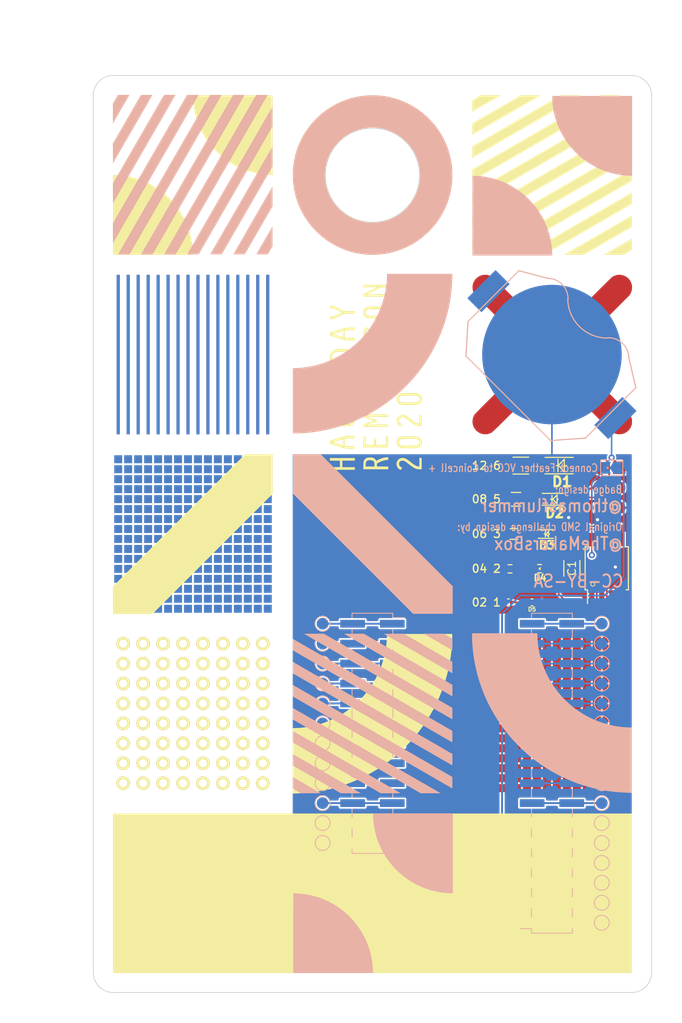
<source format=kicad_pcb>
(kicad_pcb (version 20201002) (generator pcbnew)
  (title_block (title "Hackaday Remoticon 2020 Unofficial Badge") (date "2020-10-05") (company "@thomasflummer") (comment 1 "CC-BY-SA"))
  (layers (0 "F.Cu" signal) (31 "B.Cu" signal) (34 "B.Paste" user) (35 "F.Paste" user) (36 "B.SilkS" user "B.Silkscreen") (37 "F.SilkS" user "F.Silkscreen") (38 "B.Mask" user) (39 "F.Mask" user) (44 "Edge.Cuts" user))
  (net 1 "")
  (net 2 "+BATT")
  (net 3 "GND")
  (net 4 "Net-(CON1-Pad5)")
  (net 5 "Net-(CON1-Pad1)")
  (net 6 "Net-(D1-Pad1)")
  (net 7 "Net-(D2-Pad1)")
  (net 8 "Net-(D3-Pad1)")
  (net 9 "Net-(D4-Pad1)")
  (net 10 "Net-(D5-Pad1)")
  (net 11 "/Feather wing/KEY")
  (net 12 "/Feather wing/1")
  (net 13 "/Feather wing/0")
  (net 14 "/Feather wing/MISO")
  (net 15 "/Feather wing/MOSI")
  (net 16 "/Feather wing/SCK")
  (net 17 "/Feather wing/A5")
  (net 18 "/Feather wing/A4")
  (net 19 "/Feather wing/A3")
  (net 20 "/Feather wing/A2")
  (net 21 "/Feather wing/A1")
  (net 22 "/Feather wing/A0")
  (net 23 "/Feather wing/Aref")
  (net 24 "/Feather wing/RST")
  (net 25 "/Feather wing/BAT")
  (net 26 "/Feather wing/En")
  (net 27 "/Feather wing/USB")
  (net 28 "/Feather wing/13")
  (net 29 "/Feather wing/12")
  (net 30 "/Feather wing/11")
  (net 31 "/Feather wing/10")
  (net 32 "/Feather wing/9")
  (net 33 "/Feather wing/6")
  (net 34 "/Feather wing/5")
  (net 35 "/Feather wing/3")
  (net 36 "/Feather wing/2")
  (net 37 "+3V3")
  (net 38 "Net-(CON1-Pad3)")
  (net 39 "Net-(CON1-Pad4)")
  (net 40 "Net-(D4-Pad2)")
  (net 41 "Net-(D5-Pad2)")
  (module "Connectors:PTH_Proto_pad" (layer "F.Cu") (at 59.69 125.729998)
    (fp_text reference "REF**" hide)
    (fp_text value "PTH_Proto_pad" hide)
    (pad "1" thru_hole circle (at 0 0) (size 1.7272 1.7272) (drill 1.016) (layers *.Cu *.Mask "F.SilkS"))
  )
  (module "footprints:testPad" (layer "F.Cu") (at 107.95 117.932198)
    (fp_text reference "P5" hide)
    (fp_text value "CONN_01X01")
    (pad "1" smd oval (at 0 0) (size 0.508 0.762) (property pad_prop_testpoint) (layers "F.Cu" "F.Mask") (net 41 "Net-(D5-Pad2)"))
  )
  (module "Connectors:Small_SMD_Proto_Pad" (layer "F.Cu") (at 116.205 137.794998)
    (fp_text reference "REF**" hide)
    (fp_text value "Small_SMD_Proto_Pad" hide)
    (pad "1" smd rect (at 0 0) (size 1.016 1.016) (layers "F.Cu" "F.Mask"))
  )
  (module "Connectors:Small_SMD_Proto_Pad" (layer "F.Cu") (at 112.395 136.524998)
    (fp_text reference "REF**" hide)
    (fp_text value "Small_SMD_Proto_Pad" hide)
    (pad "1" smd rect (at 0 0) (size 1.016 1.016) (layers "F.Cu" "F.Mask"))
  )
  (module "Connectors:PTH_Proto_pad" (layer "F.Cu") (at 64.77 128.269998)
    (fp_text reference "REF**" hide)
    (fp_text value "PTH_Proto_pad" hide)
    (pad "1" thru_hole circle (at 0 0) (size 1.7272 1.7272) (drill 1.016) (layers *.Cu *.Mask "F.SilkS"))
  )
  (module "Connectors:Small_SMD_Proto_Pad" (layer "F.Cu") (at 104.775 137.794998)
    (fp_text reference "REF**" hide)
    (fp_text value "Small_SMD_Proto_Pad" hide)
    (pad "1" smd rect (at 0 0) (size 1.016 1.016) (layers "F.Cu" "F.Mask"))
  )
  (module "footprints:R_0201" (layer "F.Cu") (at 103.6828 117.932198 180)
    (fp_text reference "R5" hide)
    (fp_text value "330")
    (pad "1" smd rect (at -0.4 0 180) (size 0.45 0.43) (layers "F.Cu" "F.Paste" "F.Mask") (net 10 "Net-(D5-Pad1)"))
    (pad "2" smd rect (at 0.4 0 180) (size 0.45 0.43) (layers "F.Cu" "F.Paste" "F.Mask") (net 3 "GND"))
  )
  (module "Connectors:Small_SMD_Proto_Pad" (layer "F.Cu") (at 109.855 122.554998)
    (fp_text reference "REF**" hide)
    (fp_text value "Small_SMD_Proto_Pad" hide)
    (pad "1" smd rect (at 0 0) (size 1.016 1.016) (layers "F.Cu" "F.Mask"))
  )
  (module "Connectors:Small_SMD_Proto_Pad" (layer "F.Cu") (at 107.315 122.554998)
    (fp_text reference "REF**" hide)
    (fp_text value "Small_SMD_Proto_Pad" hide)
    (pad "1" smd rect (at 0 0) (size 1.016 1.016) (layers "F.Cu" "F.Mask"))
  )
  (module "footprints:AVR-ISP-6" (layer "F.Cu") (at 115.2398 100.787198)
    (fp_text reference "CON1" hide)
    (fp_text value "AVR-ISP-6" hide)
    (pad "1" smd oval (at 0 0) (size 1.6 1.6) (property pad_prop_testpoint) (layers "F.Cu" "F.Mask") (net 5 "Net-(CON1-Pad1)"))
    (pad "2" smd rect (at 2.54 0) (size 1.6 1.6) (property pad_prop_testpoint) (layers "F.Cu" "F.Mask") (net 2 "+BATT"))
    (pad "3" smd oval (at 0 2.54) (size 1.6 1.6) (property pad_prop_testpoint) (layers "F.Cu" "F.Mask") (net 38 "Net-(CON1-Pad3)"))
    (pad "4" smd oval (at 2.54 2.54) (size 1.6 1.6) (property pad_prop_testpoint) (layers "F.Cu" "F.Mask") (net 39 "Net-(CON1-Pad4)"))
    (pad "5" smd oval (at 0 5.08) (size 1.6 1.6) (property pad_prop_testpoint) (layers "F.Cu" "F.Mask") (net 4 "Net-(CON1-Pad5)"))
    (pad "6" smd oval (at 2.54 5.08) (size 1.6 1.6) (property pad_prop_testpoint) (layers "F.Cu" "F.Mask") (net 3 "GND"))
  )
  (module "Connectors:PTH_Proto_pad" (layer "F.Cu") (at 67.31 138.429998)
    (fp_text reference "REF**" hide)
    (fp_text value "PTH_Proto_pad" hide)
    (pad "1" thru_hole circle (at 0 0) (size 1.7272 1.7272) (drill 1.016) (layers *.Cu *.Mask "F.SilkS"))
  )
  (module "Connectors:Small_SMD_Proto_Pad" (layer "F.Cu") (at 113.665 140.334998)
    (fp_text reference "REF**" hide)
    (fp_text value "Small_SMD_Proto_Pad" hide)
    (pad "1" smd rect (at 0 0) (size 1.016 1.016) (layers "F.Cu" "F.Mask"))
  )
  (module "Connectors:PTH_Proto_pad" (layer "F.Cu") (at 69.85 138.429998)
    (fp_text reference "REF**" hide)
    (fp_text value "PTH_Proto_pad" hide)
    (pad "1" thru_hole circle (at 0 0) (size 1.7272 1.7272) (drill 1.016) (layers *.Cu *.Mask "F.SilkS"))
  )
  (module "Connectors:Small_SMD_Proto_Pad" (layer "F.Cu") (at 99.695 127.634998)
    (fp_text reference "REF**" hide)
    (fp_text value "Small_SMD_Proto_Pad" hide)
    (pad "1" smd rect (at 0 0) (size 1.016 1.016) (layers "F.Cu" "F.Mask"))
  )
  (module "Connectors:Small_SMD_Proto_Pad" (layer "F.Cu") (at 99.695 133.984998)
    (fp_text reference "REF**" hide)
    (fp_text value "Small_SMD_Proto_Pad" hide)
    (pad "1" smd rect (at 0 0) (size 1.016 1.016) (layers "F.Cu" "F.Mask"))
  )
  (module "Connectors:Small_SMD_Proto_Pad" (layer "F.Cu") (at 103.505 133.984998)
    (fp_text reference "REF**" hide)
    (fp_text value "Small_SMD_Proto_Pad" hide)
    (pad "1" smd rect (at 0 0) (size 1.016 1.016) (layers "F.Cu" "F.Mask"))
  )
  (module "Connectors:PTH_Proto_pad" (layer "F.Cu") (at 54.61 135.889998)
    (fp_text reference "REF**" hide)
    (fp_text value "PTH_Proto_pad" hide)
    (pad "1" thru_hole circle (at 0 0) (size 1.7272 1.7272) (drill 1.016) (layers *.Cu *.Mask "F.SilkS"))
  )
  (module "Connectors:Small_SMD_Proto_Pad" (layer "F.Cu") (at 99.695 137.794998)
    (fp_text reference "REF**" hide)
    (fp_text value "Small_SMD_Proto_Pad" hide)
    (pad "1" smd rect (at 0 0) (size 1.016 1.016) (layers "F.Cu" "F.Mask"))
  )
  (module "Connectors:PTH_Proto_pad" (layer "F.Cu") (at 72.39 123.189998)
    (fp_text reference "REF**" hide)
    (fp_text value "PTH_Proto_pad" hide)
    (pad "1" thru_hole circle (at 0 0) (size 1.7272 1.7272) (drill 1.016) (layers *.Cu *.Mask "F.SilkS"))
  )
  (module "Connectors:Small_SMD_Proto_Pad" (layer "F.Cu") (at 118.745 132.714998)
    (fp_text reference "REF**" hide)
    (fp_text value "Small_SMD_Proto_Pad" hide)
    (pad "1" smd rect (at 0 0) (size 1.016 1.016) (layers "F.Cu" "F.Mask"))
  )
  (module "Connectors:PTH_Proto_pad" (layer "F.Cu") (at 54.61 125.729998)
    (fp_text reference "REF**" hide)
    (fp_text value "PTH_Proto_pad" hide)
    (pad "1" thru_hole circle (at 0 0) (size 1.7272 1.7272) (drill 1.016) (layers *.Cu *.Mask "F.SilkS"))
  )
  (module "Connectors:PTH_Proto_pad" (layer "F.Cu") (at 64.77 125.729998)
    (fp_text reference "REF**" hide)
    (fp_text value "PTH_Proto_pad" hide)
    (pad "1" thru_hole circle (at 0 0) (size 1.7272 1.7272) (drill 1.016) (layers *.Cu *.Mask "F.SilkS"))
  )
  (module "Connectors:Small_SMD_Proto_Pad" (layer "F.Cu") (at 117.475 123.824998)
    (fp_text reference "REF**" hide)
    (fp_text value "Small_SMD_Proto_Pad" hide)
    (pad "1" smd rect (at 0 0) (size 1.016 1.016) (layers "F.Cu" "F.Mask"))
  )
  (module "Connectors:Small_SMD_Proto_Pad" (layer "F.Cu") (at 113.665 128.904998)
    (fp_text reference "REF**" hide)
    (fp_text value "Small_SMD_Proto_Pad" hide)
    (pad "1" smd rect (at 0 0) (size 1.016 1.016) (layers "F.Cu" "F.Mask"))
  )
  (module "Connectors:Small_SMD_Proto_Pad" (layer "F.Cu") (at 99.695 140.334998)
    (fp_text reference "REF**" hide)
    (fp_text value "Small_SMD_Proto_Pad" hide)
    (pad "1" smd rect (at 0 0) (size 1.016 1.016) (layers "F.Cu" "F.Mask"))
  )
  (module "Connectors:Small_SMD_Proto_Pad" (layer "F.Cu") (at 116.205 127.634998)
    (fp_text reference "REF**" hide)
    (fp_text value "Small_SMD_Proto_Pad" hide)
    (pad "1" smd rect (at 0 0) (size 1.016 1.016) (layers "F.Cu" "F.Mask"))
  )
  (module "Connectors:Small_SMD_Proto_Pad" (layer "F.Cu") (at 113.665 133.984998)
    (fp_text reference "REF**" hide)
    (fp_text value "Small_SMD_Proto_Pad" hide)
    (pad "1" smd rect (at 0 0) (size 1.016 1.016) (layers "F.Cu" "F.Mask"))
  )
  (module "Connectors:PTH_Proto_pad" (layer "F.Cu") (at 67.31 140.969998)
    (fp_text reference "REF**" hide)
    (fp_text value "PTH_Proto_pad" hide)
    (pad "1" thru_hole circle (at 0 0) (size 1.7272 1.7272) (drill 1.016) (layers *.Cu *.Mask "F.SilkS"))
  )
  (module "Connectors:Small_SMD_Proto_Pad" (layer "F.Cu") (at 116.205 141.604998)
    (fp_text reference "REF**" hide)
    (fp_text value "Small_SMD_Proto_Pad" hide)
    (pad "1" smd rect (at 0 0) (size 1.016 1.016) (layers "F.Cu" "F.Mask"))
  )
  (module "Connectors:Small_SMD_Proto_Pad" (layer "F.Cu") (at 112.395 137.794998)
    (fp_text reference "REF**" hide)
    (fp_text value "Small_SMD_Proto_Pad" hide)
    (pad "1" smd rect (at 0 0) (size 1.016 1.016) (layers "F.Cu" "F.Mask"))
  )
  (module "Connectors:Small_SMD_Proto_Pad" (layer "F.Cu") (at 104.775 132.714998)
    (fp_text reference "REF**" hide)
    (fp_text value "Small_SMD_Proto_Pad" hide)
    (pad "1" smd rect (at 0 0) (size 1.016 1.016) (layers "F.Cu" "F.Mask"))
  )
  (module "Connectors:Small_SMD_Proto_Pad" (layer "F.Cu") (at 118.745 133.984998)
    (fp_text reference "REF**" hide)
    (fp_text value "Small_SMD_Proto_Pad" hide)
    (pad "1" smd rect (at 0 0) (size 1.016 1.016) (layers "F.Cu" "F.Mask"))
  )
  (module "Connectors:PTH_Proto_pad" (layer "F.Cu") (at 62.23 125.729998)
    (fp_text reference "REF**" hide)
    (fp_text value "PTH_Proto_pad" hide)
    (pad "1" thru_hole circle (at 0 0) (size 1.7272 1.7272) (drill 1.016) (layers *.Cu *.Mask "F.SilkS"))
  )
  (module "Connectors:Small_SMD_Proto_Pad" (layer "F.Cu") (at 99.695 136.524998)
    (fp_text reference "REF**" hide)
    (fp_text value "Small_SMD_Proto_Pad" hide)
    (pad "1" smd rect (at 0 0) (size 1.016 1.016) (layers "F.Cu" "F.Mask"))
  )
  (module "Connectors:PTH_Proto_pad" (layer "F.Cu") (at 59.69 135.889998)
    (fp_text reference "REF**" hide)
    (fp_text value "PTH_Proto_pad" hide)
    (pad "1" thru_hole circle (at 0 0) (size 1.7272 1.7272) (drill 1.016) (layers *.Cu *.Mask "F.SilkS"))
  )
  (module "Connectors:Small_SMD_Proto_Pad" (layer "F.Cu") (at 107.315 123.824998)
    (fp_text reference "REF**" hide)
    (fp_text value "Small_SMD_Proto_Pad" hide)
    (pad "1" smd rect (at 0 0) (size 1.016 1.016) (layers "F.Cu" "F.Mask"))
  )
  (module "Connectors:Small_SMD_Proto_Pad" (layer "F.Cu") (at 99.695 139.064998)
    (fp_text reference "REF**" hide)
    (fp_text value "Small_SMD_Proto_Pad" hide)
    (pad "1" smd rect (at 0 0) (size 1.016 1.016) (layers "F.Cu" "F.Mask"))
  )
  (module "Connectors:Small_SMD_Proto_Pad" (layer "F.Cu") (at 111.125 130.174998)
    (fp_text reference "REF**" hide)
    (fp_text value "Small_SMD_Proto_Pad" hide)
    (pad "1" smd rect (at 0 0) (size 1.016 1.016) (layers "F.Cu" "F.Mask"))
  )
  (module "Connectors:PTH_Proto_pad" (layer "F.Cu") (at 59.69 128.269998)
    (fp_text reference "REF**" hide)
    (fp_text value "PTH_Proto_pad" hide)
    (pad "1" thru_hole circle (at 0 0) (size 1.7272 1.7272) (drill 1.016) (layers *.Cu *.Mask "F.SilkS"))
  )
  (module "Connectors:Small_SMD_Proto_Pad" (layer "F.Cu") (at 113.665 132.714998)
    (fp_text reference "REF**" hide)
    (fp_text value "Small_SMD_Proto_Pad" hide)
    (pad "1" smd rect (at 0 0) (size 1.016 1.016) (layers "F.Cu" "F.Mask"))
  )
  (module "Connectors:Small_SMD_Proto_Pad" (layer "F.Cu") (at 116.205 130.174998)
    (fp_text reference "REF**" hide)
    (fp_text value "Small_SMD_Proto_Pad" hide)
    (pad "1" smd rect (at 0 0) (size 1.016 1.016) (layers "F.Cu" "F.Mask"))
  )
  (module "Connectors:Small_SMD_Proto_Pad" (layer "F.Cu") (at 114.935 131.444998)
    (fp_text reference "REF**" hide)
    (fp_text value "Small_SMD_Proto_Pad" hide)
    (pad "1" smd rect (at 0 0) (size 1.016 1.016) (layers "F.Cu" "F.Mask"))
  )
  (module "Connectors:Small_SMD_Proto_Pad" (layer "F.Cu") (at 104.775 136.524998)
    (fp_text reference "REF**" hide)
    (fp_text value "Small_SMD_Proto_Pad" hide)
    (pad "1" smd rect (at 0 0) (size 1.016 1.016) (layers "F.Cu" "F.Mask"))
  )
  (module "Connectors:Small_SMD_Proto_Pad" (layer "F.Cu") (at 111.125 128.904998)
    (fp_text reference "REF**" hide)
    (fp_text value "Small_SMD_Proto_Pad" hide)
    (pad "1" smd rect (at 0 0) (size 1.016 1.016) (layers "F.Cu" "F.Mask"))
  )
  (module "Connectors:Small_SMD_Proto_Pad" (layer "F.Cu") (at 113.665 137.794998)
    (fp_text reference "REF**" hide)
    (fp_text value "Small_SMD_Proto_Pad" hide)
    (pad "1" smd rect (at 0 0) (size 1.016 1.016) (layers "F.Cu" "F.Mask"))
  )
  (module "Connectors:Small_SMD_Proto_Pad" (layer "F.Cu") (at 109.855 128.904998)
    (fp_text reference "REF**" hide)
    (fp_text value "Small_SMD_Proto_Pad" hide)
    (pad "1" smd rect (at 0 0) (size 1.016 1.016) (layers "F.Cu" "F.Mask"))
  )
  (module "Connectors:Small_SMD_Proto_Pad" (layer "F.Cu") (at 108.585 140.334998)
    (fp_text reference "REF**" hide)
    (fp_text value "Small_SMD_Proto_Pad" hide)
    (pad "1" smd rect (at 0 0) (size 1.016 1.016) (layers "F.Cu" "F.Mask"))
  )
  (module "Connectors:PTH_Proto_pad" (layer "F.Cu") (at 54.61 130.809998)
    (fp_text reference "REF**" hide)
    (fp_text value "PTH_Proto_pad" hide)
    (pad "1" thru_hole circle (at 0 0) (size 1.7272 1.7272) (drill 1.016) (layers *.Cu *.Mask "F.SilkS"))
  )
  (module "Connectors:Small_SMD_Proto_Pad" (layer "F.Cu") (at 109.855 130.174998)
    (fp_text reference "REF**" hide)
    (fp_text value "Small_SMD_Proto_Pad" hide)
    (pad "1" smd rect (at 0 0) (size 1.016 1.016) (layers "F.Cu" "F.Mask"))
  )
  (module "Connectors:Small_SMD_Proto_Pad" (layer "F.Cu") (at 103.505 141.604998)
    (fp_text reference "REF**" hide)
    (fp_text value "Small_SMD_Proto_Pad" hide)
    (pad "1" smd rect (at 0 0) (size 1.016 1.016) (layers "F.Cu" "F.Mask"))
  )
  (module "Connectors:Small_SMD_Proto_Pad" (layer "F.Cu") (at 99.695 128.904998)
    (fp_text reference "REF**" hide)
    (fp_text value "Small_SMD_Proto_Pad" hide)
    (pad "1" smd rect (at 0 0) (size 1.016 1.016) (layers "F.Cu" "F.Mask"))
  )
  (module "Connectors:Small_SMD_Proto_Pad" (layer "F.Cu") (at 104.775 128.904998)
    (fp_text reference "REF**" hide)
    (fp_text value "Small_SMD_Proto_Pad" hide)
    (pad "1" smd rect (at 0 0) (size 1.016 1.016) (layers "F.Cu" "F.Mask"))
  )
  (module "Connectors:Small_SMD_Proto_Pad" (layer "F.Cu") (at 117.475 136.524998)
    (fp_text reference "REF**" hide)
    (fp_text value "Small_SMD_Proto_Pad" hide)
    (pad "1" smd rect (at 0 0) (size 1.016 1.016) (layers "F.Cu" "F.Mask"))
  )
  (module "Connectors:Small_SMD_Proto_Pad" (layer "F.Cu") (at 100.965 140.334998)
    (fp_text reference "REF**" hide)
    (fp_text value "Small_SMD_Proto_Pad" hide)
    (pad "1" smd rect (at 0 0) (size 1.016 1.016) (layers "F.Cu" "F.Mask"))
  )
  (module "Connectors:Small_SMD_Proto_Pad" (layer "F.Cu") (at 116.205 126.364998)
    (fp_text reference "REF**" hide)
    (fp_text value "Small_SMD_Proto_Pad" hide)
    (pad "1" smd rect (at 0 0) (size 1.016 1.016) (layers "F.Cu" "F.Mask"))
  )
  (module "Connectors:Small_SMD_Proto_Pad" (layer "F.Cu") (at 99.695 135.254998)
    (fp_text reference "REF**" hide)
    (fp_text value "Small_SMD_Proto_Pad" hide)
    (pad "1" smd rect (at 0 0) (size 1.016 1.016) (layers "F.Cu" "F.Mask"))
  )
  (module "Connectors:Small_SMD_Proto_Pad" (layer "F.Cu") (at 113.665 122.554998)
    (fp_text reference "REF**" hide)
    (fp_text value "Small_SMD_Proto_Pad" hide)
    (pad "1" smd rect (at 0 0) (size 1.016 1.016) (layers "F.Cu" "F.Mask"))
  )
  (module "footprints:testPad" (layer "F.Cu") (at 101.346 104.774998)
    (fp_text reference "PG2" hide)
    (fp_text value "CONN_01X01")
    (pad "1" smd oval (at 0 0) (size 0.508 0.762) (property pad_prop_testpoint) (layers "F.Cu" "F.Mask") (net 3 "GND"))
  )
  (module "Connectors:PTH_Proto_pad" (layer "F.Cu") (at 57.15 135.889998)
    (fp_text reference "REF**" hide)
    (fp_text value "PTH_Proto_pad" hide)
    (pad "1" thru_hole circle (at 0 0) (size 1.7272 1.7272) (drill 1.016) (layers *.Cu *.Mask "F.SilkS"))
  )
  (module "Connectors:Small_SMD_Proto_Pad" (layer "F.Cu") (at 116.205 139.064998)
    (fp_text reference "REF**" hide)
    (fp_text value "Small_SMD_Proto_Pad" hide)
    (pad "1" smd rect (at 0 0) (size 1.016 1.016) (layers "F.Cu" "F.Mask"))
  )
  (module "Connectors:Small_SMD_Proto_Pad" (layer "F.Cu") (at 114.935 132.714998)
    (fp_text reference "REF**" hide)
    (fp_text value "Small_SMD_Proto_Pad" hide)
    (pad "1" smd rect (at 0 0) (size 1.016 1.016) (layers "F.Cu" "F.Mask"))
  )
  (module "Connectors:PTH_Proto_pad" (layer "F.Cu") (at 67.31 123.189998)
    (fp_text reference "REF**" hide)
    (fp_text value "PTH_Proto_pad" hide)
    (pad "1" thru_hole circle (at 0 0) (size 1.7272 1.7272) (drill 1.016) (layers *.Cu *.Mask "F.SilkS"))
  )
  (module "Connectors:Small_SMD_Proto_Pad" (layer "F.Cu") (at 62.865 86.359998)
    (fp_text reference "REF**" hide)
    (fp_text value "Small_SMD_Proto_Pad" hide)
    (pad "1" smd rect (at 0 0) (size 0.4 20.32) (layers "F.Cu" "F.Mask"))
  )
  (module "Connectors:PTH_Proto_pad" (layer "F.Cu") (at 54.61 140.969998)
    (fp_text reference "REF**" hide)
    (fp_text value "PTH_Proto_pad" hide)
    (pad "1" thru_hole circle (at 0 0) (size 1.7272 1.7272) (drill 1.016) (layers *.Cu *.Mask "F.SilkS"))
  )
  (module "Connectors:PTH_Proto_pad" (layer "F.Cu") (at 67.31 135.889998)
    (fp_text reference "REF**" hide)
    (fp_text value "PTH_Proto_pad" hide)
    (pad "1" thru_hole circle (at 0 0) (size 1.7272 1.7272) (drill 1.016) (layers *.Cu *.Mask "F.SilkS"))
  )
  (module "Connectors:Small_SMD_Proto_Pad" (layer "F.Cu") (at 107.315 141.604998)
    (fp_text reference "REF**" hide)
    (fp_text value "Small_SMD_Proto_Pad" hide)
    (pad "1" smd rect (at 0 0) (size 1.016 1.016) (layers "F.Cu" "F.Mask"))
  )
  (module "Connectors:PTH_Proto_pad" (layer "F.Cu") (at 57.15 128.269998)
    (fp_text reference "REF**" hide)
    (fp_text value "PTH_Proto_pad" hide)
    (pad "1" thru_hole circle (at 0 0) (size 1.7272 1.7272) (drill 1.016) (layers *.Cu *.Mask "F.SilkS"))
  )
  (module "Connectors:Small_SMD_Proto_Pad" (layer "F.Cu") (at 114.935 136.524998)
    (fp_text reference "REF**" hide)
    (fp_text value "Small_SMD_Proto_Pad" hide)
    (pad "1" smd rect (at 0 0) (size 1.016 1.016) (layers "F.Cu" "F.Mask"))
  )
  (module "LOGO" (layer "F.Cu") (at 86.36 109.219998)
    (fp_text reference "G***" hide)
    (fp_text value "LOGO" hide)
  )
  (module "Connectors:Small_SMD_Proto_Pad" (layer "F.Cu") (at 111.125 137.794998)
    (fp_text reference "REF**" hide)
    (fp_text value "Small_SMD_Proto_Pad" hide)
    (pad "1" smd rect (at 0 0) (size 1.016 1.016) (layers "F.Cu" "F.Mask"))
  )
  (module "Connectors:Small_SMD_Proto_Pad" (layer "F.Cu") (at 118.745 141.604998)
    (fp_text reference "REF**" hide)
    (fp_text value "Small_SMD_Proto_Pad" hide)
    (pad "1" smd rect (at 0 0) (size 1.016 1.016) (layers "F.Cu" "F.Mask"))
  )
  (module "Connectors:Small_SMD_Proto_Pad" (layer "F.Cu") (at 106.045 123.824998)
    (fp_text reference "REF**" hide)
    (fp_text value "Small_SMD_Proto_Pad" hide)
    (pad "1" smd rect (at 0 0) (size 1.016 1.016) (layers "F.Cu" "F.Mask"))
  )
  (module "Connectors:Small_SMD_Proto_Pad" (layer "F.Cu") (at 107.315 128.904998)
    (fp_text reference "REF**" hide)
    (fp_text value "Small_SMD_Proto_Pad" hide)
    (pad "1" smd rect (at 0 0) (size 1.016 1.016) (layers "F.Cu" "F.Mask"))
  )
  (module "Connectors:Small_SMD_Proto_Pad" (layer "F.Cu") (at 107.315 140.334998)
    (fp_text reference "REF**" hide)
    (fp_text value "Small_SMD_Proto_Pad" hide)
    (pad "1" smd rect (at 0 0) (size 1.016 1.016) (layers "F.Cu" "F.Mask"))
  )
  (module "Connectors:PTH_Proto_pad" (layer "F.Cu") (at 59.69 130.809998)
    (fp_text reference "REF**" hide)
    (fp_text value "PTH_Proto_pad" hide)
    (pad "1" thru_hole circle (at 0 0) (size 1.7272 1.7272) (drill 1.016) (layers *.Cu *.Mask "F.SilkS"))
  )
  (module "Connectors:Small_SMD_Proto_Pad" (layer "F.Cu") (at 113.665 123.824998)
    (fp_text reference "REF**" hide)
    (fp_text value "Small_SMD_Proto_Pad" hide)
    (pad "1" smd rect (at 0 0) (size 1.016 1.016) (layers "F.Cu" "F.Mask"))
  )
  (module "Connectors:Small_SMD_Proto_Pad" (layer "F.Cu") (at 116.205 136.524998)
    (fp_text reference "REF**" hide)
    (fp_text value "Small_SMD_Proto_Pad" hide)
    (pad "1" smd rect (at 0 0) (size 1.016 1.016) (layers "F.Cu" "F.Mask"))
  )
  (module "Connectors:PTH_Proto_pad" (layer "F.Cu") (at 69.85 133.349998)
    (fp_text reference "REF**" hide)
    (fp_text value "PTH_Proto_pad" hide)
    (pad "1" thru_hole circle (at 0 0) (size 1.7272 1.7272) (drill 1.016) (layers *.Cu *.Mask "F.SilkS"))
  )
  (module "Connectors:Small_SMD_Proto_Pad" (layer "F.Cu") (at 103.505 136.524998)
    (fp_text reference "REF**" hide)
    (fp_text value "Small_SMD_Proto_Pad" hide)
    (pad "1" smd rect (at 0 0) (size 1.016 1.016) (layers "F.Cu" "F.Mask"))
  )
  (module "Connectors:Small_SMD_Proto_Pad" (layer "F.Cu") (at 73.025 86.359998)
    (fp_text reference "REF**" hide)
    (fp_text value "Small_SMD_Proto_Pad" hide)
    (pad "1" smd rect (at 0 0) (size 0.4 20.32) (layers "F.Cu" "F.Mask"))
  )
  (module "footprints:LED_0402" (layer "F.Cu") (at 107.6452 113.639598)
    (fp_text reference "D4" (at 0.0508 1.1684) (layer "F.SilkS") (effects (font (size 0.8 0.8) (thickness 0.2))))
    (fp_text value "LED")
    (pad "1" smd rect (at -0.5 0) (size 0.7 0.6) (layers "F.Cu" "F.Paste" "F.Mask") (net 9 "Net-(D4-Pad1)"))
    (pad "2" smd rect (at 0.5 0) (size 0.7 0.6) (layers "F.Cu" "F.Paste" "F.Mask") (net 40 "Net-(D4-Pad2)"))
  )
  (module "Connectors:Small_SMD_Proto_Pad" (layer "F.Cu") (at 106.045 136.524998)
    (fp_text reference "REF**" hide)
    (fp_text value "Small_SMD_Proto_Pad" hide)
    (pad "1" smd rect (at 0 0) (size 1.016 1.016) (layers "F.Cu" "F.Mask"))
  )
  (module "Connectors:Small_SMD_Proto_Pad" (layer "F.Cu") (at 112.395 131.444998)
    (fp_text reference "REF**" hide)
    (fp_text value "Small_SMD_Proto_Pad" hide)
    (pad "1" smd rect (at 0 0) (size 1.016 1.016) (layers "F.Cu" "F.Mask"))
  )
  (module "Connectors:Small_SMD_Proto_Pad" (layer "F.Cu") (at 108.585 135.254998)
    (fp_text reference "REF**" hide)
    (fp_text value "Small_SMD_Proto_Pad" hide)
    (pad "1" smd rect (at 0 0) (size 1.016 1.016) (layers "F.Cu" "F.Mask"))
  )
  (module "Connectors:PTH_Proto_pad" (layer "F.Cu") (at 57.15 138.429998)
    (fp_text reference "REF**" hide)
    (fp_text value "PTH_Proto_pad" hide)
    (pad "1" thru_hole circle (at 0 0) (size 1.7272 1.7272) (drill 1.016) (layers *.Cu *.Mask "F.SilkS"))
  )
  (module "Connectors:PTH_Proto_pad" (layer "F.Cu") (at 72.39 138.429998)
    (fp_text reference "REF**" hide)
    (fp_text value "PTH_Proto_pad" hide)
    (pad "1" thru_hole circle (at 0 0) (size 1.7272 1.7272) (drill 1.016) (layers *.Cu *.Mask "F.SilkS"))
  )
  (module "footprints:testPad" (layer "F.Cu") (at 111.125 109.219998)
    (fp_text reference "P3" hide)
    (fp_text value "CONN_01X01")
    (pad "1" smd oval (at 0 0) (size 0.508 0.762) (property pad_prop_testpoint) (layers "F.Cu" "F.Mask") (net 38 "Net-(CON1-Pad3)"))
  )
  (module "Connectors:PTH_Proto_pad" (layer "F.Cu") (at 72.39 125.729998)
    (fp_text reference "REF**" hide)
    (fp_text value "PTH_Proto_pad" hide)
    (pad "1" thru_hole circle (at 0 0) (size 1.7272 1.7272) (drill 1.016) (layers *.Cu *.Mask "F.SilkS"))
  )
  (module "Connectors:Small_SMD_Proto_Pad" (layer "F.Cu") (at 116.205 140.334998)
    (fp_text reference "REF**" hide)
    (fp_text value "Small_SMD_Proto_Pad" hide)
    (pad "1" smd rect (at 0 0) (size 1.016 1.016) (layers "F.Cu" "F.Mask"))
  )
  (module "Connectors:Small_SMD_Proto_Pad" (layer "F.Cu") (at 107.315 125.094998)
    (fp_text reference "REF**" hide)
    (fp_text value "Small_SMD_Proto_Pad" hide)
    (pad "1" smd rect (at 0 0) (size 1.016 1.016) (layers "F.Cu" "F.Mask"))
  )
  (module "Connectors:Small_SMD_Proto_Pad" (layer "F.Cu") (at 102.235 136.524998)
    (fp_text reference "REF**" hide)
    (fp_text value "Small_SMD_Proto_Pad" hide)
    (pad "1" smd rect (at 0 0) (size 1.016 1.016) (layers "F.Cu" "F.Mask"))
  )
  (module "Connectors:Small_SMD_Proto_Pad" (layer "F.Cu") (at 107.315 126.364998)
    (fp_text reference "REF**" hide)
    (fp_text value "Small_SMD_Proto_Pad" hide)
    (pad "1" smd rect (at 0 0) (size 1.016 1.016) (layers "F.Cu" "F.Mask"))
  )
  (module "Connectors:Small_SMD_Proto_Pad" (layer "F.Cu") (at 65.405 86.359998)
    (fp_text reference "REF**" hide)
    (fp_text value "Small_SMD_Proto_Pad" hide)
    (pad "1" smd rect (at 0 0) (size 0.4 20.32) (layers "F.Cu" "F.Mask"))
  )
  (module "Connectors:Small_SMD_Proto_Pad" (layer "F.Cu") (at 113.665 136.524998)
    (fp_text reference "REF**" hide)
    (fp_text value "Small_SMD_Proto_Pad" hide)
    (pad "1" smd rect (at 0 0) (size 1.016 1.016) (layers "F.Cu" "F.Mask"))
  )
  (module "Connectors:Small_SMD_Proto_Pad" (layer "F.Cu") (at 117.475 125.094998)
    (fp_text reference "REF**" hide)
    (fp_text value "Small_SMD_Proto_Pad" hide)
    (pad "1" smd rect (at 0 0) (size 1.016 1.016) (layers "F.Cu" "F.Mask"))
  )
  (module "Connectors:Small_SMD_Proto_Pad" (layer "F.Cu") (at 57.785 86.359998)
    (fp_text reference "REF**" hide)
    (fp_text value "Small_SMD_Proto_Pad" hide)
    (pad "1" smd rect (at 0 0) (size 0.4 20.32) (layers "F.Cu" "F.Mask"))
  )
  (module "Connectors:Small_SMD_Proto_Pad" (layer "F.Cu") (at 100.965 133.984998)
    (fp_text reference "REF**" hide)
    (fp_text value "Small_SMD_Proto_Pad" hide)
    (pad "1" smd rect (at 0 0) (size 1.016 1.016) (layers "F.Cu" "F.Mask"))
  )
  (module "Connectors:PTH_Proto_pad" (layer "F.Cu") (at 54.61 128.269998)
    (fp_text reference "REF**" hide)
    (fp_text value "PTH_Proto_pad" hide)
    (pad "1" thru_hole circle (at 0 0) (size 1.7272 1.7272) (drill 1.016) (layers *.Cu *.Mask "F.SilkS"))
  )
  (module "Connectors:Small_SMD_Proto_Pad" (layer "F.Cu") (at 100.965 128.904998)
    (fp_text reference "REF**" hide)
    (fp_text value "Small_SMD_Proto_Pad" hide)
    (pad "1" smd rect (at 0 0) (size 1.016 1.016) (layers "F.Cu" "F.Mask"))
  )
  (module "Connectors:PTH_Proto_pad" (layer "F.Cu") (at 72.39 135.889998)
    (fp_text reference "REF**" hide)
    (fp_text value "PTH_Proto_pad" hide)
    (pad "1" thru_hole circle (at 0 0) (size 1.7272 1.7272) (drill 1.016) (layers *.Cu *.Mask "F.SilkS"))
  )
  (module "Connectors:Small_SMD_Proto_Pad" (layer "F.Cu") (at 116.205 125.094998)
    (fp_text reference "REF**" hide)
    (fp_text value "Small_SMD_Proto_Pad" hide)
    (pad "1" smd rect (at 0 0) (size 1.016 1.016) (layers "F.Cu" "F.Mask"))
  )
  (module "Connectors:Small_SMD_Proto_Pad" (layer "F.Cu") (at 106.045 128.904998)
    (fp_text reference "REF**" hide)
    (fp_text value "Small_SMD_Proto_Pad" hide)
    (pad "1" smd rect (at 0 0) (size 1.016 1.016) (layers "F.Cu" "F.Mask"))
  )
  (module "Connectors:Small_SMD_Proto_Pad" (layer "F.Cu") (at 109.855 133.984998)
    (fp_text reference "REF**" hide)
    (fp_text value "Small_SMD_Proto_Pad" hide)
    (pad "1" smd rect (at 0 0) (size 1.016 1.016) (layers "F.Cu" "F.Mask"))
  )
  (module "Connectors:Small_SMD_Proto_Pad" (layer "F.Cu") (at 108.585 126.364998)
    (fp_text reference "REF**" hide)
    (fp_text value "Small_SMD_Proto_Pad" hide)
    (pad "1" smd rect (at 0 0) (size 1.016 1.016) (layers "F.Cu" "F.Mask"))
  )
  (module "Connectors:PTH_Proto_pad" (layer "F.Cu") (at 67.31 130.809998)
    (fp_text reference "REF**" hide)
    (fp_text value "PTH_Proto_pad" hide)
    (pad "1" thru_hole circle (at 0 0) (size 1.7272 1.7272) (drill 1.016) (layers *.Cu *.Mask "F.SilkS"))
  )
  (module "Connectors:Small_SMD_Proto_Pad" (layer "F.Cu") (at 102.235 125.094998)
    (fp_text reference "REF**" hide)
    (fp_text value "Small_SMD_Proto_Pad" hide)
    (pad "1" smd rect (at 0 0) (size 1.016 1.016) (layers "F.Cu" "F.Mask"))
  )
  (module "Connectors:PTH_Proto_pad" (layer "F.Cu") (at 67.31 125.729998)
    (fp_text reference "REF**" hide)
    (fp_text value "PTH_Proto_pad" hide)
    (pad "1" thru_hole circle (at 0 0) (size 1.7272 1.7272) (drill 1.016) (layers *.Cu *.Mask "F.SilkS"))
  )
  (module "Connectors:Small_SMD_Proto_Pad" (layer "F.Cu") (at 117.475 139.064998)
    (fp_text reference "REF**" hide)
    (fp_text value "Small_SMD_Proto_Pad" hide)
    (pad "1" smd rect (at 0 0) (size 1.016 1.016) (layers "F.Cu" "F.Mask"))
  )
  (module "Connectors:Small_SMD_Proto_Pad" (layer "F.Cu") (at 102.235 135.254998)
    (fp_text reference "REF**" hide)
    (fp_text value "Small_SMD_Proto_Pad" hide)
    (pad "1" smd rect (at 0 0) (size 1.016 1.016) (layers "F.Cu" "F.Mask"))
  )
  (module "Connectors:Small_SMD_Proto_Pad" (layer "F.Cu") (at 118.745 137.794998)
    (fp_text reference "REF**" hide)
    (fp_text value "Small_SMD_Proto_Pad" hide)
    (pad "1" smd rect (at 0 0) (size 1.016 1.016) (layers "F.Cu" "F.Mask"))
  )
  (module "Connectors:PTH_Proto_pad" (layer "F.Cu") (at 69.85 128.269998)
    (fp_text reference "REF**" hide)
    (fp_text value "PTH_Proto_pad" hide)
    (pad "1" thru_hole circle (at 0 0) (size 1.7272 1.7272) (drill 1.016) (layers *.Cu *.Mask "F.SilkS"))
  )
  (module "Connectors:PTH_Proto_pad" (layer "F.Cu") (at 62.23 128.269998)
    (fp_text reference "REF**" hide)
    (fp_text value "PTH_Proto_pad" hide)
    (pad "1" thru_hole circle (at 0 0) (size 1.7272 1.7272) (drill 1.016) (layers *.Cu *.Mask "F.SilkS"))
  )
  (module "Connectors:Small_SMD_Proto_Pad" (layer "F.Cu") (at 103.505 122.554998)
    (fp_text reference "REF**" hide)
    (fp_text value "Small_SMD_Proto_Pad" hide)
    (pad "1" smd rect (at 0 0) (size 1.016 1.016) (layers "F.Cu" "F.Mask"))
  )
  (module "Connectors:Small_SMD_Proto_Pad" (layer "F.Cu") (at 102.235 122.554998)
    (fp_text reference "REF**" hide)
    (fp_text value "Small_SMD_Proto_Pad" hide)
    (pad "1" smd rect (at 0 0) (size 1.016 1.016) (layers "F.Cu" "F.Mask"))
  )
  (module "Connectors:Small_SMD_Proto_Pad" (layer "F.Cu") (at 100.965 141.604998)
    (fp_text reference "REF**" hide)
    (fp_text value "Small_SMD_Proto_Pad" hide)
    (pad "1" smd rect (at 0 0) (size 1.016 1.016) (layers "F.Cu" "F.Mask"))
  )
  (module "Connectors:Small_SMD_Proto_Pad" (layer "F.Cu") (at 102.235 140.334998)
    (fp_text reference "REF**" hide)
    (fp_text value "Small_SMD_Proto_Pad" hide)
    (pad "1" smd rect (at 0 0) (size 1.016 1.016) (layers "F.Cu" "F.Mask"))
  )
  (module "Connectors:Small_SMD_Proto_Pad" (layer "F.Cu") (at 117.475 122.554998)
    (fp_text reference "REF**" hide)
    (fp_text value "Small_SMD_Proto_Pad" hide)
    (pad "1" smd rect (at 0 0) (size 1.016 1.016) (layers "F.Cu" "F.Mask"))
  )
  (module "Connectors:Small_SMD_Proto_Pad" (layer "F.Cu") (at 108.585 141.604998)
    (fp_text reference "REF**" hide)
    (fp_text value "Small_SMD_Proto_Pad" hide)
    (pad "1" smd rect (at 0 0) (size 1.016 1.016) (layers "F.Cu" "F.Mask"))
  )
  (module "Connectors:Small_SMD_Proto_Pad" (layer "F.Cu") (at 102.235 131.444998)
    (fp_text reference "REF**" hide)
    (fp_text value "Small_SMD_Proto_Pad" hide)
    (pad "1" smd rect (at 0 0) (size 1.016 1.016) (layers "F.Cu" "F.Mask"))
  )
  (module "Connectors:Small_SMD_Proto_Pad" (layer "F.Cu") (at 108.585 128.904998)
    (fp_text reference "REF**" hide)
    (fp_text value "Small_SMD_Proto_Pad" hide)
    (pad "1" smd rect (at 0 0) (size 1.016 1.016) (layers "F.Cu" "F.Mask"))
  )
  (module "Connectors:Small_SMD_Proto_Pad" (layer "F.Cu") (at 114.935 133.984998)
    (fp_text reference "REF**" hide)
    (fp_text value "Small_SMD_Proto_Pad" hide)
    (pad "1" smd rect (at 0 0) (size 1.016 1.016) (layers "F.Cu" "F.Mask"))
  )
  (module "Connectors:Small_SMD_Proto_Pad" (layer "F.Cu") (at 106.045 122.554998)
    (fp_text reference "REF**" hide)
    (fp_text value "Small_SMD_Proto_Pad" hide)
    (pad "1" smd rect (at 0 0) (size 1.016 1.016) (layers "F.Cu" "F.Mask"))
  )
  (module "Connectors:Small_SMD_Proto_Pad" (layer "F.Cu") (at 112.395 123.824998)
    (fp_text reference "REF**" hide)
    (fp_text value "Small_SMD_Proto_Pad" hide)
    (pad "1" smd rect (at 0 0) (size 1.016 1.016) (layers "F.Cu" "F.Mask"))
  )
  (module "Connectors:Small_SMD_Proto_Pad" (layer "F.Cu") (at 111.125 133.984998)
    (fp_text reference "REF**" hide)
    (fp_text value "Small_SMD_Proto_Pad" hide)
    (pad "1" smd rect (at 0 0) (size 1.016 1.016) (layers "F.Cu" "F.Mask"))
  )
  (module "Connectors:Small_SMD_Proto_Pad" (layer "F.Cu") (at 107.315 131.444998)
    (fp_text reference "REF**" hide)
    (fp_text value "Small_SMD_Proto_Pad" hide)
    (pad "1" smd rect (at 0 0) (size 1.016 1.016) (layers "F.Cu" "F.Mask"))
  )
  (module "Connectors:Small_SMD_Proto_Pad" (layer "F.Cu") (at 109.855 126.364998)
    (fp_text reference "REF**" hide)
    (fp_text value "Small_SMD_Proto_Pad" hide)
    (pad "1" smd rect (at 0 0) (size 1.016 1.016) (layers "F.Cu" "F.Mask"))
  )
  (module "Connectors:Small_SMD_Proto_Pad" (layer "F.Cu") (at 112.395 125.094998)
    (fp_text reference "REF**" hide)
    (fp_text value "Small_SMD_Proto_Pad" hide)
    (pad "1" smd rect (at 0 0) (size 1.016 1.016) (layers "F.Cu" "F.Mask"))
  )
  (module "footprints:testPad" (layer "F.Cu") (at 109.22 113.664998)
    (fp_text reference "P4" hide)
    (fp_text value "CONN_01X01")
    (pad "1" smd oval (at 0 0) (size 0.508 0.762) (property pad_prop_testpoint) (layers "F.Cu" "F.Mask") (net 40 "Net-(D4-Pad2)"))
  )
  (module "LOGO" (layer "F.Cu") (at 86.36 109.219998)
    (fp_text reference "G***" hide)
    (fp_text value "LOGO" hide)
  )
  (module "Connectors:Small_SMD_Proto_Pad" (layer "F.Cu") (at 103.505 139.064998)
    (fp_text reference "REF**" hide)
    (fp_text value "Small_SMD_Proto_Pad" hide)
    (pad "1" smd rect (at 0 0) (size 1.016 1.016) (layers "F.Cu" "F.Mask"))
  )
  (module "Connectors:Small_SMD_Proto_Pad" (layer "F.Cu") (at 104.775 122.554998)
    (fp_text reference "REF**" hide)
    (fp_text value "Small_SMD_Proto_Pad" hide)
    (pad "1" smd rect (at 0 0) (size 1.016 1.016) (layers "F.Cu" "F.Mask"))
  )
  (module "Connectors:Small_SMD_Proto_Pad" (layer "F.Cu") (at 106.045 132.714998)
    (fp_text reference "REF**" hide)
    (fp_text value "Small_SMD_Proto_Pad" hide)
    (pad "1" smd rect (at 0 0) (size 1.016 1.016) (layers "F.Cu" "F.Mask"))
  )
  (module "Connectors:Small_SMD_Proto_Pad" (layer "F.Cu") (at 117.475 141.604998)
    (fp_text reference "REF**" hide)
    (fp_text value "Small_SMD_Proto_Pad" hide)
    (pad "1" smd rect (at 0 0) (size 1.016 1.016) (layers "F.Cu" "F.Mask"))
  )
  (module "Connectors:PTH_Proto_pad" (layer "F.Cu") (at 57.15 123.189998)
    (fp_text reference "REF**" hide)
    (fp_text value "PTH_Proto_pad" hide)
    (pad "1" thru_hole circle (at 0 0) (size 1.7272 1.7272) (drill 1.016) (layers *.Cu *.Mask "F.SilkS"))
  )
  (module "Connectors:Small_SMD_Proto_Pad" (layer "F.Cu") (at 108.585 133.984998)
    (fp_text reference "REF**" hide)
    (fp_text value "Small_SMD_Proto_Pad" hide)
    (pad "1" smd rect (at 0 0) (size 1.016 1.016) (layers "F.Cu" "F.Mask"))
  )
  (module "Connectors:Small_SMD_Proto_Pad" (layer "F.Cu") (at 103.505 123.824998)
    (fp_text reference "REF**" hide)
    (fp_text value "Small_SMD_Proto_Pad" hide)
    (pad "1" smd rect (at 0 0) (size 1.016 1.016) (layers "F.Cu" "F.Mask"))
  )
  (module "Connectors:Small_SMD_Proto_Pad" (layer "F.Cu") (at 113.665 126.364998)
    (fp_text reference "REF**" hide)
    (fp_text value "Small_SMD_Proto_Pad" hide)
    (pad "1" smd rect (at 0 0) (size 1.016 1.016) (layers "F.Cu" "F.Mask"))
  )
  (module "Connectors:Small_SMD_Proto_Pad" (layer "F.Cu") (at 109.855 135.254998)
    (fp_text reference "REF**" hide)
    (fp_text value "Small_SMD_Proto_Pad" hide)
    (pad "1" smd rect (at 0 0) (size 1.016 1.016) (layers "F.Cu" "F.Mask"))
  )
  (module "Connectors:Small_SMD_Proto_Pad" (layer "F.Cu") (at 111.125 131.444998)
    (fp_text reference "REF**" hide)
    (fp_text value "Small_SMD_Proto_Pad" hide)
    (pad "1" smd rect (at 0 0) (size 1.016 1.016) (layers "F.Cu" "F.Mask"))
  )
  (module "Connectors:Small_SMD_Proto_Pad" (layer "F.Cu") (at 114.935 139.064998)
    (fp_text reference "REF**" hide)
    (fp_text value "Small_SMD_Proto_Pad" hide)
    (pad "1" smd rect (at 0 0) (size 1.016 1.016) (layers "F.Cu" "F.Mask"))
  )
  (module "Connectors:Small_SMD_Proto_Pad" (layer "F.Cu") (at 118.745 140.334998)
    (fp_text reference "REF**" hide)
    (fp_text value "Small_SMD_Proto_Pad" hide)
    (pad "1" smd rect (at 0 0) (size 1.016 1.016) (layers "F.Cu" "F.Mask"))
  )
  (module "Connectors:Small_SMD_Proto_Pad" (layer "F.Cu") (at 100.965 139.064998)
    (fp_text reference "REF**" hide)
    (fp_text value "Small_SMD_Proto_Pad" hide)
    (pad "1" smd rect (at 0 0) (size 1.016 1.016) (layers "F.Cu" "F.Mask"))
  )
  (module "Connectors:Small_SMD_Proto_Pad" (layer "F.Cu") (at 100.965 130.174998)
    (fp_text reference "REF**" hide)
    (fp_text value "Small_SMD_Proto_Pad" hide)
    (pad "1" smd rect (at 0 0) (size 1.016 1.016) (layers "F.Cu" "F.Mask"))
  )
  (module "Connectors:Small_SMD_Proto_Pad" (layer "F.Cu") (at 114.935 126.364998)
    (fp_text reference "REF**" hide)
    (fp_text value "Small_SMD_Proto_Pad" hide)
    (pad "1" smd rect (at 0 0) (size 1.016 1.016) (layers "F.Cu" "F.Mask"))
  )
  (module "Connectors:Small_SMD_Proto_Pad" (layer "F.Cu") (at 104.775 130.174998)
    (fp_text reference "REF**" hide)
    (fp_text value "Small_SMD_Proto_Pad" hide)
    (pad "1" smd rect (at 0 0) (size 1.016 1.016) (layers "F.Cu" "F.Mask"))
  )
  (module "Connectors:Small_SMD_Proto_Pad" (layer "F.Cu") (at 118.745 128.904998)
    (fp_text reference "REF**" hide)
    (fp_text value "Small_SMD_Proto_Pad" hide)
    (pad "1" smd rect (at 0 0) (size 1.016 1.016) (layers "F.Cu" "F.Mask"))
  )
  (module "Connectors:Small_SMD_Proto_Pad" (layer "F.Cu") (at 103.505 127.634998)
    (fp_text reference "REF**" hide)
    (fp_text value "Small_SMD_Proto_Pad" hide)
    (pad "1" smd rect (at 0 0) (size 1.016 1.016) (layers "F.Cu" "F.Mask"))
  )
  (module "Connectors:Small_SMD_Proto_Pad" (layer "F.Cu") (at 109.855 140.334998)
    (fp_text reference "REF**" hide)
    (fp_text value "Small_SMD_Proto_Pad" hide)
    (pad "1" smd rect (at 0 0) (size 1.016 1.016) (layers "F.Cu" "F.Mask"))
  )
  (module "Connectors:Small_SMD_Proto_Pad" (layer "F.Cu") (at 116.205 132.714998)
    (fp_text reference "REF**" hide)
    (fp_text value "Small_SMD_Proto_Pad" hide)
    (pad "1" smd rect (at 0 0) (size 1.016 1.016) (layers "F.Cu" "F.Mask"))
  )
  (module "Connectors:Small_SMD_Proto_Pad" (layer "F.Cu") (at 102.235 132.714998)
    (fp_text reference "REF**" hide)
    (fp_text value "Small_SMD_Proto_Pad" hide)
    (pad "1" smd rect (at 0 0) (size 1.016 1.016) (layers "F.Cu" "F.Mask"))
  )
  (module "Connectors:Small_SMD_Proto_Pad" (layer "F.Cu") (at 99.695 132.714998)
    (fp_text reference "REF**" hide)
    (fp_text value "Small_SMD_Proto_Pad" hide)
    (pad "1" smd rect (at 0 0) (size 1.016 1.016) (layers "F.Cu" "F.Mask"))
  )
  (module "Connectors:PTH_Proto_pad" (layer "F.Cu") (at 67.31 128.269998)
    (fp_text reference "REF**" hide)
    (fp_text value "PTH_Proto_pad" hide)
    (pad "1" thru_hole circle (at 0 0) (size 1.7272 1.7272) (drill 1.016) (layers *.Cu *.Mask "F.SilkS"))
  )
  (module "Connectors:Small_SMD_Proto_Pad" (layer "F.Cu") (at 64.135 86.359998)
    (fp_text reference "REF**" hide)
    (fp_text value "Small_SMD_Proto_Pad" hide)
    (pad "1" smd rect (at 0 0) (size 0.4 20.32) (layers "F.Cu" "F.Mask"))
  )
  (module "Connectors:Small_SMD_Proto_Pad" (layer "F.Cu") (at 118.745 135.254998)
    (fp_text reference "REF**" hide)
    (fp_text value "Small_SMD_Proto_Pad" hide)
    (pad "1" smd rect (at 0 0) (size 1.016 1.016) (layers "F.Cu" "F.Mask"))
  )
  (module "Connectors:Small_SMD_Proto_Pad" (layer "F.Cu") (at 117.475 126.364998)
    (fp_text reference "REF**" hide)
    (fp_text value "Small_SMD_Proto_Pad" hide)
    (pad "1" smd rect (at 0 0) (size 1.016 1.016) (layers "F.Cu" "F.Mask"))
  )
  (module "Connectors:Small_SMD_Proto_Pad" (layer "F.Cu") (at 111.125 135.254998)
    (fp_text reference "REF**" hide)
    (fp_text value "Small_SMD_Proto_Pad" hide)
    (pad "1" smd rect (at 0 0) (size 1.016 1.016) (layers "F.Cu" "F.Mask"))
  )
  (module "Connectors:Small_SMD_Proto_Pad" (layer "F.Cu") (at 114.935 140.334998)
    (fp_text reference "REF**" hide)
    (fp_text value "Small_SMD_Proto_Pad" hide)
    (pad "1" smd rect (at 0 0) (size 1.016 1.016) (layers "F.Cu" "F.Mask"))
  )
  (module "Connectors:Small_SMD_Proto_Pad" (layer "F.Cu") (at 111.125 123.824998)
    (fp_text reference "REF**" hide)
    (fp_text value "Small_SMD_Proto_Pad" hide)
    (pad "1" smd rect (at 0 0) (size 1.016 1.016) (layers "F.Cu" "F.Mask"))
  )
  (module "Connectors:PTH_Proto_pad" (layer "F.Cu") (at 54.61 123.189998)
    (fp_text reference "REF**" hide)
    (fp_text value "PTH_Proto_pad" hide)
    (pad "1" thru_hole circle (at 0 0) (size 1.7272 1.7272) (drill 1.016) (layers *.Cu *.Mask "F.SilkS"))
  )
  (module "Connectors:Small_SMD_Proto_Pad" (layer "F.Cu") (at 109.855 127.634998)
    (fp_text reference "REF**" hide)
    (fp_text value "Small_SMD_Proto_Pad" hide)
    (pad "1" smd rect (at 0 0) (size 1.016 1.016) (layers "F.Cu" "F.Mask"))
  )
  (module "Connectors:PTH_Proto_pad" (layer "F.Cu") (at 62.23 135.889998)
    (fp_text reference "REF**" hide)
    (fp_text value "PTH_Proto_pad" hide)
    (pad "1" thru_hole circle (at 0 0) (size 1.7272 1.7272) (drill 1.016) (layers *.Cu *.Mask "F.SilkS"))
  )
  (module "Connectors:Small_SMD_Proto_Pad" (layer "F.Cu") (at 103.505 128.904998)
    (fp_text reference "REF**" hide)
    (fp_text value "Small_SMD_Proto_Pad" hide)
    (pad "1" smd rect (at 0 0) (size 1.016 1.016) (layers "F.Cu" "F.Mask"))
  )
  (module "Connectors:Small_SMD_Proto_Pad" (layer "F.Cu") (at 107.315 127.634998)
    (fp_text reference "REF**" hide)
    (fp_text value "Small_SMD_Proto_Pad" hide)
    (pad "1" smd rect (at 0 0) (size 1.016 1.016) (layers "F.Cu" "F.Mask"))
  )
  (module "Connectors:Small_SMD_Proto_Pad" (layer "F.Cu") (at 113.665 141.604998)
    (fp_text reference "REF**" hide)
    (fp_text value "Small_SMD_Proto_Pad" hide)
    (pad "1" smd rect (at 0 0) (size 1.016 1.016) (layers "F.Cu" "F.Mask"))
  )
  (module "Connectors:Small_SMD_Proto_Pad" (layer "F.Cu") (at 104.775 127.634998)
    (fp_text reference "REF**" hide)
    (fp_text value "Small_SMD_Proto_Pad" hide)
    (pad "1" smd rect (at 0 0) (size 1.016 1.016) (layers "F.Cu" "F.Mask"))
  )
  (module "Connectors:Small_SMD_Proto_Pad" (layer "F.Cu") (at 100.965 136.524998)
    (fp_text reference "REF**" hide)
    (fp_text value "Small_SMD_Proto_Pad" hide)
    (pad "1" smd rect (at 0 0) (size 1.016 1.016) (layers "F.Cu" "F.Mask"))
  )
  (module "Connectors:Small_SMD_Proto_Pad" (layer "F.Cu") (at 102.235 141.604998)
    (fp_text reference "REF**" hide)
    (fp_text value "Small_SMD_Proto_Pad" hide)
    (pad "1" smd rect (at 0 0) (size 1.016 1.016) (layers "F.Cu" "F.Mask"))
  )
  (module "Connectors:Small_SMD_Proto_Pad" (layer "F.Cu") (at 104.775 123.824998)
    (fp_text reference "REF**" hide)
    (fp_text value "Small_SMD_Proto_Pad" hide)
    (pad "1" smd rect (at 0 0) (size 1.016 1.016) (layers "F.Cu" "F.Mask"))
  )
  (module "Connectors:Small_SMD_Proto_Pad" (layer "F.Cu") (at 111.125 132.714998)
    (fp_text reference "REF**" hide)
    (fp_text value "Small_SMD_Proto_Pad" hide)
    (pad "1" smd rect (at 0 0) (size 1.016 1.016) (layers "F.Cu" "F.Mask"))
  )
  (module "Connectors:Small_SMD_Proto_Pad" (layer "F.Cu") (at 99.695 123.824998)
    (fp_text reference "REF**" hide)
    (fp_text value "Small_SMD_Proto_Pad" hide)
    (pad "1" smd rect (at 0 0) (size 1.016 1.016) (layers "F.Cu" "F.Mask"))
  )
  (module "Connectors:Small_SMD_Proto_Pad" (layer "F.Cu") (at 118.745 126.364998)
    (fp_text reference "REF**" hide)
    (fp_text value "Small_SMD_Proto_Pad" hide)
    (pad "1" smd rect (at 0 0) (size 1.016 1.016) (layers "F.Cu" "F.Mask"))
  )
  (module "Connectors:Small_SMD_Proto_Pad" (layer "F.Cu") (at 107.315 133.984998)
    (fp_text reference "REF**" hide)
    (fp_text value "Small_SMD_Proto_Pad" hide)
    (pad "1" smd rect (at 0 0) (size 1.016 1.016) (layers "F.Cu" "F.Mask"))
  )
  (module "Connectors:Small_SMD_Proto_Pad" (layer "F.Cu") (at 100.965 127.634998)
    (fp_text reference "REF**" hide)
    (fp_text value "Small_SMD_Proto_Pad" hide)
    (pad "1" smd rect (at 0 0) (size 1.016 1.016) (layers "F.Cu" "F.Mask"))
  )
  (module "Connectors:Small_SMD_Proto_Pad" (layer "F.Cu") (at 114.935 130.174998)
    (fp_text reference "REF**" hide)
    (fp_text value "Small_SMD_Proto_Pad" hide)
    (pad "1" smd rect (at 0 0) (size 1.016 1.016) (layers "F.Cu" "F.Mask"))
  )
  (module "Connectors:Small_SMD_Proto_Pad" (layer "F.Cu") (at 109.855 132.714998)
    (fp_text reference "REF**" hide)
    (fp_text value "Small_SMD_Proto_Pad" hide)
    (pad "1" smd rect (at 0 0) (size 1.016 1.016) (layers "F.Cu" "F.Mask"))
  )
  (module "Connectors:Small_SMD_Proto_Pad" (layer "F.Cu") (at 103.505 130.174998)
    (fp_text reference "REF**" hide)
    (fp_text value "Small_SMD_Proto_Pad" hide)
    (pad "1" smd rect (at 0 0) (size 1.016 1.016) (layers "F.Cu" "F.Mask"))
  )
  (module "Connectors:PTH_Proto_pad" (layer "F.Cu") (at 72.39 140.969998)
    (fp_text reference "REF**" hide)
    (fp_text value "PTH_Proto_pad" hide)
    (pad "1" thru_hole circle (at 0 0) (size 1.7272 1.7272) (drill 1.016) (layers *.Cu *.Mask "F.SilkS"))
  )
  (module "Connectors:Small_SMD_Proto_Pad" (layer "F.Cu") (at 55.245 86.359998)
    (fp_text reference "REF**" hide)
    (fp_text value "Small_SMD_Proto_Pad" hide)
    (pad "1" smd rect (at 0 0) (size 0.4 20.32) (layers "F.Cu" "F.Mask"))
  )
  (module "Connectors:Small_SMD_Proto_Pad" (layer "F.Cu") (at 60.325 86.359998)
    (fp_text reference "REF**" hide)
    (fp_text value "Small_SMD_Proto_Pad" hide)
    (pad "1" smd rect (at 0 0) (size 0.4 20.32) (layers "F.Cu" "F.Mask"))
  )
  (module "Connectors:Small_SMD_Proto_Pad" (layer "F.Cu") (at 53.975 86.359998)
    (fp_text reference "REF**" hide)
    (fp_text value "Small_SMD_Proto_Pad" hide)
    (pad "1" smd rect (at 0 0) (size 0.4 20.32) (layers "F.Cu" "F.Mask"))
  )
  (module "Connectors:Small_SMD_Proto_Pad" (layer "F.Cu") (at 117.475 135.254998)
    (fp_text reference "REF**" hide)
    (fp_text value "Small_SMD_Proto_Pad" hide)
    (pad "1" smd rect (at 0 0) (size 1.016 1.016) (layers "F.Cu" "F.Mask"))
  )
  (module "Connectors:PTH_Proto_pad" (layer "F.Cu") (at 69.85 135.889998)
    (fp_text reference "REF**" hide)
    (fp_text value "PTH_Proto_pad" hide)
    (pad "1" thru_hole circle (at 0 0) (size 1.7272 1.7272) (drill 1.016) (layers *.Cu *.Mask "F.SilkS"))
  )
  (module "Connectors:Small_SMD_Proto_Pad" (layer "F.Cu") (at 109.855 139.064998)
    (fp_text reference "REF**" hide)
    (fp_text value "Small_SMD_Proto_Pad" hide)
    (pad "1" smd rect (at 0 0) (size 1.016 1.016) (layers "F.Cu" "F.Mask"))
  )
  (module "Connectors:Small_SMD_Proto_Pad" (layer "F.Cu") (at 113.665 125.094998)
    (fp_text reference "REF**" hide)
    (fp_text value "Small_SMD_Proto_Pad" hide)
    (pad "1" smd rect (at 0 0) (size 1.016 1.016) (layers "F.Cu" "F.Mask"))
  )
  (module "Connectors:Small_SMD_Proto_Pad" (layer "F.Cu") (at 106.045 137.794998)
    (fp_text reference "REF**" hide)
    (fp_text value "Small_SMD_Proto_Pad" hide)
    (pad "1" smd rect (at 0 0) (size 1.016 1.016) (layers "F.Cu" "F.Mask"))
  )
  (module "Connectors:Small_SMD_Proto_Pad" (layer "F.Cu") (at 113.665 135.254998)
    (fp_text reference "REF**" hide)
    (fp_text value "Small_SMD_Proto_Pad" hide)
    (pad "1" smd rect (at 0 0) (size 1.016 1.016) (layers "F.Cu" "F.Mask"))
  )
  (module "Connectors:Small_SMD_Proto_Pad" (layer "F.Cu") (at 117.475 132.714998)
    (fp_text reference "REF**" hide)
    (fp_text value "Small_SMD_Proto_Pad" hide)
    (pad "1" smd rect (at 0 0) (size 1.016 1.016) (layers "F.Cu" "F.Mask"))
  )
  (module "Connectors:Small_SMD_Proto_Pad" (layer "F.Cu") (at 106.045 126.364998)
    (fp_text reference "REF**" hide)
    (fp_text value "Small_SMD_Proto_Pad" hide)
    (pad "1" smd rect (at 0 0) (size 1.016 1.016) (layers "F.Cu" "F.Mask"))
  )
  (module "Connectors:Small_SMD_Proto_Pad" (layer "F.Cu") (at 107.315 139.064998)
    (fp_text reference "REF**" hide)
    (fp_text value "Small_SMD_Proto_Pad" hide)
    (pad "1" smd rect (at 0 0) (size 1.016 1.016) (layers "F.Cu" "F.Mask"))
  )
  (module "Connectors:Small_SMD_Proto_Pad" (layer "F.Cu") (at 102.235 126.364998)
    (fp_text reference "REF**" hide)
    (fp_text value "Small_SMD_Proto_Pad" hide)
    (pad "1" smd rect (at 0 0) (size 1.016 1.016) (layers "F.Cu" "F.Mask"))
  )
  (module "Connectors:Small_SMD_Proto_Pad" (layer "F.Cu") (at 106.045 127.634998)
    (fp_text reference "REF**" hide)
    (fp_text value "Small_SMD_Proto_Pad" hide)
    (pad "1" smd rect (at 0 0) (size 1.016 1.016) (layers "F.Cu" "F.Mask"))
  )
  (module "Connectors:Small_SMD_Proto_Pad" (layer "F.Cu") (at 111.125 127.634998)
    (fp_text reference "REF**" hide)
    (fp_text value "Small_SMD_Proto_Pad" hide)
    (pad "1" smd rect (at 0 0) (size 1.016 1.016) (layers "F.Cu" "F.Mask"))
  )
  (module "Connectors:Small_SMD_Proto_Pad" (layer "F.Cu") (at 102.235 123.824998)
    (fp_text reference "REF**" hide)
    (fp_text value "Small_SMD_Proto_Pad" hide)
    (pad "1" smd rect (at 0 0) (size 1.016 1.016) (layers "F.Cu" "F.Mask"))
  )
  (module "Connectors:PTH_Proto_pad" (layer "F.Cu") (at 59.69 138.429998)
    (fp_text reference "REF**" hide)
    (fp_text value "PTH_Proto_pad" hide)
    (pad "1" thru_hole circle (at 0 0) (size 1.7272 1.7272) (drill 1.016) (layers *.Cu *.Mask "F.SilkS"))
  )
  (module "Connectors:PTH_Proto_pad" (layer "F.Cu") (at 72.39 133.349998)
    (fp_text reference "REF**" hide)
    (fp_text value "PTH_Proto_pad" hide)
    (pad "1" thru_hole circle (at 0 0) (size 1.7272 1.7272) (drill 1.016) (layers *.Cu *.Mask "F.SilkS"))
  )
  (module "Connectors:Small_SMD_Proto_Pad" (layer "F.Cu") (at 118.745 123.824998)
    (fp_text reference "REF**" hide)
    (fp_text value "Small_SMD_Proto_Pad" hide)
    (pad "1" smd rect (at 0 0) (size 1.016 1.016) (layers "F.Cu" "F.Mask"))
  )
  (module "Connectors:Small_SMD_Proto_Pad" (layer "F.Cu") (at 107.315 137.794998)
    (fp_text reference "REF**" hide)
    (fp_text value "Small_SMD_Proto_Pad" hide)
    (pad "1" smd rect (at 0 0) (size 1.016 1.016) (layers "F.Cu" "F.Mask"))
  )
  (module "Connectors:Small_SMD_Proto_Pad" (layer "F.Cu") (at 113.665 127.634998)
    (fp_text reference "REF**" hide)
    (fp_text value "Small_SMD_Proto_Pad" hide)
    (pad "1" smd rect (at 0 0) (size 1.016 1.016) (layers "F.Cu" "F.Mask"))
  )
  (module "Connectors:Small_SMD_Proto_Pad" (layer "F.Cu") (at 111.125 139.064998)
    (fp_text reference "REF**" hide)
    (fp_text value "Small_SMD_Proto_Pad" hide)
    (pad "1" smd rect (at 0 0) (size 1.016 1.016) (layers "F.Cu" "F.Mask"))
  )
  (module "Connectors:PTH_Proto_pad" (layer "F.Cu") (at 67.31 133.349998)
    (fp_text reference "REF**" hide)
    (fp_text value "PTH_Proto_pad" hide)
    (pad "1" thru_hole circle (at 0 0) (size 1.7272 1.7272) (drill 1.016) (layers *.Cu *.Mask "F.SilkS"))
  )
  (module "footprints:LED_0201" (layer "F.Cu") (at 106.68 117.932198)
    (fp_text reference "D5" (at 0 0.889) (layer "F.SilkS") (effects (font (size 0.508 0.508) (thickness 0.127))))
    (fp_text value "LED")
    (pad "1" smd rect (at -0.3 0) (size 0.4 0.4) (layers "F.Cu" "F.Paste" "F.Mask") (net 10 "Net-(D5-Pad1)"))
    (pad "2" smd rect (at 0.3 0) (size 0.4 0.4) (layers "F.Cu" "F.Paste" "F.Mask") (net 41 "Net-(D5-Pad2)"))
  )
  (module "Connectors:PTH_Proto_pad" (layer "F.Cu") (at 59.69 123.189998)
    (fp_text reference "REF**" hide)
    (fp_text value "PTH_Proto_pad" hide)
    (pad "1" thru_hole circle (at 0 0) (size 1.7272 1.7272) (drill 1.016) (layers *.Cu *.Mask "F.SilkS"))
  )
  (module "Connectors:Small_SMD_Proto_Pad" (layer "F.Cu") (at 109.855 123.824998)
    (fp_text reference "REF**" hide)
    (fp_text value "Small_SMD_Proto_Pad" hide)
    (pad "1" smd rect (at 0 0) (size 1.016 1.016) (layers "F.Cu" "F.Mask"))
  )
  (module "Connectors:Small_SMD_Proto_Pad" (layer "F.Cu") (at 104.775 125.094998)
    (fp_text reference "REF**" hide)
    (fp_text value "Small_SMD_Proto_Pad" hide)
    (pad "1" smd rect (at 0 0) (size 1.016 1.016) (layers "F.Cu" "F.Mask"))
  )
  (module "Connectors:PTH_Proto_pad" (layer "F.Cu") (at 64.77 133.349998)
    (fp_text reference "REF**" hide)
    (fp_text value "PTH_Proto_pad" hide)
    (pad "1" thru_hole circle (at 0 0) (size 1.7272 1.7272) (drill 1.016) (layers *.Cu *.Mask "F.SilkS"))
  )
  (module "Connectors:PTH_Proto_pad" (layer "F.Cu") (at 72.39 128.269998)
    (fp_text reference "REF**" hide)
    (fp_text value "PTH_Proto_pad" hide)
    (pad "1" thru_hole circle (at 0 0) (size 1.7272 1.7272) (drill 1.016) (layers *.Cu *.Mask "F.SilkS"))
  )
  (module "Connectors:Small_SMD_Proto_Pad" (layer "F.Cu") (at 104.775 126.364998)
    (fp_text reference "REF**" hide)
    (fp_text value "Small_SMD_Proto_Pad" hide)
    (pad "1" smd rect (at 0 0) (size 1.016 1.016) (layers "F.Cu" "F.Mask"))
  )
  (module "Connectors:Small_SMD_Proto_Pad" (layer "F.Cu") (at 113.665 131.444998)
    (fp_text reference "REF**" hide)
    (fp_text value "Small_SMD_Proto_Pad" hide)
    (pad "1" smd rect (at 0 0) (size 1.016 1.016) (layers "F.Cu" "F.Mask"))
  )
  (module "Connectors:Small_SMD_Proto_Pad" (layer "F.Cu") (at 114.935 127.634998)
    (fp_text reference "REF**" hide)
    (fp_text value "Small_SMD_Proto_Pad" hide)
    (pad "1" smd rect (at 0 0) (size 1.016 1.016) (layers "F.Cu" "F.Mask"))
  )
  (module "Connectors:Small_SMD_Proto_Pad" (layer "F.Cu") (at 70.485 86.359998)
    (fp_text reference "REF**" hide)
    (fp_text value "Small_SMD_Proto_Pad" hide)
    (pad "1" smd rect (at 0 0) (size 0.4 20.32) (layers "F.Cu" "F.Mask"))
  )
  (module "Connectors:Small_SMD_Proto_Pad" (layer "F.Cu") (at 116.205 133.984998)
    (fp_text reference "REF**" hide)
    (fp_text value "Small_SMD_Proto_Pad" hide)
    (pad "1" smd rect (at 0 0) (size 1.016 1.016) (layers "F.Cu" "F.Mask"))
  )
  (module "Connectors:Small_SMD_Proto_Pad" (layer "F.Cu") (at 114.935 141.604998)
    (fp_text reference "REF**" hide)
    (fp_text value "Small_SMD_Proto_Pad" hide)
    (pad "1" smd rect (at 0 0) (size 1.016 1.016) (layers "F.Cu" "F.Mask"))
  )
  (module "Connectors:Small_SMD_Proto_Pad" (layer "F.Cu") (at 117.475 133.984998)
    (fp_text reference "REF**" hide)
    (fp_text value "Small_SMD_Proto_Pad" hide)
    (pad "1" smd rect (at 0 0) (size 1.016 1.016) (layers "F.Cu" "F.Mask"))
  )
  (module "footprints:testPad" (layer "F.Cu") (at 101.346 109.219998)
    (fp_text reference "PG5" hide)
    (fp_text value "CONN_01X01")
    (pad "1" smd oval (at 0 0) (size 0.508 0.762) (property pad_prop_testpoint) (layers "F.Cu" "F.Mask") (net 3 "GND"))
  )
  (module "Connectors:Small_SMD_Proto_Pad" (layer "F.Cu") (at 112.395 128.904998)
    (fp_text reference "REF**" hide)
    (fp_text value "Small_SMD_Proto_Pad" hide)
    (pad "1" smd rect (at 0 0) (size 1.016 1.016) (layers "F.Cu" "F.Mask"))
  )
  (module "Connectors:Small_SMD_Proto_Pad" (layer "F.Cu") (at 112.395 132.714998)
    (fp_text reference "REF**" hide)
    (fp_text value "Small_SMD_Proto_Pad" hide)
    (pad "1" smd rect (at 0 0) (size 1.016 1.016) (layers "F.Cu" "F.Mask"))
  )
  (module "Connectors:Small_SMD_Proto_Pad" (layer "F.Cu") (at 111.125 141.604998)
    (fp_text reference "REF**" hide)
    (fp_text value "Small_SMD_Proto_Pad" hide)
    (pad "1" smd rect (at 0 0) (size 1.016 1.016) (layers "F.Cu" "F.Mask"))
  )
  (module "Connectors:Small_SMD_Proto_Pad" (layer "F.Cu") (at 114.935 123.824998)
    (fp_text reference "REF**" hide)
    (fp_text value "Small_SMD_Proto_Pad" hide)
    (pad "1" smd rect (at 0 0) (size 1.016 1.016) (layers "F.Cu" "F.Mask"))
  )
  (module "Connectors:Small_SMD_Proto_Pad" (layer "F.Cu") (at 104.775 133.984998)
    (fp_text reference "REF**" hide)
    (fp_text value "Small_SMD_Proto_Pad" hide)
    (pad "1" smd rect (at 0 0) (size 1.016 1.016) (layers "F.Cu" "F.Mask"))
  )
  (module "Connectors:Small_SMD_Proto_Pad" (layer "F.Cu") (at 99.695 130.174998)
    (fp_text reference "REF**" hide)
    (fp_text value "Small_SMD_Proto_Pad" hide)
    (pad "1" smd rect (at 0 0) (size 1.016 1.016) (layers "F.Cu" "F.Mask"))
  )
  (module "Connectors:Small_SMD_Proto_Pad" (layer "F.Cu") (at 103.505 135.254998)
    (fp_text reference "REF**" hide)
    (fp_text value "Small_SMD_Proto_Pad" hide)
    (pad "1" smd rect (at 0 0) (size 1.016 1.016) (layers "F.Cu" "F.Mask"))
  )
  (module "Connectors:Small_SMD_Proto_Pad" (layer "F.Cu") (at 103.505 137.794998)
    (fp_text reference "REF**" hide)
    (fp_text value "Small_SMD_Proto_Pad" hide)
    (pad "1" smd rect (at 0 0) (size 1.016 1.016) (layers "F.Cu" "F.Mask"))
  )
  (module "Connectors:PTH_Proto_pad" (layer "F.Cu") (at 59.69 133.349998)
    (fp_text reference "REF**" hide)
    (fp_text value "PTH_Proto_pad" hide)
    (pad "1" thru_hole circle (at 0 0) (size 1.7272 1.7272) (drill 1.016) (layers *.Cu *.Mask "F.SilkS"))
  )
  (module "Connectors:Small_SMD_Proto_Pad" (layer "F.Cu") (at 106.045 140.334998)
    (fp_text reference "REF**" hide)
    (fp_text value "Small_SMD_Proto_Pad" hide)
    (pad "1" smd rect (at 0 0) (size 1.016 1.016) (layers "F.Cu" "F.Mask"))
  )
  (module "Connectors:Small_SMD_Proto_Pad" (layer "F.Cu") (at 116.205 123.824998)
    (fp_text reference "REF**" hide)
    (fp_text value "Small_SMD_Proto_Pad" hide)
    (pad "1" smd rect (at 0 0) (size 1.016 1.016) (layers "F.Cu" "F.Mask"))
  )
  (module "Connectors:PTH_Proto_pad" (layer "F.Cu") (at 57.15 133.349998)
    (fp_text reference "REF**" hide)
    (fp_text value "PTH_Proto_pad" hide)
    (pad "1" thru_hole circle (at 0 0) (size 1.7272 1.7272) (drill 1.016) (layers *.Cu *.Mask "F.SilkS"))
  )
  (module "footprints:R_0805" (layer "F.Cu") (at 104.648 104.800398 180)
    (fp_text reference "R2" hide)
    (fp_text value "330")
    (pad "1" smd rect (at -1.143 0 180) (size 0.9 1.3) (layers "F.Cu" "F.Paste" "F.Mask") (net 7 "Net-(D2-Pad1)"))
    (pad "2" smd rect (at 1.143 0 180) (size 0.9 1.3) (layers "F.Cu" "F.Paste" "F.Mask") (net 3 "GND"))
  )
  (module "Connectors:Small_SMD_Proto_Pad" (layer "F.Cu") (at 108.585 127.634998)
    (fp_text reference "REF**" hide)
    (fp_text value "Small_SMD_Proto_Pad" hide)
    (pad "1" smd rect (at 0 0) (size 1.016 1.016) (layers "F.Cu" "F.Mask"))
  )
  (module "Connectors:Small_SMD_Proto_Pad" (layer "F.Cu") (at 111.125 136.524998)
    (fp_text reference "REF**" hide)
    (fp_text value "Small_SMD_Proto_Pad" hide)
    (pad "1" smd rect (at 0 0) (size 1.016 1.016) (layers "F.Cu" "F.Mask"))
  )
  (module "Connectors:Small_SMD_Proto_Pad" (layer "F.Cu") (at 112.395 122.554998)
    (fp_text reference "REF**" hide)
    (fp_text value "Small_SMD_Proto_Pad" hide)
    (pad "1" smd rect (at 0 0) (size 1.016 1.016) (layers "F.Cu" "F.Mask"))
  )
  (module "Connectors:Small_SMD_Proto_Pad" (layer "F.Cu") (at 107.315 136.524998)
    (fp_text reference "REF**" hide)
    (fp_text value "Small_SMD_Proto_Pad" hide)
    (pad "1" smd rect (at 0 0) (size 1.016 1.016) (layers "F.Cu" "F.Mask"))
  )
  (module "Connectors:Small_SMD_Proto_Pad" (layer "F.Cu") (at 100.965 132.714998)
    (fp_text reference "REF**" hide)
    (fp_text value "Small_SMD_Proto_Pad" hide)
    (pad "1" smd rect (at 0 0) (size 1.016 1.016) (layers "F.Cu" "F.Mask"))
  )
  (module "Connectors:Small_SMD_Proto_Pad" (layer "F.Cu") (at 66.675 86.359998)
    (fp_text reference "REF**" hide)
    (fp_text value "Small_SMD_Proto_Pad" hide)
    (pad "1" smd rect (at 0 0) (size 0.4 20.32) (layers "F.Cu" "F.Mask"))
  )
  (module "Connectors:Small_SMD_Proto_Pad" (layer "F.Cu") (at 116.205 122.554998)
    (fp_text reference "REF**" hide)
    (fp_text value "Small_SMD_Proto_Pad" hide)
    (pad "1" smd rect (at 0 0) (size 1.016 1.016) (layers "F.Cu" "F.Mask"))
  )
  (module "footprints:testPad" (layer "F.Cu") (at 113.665 100.507798)
    (fp_text reference "P1" hide)
    (fp_text value "CONN_01X01")
    (pad "1" smd oval (at 0 0) (size 0.508 0.762) (property pad_prop_testpoint) (layers "F.Cu" "F.Mask") (net 39 "Net-(CON1-Pad4)"))
  )
  (module "Connectors:Small_SMD_Proto_Pad" (layer "F.Cu") (at 112.395 126.364998)
    (fp_text reference "REF**" hide)
    (fp_text value "Small_SMD_Proto_Pad" hide)
    (pad "1" smd rect (at 0 0) (size 1.016 1.016) (layers "F.Cu" "F.Mask"))
  )
  (module "Connectors:Small_SMD_Proto_Pad" (layer "F.Cu") (at 109.855 141.604998)
    (fp_text reference "REF**" hide)
    (fp_text value "Small_SMD_Proto_Pad" hide)
    (pad "1" smd rect (at 0 0) (size 1.016 1.016) (layers "F.Cu" "F.Mask"))
  )
  (module "Connectors:Small_SMD_Proto_Pad" (layer "F.Cu") (at 109.855 131.444998)
    (fp_text reference "REF**" hide)
    (fp_text value "Small_SMD_Proto_Pad" hide)
    (pad "1" smd rect (at 0 0) (size 1.016 1.016) (layers "F.Cu" "F.Mask"))
  )
  (module "Connectors:PTH_Proto_pad" (layer "F.Cu") (at 54.61 133.349998)
    (fp_text reference "REF**" hide)
    (fp_text value "PTH_Proto_pad" hide)
    (pad "1" thru_hole circle (at 0 0) (size 1.7272 1.7272) (drill 1.016) (layers *.Cu *.Mask "F.SilkS"))
  )
  (module "Connectors:Small_SMD_Proto_Pad" (layer "F.Cu") (at 56.515 86.359998)
    (fp_text reference "REF**" hide)
    (fp_text value "Small_SMD_Proto_Pad" hide)
    (pad "1" smd rect (at 0 0) (size 0.4 20.32) (layers "F.Cu" "F.Mask"))
  )
  (module "Connectors:PTH_Proto_pad" (layer "F.Cu") (at 69.85 125.729998)
    (fp_text reference "REF**" hide)
    (fp_text value "PTH_Proto_pad" hide)
    (pad "1" thru_hole circle (at 0 0) (size 1.7272 1.7272) (drill 1.016) (layers *.Cu *.Mask "F.SilkS"))
  )
  (module "Connectors:PTH_Proto_pad" (layer "F.Cu") (at 64.77 138.429998)
    (fp_text reference "REF**" hide)
    (fp_text value "PTH_Proto_pad" hide)
    (pad "1" thru_hole circle (at 0 0) (size 1.7272 1.7272) (drill 1.016) (layers *.Cu *.Mask "F.SilkS"))
  )
  (module "Connectors:Small_SMD_Proto_Pad" (layer "F.Cu") (at 111.125 122.554998)
    (fp_text reference "REF**" hide)
    (fp_text value "Small_SMD_Proto_Pad" hide)
    (pad "1" smd rect (at 0 0) (size 1.016 1.016) (layers "F.Cu" "F.Mask"))
  )
  (module "Connectors:Small_SMD_Proto_Pad" (layer "F.Cu") (at 112.395 127.634998)
    (fp_text reference "REF**" hide)
    (fp_text value "Small_SMD_Proto_Pad" hide)
    (pad "1" smd rect (at 0 0) (size 1.016 1.016) (layers "F.Cu" "F.Mask"))
  )
  (module "Connectors:Small_SMD_Proto_Pad" (layer "F.Cu") (at 106.045 131.444998)
    (fp_text reference "REF**" hide)
    (fp_text value "Small_SMD_Proto_Pad" hide)
    (pad "1" smd rect (at 0 0) (size 1.016 1.016) (layers "F.Cu" "F.Mask"))
  )
  (module "footprints:testPad" (layer "F.Cu") (at 112.395 104.774998)
    (fp_text reference "P2" hide)
    (fp_text value "CONN_01X01")
    (pad "1" smd oval (at 0 0) (size 0.508 0.762) (property pad_prop_testpoint) (layers "F.Cu" "F.Mask") (net 5 "Net-(CON1-Pad1)"))
  )
  (module "Connectors:Small_SMD_Proto_Pad" (layer "F.Cu") (at 100.965 125.094998)
    (fp_text reference "REF**" hide)
    (fp_text value "Small_SMD_Proto_Pad" hide)
    (pad "1" smd rect (at 0 0) (size 1.016 1.016) (layers "F.Cu" "F.Mask"))
  )
  (module "Connectors:Small_SMD_Proto_Pad" (layer "F.Cu") (at 113.665 139.064998)
    (fp_text reference "REF**" hide)
    (fp_text value "Small_SMD_Proto_Pad" hide)
    (pad "1" smd rect (at 0 0) (size 1.016 1.016) (layers "F.Cu" "F.Mask"))
  )
  (module "Connectors:Small_SMD_Proto_Pad" (layer "F.Cu") (at 116.205 128.904998)
    (fp_text reference "REF**" hide)
    (fp_text value "Small_SMD_Proto_Pad" hide)
    (pad "1" smd rect (at 0 0) (size 1.016 1.016) (layers "F.Cu" "F.Mask"))
  )
  (module "Connectors:Small_SMD_Proto_Pad" (layer "F.Cu") (at 108.585 136.524998)
    (fp_text reference "REF**" hide)
    (fp_text value "Small_SMD_Proto_Pad" hide)
    (pad "1" smd rect (at 0 0) (size 1.016 1.016) (layers "F.Cu" "F.Mask"))
  )
  (module "Connectors:Small_SMD_Proto_Pad" (layer "F.Cu") (at 118.745 125.094998)
    (fp_text reference "REF**" hide)
    (fp_text value "Small_SMD_Proto_Pad" hide)
    (pad "1" smd rect (at 0 0) (size 1.016 1.016) (layers "F.Cu" "F.Mask"))
  )
  (module "Connectors:Small_SMD_Proto_Pad" (layer "F.Cu") (at 61.595 86.359998)
    (fp_text reference "REF**" hide)
    (fp_text value "Small_SMD_Proto_Pad" hide)
    (pad "1" smd rect (at 0 0) (size 0.4 20.32) (layers "F.Cu" "F.Mask"))
  )
  (module "Connectors:Small_SMD_Proto_Pad" (layer "F.Cu") (at 106.045 125.094998)
    (fp_text reference "REF**" hide)
    (fp_text value "Small_SMD_Proto_Pad" hide)
    (pad "1" smd rect (at 0 0) (size 1.016 1.016) (layers "F.Cu" "F.Mask"))
  )
  (module "Connectors:Small_SMD_Proto_Pad" (layer "F.Cu") (at 117.475 137.794998)
    (fp_text reference "REF**" hide)
    (fp_text value "Small_SMD_Proto_Pad" hide)
    (pad "1" smd rect (at 0 0) (size 1.016 1.016) (layers "F.Cu" "F.Mask"))
  )
  (module "Connectors:Small_SMD_Proto_Pad" (layer "F.Cu") (at 118.745 130.174998)
    (fp_text reference "REF**" hide)
    (fp_text value "Small_SMD_Proto_Pad" hide)
    (pad "1" smd rect (at 0 0) (size 1.016 1.016) (layers "F.Cu" "F.Mask"))
  )
  (module "Connectors:PTH_Proto_pad" (layer "F.Cu") (at 62.23 138.429998)
    (fp_text reference "REF**" hide)
    (fp_text value "PTH_Proto_pad" hide)
    (pad "1" thru_hole circle (at 0 0) (size 1.7272 1.7272) (drill 1.016) (layers *.Cu *.Mask "F.SilkS"))
  )
  (module "Connectors:Small_SMD_Proto_Pad" (layer "F.Cu") (at 108.585 125.094998)
    (fp_text reference "REF**" hide)
    (fp_text value "Small_SMD_Proto_Pad" hide)
    (pad "1" smd rect (at 0 0) (size 1.016 1.016) (layers "F.Cu" "F.Mask"))
  )
  (module "Connectors:PTH_Proto_pad" (layer "F.Cu") (at 62.23 123.189998)
    (fp_text reference "REF**" hide)
    (fp_text value "PTH_Proto_pad" hide)
    (pad "1" thru_hole circle (at 0 0) (size 1.7272 1.7272) (drill 1.016) (layers *.Cu *.Mask "F.SilkS"))
  )
  (module "Connectors:Small_SMD_Proto_Pad" (layer "F.Cu") (at 107.315 135.254998)
    (fp_text reference "REF**" hide)
    (fp_text value "Small_SMD_Proto_Pad" hide)
    (pad "1" smd rect (at 0 0) (size 1.016 1.016) (layers "F.Cu" "F.Mask"))
  )
  (module "Connectors:PTH_Proto_pad" (layer "F.Cu") (at 64.77 140.969998)
    (fp_text reference "REF**" hide)
    (fp_text value "PTH_Proto_pad" hide)
    (pad "1" thru_hole circle (at 0 0) (size 1.7272 1.7272) (drill 1.016) (layers *.Cu *.Mask "F.SilkS"))
  )
  (module "Connectors:PTH_Proto_pad" (layer "F.Cu") (at 69.85 130.809998)
    (fp_text reference "REF**" hide)
    (fp_text value "PTH_Proto_pad" hide)
    (pad "1" thru_hole circle (at 0 0) (size 1.7272 1.7272) (drill 1.016) (layers *.Cu *.Mask "F.SilkS"))
  )
  (module "Connectors:PTH_Proto_pad" (layer "F.Cu") (at 57.15 140.969998)
    (fp_text reference "REF**" hide)
    (fp_text value "PTH_Proto_pad" hide)
    (pad "1" thru_hole circle (at 0 0) (size 1.7272 1.7272) (drill 1.016) (layers *.Cu *.Mask "F.SilkS"))
  )
  (module "Connectors:Small_SMD_Proto_Pad" (layer "F.Cu") (at 100.965 126.364998)
    (fp_text reference "REF**" hide)
    (fp_text value "Small_SMD_Proto_Pad" hide)
    (pad "1" smd rect (at 0 0) (size 1.016 1.016) (layers "F.Cu" "F.Mask"))
  )
  (module "Connectors:Small_SMD_Proto_Pad" (layer "F.Cu") (at 100.965 137.794998)
    (fp_text reference "REF**" hide)
    (fp_text value "Small_SMD_Proto_Pad" hide)
    (pad "1" smd rect (at 0 0) (size 1.016 1.016) (layers "F.Cu" "F.Mask"))
  )
  (module "Connectors:Small_SMD_Proto_Pad" (layer "F.Cu") (at 107.315 132.714998)
    (fp_text reference "REF**" hide)
    (fp_text value "Small_SMD_Proto_Pad" hide)
    (pad "1" smd rect (at 0 0) (size 1.016 1.016) (layers "F.Cu" "F.Mask"))
  )
  (module "Connectors:PTH_Proto_pad" (layer "F.Cu") (at 64.77 135.889998)
    (fp_text reference "REF**" hide)
    (fp_text value "PTH_Proto_pad" hide)
    (pad "1" thru_hole circle (at 0 0) (size 1.7272 1.7272) (drill 1.016) (layers *.Cu *.Mask "F.SilkS"))
  )
  (module "Connectors:Small_SMD_Proto_Pad" (layer "F.Cu") (at 109.855 125.094998)
    (fp_text reference "REF**" hide)
    (fp_text value "Small_SMD_Proto_Pad" hide)
    (pad "1" smd rect (at 0 0) (size 1.016 1.016) (layers "F.Cu" "F.Mask"))
  )
  (module "Connectors:Small_SMD_Proto_Pad" (layer "F.Cu") (at 106.045 135.254998)
    (fp_text reference "REF**" hide)
    (fp_text value "Small_SMD_Proto_Pad" hide)
    (pad "1" smd rect (at 0 0) (size 1.016 1.016) (layers "F.Cu" "F.Mask"))
  )
  (module "footprints:R_0603" (layer "F.Cu") (at 104.394 109.219998 180)
    (fp_text reference "R3" hide)
    (fp_text value "330")
    (pad "1" smd rect (at -0.889 0 180) (size 0.7 0.9) (layers "F.Cu" "F.Paste" "F.Mask") (net 8 "Net-(D3-Pad1)"))
    (pad "2" smd rect (at 1.016 0 180) (size 0.7 0.9) (layers "F.Cu" "F.Paste" "F.Mask") (net 3 "GND"))
  )
  (module "Connectors:PTH_Proto_pad" (layer "F.Cu") (at 57.15 130.809998)
    (fp_text reference "REF**" hide)
    (fp_text value "PTH_Proto_pad" hide)
    (pad "1" thru_hole circle (at 0 0) (size 1.7272 1.7272) (drill 1.016) (layers *.Cu *.Mask "F.SilkS"))
  )
  (module "Connectors:Small_SMD_Proto_Pad" (layer "F.Cu") (at 117.475 140.334998)
    (fp_text reference "REF**" hide)
    (fp_text value "Small_SMD_Proto_Pad" hide)
    (pad "1" smd rect (at 0 0) (size 1.016 1.016) (layers "F.Cu" "F.Mask"))
  )
  (module "Connectors:Small_SMD_Proto_Pad" (layer "F.Cu") (at 112.395 140.334998)
    (fp_text reference "REF**" hide)
    (fp_text value "Small_SMD_Proto_Pad" hide)
    (pad "1" smd rect (at 0 0) (size 1.016 1.016) (layers "F.Cu" "F.Mask"))
  )
  (module "Connectors:Small_SMD_Proto_Pad" (layer "F.Cu") (at 108.585 139.064998)
    (fp_text reference "REF**" hide)
    (fp_text value "Small_SMD_Proto_Pad" hide)
    (pad "1" smd rect (at 0 0) (size 1.016 1.016) (layers "F.Cu" "F.Mask"))
  )
  (module "Connectors:PTH_Proto_pad" (layer "F.Cu") (at 62.23 133.349998)
    (fp_text reference "REF**" hide)
    (fp_text value "PTH_Proto_pad" hide)
    (pad "1" thru_hole circle (at 0 0) (size 1.7272 1.7272) (drill 1.016) (layers *.Cu *.Mask "F.SilkS"))
  )
  (module "footprints:R_1206" (layer "F.Cu") (at 105.2576 100.507798 180)
    (fp_text reference "R1" hide)
    (fp_text value "330")
    (pad "1" smd rect (at -1.778 0 180) (size 1.1 1.7) (layers "F.Cu" "F.Paste" "F.Mask") (net 6 "Net-(D1-Pad1)"))
    (pad "2" smd rect (at 1.651 0 180) (size 1.1 1.7) (layers "F.Cu" "F.Paste" "F.Mask") (net 3 "GND"))
  )
  (module "Connectors:Small_SMD_Proto_Pad" (layer "F.Cu") (at 102.235 128.904998)
    (fp_text reference "REF**" hide)
    (fp_text value "Small_SMD_Proto_Pad" hide)
    (pad "1" smd rect (at 0 0) (size 1.016 1.016) (layers "F.Cu" "F.Mask"))
  )
  (module "Connectors:Small_SMD_Proto_Pad" (layer "F.Cu") (at 104.775 135.254998)
    (fp_text reference "REF**" hide)
    (fp_text value "Small_SMD_Proto_Pad" hide)
    (pad "1" smd rect (at 0 0) (size 1.016 1.016) (layers "F.Cu" "F.Mask"))
  )
  (module "Connectors:Small_SMD_Proto_Pad" (layer "F.Cu") (at 117.475 127.634998)
    (fp_text reference "REF**" hide)
    (fp_text value "Small_SMD_Proto_Pad" hide)
    (pad "1" smd rect (at 0 0) (size 1.016 1.016) (layers "F.Cu" "F.Mask"))
  )
  (module "Connectors:Small_SMD_Proto_Pad" (layer "F.Cu") (at 112.395 133.984998)
    (fp_text reference "REF**" hide)
    (fp_text value "Small_SMD_Proto_Pad" hide)
    (pad "1" smd rect (at 0 0) (size 1.016 1.016) (layers "F.Cu" "F.Mask"))
  )
  (module "Connectors:Small_SMD_Proto_Pad" (layer "F.Cu") (at 99.695 141.604998)
    (fp_text reference "REF**" hide)
    (fp_text value "Small_SMD_Proto_Pad" hide)
    (pad "1" smd rect (at 0 0) (size 1.016 1.016) (layers "F.Cu" "F.Mask"))
  )
  (module "Connectors:PTH_Proto_pad" (layer "F.Cu") (at 72.39 130.809998)
    (fp_text reference "REF**" hide)
    (fp_text value "PTH_Proto_pad" hide)
    (pad "1" thru_hole circle (at 0 0) (size 1.7272 1.7272) (drill 1.016) (layers *.Cu *.Mask "F.SilkS"))
  )
  (module "Connectors:Small_SMD_Proto_Pad" (layer "F.Cu") (at 118.745 122.554998)
    (fp_text reference "REF**" hide)
    (fp_text value "Small_SMD_Proto_Pad" hide)
    (pad "1" smd rect (at 0 0) (size 1.016 1.016) (layers "F.Cu" "F.Mask"))
  )
  (module "Connectors:Small_SMD_Proto_Pad" (layer "F.Cu") (at 69.215 86.359998)
    (fp_text reference "REF**" hide)
    (fp_text value "Small_SMD_Proto_Pad" hide)
    (pad "1" smd rect (at 0 0) (size 0.4 20.32) (layers "F.Cu" "F.Mask"))
  )
  (module "Connectors:Small_SMD_Proto_Pad" (layer "F.Cu") (at 111.125 126.364998)
    (fp_text reference "REF**" hide)
    (fp_text value "Small_SMD_Proto_Pad" hide)
    (pad "1" smd rect (at 0 0) (size 1.016 1.016) (layers "F.Cu" "F.Mask"))
  )
  (module "Connectors:Small_SMD_Proto_Pad" (layer "F.Cu") (at 114.935 122.554998)
    (fp_text reference "REF**" hide)
    (fp_text value "Small_SMD_Proto_Pad" hide)
    (pad "1" smd rect (at 0 0) (size 1.016 1.016) (layers "F.Cu" "F.Mask"))
  )
  (module "Connectors:Small_SMD_Proto_Pad" (layer "F.Cu") (at 112.395 139.064998)
    (fp_text reference "REF**" hide)
    (fp_text value "Small_SMD_Proto_Pad" hide)
    (pad "1" smd rect (at 0 0) (size 1.016 1.016) (layers "F.Cu" "F.Mask"))
  )
  (module "footprints:testPad" (layer "F.Cu") (at 101.346 113.664998)
    (fp_text reference "PG1" hide)
    (fp_text value "CONN_01X01")
    (pad "1" smd oval (at 0 0) (size 0.508 0.762) (property pad_prop_testpoint) (layers "F.Cu" "F.Mask") (net 3 "GND"))
  )
  (module "Connectors:Small_SMD_Proto_Pad" (layer "F.Cu") (at 108.585 132.714998)
    (fp_text reference "REF**" hide)
    (fp_text value "Small_SMD_Proto_Pad" hide)
    (pad "1" smd rect (at 0 0) (size 1.016 1.016) (layers "F.Cu" "F.Mask"))
  )
  (module "Connectors:Small_SMD_Proto_Pad" (layer "F.Cu") (at 118.745 131.444998)
    (fp_text reference "REF**" hide)
    (fp_text value "Small_SMD_Proto_Pad" hide)
    (pad "1" smd rect (at 0 0) (size 1.016 1.016) (layers "F.Cu" "F.Mask"))
  )
  (module "Connectors:Small_SMD_Proto_Pad" (layer "F.Cu") (at 112.395 141.604998)
    (fp_text reference "REF**" hide)
    (fp_text value "Small_SMD_Proto_Pad" hide)
    (pad "1" smd rect (at 0 0) (size 1.016 1.016) (layers "F.Cu" "F.Mask"))
  )
  (module "Connectors:Small_SMD_Proto_Pad" (layer "F.Cu") (at 103.505 131.444998)
    (fp_text reference "REF**" hide)
    (fp_text value "Small_SMD_Proto_Pad" hide)
    (pad "1" smd rect (at 0 0) (size 1.016 1.016) (layers "F.Cu" "F.Mask"))
  )
  (module "footprints:LED-0805" (layer "F.Cu") (at 109.5756 104.800398)
    (fp_text reference "D2" (at 0 1.7526) (layer "F.SilkS") (effects (font (size 1.2 1.2) (thickness 0.3))))
    (fp_text value "LED")
    (pad "1" smd rect (at -1.27 0 180) (size 1.3 1.19888) (layers "F.Cu" "F.Paste" "F.Mask") (net 7 "Net-(D2-Pad1)"))
    (pad "2" smd rect (at 1.143 0 180) (size 1.3 1.19888) (layers "F.Cu" "F.Paste" "F.Mask") (net 5 "Net-(CON1-Pad1)"))
  )
  (module "Connectors:Small_SMD_Proto_Pad" (layer "F.Cu") (at 118.745 139.064998)
    (fp_text reference "REF**" hide)
    (fp_text value "Small_SMD_Proto_Pad" hide)
    (pad "1" smd rect (at 0 0) (size 1.016 1.016) (layers "F.Cu" "F.Mask"))
  )
  (module "Connectors:Small_SMD_Proto_Pad" (layer "F.Cu") (at 116.205 131.444998)
    (fp_text reference "REF**" hide)
    (fp_text value "Small_SMD_Proto_Pad" hide)
    (pad "1" smd rect (at 0 0) (size 1.016 1.016) (layers "F.Cu" "F.Mask"))
  )
  (module "Connectors:Small_SMD_Proto_Pad" (layer "F.Cu") (at 104.775 139.064998)
    (fp_text reference "REF**" hide)
    (fp_text value "Small_SMD_Proto_Pad" hide)
    (pad "1" smd rect (at 0 0) (size 1.016 1.016) (layers "F.Cu" "F.Mask"))
  )
  (module "Connectors:PTH_Proto_pad" (layer "F.Cu") (at 64.77 123.189998)
    (fp_text reference "REF**" hide)
    (fp_text value "PTH_Proto_pad" hide)
    (pad "1" thru_hole circle (at 0 0) (size 1.7272 1.7272) (drill 1.016) (layers *.Cu *.Mask "F.SilkS"))
  )
  (module "Connectors:Small_SMD_Proto_Pad" (layer "F.Cu") (at 100.965 131.444998)
    (fp_text reference "REF**" hide)
    (fp_text value "Small_SMD_Proto_Pad" hide)
    (pad "1" smd rect (at 0 0) (size 1.016 1.016) (layers "F.Cu" "F.Mask"))
  )
  (module "Connectors:PTH_Proto_pad" (layer "F.Cu") (at 69.85 140.969998)
    (fp_text reference "REF**" hide)
    (fp_text value "PTH_Proto_pad" hide)
    (pad "1" thru_hole circle (at 0 0) (size 1.7272 1.7272) (drill 1.016) (layers *.Cu *.Mask "F.SilkS"))
  )
  (module "footprints:R_0402" (layer "F.Cu") (at 103.886 113.664998 180)
    (fp_text reference "R4" hide)
    (fp_text value "330")
    (pad "1" smd rect (at -0.4 0 180) (size 0.6 0.6) (layers "F.Cu" "F.Paste" "F.Mask") (net 9 "Net-(D4-Pad1)"))
    (pad "2" smd rect (at 0.5 0 180) (size 0.6 0.6) (layers "F.Cu" "F.Paste" "F.Mask") (net 3 "GND"))
  )
  (module "Connectors:PTH_Proto_pad" (layer "F.Cu") (at 64.77 130.809998)
    (fp_text reference "REF**" hide)
    (fp_text value "PTH_Proto_pad" hide)
    (pad "1" thru_hole circle (at 0 0) (size 1.7272 1.7272) (drill 1.016) (layers *.Cu *.Mask "F.SilkS"))
  )
  (module "Connectors:Small_SMD_Proto_Pad" (layer "F.Cu") (at 102.235 130.174998)
    (fp_text reference "REF**" hide)
    (fp_text value "Small_SMD_Proto_Pad" hide)
    (pad "1" smd rect (at 0 0) (size 1.016 1.016) (layers "F.Cu" "F.Mask"))
  )
  (module "Connectors:Small_SMD_Proto_Pad" (layer "F.Cu") (at 106.045 141.604998)
    (fp_text reference "REF**" hide)
    (fp_text value "Small_SMD_Proto_Pad" hide)
    (pad "1" smd rect (at 0 0) (size 1.016 1.016) (layers "F.Cu" "F.Mask"))
  )
  (module "Connectors:Small_SMD_Proto_Pad" (layer "F.Cu") (at 118.745 127.634998)
    (fp_text reference "REF**" hide)
    (fp_text value "Small_SMD_Proto_Pad" hide)
    (pad "1" smd rect (at 0 0) (size 1.016 1.016) (layers "F.Cu" "F.Mask"))
  )
  (module "footprints:LED-1206" (layer "F.Cu") (at 110.49 100.507798)
    (fp_text reference "D1" (at 0 2.0574) (layer "F.SilkS") (effects (font (size 1.25 1.25) (thickness 0.3125))))
    (fp_text value "LED")
    (pad "1" smd rect (at -1.651 0 180) (size 1.7 1.80086) (layers "F.Cu" "F.Paste" "F.Mask") (net 6 "Net-(D1-Pad1)"))
    (pad "2" smd rect (at 1.524 0 180) (size 1.7 1.80086) (layers "F.Cu" "F.Paste" "F.Mask") (net 39 "Net-(CON1-Pad4)"))
  )
  (module "Connectors:PTH_Proto_pad" (layer "F.Cu") (at 59.69 140.969998)
    (fp_text reference "REF**" hide)
    (fp_text value "PTH_Proto_pad" hide)
    (pad "1" thru_hole circle (at 0 0) (size 1.7272 1.7272) (drill 1.016) (layers *.Cu *.Mask "F.SilkS"))
  )
  (module "Connectors:Small_SMD_Proto_Pad" (layer "F.Cu") (at 102.235 127.634998)
    (fp_text reference "REF**" hide)
    (fp_text value "Small_SMD_Proto_Pad" hide)
    (pad "1" smd rect (at 0 0) (size 1.016 1.016) (layers "F.Cu" "F.Mask"))
  )
  (module "LOGO" (layer "F.Cu") (at 86.36 109.219998)
    (fp_text reference "G***" hide)
    (fp_text value "LOGO" hide)
    (pad "" smd custom (at -1.1 -3.75) (size 1.524 1.524) (property pad_prop_testpoint) (layers "F.Cu" "F.Mask") (net 0 "") (options (clearance outline) (anchor circle)) (primitives (gr_poly (pts (xy 0.149539 -1.299193) (xy 0.237778 -1.295522) (xy 0.306152 -1.287618) (xy 0.3659 -1.274019) (xy 0.428264 -1.253264) (xy 0.448403 -1.245713) (xy 0.642588 -1.157193) (xy 0.809091 -1.047679) (xy 0.960692 -0.908747) (xy 0.96235 -0.906996) (xy 1.101603 -0.731082) (xy 1.204462 -0.539896) (xy 1.271694 -0.338111) (xy 1.304068 -0.1304) (xy 1.302351 0.078567) (xy 1.26731 0.284118) (xy 1.199713 0.481579) (xy 1.100327 0.666281) (xy 0.969921 0.83355) (xy 0.80926 0.978714) (xy 0.634401 1.089246) (xy 0.481241 1.15976) (xy 0.33228 1.206016) (xy 0.168547 1.23336) (xy 0.100538 1.239747) (xy -0.061427 1.258369) (xy -0.18943 1.287278) (xy -0.291129 1.328836) (xy -0.374183 1.385403) (xy -0.37543 1.386467) (xy -0.404283 1.41049) (xy -0.429345 1.431765) (xy -0.450882 1.453286) (xy -0.469162 1.478048) (xy -0.484452 1.509046) (xy -0.497017 1.549274) (xy -0.507125 1.601728) (xy -0.515043 1.669402) (xy -0.521038 1.755291) (xy -0.525376 1.86239) (xy -0.528324 1.993693) (xy -0.530149 2.152196) (xy -0.531118 2.340892) (xy -0.531498 2.562778) (xy -0.531555 2.820847) (xy -0.531556 3.118095) (xy -0.531561 3.138857) (xy -0.531683 3.447606) (xy -0.532033 3.717111) (xy -0.532819 3.950496) (xy -0.534251 4.150886) (xy -0.536539 4.321404) (xy -0.539894 4.465177) (xy -0.544524 4.585327) (xy -0.550641 4.684979) (xy -0.558452 4.767259) (xy -0.568169 4.835289) (xy -0.580002 4.892195) (xy -0.594159 4.941102) (xy -0.610851 4.985132) (xy -0.630288 5.027412) (xy -0.65268 5.071065) (xy -0.662576 5.089734) (xy -0.771908 5.251728) (xy -0.912324 5.390588) (xy -1.076671 5.501301) (xy -1.257796 5.578855) (xy -1.410342 5.613708) (xy -1.458132 5.617349) (xy -1.544029 5.620587) (xy -1.663818 5.623422) (xy -1.813277 5.625858) (xy -1.98819 5.627896) (xy -2.184338 5.62954) (xy -2.397502 5.63079) (xy -2.623463 5.631649) (xy -2.858003 5.63212) (xy -3.096903 5.632203) (xy -3.335945 5.631903) (xy -3.570911 5.63122) (xy -3.797581 5.630158) (xy -4.011737 5.628717) (xy -4.209161 5.626901) (xy -4.385634 5.624711) (xy -4.536937 5.62215) (xy -4.658853 5.619219) (xy -4.747162 5.615922) (xy -4.797645 5.61226) (xy -4.799834 5.611964) (xy -4.943069 5.575593) (xy -5.09303 5.510379) (xy -5.234911 5.423967) (xy -5.350165 5.327772) (xy -5.450637 5.206286) (xy -5.537686 5.061144) (xy -5.603238 4.907844) (xy -5.636901 4.77744) (xy -5.641014 4.730376) (xy -5.644677 4.645368) (xy -5.647892 4.526562) (xy -5.650661 4.378108) (xy -5.652987 4.204153) (xy -5.654872 4.008845) (xy -5.656319 3.796334) (xy -5.65733 3.570766) (xy -5.657908 3.336291) (xy -5.658056 3.097056) (xy -5.657775 2.857209) (xy -5.657068 2.620899) (xy -5.655939 2.392275) (xy -5.654388 2.175483) (xy -5.652419 1.974673) (xy -5.650035 1.793992) (xy -5.647237 1.637589) (xy -5.644029 1.509612) (xy -5.640412 1.414209) (xy -5.636389 1.355528) (xy -5.634839 1.344175) (xy -5.579452 1.154999) (xy -5.4878 0.981132) (xy -5.36468 0.827452) (xy -5.21489 0.698833) (xy -5.043229 0.600153) (xy -4.854495 0.536287) (xy -4.835863 0.53221) (xy -4.789776 0.526943) (xy -4.705005 0.522362) (xy -4.581057 0.518459) (xy -4.417439 0.515226) (xy -4.213658 0.512658) (xy -3.969224 0.510748) (xy -3.683641 0.509487) (xy -3.356419 0.508869) (xy -3.188102 0.508799) (xy -2.887746 0.508829) (xy -2.626747 0.508766) (xy -2.402096 0.508382) (xy -2.210781 0.50745) (xy -2.049792 0.505742) (xy -1.916118 0.503029) (xy -1.806749 0.499085) (xy -1.718673 0.49368) (xy -1.648881 0.486588) (xy -1.594361 0.477581) (xy -1.552103 0.46643) (xy -1.519096 0.452909) (xy -1.49233 0.436788) (xy -1.468794 0.41784) (xy -1.445477 0.395838) (xy -1.424374 0.375324) (xy -1.359621 0.303557) (xy -1.312877 0.225507) (xy -1.280326 0.131279) (xy -1.25815 0.010984) (xy -1.24783 -0.082188) (xy -1.215887 -0.303207) (xy -1.161677 -0.49491) (xy -1.081441 -0.666091) (xy -0.97142 -0.825546) (xy -0.890598 -0.91813) (xy -0.739784 -1.055089) (xy -0.567031 -1.165366) (xy -0.38802 -1.245713) (xy -0.322801 -1.268813) (xy -0.263452 -1.284333) (xy -0.198731 -1.293734) (xy -0.117397 -1.29848) (xy -0.008209 -1.30003) (xy 0.030191 -1.300091)) (width 0))))
    (pad "" smd custom (at 22.704327 -22.515212) (size 1.524 1.524) (property pad_prop_testpoint) (layers "F.Cu" "F.Mask") (net 0 "") (options (clearance outline) (anchor circle)) (primitives (gr_poly (pts (xy 9.015825 -10.493172) (xy 9.264224 -10.434317) (xy 9.496627 -10.33852) (xy 9.70962 -10.207895) (xy 9.89979 -10.044559) (xy 10.063721 -9.850625) (xy 10.198002 -9.628209) (xy 10.204699 -9.614703) (xy 10.287472 -9.412799) (xy 10.338848 -9.204449) (xy 10.361391 -8.977946) (xy 10.362945 -8.892736) (xy 10.353617 -8.68816) (xy 10.323069 -8.505141) (xy 10.267453 -8.327713) (xy 10.182924 -8.139905) (xy 10.180385 -8.134896) (xy 10.081085 -7.939442) (xy 6.803612 -4.655872) (xy 6.491536 -4.343073) (xy 6.186955 -4.037505) (xy 5.891261 -3.740576) (xy 5.605844 -3.453693) (xy 5.332097 -3.178263) (xy 5.071411 -2.915693) (xy 4.825176 -2.667391) (xy 4.594785 -2.434764) (xy 4.381629 -2.219218) (xy 4.1871 -2.022162) (xy 4.012588 -1.845002) (xy 3.859485 -1.689145) (xy 3.729182 -1.555998) (xy 3.623072 -1.446969) (xy 3.542544 -1.363465) (xy 3.488992 -1.306893) (xy 3.463805 -1.27866) (xy 3.462571 -1.276973) (xy 3.332106 -1.045224) (xy 3.24087 -0.802698) (xy 3.188938 -0.553391) (xy 3.176384 -0.301298) (xy 3.203282 -0.050413) (xy 3.269706 0.195269) (xy 3.375732 0.431753) (xy 3.429074 0.522601) (xy 3.45422 0.553501) (xy 3.50944 0.614119) (xy 3.59467 0.704392) (xy 3.70985 0.824256) (xy 3.854916 0.973648) (xy 4.029805 1.152505) (xy 4.234456 1.360763) (xy 4.468806 1.598359) (xy 4.732793 1.86523) (xy 5.026354 2.161312) (xy 5.349426 2.486542) (xy 5.701948 2.840857) (xy 6.083857 3.224193) (xy 6.49509 3.636488) (xy 6.760727 3.902593) (xy 7.071967 4.214443) (xy 7.375748 4.519121) (xy 7.670673 4.815212) (xy 7.955341 5.1013) (xy 8.228355 5.37597) (xy 8.488314 5.637806) (xy 8.73382 5.885393) (xy 8.963473 6.117316) (xy 9.175873 6.332159) (xy 9.369623 6.528507) (xy 9.543322 6.704944) (xy 9.695572 6.860056) (xy 9.824973 6.992426) (xy 9.930125 7.100639) (xy 10.009631 7.183279) (xy 10.06209 7.238933) (xy 10.086104 7.266183) (xy 10.086826 7.2672) (xy 10.180265 7.428991) (xy 10.2612 7.611775) (xy 10.320634 7.794489) (xy 10.331641 7.840231) (xy 10.35242 7.978269) (xy 10.361054 8.13784) (xy 10.358064 8.305297) (xy 10.34397 8.466997) (xy 10.319293 8.609294) (xy 10.299631 8.679657) (xy 10.194365 8.93072) (xy 10.057894 9.153126) (xy 9.890195 9.346901) (xy 9.691244 9.512076) (xy 9.491453 9.63319) (xy 9.306903 9.716728) (xy 9.124574 9.77148) (xy 8.93029 9.800806) (xy 8.752937 9.808235) (xy 8.49351 9.792224) (xy 8.2551 9.741278) (xy 8.032814 9.653984) (xy 7.848632 9.547306) (xy 7.824048 9.52596) (xy 7.770925 9.476049) (xy 7.69068 9.398971) (xy 7.584729 9.296124) (xy 7.454487 9.16891) (xy 7.30137 9.018725) (xy 7.126794 8.846969) (xy 6.932175 8.655041) (xy 6.718927 8.444341) (xy 6.488468 8.216266) (xy 6.242213 7.972216) (xy 5.981577 7.713589) (xy 5.707976 7.441786) (xy 5.422827 7.158204) (xy 5.127544 6.864243) (xy 4.823543 6.561301) (xy 4.512241 6.250778) (xy 4.484296 6.222888) (xy 4.054425 5.794042) (xy 3.654217 5.395199) (xy 3.283549 5.026234) (xy 2.942293 4.687024) (xy 2.630323 4.377444) (xy 2.347514 4.09737) (xy 2.093739 3.846678) (xy 1.868873 3.625244) (xy 1.672789 3.432944) (xy 1.505362 3.269654) (xy 1.366465 3.135249) (xy 1.255973 3.029605) (xy 1.173759 2.952599) (xy 1.119697 2.904106) (xy 1.096307 2.885545) (xy 0.86464 2.75992) (xy 0.62201 2.674121) (xy 0.372082 2.628207) (xy 0.118518 2.622241) (xy -0.135019 2.656281) (xy -0.384865 2.73039) (xy -0.627357 2.844628) (xy -0.648215 2.856599) (xy -0.670112 2.872422) (xy -0.706271 2.902925) (xy -0.757597 2.948998) (xy -0.824996 3.011533) (xy -0.909374 3.091419) (xy -1.011637 3.189546) (xy -1.13269 3.306805) (xy -1.273439 3.444086) (xy -1.43479 3.60228) (xy -1.617648 3.782277) (xy -1.82292 3.984968) (xy -2.051511 4.211242) (xy -2.304326 4.461989) (xy -2.582272 4.738101) (xy -2.886255 5.040468) (xy -3.217179 5.369979) (xy -3.575951 5.727526) (xy -3.963476 6.113999) (xy -4.063577 6.213864) (xy -4.440002 6.589466) (xy -4.787642 6.936368) (xy -5.107753 7.255747) (xy -5.401593 7.548777) (xy -5.670419 7.816636) (xy -5.915487 8.060499) (xy -6.138054 8.281542) (xy -6.339377 8.480942) (xy -6.520713 8.659875) (xy -6.683318 8.819516) (xy -6.82845 8.961041) (xy -6.957366 9.085628) (xy -7.071322 9.194451) (xy -7.171576 9.288687) (xy -7.259383 9.369512) (xy -7.336002 9.438103) (xy -7.402688 9.495634) (xy -7.460699 9.543282) (xy -7.511291 9.582224) (xy -7.555722 9.613635) (xy -7.595248 9.638692) (xy -7.631127 9.65857) (xy -7.664614 9.674445) (xy -7.696967 9.687495) (xy -7.729443 9.698894) (xy -7.763298 9.709818) (xy -7.79979 9.721445) (xy -7.818768 9.727672) (xy -8.054659 9.790074) (xy -8.284604 9.816012) (xy -8.521856 9.806792) (xy -8.567182 9.801392) (xy -8.806089 9.749388) (xy -9.037803 9.658325) (xy -9.255748 9.531508) (xy -9.453353 9.372242) (xy -9.488517 9.338125) (xy -9.65712 9.14076) (xy -9.789716 8.924269) (xy -9.885615 8.692931) (xy -9.94413 8.451021) (xy -9.964572 8.202818) (xy -9.946253 7.952598) (xy -9.888484 7.704639) (xy -9.790577 7.463216) (xy -9.790357 7.462774) (xy -9.748206 7.3815) (xy -9.706673 7.306476) (xy -9.674349 7.25319) (xy -9.672829 7.250931) (xy -9.653836 7.229934) (xy -9.606274 7.180367) (xy -9.531528 7.103627) (xy -9.430982 7.001107) (xy -9.306021 6.874205) (xy -9.158029 6.724315) (xy -8.98839 6.552833) (xy -8.798489 6.361155) (xy -8.589709 6.150676) (xy -8.363437 5.922792) (xy -8.121055 5.678898) (xy -7.863948 5.420391) (xy -7.593501 5.148665) (xy -7.311097 4.865116) (xy -7.018122 4.57114) (xy -6.71596 4.268132) (xy -6.405995 3.957488) (xy -6.372348 3.923777) (xy -6.061205 3.611916) (xy -5.757525 3.307237) (xy -5.462707 3.011157) (xy -5.178149 2.72509) (xy -4.90525 2.450452) (xy -4.645408 2.188657) (xy -4.400022 1.941121) (xy -4.17049 1.70926) (xy -3.958212 1.494487) (xy -3.764585 1.298218) (xy -3.591009 1.121869) (xy -3.438882 0.966854) (xy -3.309602 0.834589) (xy -3.204568 0.726489) (xy -3.125179 0.643969) (xy -3.072834 0.588444) (xy -3.04893 0.561329) (xy -3.048224 0.560333) (xy -2.921017 0.333597) (xy -2.832487 0.094032) (xy -2.782667 -0.153829) (xy -2.771586 -0.40545) (xy -2.799274 -0.656299) (xy -2.865764 -0.90184) (xy -2.971085 -1.13754) (xy -3.035991 -1.246699) (xy -3.061439 -1.278013) (xy -3.115697 -1.337794) (xy -3.198858 -1.42614) (xy -3.311018 -1.543146) (xy -3.452271 -1.68891) (xy -3.622713 -1.863527) (xy -3.822439 -2.067095) (xy -4.051544 -2.299709) (xy -4.310122 -2.561467) (xy -4.598268 -2.852464) (xy -4.916079 -3.172797) (xy -5.263648 -3.522563) (xy -5.641071 -3.901858) (xy -6.048442 -4.310779) (xy -6.392536 -4.655872) (xy -6.782897 -5.047332) (xy -7.144169 -5.409851) (xy -7.477288 -5.744383) (xy -7.783191 -6.051882) (xy -8.062813 -6.3333) (xy -8.317092 -6.58959) (xy -8.546964 -6.821705) (xy -8.753365 -7.030599) (xy -8.93723 -7.217223) (xy -9.099497 -7.382533) (xy -9.241102 -7.527479) (xy -9.362981 -7.653016) (xy -9.46607 -7.760097) (xy -9.551306 -7.849674) (xy -9.619624 -7.922701) (xy -9.671962 -7.98013) (xy -9.709255 -8.022915) (xy -9.73244 -8.052008) (xy -9.739826 -8.063042) (xy -9.847813 -8.28915) (xy -9.920637 -8.532587) (xy -9.957379 -8.785734) (xy -9.95712 -9.040971) (xy -9.918943 -9.290681) (xy -9.897589 -9.371518) (xy -9.846051 -9.509815) (xy -9.771591 -9.661049) (xy -9.68269 -9.809711) (xy -9.587825 -9.940294) (xy -9.584179 -9.944736) (xy -9.423518 -10.10917) (xy -9.233023 -10.253104) (xy -9.022714 -10.370414) (xy -8.802612 -10.454978) (xy -8.709353 -10.479324) (xy -8.565016 -10.50154) (xy -8.397731 -10.511512) (xy -8.224971 -10.509244) (xy -8.064205 -10.494738) (xy -7.976266 -10.479167) (xy -7.818693 -10.432811) (xy -7.650927 -10.364815) (xy -7.492562 -10.283666) (xy -7.417592 -10.23719) (xy -7.392999 -10.215832) (xy -7.339869 -10.165903) (xy -7.259616 -10.088799) (xy -7.153653 -9.985916) (xy -7.023392 -9.858653) (xy -6.870247 -9.708404) (xy -6.695631 -9.536568) (xy -6.500957 -9.344541) (xy -6.287638 -9.133719) (xy -6.057088 -8.9055) (xy -5.810719 -8.66128) (xy -5.549946 -8.402456) (xy -5.27618 -8.130424) (xy -4.990835 -7.846582) (xy -4.695324 -7.552326) (xy -4.391061 -7.249053) (xy -4.079458 -6.93816) (xy -4.042393 -6.901158) (xy -3.667254 -6.526614) (xy -3.320888 -6.180777) (xy -3.002032 -5.862467) (xy -2.70943 -5.570504) (xy -2.441819 -5.303708) (xy -2.197941 -5.060899) (xy -1.976537 -4.840897) (xy -1.776345 -4.642522) (xy -1.596108 -4.464594) (xy -1.434565 -4.305932) (xy -1.290456 -4.165358) (xy -1.162521 -4.04169) (xy -1.049502 -3.93375) (xy -0.950138 -3.840356) (xy -0.86317 -3.760329) (xy -0.787338 -3.692489) (xy -0.721382 -3.635656) (xy -0.664043 -3.58865) (xy -0.614061 -3.55029) (xy -0.570176 -3.519398) (xy -0.531129 -3.494792) (xy -0.49566 -3.475293) (xy -0.462509 -3.459721) (xy -0.430417 -3.446896) (xy -0.398124 -3.435637) (xy -0.36437 -3.424766) (xy -0.327896 -3.413101) (xy -0.313952 -3.408512) (xy -0.059325 -3.345301) (xy 0.196668 -3.323832) (xy 0.451128 -3.343694) (xy 0.701156 -3.404475) (xy 0.943851 -3.505764) (xy 1.126582 -3.61288) (xy 1.150539 -3.633768) (xy 1.203034 -3.683224) (xy 1.282653 -3.759849) (xy 1.387981 -3.862244) (xy 1.517604 -3.989012) (xy 1.670106 -4.138752) (xy 1.844075 -4.310068) (xy 2.038096 -4.50156) (xy 2.250753 -4.71183) (xy 2.480634 -4.939478) (xy 2.726323 -5.183108) (xy 2.986406 -5.441319) (xy 3.259469 -5.712714) (xy 3.544098 -5.995894) (xy 3.838877 -6.28946) (xy 4.142393 -6.592015) (xy 4.453232 -6.902158) (xy 4.473704 -6.922595) (xy 4.785045 -7.233252) (xy 5.089201 -7.536443) (xy 5.384755 -7.830767) (xy 5.67029 -8.114824) (xy 5.944388 -8.387212) (xy 6.205632 -8.646531) (xy 6.452604 -8.891379) (xy 6.683887 -9.120357) (xy 6.898064 -9.332062) (xy 7.093718 -9.525094) (xy 7.269431 -9.698052) (xy 7.423786 -9.849535) (xy 7.555365 -9.978143) (xy 7.662752 -10.082473) (xy 7.744528 -10.161127) (xy 7.799277 -10.212701) (xy 7.825581 -10.235797) (xy 7.826247 -10.236262) (xy 8.038743 -10.359177) (xy 8.256026 -10.444621) (xy 8.486304 -10.495039) (xy 8.737789 -10.512879) (xy 8.754844 -10.512969)) (width 0))))
    (pad "" smd custom (at -1.05 3.975) (size 1.524 1.524) (property pad_prop_testpoint) (layers "F.Cu" "F.Mask") (net 0 "") (options (clearance outline) (anchor circle)) (primitives (gr_poly (pts (xy 0.228678 -1.410682) (xy 0.389411 -1.373617) (xy 0.540428 -1.312036) (xy 0.681025 -1.231424) (xy 0.855338 -1.096179) (xy 0.998867 -0.936215) (xy 1.11109 -0.756468) (xy 1.191485 -0.561874) (xy 1.23953 -0.357369) (xy 1.254703 -0.147887) (xy 1.236481 0.061636) (xy 1.184342 0.266264) (xy 1.097764 0.461062) (xy 0.976225 0.641094) (xy 0.889293 0.737016) (xy 0.728547 0.87667) (xy 0.56045 0.980855) (xy 0.37671 1.053333) (xy 0.169033 1.097864) (xy 0.067817 1.109584) (xy -0.061381 1.122994) (xy -0.158754 1.13784) (xy -0.234834 1.156467) (xy -0.300155 1.18122) (xy -0.338811 1.200117) (xy -0.411486 1.250535) (xy -0.482654 1.319941) (xy -0.538415 1.39357) (xy -0.558709 1.433677) (xy -0.563753 1.468266) (xy -0.568162 1.543726) (xy -0.57194 1.660257) (xy -0.57509 1.81806) (xy -0.577614 2.017336) (xy -0.579516 2.258285) (xy -0.580798 2.541109) (xy -0.581463 2.866008) (xy -0.581561 3.022501) (xy -0.581697 3.330368) (xy -0.582075 3.598985) (xy -0.582882 3.83147) (xy -0.58431 4.030944) (xy -0.586546 4.200524) (xy -0.58978 4.34333) (xy -0.594202 4.462479) (xy -0.6 4.561092) (xy -0.607365 4.642287) (xy -0.616485 4.709182) (xy -0.62755 4.764897) (xy -0.640748 4.812551) (xy -0.65627 4.855261) (xy -0.674305 4.896147) (xy -0.695041 4.938328) (xy -0.698226 4.944625) (xy -0.796637 5.096363) (xy -0.927168 5.233983) (xy -1.079975 5.349194) (xy -1.245214 5.433706) (xy -1.303387 5.454257) (xy -1.3284 5.461514) (xy -1.355621 5.467839) (xy -1.387973 5.473291) (xy -1.428379 5.477934) (xy -1.479764 5.481829) (xy -1.545051 5.485037) (xy -1.627164 5.48762) (xy -1.729027 5.48964) (xy -1.853563 5.491158) (xy -2.003696 5.492237) (xy -2.18235 5.492937) (xy -2.392448 5.493321) (xy -2.636915 5.493451) (xy -2.918674 5.493387) (xy -3.151679 5.493252) (xy -3.463848 5.492992) (xy -3.736538 5.492612) (xy -3.972642 5.49205) (xy -4.175049 5.491248) (xy -4.34665 5.490144) (xy -4.490337 5.488677) (xy -4.608999 5.486786) (xy -4.705528 5.484412) (xy -4.782814 5.481494) (xy -4.843748 5.47797) (xy -4.891221 5.473781) (xy -4.928123 5.468865) (xy -4.957346 5.463162) (xy -4.981779 5.456612) (xy -4.987769 5.454741) (xy -5.150825 5.387275) (xy -5.295079 5.292635) (xy -5.416391 5.180501) (xy -5.540934 5.025434) (xy -5.627827 4.858332) (xy -5.677288 4.692164) (xy -5.683543 4.640611) (xy -5.689138 4.550891) (xy -5.694074 4.427203) (xy -5.698351 4.273743) (xy -5.701969 4.094709) (xy -5.704931 3.894299) (xy -5.707236 3.676708) (xy -5.708885 3.446136) (xy -5.70988 3.206779) (xy -5.710221 2.962834) (xy -5.709908 2.7185) (xy -5.708943 2.477972) (xy -5.707327 2.245449) (xy -5.705059 2.025128) (xy -5.702142 1.821206) (xy -5.698575 1.637881) (xy -5.69436 1.479349) (xy -5.689497 1.349809) (xy -5.683987 1.253457) (xy -5.677832 1.194491) (xy -5.676626 1.188035) (xy -5.617453 1.005885) (xy -5.522943 0.837313) (xy -5.398702 0.687968) (xy -5.250333 0.563496) (xy -5.083443 0.469548) (xy -4.907048 0.412477) (xy -4.861396 0.407196) (xy -4.777788 0.402601) (xy -4.655639 0.398682) (xy -4.494359 0.395432) (xy -4.293363 0.392842) (xy -4.052064 0.390903) (xy -3.769873 0.389608) (xy -3.446204 0.388947) (xy -3.265263 0.388852) (xy -2.919625 0.388507) (xy -2.616096 0.387526) (xy -2.354418 0.385905) (xy -2.134336 0.38364) (xy -1.955594 0.380729) (xy -1.817936 0.377166) (xy -1.721105 0.37295) (xy -1.664846 0.368075) (xy -1.653528 0.365908) (xy -1.569381 0.325396) (xy -1.483792 0.255751) (xy -1.407712 0.16835) (xy -1.352094 0.074575) (xy -1.338143 0.038193) (xy -1.32035 -0.035431) (xy -1.304233 -0.131747) (xy -1.293023 -0.231106) (xy -1.2923 -0.240405) (xy -1.257002 -0.471664) (xy -1.186002 -0.681309) (xy -1.077628 -0.872859) (xy -0.930208 -1.049835) (xy -0.888406 -1.090935) (xy -0.717817 -1.230555) (xy -0.538724 -1.331755) (xy -0.345728 -1.396487) (xy -0.133429 -1.426702) (xy 0.043341 -1.427817)) (width 0))))
    (pad "" smd custom (at 1.775 0.625) (size 1.524 1.524) (property pad_prop_testpoint) (layers "F.Cu" "F.Mask") (net 0 "") (options (clearance outline) (anchor circle)) (primitives (gr_poly (pts (xy 3.488978 -5.687775) (xy 3.80374 -5.686937) (xy 4.077591 -5.685528) (xy 4.311258 -5.683539) (xy 4.505468 -5.68096) (xy 4.660947 -5.677782) (xy 4.778424 -5.673995) (xy 4.858624 -5.669588) (xy 4.902275 -5.664554) (xy 4.902314 -5.664546) (xy 5.0803 -5.606445) (xy 5.246246 -5.512312) (xy 5.394448 -5.388006) (xy 5.519199 -5.239388) (xy 5.614797 -5.072318) (xy 5.675537 -4.892656) (xy 5.681442 -4.864176) (xy 5.68574 -4.819898) (xy 5.689575 -4.737571) (xy 5.692949 -4.621282) (xy 5.695864 -4.475116) (xy 5.698323 -4.303161) (xy 5.700329 -4.109502) (xy 5.701884 -3.898226) (xy 5.702991 -3.673417) (xy 5.703652 -3.439163) (xy 5.70387 -3.19955) (xy 5.703648 -2.958663) (xy 5.702988 -2.720589) (xy 5.701892 -2.489414) (xy 5.700364 -2.269223) (xy 5.698405 -2.064104) (xy 5.696019 -1.878141) (xy 5.693208 -1.715422) (xy 5.689975 -1.580032) (xy 5.686322 -1.476057) (xy 5.682251 -1.407583) (xy 5.679245 -1.383382) (xy 5.618775 -1.196688) (xy 5.52241 -1.02467) (xy 5.395442 -0.873142) (xy 5.243165 -0.747918) (xy 5.070873 -0.654813) (xy 4.989039 -0.625196) (xy 4.961644 -0.617149) (xy 4.933159 -0.610182) (xy 4.900471 -0.604214) (xy 4.860469 -0.599166) (xy 4.810041 -0.594959) (xy 4.746076 -0.591512) (xy 4.665463 -0.588746) (xy 4.56509 -0.586581) (xy 4.441846 -0.584937) (xy 4.292618 -0.583736) (xy 4.114296 -0.582896) (xy 3.903768 -0.582339) (xy 3.657922 -0.581984) (xy 3.373647 -0.581752) (xy 3.291117 -0.581701) (xy 2.988688 -0.581515) (xy 2.725618 -0.58122) (xy 2.498896 -0.580627) (xy 2.305513 -0.579553) (xy 2.142458 -0.57781) (xy 2.006722 -0.575212) (xy 1.895294 -0.571574) (xy 1.805165 -0.56671) (xy 1.733324 -0.560432) (xy 1.676761 -0.552556) (xy 1.632467 -0.542895) (xy 1.597431 -0.531263) (xy 1.568643 -0.517475) (xy 1.543094 -0.501343) (xy 1.517773 -0.482682) (xy 1.502687 -0.471146) (xy 1.421036 -0.389594) (xy 1.360539 -0.283369) (xy 1.319104 -0.147489) (xy 1.294643 0.023027) (xy 1.294447 0.025273) (xy 1.266005 0.231262) (xy 1.216768 0.410607) (xy 1.142671 0.575589) (xy 1.07568 0.686339) (xy 0.933493 0.863243) (xy 0.76473 1.009338) (xy 0.573864 1.122642) (xy 0.365366 1.201176) (xy 0.14371 1.242958) (xy -0.086633 1.246007) (xy -0.168801 1.237514) (xy -0.379878 1.188495) (xy -0.58105 1.10177) (xy -0.765983 0.981848) (xy -0.928343 0.833242) (xy -1.061793 0.660463) (xy -1.118253 0.561389) (xy -1.182152 0.419612) (xy -1.223633 0.286045) (xy -1.246199 0.145017) (xy -1.253358 -0.019141) (xy -1.253343 -0.042431) (xy -1.237762 -0.260973) (xy -1.191177 -0.456162) (xy -1.110604 -0.635044) (xy -0.993056 -0.804664) (xy -0.876048 -0.932816) (xy -0.725215 -1.065235) (xy -0.56831 -1.165202) (xy -0.396866 -1.236419) (xy -0.202415 -1.282587) (xy -0.027403 -1.303747) (xy 0.137142 -1.324046) (xy 0.267301 -1.357083) (xy 0.369944 -1.405942) (xy 0.45194 -1.473709) (xy 0.50761 -1.544092) (xy 0.576459 -1.646635) (xy 0.577113 -3.143032) (xy 0.577519 -3.404609) (xy 0.578474 -3.654755) (xy 0.579931 -3.889825) (xy 0.581844 -4.106172) (xy 0.584164 -4.300151) (xy 0.586846 -4.468115) (xy 0.589843 -4.606418) (xy 0.593108 -4.711416) (xy 0.596595 -4.779461) (xy 0.598353 -4.798085) (xy 0.644412 -4.995489) (xy 0.726994 -5.177139) (xy 0.842015 -5.338378) (xy 0.985388 -5.474545) (xy 1.153027 -5.580983) (xy 1.340847 -5.653032) (xy 1.350427 -5.655578) (xy 1.378536 -5.661664) (xy 1.414887 -5.666959) (xy 1.46236 -5.671516) (xy 1.523834 -5.675388) (xy 1.602188 -5.678627) (xy 1.700303 -5.681285) (xy 1.821058 -5.683416) (xy 1.967331 -5.685071) (xy 2.142003 -5.686303) (xy 2.347952 -5.687164) (xy 2.588059 -5.687708) (xy 2.865203 -5.687986) (xy 3.132578 -5.688052)) (width 0))))
    (pad "" smd custom (at 1.775 8.325) (size 1.524 1.524) (property pad_prop_testpoint) (layers "F.Cu" "F.Mask") (net 0 "") (options (clearance outline) (anchor circle)) (primitives (gr_poly (pts (xy 3.447131 -5.782847) (xy 3.71797 -5.782701) (xy 3.95232 -5.782376) (xy 4.153121 -5.781807) (xy 4.323311 -5.780927) (xy 4.465831 -5.77967) (xy 4.583621 -5.777971) (xy 4.679619 -5.775762) (xy 4.756766 -5.772978) (xy 4.818002 -5.769552) (xy 4.866265 -5.765419) (xy 4.904496 -5.760513) (xy 4.935635 -5.754766) (xy 4.96262 -5.748113) (xy 4.985862 -5.741272) (xy 5.165233 -5.664507) (xy 5.327356 -5.55326) (xy 5.466784 -5.413493) (xy 5.578073 -5.251165) (xy 5.655775 -5.072236) (xy 5.679558 -4.98213) (xy 5.683868 -4.940058) (xy 5.687763 -4.859707) (xy 5.691241 -4.745163) (xy 5.694299 -4.600514) (xy 5.696936 -4.429847) (xy 5.699149 -4.237251) (xy 5.700936 -4.02681) (xy 5.702295 -3.802614) (xy 5.703223 -3.568749) (xy 5.703719 -3.329302) (xy 5.70378 -3.088361) (xy 5.703404 -2.850013) (xy 5.702588 -2.618344) (xy 5.701332 -2.397444) (xy 5.699631 -2.191397) (xy 5.697485 -2.004292) (xy 5.69489 -1.840217) (xy 5.691845 -1.703257) (xy 5.688348 -1.597501) (xy 5.684395 -1.527036) (xy 5.681442 -1.501336) (xy 5.625564 -1.316705) (xy 5.533214 -1.145078) (xy 5.40963 -0.992012) (xy 5.260048 -0.863061) (xy 5.089707 -0.763783) (xy 4.932625 -0.706909) (xy 4.903525 -0.701173) (xy 4.860459 -0.6962) (xy 4.800683 -0.691941) (xy 4.721453 -0.688347) (xy 4.620025 -0.68537) (xy 4.493653 -0.682961) (xy 4.339594 -0.681072) (xy 4.155103 -0.679655) (xy 3.937436 -0.67866) (xy 3.683848 -0.67804) (xy 3.391595 -0.677746) (xy 3.279918 -0.677711) (xy 2.950981 -0.677415) (xy 2.662908 -0.676624) (xy 2.414199 -0.675317) (xy 2.20335 -0.67347) (xy 2.028861 -0.671062) (xy 1.889231 -0.668069) (xy 1.782957 -0.664469) (xy 1.708538 -0.66024) (xy 1.664472 -0.655358) (xy 1.655213 -0.65328) (xy 1.533364 -0.596358) (xy 1.43631 -0.505842) (xy 1.363826 -0.38137) (xy 1.315685 -0.222582) (xy 1.29512 -0.077334) (xy 1.27595 0.083516) (xy 1.246262 0.219664) (xy 1.201153 0.3484) (xy 1.135721 0.487018) (xy 1.134393 0.489582) (xy 1.02648 0.655799) (xy 0.885394 0.808401) (xy 0.719891 0.939887) (xy 0.538723 1.042755) (xy 0.44348 1.081653) (xy 0.339604 1.108395) (xy 0.20915 1.127279) (xy 0.065649 1.137738) (xy -0.077366 1.139208) (xy -0.206364 1.131122) (xy -0.307309 1.113055) (xy -0.517799 1.032871) (xy -0.711743 0.917312) (xy -0.884119 0.771224) (xy -1.029906 0.599447) (xy -1.144084 0.406824) (xy -1.208334 0.244058) (xy -1.242475 0.086751) (xy -1.25651 -0.090909) (xy -1.250431 -0.271977) (xy -1.224233 -0.43951) (xy -1.2086 -0.497393) (xy -1.123265 -0.703963) (xy -1.003217 -0.893229) (xy -0.853514 -1.059913) (xy -0.679215 -1.198741) (xy -0.485378 -1.304436) (xy -0.404807 -1.335805) (xy -0.329699 -1.3561) (xy -0.228263 -1.375825) (xy -0.116475 -1.39212) (xy -0.051783 -1.398998) (xy 0.095753 -1.416979) (xy 0.214536 -1.441559) (xy 0.281384 -1.463947) (xy 0.357545 -1.507346) (xy 0.434686 -1.568607) (xy 0.502281 -1.637461) (xy 0.549806 -1.703638) (xy 0.565034 -1.74072) (xy 0.566927 -1.76941) (xy 0.568883 -1.837045) (xy 0.570867 -1.940203) (xy 0.572841 -2.07546) (xy 0.57477 -2.239393) (xy 0.576616 -2.42858) (xy 0.578342 -2.639597) (xy 0.579913 -2.869021) (xy 0.581292 -3.11343) (xy 0.582436 -3.367869) (xy 0.583669 -3.666233) (xy 0.584912 -3.925264) (xy 0.586244 -4.147999) (xy 0.587745 -4.337474) (xy 0.589494 -4.496724) (xy 0.591571 -4.628786) (xy 0.594054 -4.736696) (xy 0.597023 -4.823489) (xy 0.600557 -4.892202) (xy 0.604737 -4.945871) (xy 0.60964 -4.987532) (xy 0.615347 -5.020221) (xy 0.621937 -5.046974) (xy 0.62673 -5.062614) (xy 0.711433 -5.256613) (xy 0.829279 -5.426428) (xy 0.97685 -5.568586) (xy 1.150729 -5.679619) (xy 1.293165 -5.739313) (xy 1.317507 -5.747184) (xy 1.342624 -5.754045) (xy 1.371446 -5.759966) (xy 1.406903 -5.765017) (xy 1.451925 -5.769265) (xy 1.509441 -5.772781) (xy 1.582381 -5.775633) (xy 1.673675 -5.777891) (xy 1.786254 -5.779625) (xy 1.923046 -5.780903) (xy 2.086982 -5.781794) (xy 2.280992 -5.782368) (xy 2.508005 -5.782695) (xy 2.770952 -5.782842) (xy 3.072762 -5.782881) (xy 3.136862 -5.782881)) (width 0))))
  )
  (module "Connectors:Small_SMD_Proto_Pad" (layer "F.Cu") (at 104.775 141.604998)
    (fp_text reference "REF**" hide)
    (fp_text value "Small_SMD_Proto_Pad" hide)
    (pad "1" smd rect (at 0 0) (size 1.016 1.016) (layers "F.Cu" "F.Mask"))
  )
  (module "Connectors:Small_SMD_Proto_Pad" (layer "F.Cu") (at 102.235 137.794998)
    (fp_text reference "REF**" hide)
    (fp_text value "Small_SMD_Proto_Pad" hide)
    (pad "1" smd rect (at 0 0) (size 1.016 1.016) (layers "F.Cu" "F.Mask"))
  )
  (module "footprints:LED-0603" (layer "F.Cu") (at 108.585 109.219998)
    (fp_text reference "D3" (at -0.0254 1.4224) (layer "F.SilkS") (effects (font (thickness 0.25))))
    (fp_text value "LED")
    (pad "1" smd rect (at -0.889 0 180) (size 1 0.79756) (layers "F.Cu" "F.Paste" "F.Mask") (net 8 "Net-(D3-Pad1)"))
    (pad "2" smd rect (at 0.889 0 180) (size 1 0.79756) (layers "F.Cu" "F.Paste" "F.Mask") (net 38 "Net-(CON1-Pad3)"))
  )
  (module "Connectors:Small_SMD_Proto_Pad" (layer "F.Cu") (at 112.395 135.254998)
    (fp_text reference "REF**" hide)
    (fp_text value "Small_SMD_Proto_Pad" hide)
    (pad "1" smd rect (at 0 0) (size 1.016 1.016) (layers "F.Cu" "F.Mask"))
  )
  (module "Connectors:Small_SMD_Proto_Pad" (layer "F.Cu") (at 114.935 125.094998)
    (fp_text reference "REF**" hide)
    (fp_text value "Small_SMD_Proto_Pad" hide)
    (pad "1" smd rect (at 0 0) (size 1.016 1.016) (layers "F.Cu" "F.Mask"))
  )
  (module "Connectors:Small_SMD_Proto_Pad" (layer "F.Cu") (at 99.695 131.444998)
    (fp_text reference "REF**" hide)
    (fp_text value "Small_SMD_Proto_Pad" hide)
    (pad "1" smd rect (at 0 0) (size 1.016 1.016) (layers "F.Cu" "F.Mask"))
  )
  (module "Connectors:Small_SMD_Proto_Pad" (layer "F.Cu") (at 112.395 130.174998)
    (fp_text reference "REF**" hide)
    (fp_text value "Small_SMD_Proto_Pad" hide)
    (pad "1" smd rect (at 0 0) (size 1.016 1.016) (layers "F.Cu" "F.Mask"))
  )
  (module "Connectors:Small_SMD_Proto_Pad" (layer "F.Cu") (at 99.695 125.094998)
    (fp_text reference "REF**" hide)
    (fp_text value "Small_SMD_Proto_Pad" hide)
    (pad "1" smd rect (at 0 0) (size 1.016 1.016) (layers "F.Cu" "F.Mask"))
  )
  (module "Connectors:Small_SMD_Proto_Pad" (layer "F.Cu") (at 113.665 130.174998)
    (fp_text reference "REF**" hide)
    (fp_text value "Small_SMD_Proto_Pad" hide)
    (pad "1" smd rect (at 0 0) (size 1.016 1.016) (layers "F.Cu" "F.Mask"))
  )
  (module "Connectors:Small_SMD_Proto_Pad" (layer "F.Cu") (at 99.695 126.364998)
    (fp_text reference "REF**" hide)
    (fp_text value "Small_SMD_Proto_Pad" hide)
    (pad "1" smd rect (at 0 0) (size 1.016 1.016) (layers "F.Cu" "F.Mask"))
  )
  (module "Connectors:Small_SMD_Proto_Pad" (layer "F.Cu") (at 100.965 122.554998)
    (fp_text reference "REF**" hide)
    (fp_text value "Small_SMD_Proto_Pad" hide)
    (pad "1" smd rect (at 0 0) (size 1.016 1.016) (layers "F.Cu" "F.Mask"))
  )
  (module "Connectors:Small_SMD_Proto_Pad" (layer "F.Cu") (at 104.775 140.334998)
    (fp_text reference "REF**" hide)
    (fp_text value "Small_SMD_Proto_Pad" hide)
    (pad "1" smd rect (at 0 0) (size 1.016 1.016) (layers "F.Cu" "F.Mask"))
  )
  (module "footprints:C_1206_HandSoldering" (layer "F.Cu") (at 111.76 113.588798 90)
    (fp_text reference "C1" (at 0 0 90) (layer "F.SilkS"))
    (fp_text value "0.1 uF")
    (pad "1" smd rect (at -1.778 0 90) (size 1.6 1.6) (layers "F.Cu" "F.Paste" "F.Mask") (net 3 "GND"))
    (pad "2" smd rect (at 1.778 0 90) (size 1.6 1.6) (layers "F.Cu" "F.Paste" "F.Mask") (net 2 "+BATT"))
  )
  (module "Connectors:Small_SMD_Proto_Pad" (layer "F.Cu") (at 106.045 139.064998)
    (fp_text reference "REF**" hide)
    (fp_text value "Small_SMD_Proto_Pad" hide)
    (pad "1" smd rect (at 0 0) (size 1.016 1.016) (layers "F.Cu" "F.Mask"))
  )
  (module "Connectors:Small_SMD_Proto_Pad" (layer "F.Cu") (at 117.475 131.444998)
    (fp_text reference "REF**" hide)
    (fp_text value "Small_SMD_Proto_Pad" hide)
    (pad "1" smd rect (at 0 0) (size 1.016 1.016) (layers "F.Cu" "F.Mask"))
  )
  (module "Connectors:Small_SMD_Proto_Pad" (layer "F.Cu") (at 71.755 86.359998)
    (fp_text reference "REF**" hide)
    (fp_text value "Small_SMD_Proto_Pad" hide)
    (pad "1" smd rect (at 0 0) (size 0.4 20.32) (layers "F.Cu" "F.Mask"))
  )
  (module "Connectors:Small_SMD_Proto_Pad" (layer "F.Cu") (at 103.505 126.364998)
    (fp_text reference "REF**" hide)
    (fp_text value "Small_SMD_Proto_Pad" hide)
    (pad "1" smd rect (at 0 0) (size 1.016 1.016) (layers "F.Cu" "F.Mask"))
  )
  (module "Connectors:Small_SMD_Proto_Pad" (layer "F.Cu") (at 104.775 131.444998)
    (fp_text reference "REF**" hide)
    (fp_text value "Small_SMD_Proto_Pad" hide)
    (pad "1" smd rect (at 0 0) (size 1.016 1.016) (layers "F.Cu" "F.Mask"))
  )
  (module "Connectors:Small_SMD_Proto_Pad" (layer "F.Cu") (at 108.585 130.174998)
    (fp_text reference "REF**" hide)
    (fp_text value "Small_SMD_Proto_Pad" hide)
    (pad "1" smd rect (at 0 0) (size 1.016 1.016) (layers "F.Cu" "F.Mask"))
  )
  (module "Connectors:PTH_Proto_pad" (layer "F.Cu") (at 62.23 140.969998)
    (fp_text reference "REF**" hide)
    (fp_text value "PTH_Proto_pad" hide)
    (pad "1" thru_hole circle (at 0 0) (size 1.7272 1.7272) (drill 1.016) (layers *.Cu *.Mask "F.SilkS"))
  )
  (module "Connectors:Small_SMD_Proto_Pad" (layer "F.Cu") (at 102.235 133.984998)
    (fp_text reference "REF**" hide)
    (fp_text value "Small_SMD_Proto_Pad" hide)
    (pad "1" smd rect (at 0 0) (size 1.016 1.016) (layers "F.Cu" "F.Mask"))
  )
  (module "Connectors:Small_SMD_Proto_Pad" (layer "F.Cu") (at 108.585 131.444998)
    (fp_text reference "REF**" hide)
    (fp_text value "Small_SMD_Proto_Pad" hide)
    (pad "1" smd rect (at 0 0) (size 1.016 1.016) (layers "F.Cu" "F.Mask"))
  )
  (module "footprints:testPad" (layer "F.Cu") (at 101.346 117.932198)
    (fp_text reference "PG3" hide)
    (fp_text value "CONN_01X01")
    (pad "1" smd oval (at 0 0) (size 0.508 0.762) (property pad_prop_testpoint) (layers "F.Cu" "F.Mask") (net 3 "GND"))
  )
  (module "Connectors:Small_SMD_Proto_Pad" (layer "F.Cu") (at 111.125 140.334998)
    (fp_text reference "REF**" hide)
    (fp_text value "Small_SMD_Proto_Pad" hide)
    (pad "1" smd rect (at 0 0) (size 1.016 1.016) (layers "F.Cu" "F.Mask"))
  )
  (module "Connectors:Small_SMD_Proto_Pad" (layer "F.Cu") (at 103.505 125.094998)
    (fp_text reference "REF**" hide)
    (fp_text value "Small_SMD_Proto_Pad" hide)
    (pad "1" smd rect (at 0 0) (size 1.016 1.016) (layers "F.Cu" "F.Mask"))
  )
  (module "Connectors:Small_SMD_Proto_Pad" (layer "F.Cu") (at 106.045 130.174998)
    (fp_text reference "REF**" hide)
    (fp_text value "Small_SMD_Proto_Pad" hide)
    (pad "1" smd rect (at 0 0) (size 1.016 1.016) (layers "F.Cu" "F.Mask"))
  )
  (module "Connectors:Small_SMD_Proto_Pad" (layer "F.Cu") (at 67.945 86.359998)
    (fp_text reference "REF**" hide)
    (fp_text value "Small_SMD_Proto_Pad" hide)
    (pad "1" smd rect (at 0 0) (size 0.4 20.32) (layers "F.Cu" "F.Mask"))
  )
  (module "Connectors:Small_SMD_Proto_Pad" (layer "F.Cu") (at 117.475 130.174998)
    (fp_text reference "REF**" hide)
    (fp_text value "Small_SMD_Proto_Pad" hide)
    (pad "1" smd rect (at 0 0) (size 1.016 1.016) (layers "F.Cu" "F.Mask"))
  )
  (module "Connectors:Small_SMD_Proto_Pad" (layer "F.Cu") (at 100.965 123.824998)
    (fp_text reference "REF**" hide)
    (fp_text value "Small_SMD_Proto_Pad" hide)
    (pad "1" smd rect (at 0 0) (size 1.016 1.016) (layers "F.Cu" "F.Mask"))
  )
  (module "Connectors:Small_SMD_Proto_Pad" (layer "F.Cu") (at 109.855 136.524998)
    (fp_text reference "REF**" hide)
    (fp_text value "Small_SMD_Proto_Pad" hide)
    (pad "1" smd rect (at 0 0) (size 1.016 1.016) (layers "F.Cu" "F.Mask"))
  )
  (module "Connectors:PTH_Proto_pad" (layer "F.Cu") (at 57.15 125.729998)
    (fp_text reference "REF**" hide)
    (fp_text value "PTH_Proto_pad" hide)
    (pad "1" thru_hole circle (at 0 0) (size 1.7272 1.7272) (drill 1.016) (layers *.Cu *.Mask "F.SilkS"))
  )
  (module "footprints:SOIJ-8_5.3x5.3mm_Pitch1.27mm" (layer "F.Cu") (at 116.205 113.588798 90)
    (fp_text reference "IC1" hide)
    (fp_text value "IC1")
    (pad "1" smd rect (at -3.65 -1.905 90) (size 1.7 0.65) (layers "F.Cu" "F.Paste" "F.Mask") (net 4 "Net-(CON1-Pad5)"))
    (pad "2" smd rect (at -3.65 -0.635 90) (size 1.7 0.65) (layers "F.Cu" "F.Paste" "F.Mask") (net 40 "Net-(D4-Pad2)"))
    (pad "3" smd rect (at -3.65 0.635 90) (size 1.7 0.65) (layers "F.Cu" "F.Paste" "F.Mask") (net 41 "Net-(D5-Pad2)"))
    (pad "4" smd rect (at -3.65 1.905 90) (size 1.7 0.65) (layers "F.Cu" "F.Paste" "F.Mask") (net 3 "GND"))
    (pad "5" smd rect (at 3.65 1.905 90) (size 1.7 0.65) (layers "F.Cu" "F.Paste" "F.Mask") (net 39 "Net-(CON1-Pad4)"))
    (pad "6" smd rect (at 3.65 0.635 90) (size 1.7 0.65) (layers "F.Cu" "F.Paste" "F.Mask") (net 5 "Net-(CON1-Pad1)"))
    (pad "7" smd rect (at 3.65 -0.635 90) (size 1.7 0.65) (layers "F.Cu" "F.Paste" "F.Mask") (net 38 "Net-(CON1-Pad3)"))
    (pad "8" smd rect (at 3.65 -1.905 90) (size 1.7 0.65) (layers "F.Cu" "F.Paste" "F.Mask") (net 2 "+BATT"))
  )
  (module "Connectors:Small_SMD_Proto_Pad" (layer "F.Cu") (at 103.505 140.334998)
    (fp_text reference "REF**" hide)
    (fp_text value "Small_SMD_Proto_Pad" hide)
    (pad "1" smd rect (at 0 0) (size 1.016 1.016) (layers "F.Cu" "F.Mask"))
  )
  (module "Connectors:Small_SMD_Proto_Pad" (layer "F.Cu") (at 108.585 137.794998)
    (fp_text reference "REF**" hide)
    (fp_text value "Small_SMD_Proto_Pad" hide)
    (pad "1" smd rect (at 0 0) (size 1.016 1.016) (layers "F.Cu" "F.Mask"))
  )
  (module "Connectors:Small_SMD_Proto_Pad" (layer "F.Cu") (at 111.125 125.094998)
    (fp_text reference "REF**" hide)
    (fp_text value "Small_SMD_Proto_Pad" hide)
    (pad "1" smd rect (at 0 0) (size 1.016 1.016) (layers "F.Cu" "F.Mask"))
  )
  (module "Connectors:Small_SMD_Proto_Pad" (layer "F.Cu") (at 109.855 137.794998)
    (fp_text reference "REF**" hide)
    (fp_text value "Small_SMD_Proto_Pad" hide)
    (pad "1" smd rect (at 0 0) (size 1.016 1.016) (layers "F.Cu" "F.Mask"))
  )
  (module "Connectors:PTH_Proto_pad" (layer "F.Cu") (at 69.85 123.189998)
    (fp_text reference "REF**" hide)
    (fp_text value "PTH_Proto_pad" hide)
    (pad "1" thru_hole circle (at 0 0) (size 1.7272 1.7272) (drill 1.016) (layers *.Cu *.Mask "F.SilkS"))
  )
  (module "Connectors:Small_SMD_Proto_Pad" (layer "F.Cu") (at 108.585 122.554998)
    (fp_text reference "REF**" hide)
    (fp_text value "Small_SMD_Proto_Pad" hide)
    (pad "1" smd rect (at 0 0) (size 1.016 1.016) (layers "F.Cu" "F.Mask"))
  )
  (module "Connectors:Small_SMD_Proto_Pad" (layer "F.Cu") (at 102.235 139.064998)
    (fp_text reference "REF**" hide)
    (fp_text value "Small_SMD_Proto_Pad" hide)
    (pad "1" smd rect (at 0 0) (size 1.016 1.016) (layers "F.Cu" "F.Mask"))
  )
  (module "Connectors:Small_SMD_Proto_Pad" (layer "F.Cu") (at 106.045 133.984998)
    (fp_text reference "REF**" hide)
    (fp_text value "Small_SMD_Proto_Pad" hide)
    (pad "1" smd rect (at 0 0) (size 1.016 1.016) (layers "F.Cu" "F.Mask"))
  )
  (module "Connectors:Small_SMD_Proto_Pad" (layer "F.Cu") (at 114.935 135.254998)
    (fp_text reference "REF**" hide)
    (fp_text value "Small_SMD_Proto_Pad" hide)
    (pad "1" smd rect (at 0 0) (size 1.016 1.016) (layers "F.Cu" "F.Mask"))
  )
  (module "Connectors:PTH_Proto_pad" (layer "F.Cu") (at 54.61 138.429998)
    (fp_text reference "REF**" hide)
    (fp_text value "PTH_Proto_pad" hide)
    (pad "1" thru_hole circle (at 0 0) (size 1.7272 1.7272) (drill 1.016) (layers *.Cu *.Mask "F.SilkS"))
  )
  (module "Connectors:Small_SMD_Proto_Pad" (layer "F.Cu") (at 114.935 137.794998)
    (fp_text reference "REF**" hide)
    (fp_text value "Small_SMD_Proto_Pad" hide)
    (pad "1" smd rect (at 0 0) (size 1.016 1.016) (layers "F.Cu" "F.Mask"))
  )
  (module "Connectors:Small_SMD_Proto_Pad" (layer "F.Cu") (at 107.315 130.174998)
    (fp_text reference "REF**" hide)
    (fp_text value "Small_SMD_Proto_Pad" hide)
    (pad "1" smd rect (at 0 0) (size 1.016 1.016) (layers "F.Cu" "F.Mask"))
  )
  (module "Connectors:Small_SMD_Proto_Pad" (layer "F.Cu") (at 108.585 123.824998)
    (fp_text reference "REF**" hide)
    (fp_text value "Small_SMD_Proto_Pad" hide)
    (pad "1" smd rect (at 0 0) (size 1.016 1.016) (layers "F.Cu" "F.Mask"))
  )
  (module "Connectors:Small_SMD_Proto_Pad" (layer "F.Cu") (at 100.965 135.254998)
    (fp_text reference "REF**" hide)
    (fp_text value "Small_SMD_Proto_Pad" hide)
    (pad "1" smd rect (at 0 0) (size 1.016 1.016) (layers "F.Cu" "F.Mask"))
  )
  (module "Connectors:Small_SMD_Proto_Pad" (layer "F.Cu") (at 103.505 132.714998)
    (fp_text reference "REF**" hide)
    (fp_text value "Small_SMD_Proto_Pad" hide)
    (pad "1" smd rect (at 0 0) (size 1.016 1.016) (layers "F.Cu" "F.Mask"))
  )
  (module "Connectors:Small_SMD_Proto_Pad" (layer "F.Cu") (at 59.055 86.359998)
    (fp_text reference "REF**" hide)
    (fp_text value "Small_SMD_Proto_Pad" hide)
    (pad "1" smd rect (at 0 0) (size 0.4 20.32) (layers "F.Cu" "F.Mask"))
  )
  (module "Connectors:Small_SMD_Proto_Pad" (layer "F.Cu") (at 114.935 128.904998)
    (fp_text reference "REF**" hide)
    (fp_text value "Small_SMD_Proto_Pad" hide)
    (pad "1" smd rect (at 0 0) (size 1.016 1.016) (layers "F.Cu" "F.Mask"))
  )
  (module "Connectors:Small_SMD_Proto_Pad" (layer "F.Cu") (at 118.745 136.524998)
    (fp_text reference "REF**" hide)
    (fp_text value "Small_SMD_Proto_Pad" hide)
    (pad "1" smd rect (at 0 0) (size 1.016 1.016) (layers "F.Cu" "F.Mask"))
  )
  (module "footprints:testPad" (layer "F.Cu") (at 101.346 100.507798)
    (fp_text reference "PG4" hide)
    (fp_text value "CONN_01X01")
    (pad "1" smd oval (at 0 0) (size 0.508 0.762) (property pad_prop_testpoint) (layers "F.Cu" "F.Mask") (net 3 "GND"))
  )
  (module "Connectors:Small_SMD_Proto_Pad" (layer "F.Cu") (at 99.695 122.554998)
    (fp_text reference "REF**" hide)
    (fp_text value "Small_SMD_Proto_Pad" hide)
    (pad "1" smd rect (at 0 0) (size 1.016 1.016) (layers "F.Cu" "F.Mask"))
  )
  (module "Connectors:Small_SMD_Proto_Pad" (layer "F.Cu") (at 117.475 128.904998)
    (fp_text reference "REF**" hide)
    (fp_text value "Small_SMD_Proto_Pad" hide)
    (pad "1" smd rect (at 0 0) (size 1.016 1.016) (layers "F.Cu" "F.Mask"))
  )
  (module "Connectors:Small_SMD_Proto_Pad" (layer "F.Cu") (at 116.205 135.254998)
    (fp_text reference "REF**" hide)
    (fp_text value "Small_SMD_Proto_Pad" hide)
    (pad "1" smd rect (at 0 0) (size 1.016 1.016) (layers "F.Cu" "F.Mask"))
  )
  (module "Connectors:PTH_Proto_pad" (layer "F.Cu") (at 62.23 130.809998)
    (fp_text reference "REF**" hide)
    (fp_text value "PTH_Proto_pad" hide)
    (pad "1" thru_hole circle (at 0 0) (size 1.7272 1.7272) (drill 1.016) (layers *.Cu *.Mask "F.SilkS"))
  )
  (module "Connectors:Small_SMD_Proto_Pad" (layer "B.Cu") (at 62.865 117.474998 180)
    (fp_text reference "REF**" hide)
    (fp_text value "Small_SMD_Proto_Pad" hide)
    (pad "1" smd rect (at 0 0 180) (size 1.016 1.016) (layers "B.Cu" "B.Mask"))
  )
  (module "TestPoint:TestPoint_Pad_D1.5mm" (layer "B.Cu") (at 80.01 148.589998 180)
    (fp_text reference "TP6" hide)
    (fp_text value "TestPoint")
    (pad "1" smd circle (at 0 0 180) (size 1.5 1.5) (layers "B.Cu" "B.Mask") (net 25 "/Feather wing/BAT"))
  )
  (module "Connectors:Small_SMD_Proto_Pad" (layer "B.Cu") (at 59.055 155.574998 180)
    (fp_text reference "REF**" hide)
    (fp_text value "Small_SMD_Proto_Pad" hide)
    (pad "1" smd rect (at 0 0 180) (size 1.016 1.016) (layers "B.Cu" "B.Mask"))
  )
  (module "Connectors:Small_SMD_Proto_Pad" (layer "B.Cu") (at 53.975 112.394998 180)
    (fp_text reference "REF**" hide)
    (fp_text value "Small_SMD_Proto_Pad" hide)
    (pad "1" smd rect (at 0 0 180) (size 1.016 1.016) (layers "B.Cu" "B.Mask"))
  )
  (module "Connectors:Small_SMD_Proto_Pad" (layer "B.Cu") (at 56.515 161.924998 180)
    (fp_text reference "REF**" hide)
    (fp_text value "Small_SMD_Proto_Pad" hide)
    (pad "1" smd rect (at 0 0 180) (size 1.016 1.016) (layers "B.Cu" "B.Mask"))
  )
  (module "" (layer "B.Cu") (at 98.2472 166.446198 -90)
    (fp_text reference "" (at 0 0 90) (layer "B.SilkS") (effects (font (size 1.27 1.27)) (justify mirror)))
    (fp_text value "" (at 0 0 90) (layer "B.SilkS") (effects (font (size 1.27 1.27)) (justify mirror)))
  )
  (module "Connectors:Small_SMD_Proto_Pad" (layer "B.Cu") (at 70.485 106.044998 180)
    (fp_text reference "REF**" hide)
    (fp_text value "Small_SMD_Proto_Pad" hide)
    (pad "1" smd rect (at 0 0 180) (size 1.016 1.016) (layers "B.Cu" "B.Mask"))
  )
  (module "Connectors:Small_SMD_Proto_Pad" (layer "B.Cu") (at 60.325 147.954998 180)
    (fp_text reference "REF**" hide)
    (fp_text value "Small_SMD_Proto_Pad" hide)
    (pad "1" smd rect (at 0 0 180) (size 1.016 1.016) (layers "B.Cu" "B.Mask"))
  )
  (module "Connectors:Small_SMD_Proto_Pad" (layer "B.Cu") (at 62.865 153.034998 180)
    (fp_text reference "REF**" hide)
    (fp_text value "Small_SMD_Proto_Pad" hide)
    (pad "1" smd rect (at 0 0 180) (size 1.016 1.016) (layers "B.Cu" "B.Mask"))
  )
  (module "Connectors:Small_SMD_Proto_Pad" (layer "B.Cu") (at 65.405 156.844998 180)
    (fp_text reference "REF**" hide)
    (fp_text value "Small_SMD_Proto_Pad" hide)
    (pad "1" smd rect (at 0 0 180) (size 1.016 1.016) (layers "B.Cu" "B.Mask"))
  )
  (module "Connectors:Small_SMD_Proto_Pad" (layer "B.Cu") (at 61.595 146.684998 180)
    (fp_text reference "REF**" hide)
    (fp_text value "Small_SMD_Proto_Pad" hide)
    (pad "1" smd rect (at 0 0 180) (size 1.016 1.016) (layers "B.Cu" "B.Mask"))
  )
  (module "Connectors:Small_SMD_Proto_Pad" (layer "B.Cu") (at 59.055 149.224998 180)
    (fp_text reference "REF**" hide)
    (fp_text value "Small_SMD_Proto_Pad" hide)
    (pad "1" smd rect (at 0 0 180) (size 1.016 1.016) (layers "B.Cu" "B.Mask"))
  )
  (module "Connectors:Small_SMD_Proto_Pad" (layer "B.Cu") (at 53.975 104.774998 180)
    (fp_text reference "REF**" hide)
    (fp_text value "Small_SMD_Proto_Pad" hide)
    (pad "1" smd rect (at 0 0 180) (size 1.016 1.016) (layers "B.Cu" "B.Mask"))
  )
  (module "Connectors:Small_SMD_Proto_Pad" (layer "B.Cu") (at 67.945 155.574998 180)
    (fp_text reference "REF**" hide)
    (fp_text value "Small_SMD_Proto_Pad" hide)
    (pad "1" smd rect (at 0 0 180) (size 1.016 1.016) (layers "B.Cu" "B.Mask"))
  )
  (module "Connectors:Small_SMD_Proto_Pad" (layer "B.Cu") (at 55.245 154.304998 180)
    (fp_text reference "REF**" hide)
    (fp_text value "Small_SMD_Proto_Pad" hide)
    (pad "1" smd rect (at 0 0 180) (size 1.016 1.016) (layers "B.Cu" "B.Mask"))
  )
  (module "Connectors:Small_SMD_Proto_Pad" (layer "B.Cu") (at 61.595 114.934998 180)
    (fp_text reference "REF**" hide)
    (fp_text value "Small_SMD_Proto_Pad" hide)
    (pad "1" smd rect (at 0 0 180) (size 1.016 1.016) (layers "B.Cu" "B.Mask"))
  )
  (module "Connectors:Small_SMD_Proto_Pad" (layer "B.Cu") (at 60.325 112.394998 180)
    (fp_text reference "REF**" hide)
    (fp_text value "Small_SMD_Proto_Pad" hide)
    (pad "1" smd rect (at 0 0 180) (size 1.016 1.016) (layers "B.Cu" "B.Mask"))
  )
  (module "Connectors:Small_SMD_Proto_Pad" (layer "B.Cu") (at 70.485 158.114998 180)
    (fp_text reference "REF**" hide)
    (fp_text value "Small_SMD_Proto_Pad" hide)
    (pad "1" smd rect (at 0 0 180) (size 1.016 1.016) (layers "B.Cu" "B.Mask"))
  )
  (module "TestPoint:TestPoint_Pad_D1.5mm" (layer "B.Cu") (at 115.57 153.669998 180)
    (fp_text reference "TP3" hide)
    (fp_text value "TestPoint")
    (pad "1" smd circle (at 0 0 180) (size 1.5 1.5) (layers "B.Cu" "B.Mask") (net 23 "/Feather wing/Aref"))
  )
  (module "Connectors:Small_SMD_Proto_Pad" (layer "B.Cu") (at 57.785 155.574998 180)
    (fp_text reference "REF**" hide)
    (fp_text value "Small_SMD_Proto_Pad" hide)
    (pad "1" smd rect (at 0 0 180) (size 1.016 1.016) (layers "B.Cu" "B.Mask"))
  )
  (module "Connectors:Small_SMD_Proto_Pad" (layer "B.Cu") (at 59.055 108.584998 180)
    (fp_text reference "REF**" hide)
    (fp_text value "Small_SMD_Proto_Pad" hide)
    (pad "1" smd rect (at 0 0 180) (size 1.016 1.016) (layers "B.Cu" "B.Mask"))
  )
  (module "Connectors:Small_SMD_Proto_Pad" (layer "B.Cu") (at 61.595 159.384998 180)
    (fp_text reference "REF**" hide)
    (fp_text value "Small_SMD_Proto_Pad" hide)
    (pad "1" smd rect (at 0 0 180) (size 1.016 1.016) (layers "B.Cu" "B.Mask"))
  )
  (module "" (layer "B.Cu") (at 70.4088 146.075398 180)
    (fp_text reference "" (at 0 0) (layer "B.SilkS") (effects (font (size 1.27 1.27)) (justify mirror)))
    (fp_text value "" (at 0 0) (layer "B.SilkS") (effects (font (size 1.27 1.27)) (justify mirror)))
  )
  (module "Connectors:Small_SMD_Proto_Pad" (layer "B.Cu") (at 53.975 99.694998 180)
    (fp_text reference "REF**" hide)
    (fp_text value "Small_SMD_Proto_Pad" hide)
    (pad "1" smd rect (at 0 0 180) (size 1.016 1.016) (layers "B.Cu" "B.Mask"))
  )
  (module "Connectors:Small_SMD_Proto_Pad" (layer "B.Cu") (at 73.025 145.414998 180)
    (fp_text reference "REF**" hide)
    (fp_text value "Small_SMD_Proto_Pad" hide)
    (pad "1" smd rect (at 0 0 180) (size 1.016 1.016) (layers "B.Cu" "B.Mask"))
  )
  (module "" (layer "B.Cu") (at 75.184 74.650598 180)
    (fp_text reference "" (at 0 0) (layer "B.SilkS") (effects (font (size 1.27 1.27)) (justify mirror)))
    (fp_text value "" (at 0 0) (layer "B.SilkS") (effects (font (size 1.27 1.27)) (justify mirror)))
  )
  (module "Connectors:Small_SMD_Proto_Pad" (layer "B.Cu") (at 69.215 112.394998 180)
    (fp_text reference "REF**" hide)
    (fp_text value "Small_SMD_Proto_Pad" hide)
    (pad "1" smd rect (at 0 0 180) (size 1.016 1.016) (layers "B.Cu" "B.Mask"))
  )
  (module "Connectors:Small_SMD_Proto_Pad" (layer "B.Cu") (at 53.975 163.194998 180)
    (fp_text reference "REF**" hide)
    (fp_text value "Small_SMD_Proto_Pad" hide)
    (pad "1" smd rect (at 0 0 180) (size 1.016 1.016) (layers "B.Cu" "B.Mask"))
  )
  (module "TestPoint:TestPoint_Pad_D1.5mm" (layer "B.Cu") (at 115.57 135.889998 180)
    (fp_text reference "TP15" hide)
    (fp_text value "TestPoint")
    (pad "1" smd circle (at 0 0 180) (size 1.5 1.5) (layers "B.Cu" "B.Mask") (net 17 "/Feather wing/A5"))
  )
  (module "Connectors:Small_SMD_Proto_Pad" (layer "B.Cu") (at 56.515 102.234998 180)
    (fp_text reference "REF**" hide)
    (fp_text value "Small_SMD_Proto_Pad" hide)
    (pad "1" smd rect (at 0 0 180) (size 1.016 1.016) (layers "B.Cu" "B.Mask"))
  )
  (module "Connectors:Small_SMD_Proto_Pad" (layer "B.Cu") (at 66.675 102.234998 180)
    (fp_text reference "REF**" hide)
    (fp_text value "Small_SMD_Proto_Pad" hide)
    (pad "1" smd rect (at 0 0 180) (size 1.016 1.016) (layers "B.Cu" "B.Mask"))
  )
  (module "Connectors:Small_SMD_Proto_Pad" (layer "B.Cu") (at 57.785 164.464998 180)
    (fp_text reference "REF**" hide)
    (fp_text value "Small_SMD_Proto_Pad" hide)
    (pad "1" smd rect (at 0 0 180) (size 1.016 1.016) (layers "B.Cu" "B.Mask"))
  )
  (module "Connectors:Small_SMD_Proto_Pad" (layer "B.Cu") (at 61.595 112.394998 180)
    (fp_text reference "REF**" hide)
    (fp_text value "Small_SMD_Proto_Pad" hide)
    (pad "1" smd rect (at 0 0 180) (size 1.016 1.016) (layers "B.Cu" "B.Mask"))
  )
  (module "Connectors:Small_SMD_Proto_Pad" (layer "B.Cu") (at 66.675 103.504998 180)
    (fp_text reference "REF**" hide)
    (fp_text value "Small_SMD_Proto_Pad" hide)
    (pad "1" smd rect (at 0 0 180) (size 1.016 1.016) (layers "B.Cu" "B.Mask"))
  )
  (module "Connectors:Small_SMD_Proto_Pad" (layer "B.Cu") (at 69.215 145.414998 180)
    (fp_text reference "REF**" hide)
    (fp_text value "Small_SMD_Proto_Pad" hide)
    (pad "1" smd rect (at 0 0 180) (size 1.016 1.016) (layers "B.Cu" "B.Mask"))
  )
  (module "Connectors:Small_SMD_Proto_Pad" (layer "B.Cu") (at 55.245 164.464998 180)
    (fp_text reference "REF**" hide)
    (fp_text value "Small_SMD_Proto_Pad" hide)
    (pad "1" smd rect (at 0 0 180) (size 1.016 1.016) (layers "B.Cu" "B.Mask"))
  )
  (module "Connectors:Small_SMD_Proto_Pad" (layer "B.Cu") (at 61.595 113.664998 180)
    (fp_text reference "REF**" hide)
    (fp_text value "Small_SMD_Proto_Pad" hide)
    (pad "1" smd rect (at 0 0 180) (size 1.016 1.016) (layers "B.Cu" "B.Mask"))
  )
  (module "Connectors:Small_SMD_Proto_Pad" (layer "B.Cu") (at 66.675 155.574998 180)
    (fp_text reference "REF**" hide)
    (fp_text value "Small_SMD_Proto_Pad" hide)
    (pad "1" smd rect (at 0 0 180) (size 1.016 1.016) (layers "B.Cu" "B.Mask"))
  )
  (module "Connectors:Small_SMD_Proto_Pad" (layer "B.Cu") (at 64.135 109.854998 180)
    (fp_text reference "REF**" hide)
    (fp_text value "Small_SMD_Proto_Pad" hide)
    (pad "1" smd rect (at 0 0 180) (size 1.016 1.016) (layers "B.Cu" "B.Mask"))
  )
  (module "Connectors:Small_SMD_Proto_Pad" (layer "B.Cu") (at 65.405 111.124998 180)
    (fp_text reference "REF**" hide)
    (fp_text value "Small_SMD_Proto_Pad" hide)
    (pad "1" smd rect (at 0 0 180) (size 1.016 1.016) (layers "B.Cu" "B.Mask"))
  )
  (module "Connectors:Small_SMD_Proto_Pad" (layer "B.Cu") (at 61.595 149.224998 180)
    (fp_text reference "REF**" hide)
    (fp_text value "Small_SMD_Proto_Pad" hide)
    (pad "1" smd rect (at 0 0 180) (size 1.016 1.016) (layers "B.Cu" "B.Mask"))
  )
  (module "Connectors:Small_SMD_Proto_Pad" (layer "B.Cu") (at 70.485 145.414998 180)
    (fp_text reference "REF**" hide)
    (fp_text value "Small_SMD_Proto_Pad" hide)
    (pad "1" smd rect (at 0 0 180) (size 1.016 1.016) (layers "B.Cu" "B.Mask"))
  )
  (module "Connectors:Small_SMD_Proto_Pad" (layer "B.Cu") (at 62.865 100.964998 180)
    (fp_text reference "REF**" hide)
    (fp_text value "Small_SMD_Proto_Pad" hide)
    (pad "1" smd rect (at 0 0 180) (size 1.016 1.016) (layers "B.Cu" "B.Mask"))
  )
  (module "Connectors:Small_SMD_Proto_Pad" (layer "B.Cu") (at 53.975 118.744998 180)
    (fp_text reference "REF**" hide)
    (fp_text value "Small_SMD_Proto_Pad" hide)
    (pad "1" smd rect (at 0 0 180) (size 1.016 1.016) (layers "B.Cu" "B.Mask"))
  )
  (module "Connectors:Small_SMD_Proto_Pad" (layer "B.Cu") (at 60.325 102.234998 180)
    (fp_text reference "REF**" hide)
    (fp_text value "Small_SMD_Proto_Pad" hide)
    (pad "1" smd rect (at 0 0 180) (size 1.016 1.016) (layers "B.Cu" "B.Mask"))
  )
  (module "Connectors:Small_SMD_Proto_Pad" (layer "B.Cu") (at 70.485 156.844998 180)
    (fp_text reference "REF**" hide)
    (fp_text value "Small_SMD_Proto_Pad" hide)
    (pad "1" smd rect (at 0 0 180) (size 1.016 1.016) (layers "B.Cu" "B.Mask"))
  )
  (module "Connectors:Small_SMD_Proto_Pad" (layer "B.Cu") (at 69.215 113.664998 180)
    (fp_text reference "REF**" hide)
    (fp_text value "Small_SMD_Proto_Pad" hide)
    (pad "1" smd rect (at 0 0 180) (size 1.016 1.016) (layers "B.Cu" "B.Mask"))
  )
  (module "Connectors:Small_SMD_Proto_Pad" (layer "B.Cu") (at 62.865 86.359998 180)
    (fp_text reference "REF**" hide)
    (fp_text value "Small_SMD_Proto_Pad" hide)
    (pad "1" smd rect (at 0 0 180) (size 0.4 20.32) (layers "B.Cu" "B.Mask"))
  )
  (module "Connectors:Small_SMD_Proto_Pad" (layer "B.Cu") (at 64.135 156.844998 180)
    (fp_text reference "REF**" hide)
    (fp_text value "Small_SMD_Proto_Pad" hide)
    (pad "1" smd rect (at 0 0 180) (size 1.016 1.016) (layers "B.Cu" "B.Mask"))
  )
  (module "Connectors:Small_SMD_Proto_Pad" (layer "B.Cu") (at 61.595 163.194998 180)
    (fp_text reference "REF**" hide)
    (fp_text value "Small_SMD_Proto_Pad" hide)
    (pad "1" smd rect (at 0 0 180) (size 1.016 1.016) (layers "B.Cu" "B.Mask"))
  )
  (module "Connectors:Small_SMD_Proto_Pad" (layer "B.Cu") (at 69.215 109.854998 180)
    (fp_text reference "REF**" hide)
    (fp_text value "Small_SMD_Proto_Pad" hide)
    (pad "1" smd rect (at 0 0 180) (size 1.016 1.016) (layers "B.Cu" "B.Mask"))
  )
  (module "Connectors:Small_SMD_Proto_Pad" (layer "B.Cu") (at 69.215 153.034998 180)
    (fp_text reference "REF**" hide)
    (fp_text value "Small_SMD_Proto_Pad" hide)
    (pad "1" smd rect (at 0 0 180) (size 1.016 1.016) (layers "B.Cu" "B.Mask"))
  )
  (module "Connectors:Small_SMD_Proto_Pad" (layer "B.Cu") (at 57.785 109.854998 180)
    (fp_text reference "REF**" hide)
    (fp_text value "Small_SMD_Proto_Pad" hide)
    (pad "1" smd rect (at 0 0 180) (size 1.016 1.016) (layers "B.Cu" "B.Mask"))
  )
  (module "Connectors:Small_SMD_Proto_Pad" (layer "B.Cu") (at 71.755 86.359998 180)
    (fp_text reference "REF**" hide)
    (fp_text value "Small_SMD_Proto_Pad" hide)
    (pad "1" smd rect (at 0 0 180) (size 0.4 20.32) (layers "B.Cu" "B.Mask"))
  )
  (module "Connectors:Small_SMD_Proto_Pad" (layer "B.Cu") (at 59.055 114.934998 180)
    (fp_text reference "REF**" hide)
    (fp_text value "Small_SMD_Proto_Pad" hide)
    (pad "1" smd rect (at 0 0 180) (size 1.016 1.016) (layers "B.Cu" "B.Mask"))
  )
  (module "Connectors:Small_SMD_Proto_Pad" (layer "B.Cu") (at 59.055 145.414998 180)
    (fp_text reference "REF**" hide)
    (fp_text value "Small_SMD_Proto_Pad" hide)
    (pad "1" smd rect (at 0 0 180) (size 1.016 1.016) (layers "B.Cu" "B.Mask"))
  )
  (module "Connectors:Small_SMD_Proto_Pad" (layer "B.Cu") (at 57.785 163.194998 180)
    (fp_text reference "REF**" hide)
    (fp_text value "Small_SMD_Proto_Pad" hide)
    (pad "1" smd rect (at 0 0 180) (size 1.016 1.016) (layers "B.Cu" "B.Mask"))
  )
  (module "Connectors:Small_SMD_Proto_Pad" (layer "B.Cu") (at 67.945 114.934998 180)
    (fp_text reference "REF**" hide)
    (fp_text value "Small_SMD_Proto_Pad" hide)
    (pad "1" smd rect (at 0 0 180) (size 1.016 1.016) (layers "B.Cu" "B.Mask"))
  )
  (module "Connectors:Small_SMD_Proto_Pad" (layer "B.Cu") (at 62.865 149.224998 180)
    (fp_text reference "REF**" hide)
    (fp_text value "Small_SMD_Proto_Pad" hide)
    (pad "1" smd rect (at 0 0 180) (size 1.016 1.016) (layers "B.Cu" "B.Mask"))
  )
  (module "TestPoint:TestPoint_Pad_D1.5mm" (layer "B.Cu") (at 115.57 143.509998 180)
    (fp_text reference "TP9" hide)
    (fp_text value "TestPoint")
    (pad "1" smd circle (at 0 0 180) (size 1.5 1.5) (layers "B.Cu" "B.Mask") (net 20 "/Feather wing/A2"))
  )
  (module "Connectors:Small_SMD_Proto_Pad" (layer "B.Cu") (at 53.975 154.304998 180)
    (fp_text reference "REF**" hide)
    (fp_text value "Small_SMD_Proto_Pad" hide)
    (pad "1" smd rect (at 0 0 180) (size 1.016 1.016) (layers "B.Cu" "B.Mask"))
  )
  (module "Connectors:Small_SMD_Proto_Pad" (layer "B.Cu") (at 56.515 103.504998 180)
    (fp_text reference "REF**" hide)
    (fp_text value "Small_SMD_Proto_Pad" hide)
    (pad "1" smd rect (at 0 0 180) (size 1.016 1.016) (layers "B.Cu" "B.Mask"))
  )
  (module "Connectors:Small_SMD_Proto_Pad" (layer "B.Cu") (at 73.025 114.934998 180)
    (fp_text reference "REF**" hide)
    (fp_text value "Small_SMD_Proto_Pad" hide)
    (pad "1" smd rect (at 0 0 180) (size 1.016 1.016) (layers "B.Cu" "B.Mask"))
  )
  (module "Connectors:Small_SMD_Proto_Pad" (layer "B.Cu") (at 64.135 116.204998 180)
    (fp_text reference "REF**" hide)
    (fp_text value "Small_SMD_Proto_Pad" hide)
    (pad "1" smd rect (at 0 0 180) (size 1.016 1.016) (layers "B.Cu" "B.Mask"))
  )
  (module "Connectors:Small_SMD_Proto_Pad" (layer "B.Cu") (at 60.325 158.114998 180)
    (fp_text reference "REF**" hide)
    (fp_text value "Small_SMD_Proto_Pad" hide)
    (pad "1" smd rect (at 0 0 180) (size 1.016 1.016) (layers "B.Cu" "B.Mask"))
  )
  (module "Connectors:Small_SMD_Proto_Pad" (layer "B.Cu") (at 61.595 158.114998 180)
    (fp_text reference "REF**" hide)
    (fp_text value "Small_SMD_Proto_Pad" hide)
    (pad "1" smd rect (at 0 0 180) (size 1.016 1.016) (layers "B.Cu" "B.Mask"))
  )
  (module "Connectors:Small_SMD_Proto_Pad" (layer "B.Cu") (at 60.325 108.584998 180)
    (fp_text reference "REF**" hide)
    (fp_text value "Small_SMD_Proto_Pad" hide)
    (pad "1" smd rect (at 0 0 180) (size 1.016 1.016) (layers "B.Cu" "B.Mask"))
  )
  (module "Connectors:Small_SMD_Proto_Pad" (layer "B.Cu") (at 55.245 108.584998 180)
    (fp_text reference "REF**" hide)
    (fp_text value "Small_SMD_Proto_Pad" hide)
    (pad "1" smd rect (at 0 0 180) (size 1.016 1.016) (layers "B.Cu" "B.Mask"))
  )
  (module "Connectors:Small_SMD_Proto_Pad" (layer "B.Cu") (at 59.055 99.694998 180)
    (fp_text reference "REF**" hide)
    (fp_text value "Small_SMD_Proto_Pad" hide)
    (pad "1" smd rect (at 0 0 180) (size 1.016 1.016) (layers "B.Cu" "B.Mask"))
  )
  (module "Connectors:Small_SMD_Proto_Pad" (layer "B.Cu") (at 55.245 104.774998 180)
    (fp_text reference "REF**" hide)
    (fp_text value "Small_SMD_Proto_Pad" hide)
    (pad "1" smd rect (at 0 0 180) (size 1.016 1.016) (layers "B.Cu" "B.Mask"))
  )
  (module "Connectors:Small_SMD_Proto_Pad" (layer "B.Cu") (at 61.595 118.744998 180)
    (fp_text reference "REF**" hide)
    (fp_text value "Small_SMD_Proto_Pad" hide)
    (pad "1" smd rect (at 0 0 180) (size 1.016 1.016) (layers "B.Cu" "B.Mask"))
  )
  (module "Connectors:Small_SMD_Proto_Pad" (layer "B.Cu") (at 60.325 145.414998 180)
    (fp_text reference "REF**" hide)
    (fp_text value "Small_SMD_Proto_Pad" hide)
    (pad "1" smd rect (at 0 0 180) (size 1.016 1.016) (layers "B.Cu" "B.Mask"))
  )
  (module "Connectors:Small_SMD_Proto_Pad" (layer "B.Cu") (at 71.755 99.694998 180)
    (fp_text reference "REF**" hide)
    (fp_text value "Small_SMD_Proto_Pad" hide)
    (pad "1" smd rect (at 0 0 180) (size 1.016 1.016) (layers "B.Cu" "B.Mask"))
  )
  (module "Connectors:Small_SMD_Proto_Pad" (layer "B.Cu") (at 59.055 116.204998 180)
    (fp_text reference "REF**" hide)
    (fp_text value "Small_SMD_Proto_Pad" hide)
    (pad "1" smd rect (at 0 0 180) (size 1.016 1.016) (layers "B.Cu" "B.Mask"))
  )
  (module "Connectors:Small_SMD_Proto_Pad" (layer "B.Cu") (at 56.515 159.384998 180)
    (fp_text reference "REF**" hide)
    (fp_text value "Small_SMD_Proto_Pad" hide)
    (pad "1" smd rect (at 0 0 180) (size 1.016 1.016) (layers "B.Cu" "B.Mask"))
  )
  (module "Connectors:Small_SMD_Proto_Pad" (layer "B.Cu") (at 62.865 156.844998 180)
    (fp_text reference "REF**" hide)
    (fp_text value "Small_SMD_Proto_Pad" hide)
    (pad "1" smd rect (at 0 0 180) (size 1.016 1.016) (layers "B.Cu" "B.Mask"))
  )
  (module "Connectors:Small_SMD_Proto_Pad" (layer "B.Cu") (at 67.945 109.854998 180)
    (fp_text reference "REF**" hide)
    (fp_text value "Small_SMD_Proto_Pad" hide)
    (pad "1" smd rect (at 0 0 180) (size 1.016 1.016) (layers "B.Cu" "B.Mask"))
  )
  (module "TestPoint:TestPoint_Pad_D1.5mm" (layer "B.Cu") (at 80.01 143.509998 180)
    (fp_text reference "TP10" hide)
    (fp_text value "TestPoint")
    (pad "1" smd circle (at 0 0 180) (size 1.5 1.5) (layers "B.Cu" "B.Mask") (net 27 "/Feather wing/USB"))
  )
  (module "Connectors:Small_SMD_Proto_Pad" (layer "B.Cu") (at 66.675 100.964998 180)
    (fp_text reference "REF**" hide)
    (fp_text value "Small_SMD_Proto_Pad" hide)
    (pad "1" smd rect (at 0 0 180) (size 1.016 1.016) (layers "B.Cu" "B.Mask"))
  )
  (module "Connectors:Small_SMD_Proto_Pad" (layer "B.Cu") (at 65.405 153.034998 180)
    (fp_text reference "REF**" hide)
    (fp_text value "Small_SMD_Proto_Pad" hide)
    (pad "1" smd rect (at 0 0 180) (size 1.016 1.016) (layers "B.Cu" "B.Mask"))
  )
  (module "Connectors:Small_SMD_Proto_Pad" (layer "B.Cu") (at 60.325 99.694998 180)
    (fp_text reference "REF**" hide)
    (fp_text value "Small_SMD_Proto_Pad" hide)
    (pad "1" smd rect (at 0 0 180) (size 1.016 1.016) (layers "B.Cu" "B.Mask"))
  )
  (module "Connectors:Small_SMD_Proto_Pad" (layer "B.Cu") (at 56.515 107.314998 180)
    (fp_text reference "REF**" hide)
    (fp_text value "Small_SMD_Proto_Pad" hide)
    (pad "1" smd rect (at 0 0 180) (size 1.016 1.016) (layers "B.Cu" "B.Mask"))
  )
  (module "Connectors:Small_SMD_Proto_Pad" (layer "B.Cu") (at 59.055 153.034998 180)
    (fp_text reference "REF**" hide)
    (fp_text value "Small_SMD_Proto_Pad" hide)
    (pad "1" smd rect (at 0 0 180) (size 1.016 1.016) (layers "B.Cu" "B.Mask"))
  )
  (module "Connectors:Small_SMD_Proto_Pad" (layer "B.Cu") (at 66.675 158.114998 180)
    (fp_text reference "REF**" hide)
    (fp_text value "Small_SMD_Proto_Pad" hide)
    (pad "1" smd rect (at 0 0 180) (size 1.016 1.016) (layers "B.Cu" "B.Mask"))
  )
  (module "Connectors:Small_SMD_Proto_Pad" (layer "B.Cu") (at 69.215 151.764998 180)
    (fp_text reference "REF**" hide)
    (fp_text value "Small_SMD_Proto_Pad" hide)
    (pad "1" smd rect (at 0 0 180) (size 1.016 1.016) (layers "B.Cu" "B.Mask"))
  )
  (module "Connectors:Small_SMD_Proto_Pad" (layer "B.Cu") (at 57.785 100.964998 180)
    (fp_text reference "REF**" hide)
    (fp_text value "Small_SMD_Proto_Pad" hide)
    (pad "1" smd rect (at 0 0 180) (size 1.016 1.016) (layers "B.Cu" "B.Mask"))
  )
  (module "Connectors:Small_SMD_Proto_Pad" (layer "B.Cu") (at 56.515 99.694998 180)
    (fp_text reference "REF**" hide)
    (fp_text value "Small_SMD_Proto_Pad" hide)
    (pad "1" smd rect (at 0 0 180) (size 1.016 1.016) (layers "B.Cu" "B.Mask"))
  )
  (module "Connectors:Small_SMD_Proto_Pad" (layer "B.Cu") (at 66.675 108.584998 180)
    (fp_text reference "REF**" hide)
    (fp_text value "Small_SMD_Proto_Pad" hide)
    (pad "1" smd rect (at 0 0 180) (size 1.016 1.016) (layers "B.Cu" "B.Mask"))
  )
  (module "Connectors:Small_SMD_Proto_Pad" (layer "B.Cu") (at 65.405 114.934998 180)
    (fp_text reference "REF**" hide)
    (fp_text value "Small_SMD_Proto_Pad" hide)
    (pad "1" smd rect (at 0 0 180) (size 1.016 1.016) (layers "B.Cu" "B.Mask"))
  )
  (module "Connectors:Small_SMD_Proto_Pad" (layer "B.Cu") (at 55.245 102.234998 180)
    (fp_text reference "REF**" hide)
    (fp_text value "Small_SMD_Proto_Pad" hide)
    (pad "1" smd rect (at 0 0 180) (size 1.016 1.016) (layers "B.Cu" "B.Mask"))
  )
  (module "Connectors:Small_SMD_Proto_Pad" (layer "B.Cu") (at 57.785 151.764998 180)
    (fp_text reference "REF**" hide)
    (fp_text value "Small_SMD_Proto_Pad" hide)
    (pad "1" smd rect (at 0 0 180) (size 1.016 1.016) (layers "B.Cu" "B.Mask"))
  )
  (module "Connectors:Small_SMD_Proto_Pad" (layer "B.Cu") (at 53.975 116.204998 180)
    (fp_text reference "REF**" hide)
    (fp_text value "Small_SMD_Proto_Pad" hide)
    (pad "1" smd rect (at 0 0 180) (size 1.016 1.016) (layers "B.Cu" "B.Mask"))
  )
  (module "Connectors:Small_SMD_Proto_Pad" (layer "B.Cu") (at 64.135 154.304998 180)
    (fp_text reference "REF**" hide)
    (fp_text value "Small_SMD_Proto_Pad" hide)
    (pad "1" smd rect (at 0 0 180) (size 1.016 1.016) (layers "B.Cu" "B.Mask"))
  )
  (module "Connectors:Small_SMD_Proto_Pad" (layer "B.Cu") (at 57.785 153.034998 180)
    (fp_text reference "REF**" hide)
    (fp_text value "Small_SMD_Proto_Pad" hide)
    (pad "1" smd rect (at 0 0 180) (size 1.016 1.016) (layers "B.Cu" "B.Mask"))
  )
  (module "Connectors:Small_SMD_Proto_Pad" (layer "B.Cu") (at 61.595 151.764998 180)
    (fp_text reference "REF**" hide)
    (fp_text value "Small_SMD_Proto_Pad" hide)
    (pad "1" smd rect (at 0 0 180) (size 1.016 1.016) (layers "B.Cu" "B.Mask"))
  )
  (module "Connectors:Small_SMD_Proto_Pad" (layer "B.Cu") (at 56.515 147.954998 180)
    (fp_text reference "REF**" hide)
    (fp_text value "Small_SMD_Proto_Pad" hide)
    (pad "1" smd rect (at 0 0 180) (size 1.016 1.016) (layers "B.Cu" "B.Mask"))
  )
  (module "Connectors:Small_SMD_Proto_Pad" (layer "B.Cu") (at 71.755 151.764998 180)
    (fp_text reference "REF**" hide)
    (fp_text value "Small_SMD_Proto_Pad" hide)
    (pad "1" smd rect (at 0 0 180) (size 1.016 1.016) (layers "B.Cu" "B.Mask"))
  )
  (module "Connectors:Small_SMD_Proto_Pad" (layer "B.Cu") (at 73.025 156.844998 180)
    (fp_text reference "REF**" hide)
    (fp_text value "Small_SMD_Proto_Pad" hide)
    (pad "1" smd rect (at 0 0 180) (size 1.016 1.016) (layers "B.Cu" "B.Mask"))
  )
  (module "Connectors:Small_SMD_Proto_Pad" (layer "B.Cu") (at 71.755 103.504998 180)
    (fp_text reference "REF**" hide)
    (fp_text value "Small_SMD_Proto_Pad" hide)
    (pad "1" smd rect (at 0 0 180) (size 1.016 1.016) (layers "B.Cu" "B.Mask"))
  )
  (module "Connectors:Small_SMD_Proto_Pad" (layer "B.Cu") (at 67.945 149.224998 180)
    (fp_text reference "REF**" hide)
    (fp_text value "Small_SMD_Proto_Pad" hide)
    (pad "1" smd rect (at 0 0 180) (size 1.016 1.016) (layers "B.Cu" "B.Mask"))
  )
  (module "Connectors:Small_SMD_Proto_Pad" (layer "B.Cu") (at 60.325 159.384998 180)
    (fp_text reference "REF**" hide)
    (fp_text value "Small_SMD_Proto_Pad" hide)
    (pad "1" smd rect (at 0 0 180) (size 1.016 1.016) (layers "B.Cu" "B.Mask"))
  )
  (module "Connectors:Small_SMD_Proto_Pad" (layer "B.Cu") (at 73.025 99.694998 180)
    (fp_text reference "REF**" hide)
    (fp_text value "Small_SMD_Proto_Pad" hide)
    (pad "1" smd rect (at 0 0 180) (size 1.016 1.016) (layers "B.Cu" "B.Mask"))
  )
  (module "Connectors:Small_SMD_Proto_Pad" (layer "B.Cu") (at 73.025 118.744998 180)
    (fp_text reference "REF**" hide)
    (fp_text value "Small_SMD_Proto_Pad" hide)
    (pad "1" smd rect (at 0 0 180) (size 1.016 1.016) (layers "B.Cu" "B.Mask"))
  )
  (module "Connectors:Small_SMD_Proto_Pad" (layer "B.Cu") (at 70.485 151.764998 180)
    (fp_text reference "REF**" hide)
    (fp_text value "Small_SMD_Proto_Pad" hide)
    (pad "1" smd rect (at 0 0 180) (size 1.016 1.016) (layers "B.Cu" "B.Mask"))
  )
  (module "Connectors:Small_SMD_Proto_Pad" (layer "B.Cu") (at 64.135 86.359998 180)
    (fp_text reference "REF**" hide)
    (fp_text value "Small_SMD_Proto_Pad" hide)
    (pad "1" smd rect (at 0 0 180) (size 0.4 20.32) (layers "B.Cu" "B.Mask"))
  )
  (module "Connectors:Small_SMD_Proto_Pad" (layer "B.Cu") (at 70.485 103.504998 180)
    (fp_text reference "REF**" hide)
    (fp_text value "Small_SMD_Proto_Pad" hide)
    (pad "1" smd rect (at 0 0 180) (size 1.016 1.016) (layers "B.Cu" "B.Mask"))
  )
  (module "Connectors:Small_SMD_Proto_Pad" (layer "B.Cu") (at 71.755 163.194998 180)
    (fp_text reference "REF**" hide)
    (fp_text value "Small_SMD_Proto_Pad" hide)
    (pad "1" smd rect (at 0 0 180) (size 1.016 1.016) (layers "B.Cu" "B.Mask"))
  )
  (module "Connectors:Small_SMD_Proto_Pad" (layer "B.Cu") (at 64.135 112.394998 180)
    (fp_text reference "REF**" hide)
    (fp_text value "Small_SMD_Proto_Pad" hide)
    (pad "1" smd rect (at 0 0 180) (size 1.016 1.016) (layers "B.Cu" "B.Mask"))
  )
  (module "Connectors:Small_SMD_Proto_Pad" (layer "B.Cu") (at 57.785 118.744998 180)
    (fp_text reference "REF**" hide)
    (fp_text value "Small_SMD_Proto_Pad" hide)
    (pad "1" smd rect (at 0 0 180) (size 1.016 1.016) (layers "B.Cu" "B.Mask"))
  )
  (module "Connectors:Small_SMD_Proto_Pad" (layer "B.Cu") (at 62.865 109.854998 180)
    (fp_text reference "REF**" hide)
    (fp_text value "Small_SMD_Proto_Pad" hide)
    (pad "1" smd rect (at 0 0 180) (size 1.016 1.016) (layers "B.Cu" "B.Mask"))
  )
  (module "Connectors:Small_SMD_Proto_Pad" (layer "B.Cu") (at 61.595 116.204998 180)
    (fp_text reference "REF**" hide)
    (fp_text value "Small_SMD_Proto_Pad" hide)
    (pad "1" smd rect (at 0 0 180) (size 1.016 1.016) (layers "B.Cu" "B.Mask"))
  )
  (module "Connectors:Small_SMD_Proto_Pad" (layer "B.Cu") (at 60.325 150.494998 180)
    (fp_text reference "REF**" hide)
    (fp_text value "Small_SMD_Proto_Pad" hide)
    (pad "1" smd rect (at 0 0 180) (size 1.016 1.016) (layers "B.Cu" "B.Mask"))
  )
  (module "Connectors:Small_SMD_Proto_Pad" (layer "B.Cu") (at 66.675 160.654998 180)
    (fp_text reference "REF**" hide)
    (fp_text value "Small_SMD_Proto_Pad" hide)
    (pad "1" smd rect (at 0 0 180) (size 1.016 1.016) (layers "B.Cu" "B.Mask"))
  )
  (module "Connectors:Small_SMD_Proto_Pad" (layer "B.Cu") (at 60.325 155.574998 180)
    (fp_text reference "REF**" hide)
    (fp_text value "Small_SMD_Proto_Pad" hide)
    (pad "1" smd rect (at 0 0 180) (size 1.016 1.016) (layers "B.Cu" "B.Mask"))
  )
  (module "Connectors:Small_SMD_Proto_Pad" (layer "B.Cu") (at 55.245 158.114998 180)
    (fp_text reference "REF**" hide)
    (fp_text value "Small_SMD_Proto_Pad" hide)
    (pad "1" smd rect (at 0 0 180) (size 1.016 1.016) (layers "B.Cu" "B.Mask"))
  )
  (module "Connectors:Small_SMD_Proto_Pad" (layer "B.Cu") (at 65.405 154.304998 180)
    (fp_text reference "REF**" hide)
    (fp_text value "Small_SMD_Proto_Pad" hide)
    (pad "1" smd rect (at 0 0 180) (size 1.016 1.016) (layers "B.Cu" "B.Mask"))
  )
  (module "Connectors:Small_SMD_Proto_Pad" (layer "B.Cu") (at 56.515 118.744998 180)
    (fp_text reference "REF**" hide)
    (fp_text value "Small_SMD_Proto_Pad" hide)
    (pad "1" smd rect (at 0 0 180) (size 1.016 1.016) (layers "B.Cu" "B.Mask"))
  )
  (module "Connectors:Small_SMD_Proto_Pad" (layer "B.Cu") (at 55.245 161.924998 180)
    (fp_text reference "REF**" hide)
    (fp_text value "Small_SMD_Proto_Pad" hide)
    (pad "1" smd rect (at 0 0 180) (size 1.016 1.016) (layers "B.Cu" "B.Mask"))
  )
  (module "Connector_PinHeader_2.54mm:PinHeader_2x16_P2.54mm_Vertical_SMD" (layer "B.Cu") (at 109.22 139.699998)
    (fp_text reference "J1" hide)
    (fp_text value "Conn_02x16_Odd_Even")
    (pad "1" smd rect (at -2.525 19.05) (size 3.15 1) (layers "B.Cu" "B.Paste" "B.Mask") (net 24 "/Feather wing/RST"))
    (pad "2" smd rect (at 2.525 19.05) (size 3.15 1) (layers "B.Cu" "B.Paste" "B.Mask") (net 24 "/Feather wing/RST"))
    (pad "3" smd rect (at -2.525 16.51) (size 3.15 1) (layers "B.Cu" "B.Paste" "B.Mask") (net 37 "+3V3"))
    (pad "4" smd rect (at 2.525 16.51) (size 3.15 1) (layers "B.Cu" "B.Paste" "B.Mask") (net 37 "+3V3"))
    (pad "5" smd rect (at -2.525 13.97) (size 3.15 1) (layers "B.Cu" "B.Paste" "B.Mask") (net 23 "/Feather wing/Aref"))
    (pad "6" smd rect (at 2.525 13.97) (size 3.15 1) (layers "B.Cu" "B.Paste" "B.Mask") (net 23 "/Feather wing/Aref"))
    (pad "7" smd rect (at -2.525 11.43) (size 3.15 1) (layers "B.Cu" "B.Paste" "B.Mask") (net 3 "GND"))
    (pad "8" smd rect (at 2.525 11.43) (size 3.15 1) (layers "B.Cu" "B.Paste" "B.Mask") (net 3 "GND"))
    (pad "9" smd rect (at -2.525 8.89) (size 3.15 1) (layers "B.Cu" "B.Paste" "B.Mask") (net 22 "/Feather wing/A0"))
    (pad "10" smd rect (at 2.525 8.89) (size 3.15 1) (layers "B.Cu" "B.Paste" "B.Mask") (net 22 "/Feather wing/A0"))
    (pad "11" smd rect (at -2.525 6.35) (size 3.15 1) (layers "B.Cu" "B.Paste" "B.Mask") (net 21 "/Feather wing/A1"))
    (pad "12" smd rect (at 2.525 6.35) (size 3.15 1) (layers "B.Cu" "B.Paste" "B.Mask") (net 21 "/Feather wing/A1"))
    (pad "13" smd rect (at -2.525 3.81) (size 3.15 1) (layers "B.Cu" "B.Paste" "B.Mask") (net 20 "/Feather wing/A2"))
    (pad "14" smd rect (at 2.525 3.81) (size 3.15 1) (layers "B.Cu" "B.Paste" "B.Mask") (net 20 "/Feather wing/A2"))
    (pad "15" smd rect (at -2.525 1.27) (size 3.15 1) (layers "B.Cu" "B.Paste" "B.Mask") (net 19 "/Feather wing/A3"))
    (pad "16" smd rect (at 2.525 1.27) (size 3.15 1) (layers "B.Cu" "B.Paste" "B.Mask") (net 19 "/Feather wing/A3"))
    (pad "17" smd rect (at -2.525 -1.27) (size 3.15 1) (layers "B.Cu" "B.Paste" "B.Mask") (net 18 "/Feather wing/A4"))
    (pad "18" smd rect (at 2.525 -1.27) (size 3.15 1) (layers "B.Cu" "B.Paste" "B.Mask") (net 18 "/Feather wing/A4"))
    (pad "19" smd rect (at -2.525 -3.81) (size 3.15 1) (layers "B.Cu" "B.Paste" "B.Mask") (net 17 "/Feather wing/A5"))
    (pad "20" smd rect (at 2.525 -3.81) (size 3.15 1) (layers "B.Cu" "B.Paste" "B.Mask") (net 17 "/Feather wing/A5"))
    (pad "21" smd rect (at -2.525 -6.35) (size 3.15 1) (layers "B.Cu" "B.Paste" "B.Mask") (net 16 "/Feather wing/SCK"))
    (pad "22" smd rect (at 2.525 -6.35) (size 3.15 1) (layers "B.Cu" "B.Paste" "B.Mask") (net 16 "/Feather wing/SCK"))
    (pad "23" smd rect (at -2.525 -8.89) (size 3.15 1) (layers "B.Cu" "B.Paste" "B.Mask") (net 15 "/Feather wing/MOSI"))
    (pad "24" smd rect (at 2.525 -8.89) (size 3.15 1) (layers "B.Cu" "B.Paste" "B.Mask") (net 15 "/Feather wing/MOSI"))
    (pad "25" smd rect (at -2.525 -11.43) (size 3.15 1) (layers "B.Cu" "B.Paste" "B.Mask") (net 14 "/Feather wing/MISO"))
    (pad "26" smd rect (at 2.525 -11.43) (size 3.15 1) (layers "B.Cu" "B.Paste" "B.Mask") (net 14 "/Feather wing/MISO"))
    (pad "27" smd rect (at -2.525 -13.97) (size 3.15 1) (layers "B.Cu" "B.Paste" "B.Mask") (net 13 "/Feather wing/0"))
    (pad "28" smd rect (at 2.525 -13.97) (size 3.15 1) (layers "B.Cu" "B.Paste" "B.Mask") (net 13 "/Feather wing/0"))
    (pad "29" smd rect (at -2.525 -16.51) (size 3.15 1) (layers "B.Cu" "B.Paste" "B.Mask") (net 12 "/Feather wing/1"))
    (pad "30" smd rect (at 2.525 -16.51) (size 3.15 1) (layers "B.Cu" "B.Paste" "B.Mask") (net 12 "/Feather wing/1"))
    (pad "31" smd rect (at -2.525 -19.05) (size 3.15 1) (layers "B.Cu" "B.Paste" "B.Mask") (net 11 "/Feather wing/KEY"))
    (pad "32" smd rect (at 2.525 -19.05) (size 3.15 1) (layers "B.Cu" "B.Paste" "B.Mask") (net 11 "/Feather wing/KEY"))
  )
  (module "Connectors:Small_SMD_Proto_Pad" (layer "B.Cu") (at 56.515 117.474998 180)
    (fp_text reference "REF**" hide)
    (fp_text value "Small_SMD_Proto_Pad" hide)
    (pad "1" smd rect (at 0 0 180) (size 1.016 1.016) (layers "B.Cu" "B.Mask"))
  )
  (module "TestPoint:TestPoint_Pad_D1.5mm" (layer "B.Cu") (at 80.01 135.889998 180)
    (fp_text reference "TP16" hide)
    (fp_text value "TestPoint")
    (pad "1" smd circle (at 0 0 180) (size 1.5 1.5) (layers "B.Cu" "B.Mask") (net 30 "/Feather wing/11"))
  )
  (module "Connectors:Small_SMD_Proto_Pad" (layer "B.Cu") (at 56.515 112.394998 180)
    (fp_text reference "REF**" hide)
    (fp_text value "Small_SMD_Proto_Pad" hide)
    (pad "1" smd rect (at 0 0 180) (size 1.016 1.016) (layers "B.Cu" "B.Mask"))
  )
  (module "Connectors:Small_SMD_Proto_Pad" (layer "B.Cu") (at 53.975 149.224998 180)
    (fp_text reference "REF**" hide)
    (fp_text value "Small_SMD_Proto_Pad" hide)
    (pad "1" smd rect (at 0 0 180) (size 1.016 1.016) (layers "B.Cu" "B.Mask"))
  )
  (module "Connectors:Small_SMD_Proto_Pad" (layer "B.Cu") (at 55.245 99.694998 180)
    (fp_text reference "REF**" hide)
    (fp_text value "Small_SMD_Proto_Pad" hide)
    (pad "1" smd rect (at 0 0 180) (size 1.016 1.016) (layers "B.Cu" "B.Mask"))
  )
  (module "Connectors:Small_SMD_Proto_Pad" (layer "B.Cu") (at 64.135 149.224998 180)
    (fp_text reference "REF**" hide)
    (fp_text value "Small_SMD_Proto_Pad" hide)
    (pad "1" smd rect (at 0 0 180) (size 1.016 1.016) (layers "B.Cu" "B.Mask"))
  )
  (module "Connectors:Small_SMD_Proto_Pad" (layer "B.Cu") (at 57.785 112.394998 180)
    (fp_text reference "REF**" hide)
    (fp_text value "Small_SMD_Proto_Pad" hide)
    (pad "1" smd rect (at 0 0 180) (size 1.016 1.016) (layers "B.Cu" "B.Mask"))
  )
  (module "Connectors:Small_SMD_Proto_Pad" (layer "B.Cu") (at 67.945 113.664998 180)
    (fp_text reference "REF**" hide)
    (fp_text value "Small_SMD_Proto_Pad" hide)
    (pad "1" smd rect (at 0 0 180) (size 1.016 1.016) (layers "B.Cu" "B.Mask"))
  )
  (module "Connectors:Small_SMD_Proto_Pad" (layer "B.Cu") (at 59.055 159.384998 180)
    (fp_text reference "REF**" hide)
    (fp_text value "Small_SMD_Proto_Pad" hide)
    (pad "1" smd rect (at 0 0 180) (size 1.016 1.016) (layers "B.Cu" "B.Mask"))
  )
  (module "Connectors:Small_SMD_Proto_Pad" (layer "B.Cu") (at 57.785 106.044998 180)
    (fp_text reference "REF**" hide)
    (fp_text value "Small_SMD_Proto_Pad" hide)
    (pad "1" smd rect (at 0 0 180) (size 1.016 1.016) (layers "B.Cu" "B.Mask"))
  )
  (module "Connectors:Small_SMD_Proto_Pad" (layer "B.Cu") (at 61.595 161.924998 180)
    (fp_text reference "REF**" hide)
    (fp_text value "Small_SMD_Proto_Pad" hide)
    (pad "1" smd rect (at 0 0 180) (size 1.016 1.016) (layers "B.Cu" "B.Mask"))
  )
  (module "Connectors:Small_SMD_Proto_Pad" (layer "B.Cu") (at 64.135 163.194998 180)
    (fp_text reference "REF**" hide)
    (fp_text value "Small_SMD_Proto_Pad" hide)
    (pad "1" smd rect (at 0 0 180) (size 1.016 1.016) (layers "B.Cu" "B.Mask"))
  )
  (module "Connectors:Small_SMD_Proto_Pad" (layer "B.Cu") (at 73.025 116.204998 180)
    (fp_text reference "REF**" hide)
    (fp_text value "Small_SMD_Proto_Pad" hide)
    (pad "1" smd rect (at 0 0 180) (size 1.016 1.016) (layers "B.Cu" "B.Mask"))
  )
  (module "Connectors:Small_SMD_Proto_Pad" (layer "B.Cu") (at 70.485 146.684998 180)
    (fp_text reference "REF**" hide)
    (fp_text value "Small_SMD_Proto_Pad" hide)
    (pad "1" smd rect (at 0 0 180) (size 1.016 1.016) (layers "B.Cu" "B.Mask"))
  )
  (module "Connectors:Small_SMD_Proto_Pad" (layer "B.Cu") (at 62.865 103.504998 180)
    (fp_text reference "REF**" hide)
    (fp_text value "Small_SMD_Proto_Pad" hide)
    (pad "1" smd rect (at 0 0 180) (size 1.016 1.016) (layers "B.Cu" "B.Mask"))
  )
  (module "Connectors:Small_SMD_Proto_Pad" (layer "B.Cu") (at 71.755 107.314998 180)
    (fp_text reference "REF**" hide)
    (fp_text value "Small_SMD_Proto_Pad" hide)
    (pad "1" smd rect (at 0 0 180) (size 1.016 1.016) (layers "B.Cu" "B.Mask"))
  )
  (module "Connectors:Small_SMD_Proto_Pad" (layer "B.Cu") (at 55.245 155.574998 180)
    (fp_text reference "REF**" hide)
    (fp_text value "Small_SMD_Proto_Pad" hide)
    (pad "1" smd rect (at 0 0 180) (size 1.016 1.016) (layers "B.Cu" "B.Mask"))
  )
  (module "Connectors:Small_SMD_Proto_Pad" (layer "B.Cu") (at 71.755 100.964998 180)
    (fp_text reference "REF**" hide)
    (fp_text value "Small_SMD_Proto_Pad" hide)
    (pad "1" smd rect (at 0 0 180) (size 1.016 1.016) (layers "B.Cu" "B.Mask"))
  )
  (module "Connectors:Small_SMD_Proto_Pad" (layer "B.Cu") (at 69.215 117.474998 180)
    (fp_text reference "REF**" hide)
    (fp_text value "Small_SMD_Proto_Pad" hide)
    (pad "1" smd rect (at 0 0 180) (size 1.016 1.016) (layers "B.Cu" "B.Mask"))
  )
  (module "Connectors:Small_SMD_Proto_Pad" (layer "B.Cu") (at 55.245 107.314998 180)
    (fp_text reference "REF**" hide)
    (fp_text value "Small_SMD_Proto_Pad" hide)
    (pad "1" smd rect (at 0 0 180) (size 1.016 1.016) (layers "B.Cu" "B.Mask"))
  )
  (module "Connectors:Small_SMD_Proto_Pad" (layer "B.Cu") (at 71.755 159.384998 180)
    (fp_text reference "REF**" hide)
    (fp_text value "Small_SMD_Proto_Pad" hide)
    (pad "1" smd rect (at 0 0 180) (size 1.016 1.016) (layers "B.Cu" "B.Mask"))
  )
  (module "Connectors:Small_SMD_Proto_Pad" (layer "B.Cu") (at 73.025 106.044998 180)
    (fp_text reference "REF**" hide)
    (fp_text value "Small_SMD_Proto_Pad" hide)
    (pad "1" smd rect (at 0 0 180) (size 1.016 1.016) (layers "B.Cu" "B.Mask"))
  )
  (module "Connectors:Small_SMD_Proto_Pad" (layer "B.Cu") (at 61.595 156.844998 180)
    (fp_text reference "REF**" hide)
    (fp_text value "Small_SMD_Proto_Pad" hide)
    (pad "1" smd rect (at 0 0 180) (size 1.016 1.016) (layers "B.Cu" "B.Mask"))
  )
  (module "Connectors:Small_SMD_Proto_Pad" (layer "B.Cu") (at 65.405 102.234998 180)
    (fp_text reference "REF**" hide)
    (fp_text value "Small_SMD_Proto_Pad" hide)
    (pad "1" smd rect (at 0 0 180) (size 1.016 1.016) (layers "B.Cu" "B.Mask"))
  )
  (module "Connectors:Small_SMD_Proto_Pad" (layer "B.Cu") (at 62.865 116.204998 180)
    (fp_text reference "REF**" hide)
    (fp_text value "Small_SMD_Proto_Pad" hide)
    (pad "1" smd rect (at 0 0 180) (size 1.016 1.016) (layers "B.Cu" "B.Mask"))
  )
  (module "Connectors:Small_SMD_Proto_Pad" (layer "B.Cu") (at 66.675 149.224998 180)
    (fp_text reference "REF**" hide)
    (fp_text value "Small_SMD_Proto_Pad" hide)
    (pad "1" smd rect (at 0 0 180) (size 1.016 1.016) (layers "B.Cu" "B.Mask"))
  )
  (module "Connectors:Small_SMD_Proto_Pad" (layer "B.Cu") (at 69.215 100.964998 180)
    (fp_text reference "REF**" hide)
    (fp_text value "Small_SMD_Proto_Pad" hide)
    (pad "1" smd rect (at 0 0 180) (size 1.016 1.016) (layers "B.Cu" "B.Mask"))
  )
  (module "Connectors:Small_SMD_Proto_Pad" (layer "B.Cu") (at 59.055 104.774998 180)
    (fp_text reference "REF**" hide)
    (fp_text value "Small_SMD_Proto_Pad" hide)
    (pad "1" smd rect (at 0 0 180) (size 1.016 1.016) (layers "B.Cu" "B.Mask"))
  )
  (module "Connectors:Small_SMD_Proto_Pad" (layer "B.Cu") (at 57.785 117.474998 180)
    (fp_text reference "REF**" hide)
    (fp_text value "Small_SMD_Proto_Pad" hide)
    (pad "1" smd rect (at 0 0 180) (size 1.016 1.016) (layers "B.Cu" "B.Mask"))
  )
  (module "Connectors:Small_SMD_Proto_Pad" (layer "B.Cu") (at 65.405 86.359998 180)
    (fp_text reference "REF**" hide)
    (fp_text value "Small_SMD_Proto_Pad" hide)
    (pad "1" smd rect (at 0 0 180) (size 0.4 20.32) (layers "B.Cu" "B.Mask"))
  )
  (module "Connectors:Small_SMD_Proto_Pad" (layer "B.Cu") (at 65.405 108.584998 180)
    (fp_text reference "REF**" hide)
    (fp_text value "Small_SMD_Proto_Pad" hide)
    (pad "1" smd rect (at 0 0 180) (size 1.016 1.016) (layers "B.Cu" "B.Mask"))
  )
  (module "Connectors:Small_SMD_Proto_Pad" (layer "B.Cu") (at 62.865 113.664998 180)
    (fp_text reference "REF**" hide)
    (fp_text value "Small_SMD_Proto_Pad" hide)
    (pad "1" smd rect (at 0 0 180) (size 1.016 1.016) (layers "B.Cu" "B.Mask"))
  )
  (module "Connectors:Small_SMD_Proto_Pad" (layer "B.Cu") (at 67.945 86.359998 180)
    (fp_text reference "REF**" hide)
    (fp_text value "Small_SMD_Proto_Pad" hide)
    (pad "1" smd rect (at 0 0 180) (size 0.4 20.32) (layers "B.Cu" "B.Mask"))
  )
  (module "Connectors:Small_SMD_Proto_Pad" (layer "B.Cu") (at 56.515 146.684998 180)
    (fp_text reference "REF**" hide)
    (fp_text value "Small_SMD_Proto_Pad" hide)
    (pad "1" smd rect (at 0 0 180) (size 1.016 1.016) (layers "B.Cu" "B.Mask"))
  )
  (module "Connectors:Small_SMD_Proto_Pad" (layer "B.Cu") (at 67.945 146.684998 180)
    (fp_text reference "REF**" hide)
    (fp_text value "Small_SMD_Proto_Pad" hide)
    (pad "1" smd rect (at 0 0 180) (size 1.016 1.016) (layers "B.Cu" "B.Mask"))
  )
  (module "Connectors:Small_SMD_Proto_Pad" (layer "B.Cu") (at 64.135 161.924998 180)
    (fp_text reference "REF**" hide)
    (fp_text value "Small_SMD_Proto_Pad" hide)
    (pad "1" smd rect (at 0 0 180) (size 1.016 1.016) (layers "B.Cu" "B.Mask"))
  )
  (module "Connectors:Small_SMD_Proto_Pad" (layer "B.Cu") (at 70.485 100.964998 180)
    (fp_text reference "REF**" hide)
    (fp_text value "Small_SMD_Proto_Pad" hide)
    (pad "1" smd rect (at 0 0 180) (size 1.016 1.016) (layers "B.Cu" "B.Mask"))
  )
  (module "Connectors:Small_SMD_Proto_Pad" (layer "B.Cu") (at 71.755 111.124998 180)
    (fp_text reference "REF**" hide)
    (fp_text value "Small_SMD_Proto_Pad" hide)
    (pad "1" smd rect (at 0 0 180) (size 1.016 1.016) (layers "B.Cu" "B.Mask"))
  )
  (module "Connectors:Small_SMD_Proto_Pad" (layer "B.Cu") (at 73.025 164.464998 180)
    (fp_text reference "REF**" hide)
    (fp_text value "Small_SMD_Proto_Pad" hide)
    (pad "1" smd rect (at 0 0 180) (size 1.016 1.016) (layers "B.Cu" "B.Mask"))
  )
  (module "Connectors:Small_SMD_Proto_Pad" (layer "B.Cu") (at 56.515 86.359998 180)
    (fp_text reference "REF**" hide)
    (fp_text value "Small_SMD_Proto_Pad" hide)
    (pad "1" smd rect (at 0 0 180) (size 0.4 20.32) (layers "B.Cu" "B.Mask"))
  )
  (module "Connectors:Small_SMD_Proto_Pad" (layer "B.Cu") (at 55.245 86.359998 180)
    (fp_text reference "REF**" hide)
    (fp_text value "Small_SMD_Proto_Pad" hide)
    (pad "1" smd rect (at 0 0 180) (size 0.4 20.32) (layers "B.Cu" "B.Mask"))
  )
  (module "TestPoint:TestPoint_Pad_D1.5mm" (layer "B.Cu") (at 80.01 125.729998 180)
    (fp_text reference "TP24" hide)
    (fp_text value "TestPoint")
    (pad "1" smd circle (at 0 0 180) (size 1.5 1.5) (layers "B.Cu" "B.Mask") (net 34 "/Feather wing/5"))
  )
  (module "Connectors:Small_SMD_Proto_Pad" (layer "B.Cu") (at 69.215 86.359998 180)
    (fp_text reference "REF**" hide)
    (fp_text value "Small_SMD_Proto_Pad" hide)
    (pad "1" smd rect (at 0 0 180) (size 0.4 20.32) (layers "B.Cu" "B.Mask"))
  )
  (module "Connectors:Small_SMD_Proto_Pad" (layer "B.Cu") (at 66.675 116.204998 180)
    (fp_text reference "REF**" hide)
    (fp_text value "Small_SMD_Proto_Pad" hide)
    (pad "1" smd rect (at 0 0 180) (size 1.016 1.016) (layers "B.Cu" "B.Mask"))
  )
  (module "TestPoint:TestPoint_Pad_D1.5mm" (layer "B.Cu") (at 80.01 128.269998 180)
    (fp_text reference "TP22" hide)
    (fp_text value "TestPoint")
    (pad "1" smd circle (at 0 0 180) (size 1.5 1.5) (layers "B.Cu" "B.Mask") (net 33 "/Feather wing/6"))
  )
  (module "Connectors:Small_SMD_Proto_Pad" (layer "B.Cu") (at 71.755 104.774998 180)
    (fp_text reference "REF**" hide)
    (fp_text value "Small_SMD_Proto_Pad" hide)
    (pad "1" smd rect (at 0 0 180) (size 1.016 1.016) (layers "B.Cu" "B.Mask"))
  )
  (module "Connectors:Small_SMD_Proto_Pad" (layer "B.Cu") (at 64.135 107.314998 180)
    (fp_text reference "REF**" hide)
    (fp_text value "Small_SMD_Proto_Pad" hide)
    (pad "1" smd rect (at 0 0 180) (size 1.016 1.016) (layers "B.Cu" "B.Mask"))
  )
  (module "Connectors:Small_SMD_Proto_Pad" (layer "B.Cu") (at 70.485 147.954998 180)
    (fp_text reference "REF**" hide)
    (fp_text value "Small_SMD_Proto_Pad" hide)
    (pad "1" smd rect (at 0 0 180) (size 1.016 1.016) (layers "B.Cu" "B.Mask"))
  )
  (module "TestPoint:TestPoint_Pad_D1.5mm" (layer "B.Cu") (at 115.57 138.429998 180)
    (fp_text reference "TP13" hide)
    (fp_text value "TestPoint")
    (pad "1" smd circle (at 0 0 180) (size 1.5 1.5) (layers "B.Cu" "B.Mask") (net 18 "/Feather wing/A4"))
  )
  (module "Connectors:Small_SMD_Proto_Pad" (layer "B.Cu") (at 73.025 107.314998 180)
    (fp_text reference "REF**" hide)
    (fp_text value "Small_SMD_Proto_Pad" hide)
    (pad "1" smd rect (at 0 0 180) (size 1.016 1.016) (layers "B.Cu" "B.Mask"))
  )
  (module "Connectors:Small_SMD_Proto_Pad" (layer "B.Cu") (at 69.215 149.224998 180)
    (fp_text reference "REF**" hide)
    (fp_text value "Small_SMD_Proto_Pad" hide)
    (pad "1" smd rect (at 0 0 180) (size 1.016 1.016) (layers "B.Cu" "B.Mask"))
  )
  (module "Connectors:Small_SMD_Proto_Pad" (layer "B.Cu") (at 66.675 117.474998 180)
    (fp_text reference "REF**" hide)
    (fp_text value "Small_SMD_Proto_Pad" hide)
    (pad "1" smd rect (at 0 0 180) (size 1.016 1.016) (layers "B.Cu" "B.Mask"))
  )
  (module "Connectors:Small_SMD_Proto_Pad" (layer "B.Cu") (at 65.405 112.394998 180)
    (fp_text reference "REF**" hide)
    (fp_text value "Small_SMD_Proto_Pad" hide)
    (pad "1" smd rect (at 0 0 180) (size 1.016 1.016) (layers "B.Cu" "B.Mask"))
  )
  (module "TestPoint:TestPoint_Pad_D1.5mm" (layer "B.Cu") (at 115.57 133.349998 180)
    (fp_text reference "TP17" hide)
    (fp_text value "TestPoint")
    (pad "1" smd circle (at 0 0 180) (size 1.5 1.5) (layers "B.Cu" "B.Mask") (net 16 "/Feather wing/SCK"))
  )
  (module "Connectors:Small_SMD_Proto_Pad" (layer "B.Cu") (at 65.405 160.654998 180)
    (fp_text reference "REF**" hide)
    (fp_text value "Small_SMD_Proto_Pad" hide)
    (pad "1" smd rect (at 0 0 180) (size 1.016 1.016) (layers "B.Cu" "B.Mask"))
  )
  (module "Connectors:Small_SMD_Proto_Pad" (layer "B.Cu") (at 67.945 158.114998 180)
    (fp_text reference "REF**" hide)
    (fp_text value "Small_SMD_Proto_Pad" hide)
    (pad "1" smd rect (at 0 0 180) (size 1.016 1.016) (layers "B.Cu" "B.Mask"))
  )
  (module "Connectors:Small_SMD_Proto_Pad" (layer "B.Cu") (at 70.485 118.744998 180)
    (fp_text reference "REF**" hide)
    (fp_text value "Small_SMD_Proto_Pad" hide)
    (pad "1" smd rect (at 0 0 180) (size 1.016 1.016) (layers "B.Cu" "B.Mask"))
  )
  (module "Connectors:Small_SMD_Proto_Pad" (layer "B.Cu") (at 56.515 164.464998 180)
    (fp_text reference "REF**" hide)
    (fp_text value "Small_SMD_Proto_Pad" hide)
    (pad "1" smd rect (at 0 0 180) (size 1.016 1.016) (layers "B.Cu" "B.Mask"))
  )
  (module "Connectors:Small_SMD_Proto_Pad" (layer "B.Cu") (at 71.755 112.394998 180)
    (fp_text reference "REF**" hide)
    (fp_text value "Small_SMD_Proto_Pad" hide)
    (pad "1" smd rect (at 0 0 180) (size 1.016 1.016) (layers "B.Cu" "B.Mask"))
  )
  (module "Connectors:Small_SMD_Proto_Pad" (layer "B.Cu") (at 65.405 100.964998 180)
    (fp_text reference "REF**" hide)
    (fp_text value "Small_SMD_Proto_Pad" hide)
    (pad "1" smd rect (at 0 0 180) (size 1.016 1.016) (layers "B.Cu" "B.Mask"))
  )
  (module "Connectors:Small_SMD_Proto_Pad" (layer "B.Cu") (at 69.215 161.924998 180)
    (fp_text reference "REF**" hide)
    (fp_text value "Small_SMD_Proto_Pad" hide)
    (pad "1" smd rect (at 0 0 180) (size 1.016 1.016) (layers "B.Cu" "B.Mask"))
  )
  (module "Connectors:Small_SMD_Proto_Pad" (layer "B.Cu") (at 67.945 147.954998 180)
    (fp_text reference "REF**" hide)
    (fp_text value "Small_SMD_Proto_Pad" hide)
    (pad "1" smd rect (at 0 0 180) (size 1.016 1.016) (layers "B.Cu" "B.Mask"))
  )
  (module "Connectors:Small_SMD_Proto_Pad" (layer "B.Cu") (at 65.405 146.684998 180)
    (fp_text reference "REF**" hide)
    (fp_text value "Small_SMD_Proto_Pad" hide)
    (pad "1" smd rect (at 0 0 180) (size 1.016 1.016) (layers "B.Cu" "B.Mask"))
  )
  (module "footprints:BATT_CR2032_SMD" (layer "B.Cu") (at 109.22 86.359998 -45)
    (fp_text reference "BT1" hide)
    (fp_text value "Battery" hide)
    (pad "1" smd rect (at 11.43 0 315) (size 2.54 5.08) (layers "B.Cu" "B.Paste" "B.Mask") (net 2 "+BATT"))
    (pad "1" smd rect (at -11.43 0 315) (size 2.54 5.08) (layers "B.Cu" "B.Paste" "B.Mask") (net 2 "+BATT"))
    (pad "2" smd circle (at 0 0 315) (size 17.78 17.78) (layers "B.Cu" "B.Mask") (net 3 "GND"))
  )
  (module "Connectors:Small_SMD_Proto_Pad" (layer "B.Cu") (at 53.975 106.044998 180)
    (fp_text reference "REF**" hide)
    (fp_text value "Small_SMD_Proto_Pad" hide)
    (pad "1" smd rect (at 0 0 180) (size 1.016 1.016) (layers "B.Cu" "B.Mask"))
  )
  (module "Connectors:Small_SMD_Proto_Pad" (layer "B.Cu") (at 59.055 107.314998 180)
    (fp_text reference "REF**" hide)
    (fp_text value "Small_SMD_Proto_Pad" hide)
    (pad "1" smd rect (at 0 0 180) (size 1.016 1.016) (layers "B.Cu" "B.Mask"))
  )
  (module "Connectors:Small_SMD_Proto_Pad" (layer "B.Cu") (at 70.485 164.464998 180)
    (fp_text reference "REF**" hide)
    (fp_text value "Small_SMD_Proto_Pad" hide)
    (pad "1" smd rect (at 0 0 180) (size 1.016 1.016) (layers "B.Cu" "B.Mask"))
  )
  (module "Connectors:Small_SMD_Proto_Pad" (layer "B.Cu") (at 60.325 100.964998 180)
    (fp_text reference "REF**" hide)
    (fp_text value "Small_SMD_Proto_Pad" hide)
    (pad "1" smd rect (at 0 0 180) (size 1.016 1.016) (layers "B.Cu" "B.Mask"))
  )
  (module "Jumper:SolderJumper-2_P1.3mm_Open_TrianglePad1.0x1.5mm" (layer "B.Cu") (at 116.84 100.787198 180)
    (fp_text reference "JP1" hide)
    (fp_text value "SolderJumper_2_Open")
    (pad "1" smd custom (at -0.725 0 180) (size 0.3 0.3) (layers "B.Cu" "B.Mask") (net 37 "+3V3") (options (clearance outline) (anchor rect)) (primitives (gr_poly (pts (xy -0.5 0.75) (xy 0.5 0.75) (xy 1 0) (xy 0.5 -0.75) (xy -0.5 -0.75)) (width 0))))
    (pad "2" smd custom (at 0.725 0 180) (size 0.3 0.3) (layers "B.Cu" "B.Mask") (net 2 "+BATT") (options (clearance outline) (anchor rect)) (primitives (gr_poly (pts (xy -0.65 0.75) (xy 0.5 0.75) (xy 0.5 -0.75) (xy -0.65 -0.75) (xy -0.15 0)) (width 0))))
  )
  (module "Connectors:Small_SMD_Proto_Pad" (layer "B.Cu") (at 60.325 153.034998 180)
    (fp_text reference "REF**" hide)
    (fp_text value "Small_SMD_Proto_Pad" hide)
    (pad "1" smd rect (at 0 0 180) (size 1.016 1.016) (layers "B.Cu" "B.Mask"))
  )
  (module "Connectors:Small_SMD_Proto_Pad" (layer "B.Cu") (at 62.865 104.774998 180)
    (fp_text reference "REF**" hide)
    (fp_text value "Small_SMD_Proto_Pad" hide)
    (pad "1" smd rect (at 0 0 180) (size 1.016 1.016) (layers "B.Cu" "B.Mask"))
  )
  (module "Connectors:Small_SMD_Proto_Pad" (layer "B.Cu") (at 62.865 106.044998 180)
    (fp_text reference "REF**" hide)
    (fp_text value "Small_SMD_Proto_Pad" hide)
    (pad "1" smd rect (at 0 0 180) (size 1.016 1.016) (layers "B.Cu" "B.Mask"))
  )
  (module "Connectors:Small_SMD_Proto_Pad" (layer "B.Cu") (at 53.975 159.384998 180)
    (fp_text reference "REF**" hide)
    (fp_text value "Small_SMD_Proto_Pad" hide)
    (pad "1" smd rect (at 0 0 180) (size 1.016 1.016) (layers "B.Cu" "B.Mask"))
  )
  (module "Connectors:Small_SMD_Proto_Pad" (layer "B.Cu") (at 66.675 163.194998 180)
    (fp_text reference "REF**" hide)
    (fp_text value "Small_SMD_Proto_Pad" hide)
    (pad "1" smd rect (at 0 0 180) (size 1.016 1.016) (layers "B.Cu" "B.Mask"))
  )
  (module "Connectors:Small_SMD_Proto_Pad" (layer "B.Cu") (at 61.595 107.314998 180)
    (fp_text reference "REF**" hide)
    (fp_text value "Small_SMD_Proto_Pad" hide)
    (pad "1" smd rect (at 0 0 180) (size 1.016 1.016) (layers "B.Cu" "B.Mask"))
  )
  (module "Connectors:Small_SMD_Proto_Pad" (layer "B.Cu") (at 57.785 111.124998 180)
    (fp_text reference "REF**" hide)
    (fp_text value "Small_SMD_Proto_Pad" hide)
    (pad "1" smd rect (at 0 0 180) (size 1.016 1.016) (layers "B.Cu" "B.Mask"))
  )
  (module "Connectors:Small_SMD_Proto_Pad" (layer "B.Cu") (at 60.325 164.464998 180)
    (fp_text reference "REF**" hide)
    (fp_text value "Small_SMD_Proto_Pad" hide)
    (pad "1" smd rect (at 0 0 180) (size 1.016 1.016) (layers "B.Cu" "B.Mask"))
  )
  (module "Connectors:Small_SMD_Proto_Pad" (layer "B.Cu") (at 60.325 118.744998 180)
    (fp_text reference "REF**" hide)
    (fp_text value "Small_SMD_Proto_Pad" hide)
    (pad "1" smd rect (at 0 0 180) (size 1.016 1.016) (layers "B.Cu" "B.Mask"))
  )
  (module "Connectors:Small_SMD_Proto_Pad" (layer "B.Cu") (at 65.405 149.224998 180)
    (fp_text reference "REF**" hide)
    (fp_text value "Small_SMD_Proto_Pad" hide)
    (pad "1" smd rect (at 0 0 180) (size 1.016 1.016) (layers "B.Cu" "B.Mask"))
  )
  (module "Connectors:Small_SMD_Proto_Pad" (layer "B.Cu") (at 73.025 113.664998 180)
    (fp_text reference "REF**" hide)
    (fp_text value "Small_SMD_Proto_Pad" hide)
    (pad "1" smd rect (at 0 0 180) (size 1.016 1.016) (layers "B.Cu" "B.Mask"))
  )
  (module "TestPoint:TestPoint_Pad_D1.5mm" (layer "B.Cu") (at 115.57 140.969998 180)
    (fp_text reference "TP11" hide)
    (fp_text value "TestPoint")
    (pad "1" smd circle (at 0 0 180) (size 1.5 1.5) (layers "B.Cu" "B.Mask") (net 19 "/Feather wing/A3"))
  )
  (module "Connectors:Small_SMD_Proto_Pad" (layer "B.Cu") (at 69.215 163.194998 180)
    (fp_text reference "REF**" hide)
    (fp_text value "Small_SMD_Proto_Pad" hide)
    (pad "1" smd rect (at 0 0 180) (size 1.016 1.016) (layers "B.Cu" "B.Mask"))
  )
  (module "Connectors:Small_SMD_Proto_Pad" (layer "B.Cu") (at 57.785 114.934998 180)
    (fp_text reference "REF**" hide)
    (fp_text value "Small_SMD_Proto_Pad" hide)
    (pad "1" smd rect (at 0 0 180) (size 1.016 1.016) (layers "B.Cu" "B.Mask"))
  )
  (module "Connectors:Small_SMD_Proto_Pad" (layer "B.Cu") (at 60.325 113.664998 180)
    (fp_text reference "REF**" hide)
    (fp_text value "Small_SMD_Proto_Pad" hide)
    (pad "1" smd rect (at 0 0 180) (size 1.016 1.016) (layers "B.Cu" "B.Mask"))
  )
  (module "Connectors:Small_SMD_Proto_Pad" (layer "B.Cu") (at 71.755 155.574998 180)
    (fp_text reference "REF**" hide)
    (fp_text value "Small_SMD_Proto_Pad" hide)
    (pad "1" smd rect (at 0 0 180) (size 1.016 1.016) (layers "B.Cu" "B.Mask"))
  )
  (module "Connectors:Small_SMD_Proto_Pad" (layer "B.Cu") (at 70.485 102.234998 180)
    (fp_text reference "REF**" hide)
    (fp_text value "Small_SMD_Proto_Pad" hide)
    (pad "1" smd rect (at 0 0 180) (size 1.016 1.016) (layers "B.Cu" "B.Mask"))
  )
  (module "Connectors:Small_SMD_Proto_Pad" (layer "B.Cu") (at 70.485 104.774998 180)
    (fp_text reference "REF**" hide)
    (fp_text value "Small_SMD_Proto_Pad" hide)
    (pad "1" smd rect (at 0 0 180) (size 1.016 1.016) (layers "B.Cu" "B.Mask"))
  )
  (module "Connectors:Small_SMD_Proto_Pad" (layer "B.Cu") (at 62.865 99.694998 180)
    (fp_text reference "REF**" hide)
    (fp_text value "Small_SMD_Proto_Pad" hide)
    (pad "1" smd rect (at 0 0 180) (size 1.016 1.016) (layers "B.Cu" "B.Mask"))
  )
  (module "Connectors:Small_SMD_Proto_Pad" (layer "B.Cu") (at 65.405 99.694998 180)
    (fp_text reference "REF**" hide)
    (fp_text value "Small_SMD_Proto_Pad" hide)
    (pad "1" smd rect (at 0 0 180) (size 1.016 1.016) (layers "B.Cu" "B.Mask"))
  )
  (module "Connectors:Small_SMD_Proto_Pad" (layer "B.Cu") (at 55.245 114.934998 180)
    (fp_text reference "REF**" hide)
    (fp_text value "Small_SMD_Proto_Pad" hide)
    (pad "1" smd rect (at 0 0 180) (size 1.016 1.016) (layers "B.Cu" "B.Mask"))
  )
  (module "Connectors:Small_SMD_Proto_Pad" (layer "B.Cu") (at 69.215 146.684998 180)
    (fp_text reference "REF**" hide)
    (fp_text value "Small_SMD_Proto_Pad" hide)
    (pad "1" smd rect (at 0 0 180) (size 1.016 1.016) (layers "B.Cu" "B.Mask"))
  )
  (module "Connectors:Small_SMD_Proto_Pad" (layer "B.Cu") (at 62.865 111.124998 180)
    (fp_text reference "REF**" hide)
    (fp_text value "Small_SMD_Proto_Pad" hide)
    (pad "1" smd rect (at 0 0 180) (size 1.016 1.016) (layers "B.Cu" "B.Mask"))
  )
  (module "Connectors:Small_SMD_Proto_Pad" (layer "B.Cu") (at 55.245 113.664998 180)
    (fp_text reference "REF**" hide)
    (fp_text value "Small_SMD_Proto_Pad" hide)
    (pad "1" smd rect (at 0 0 180) (size 1.016 1.016) (layers "B.Cu" "B.Mask"))
  )
  (module "Connectors:Small_SMD_Proto_Pad" (layer "B.Cu") (at 62.865 155.574998 180)
    (fp_text reference "REF**" hide)
    (fp_text value "Small_SMD_Proto_Pad" hide)
    (pad "1" smd rect (at 0 0 180) (size 1.016 1.016) (layers "B.Cu" "B.Mask"))
  )
  (module "Connectors:Small_SMD_Proto_Pad" (layer "B.Cu") (at 60.325 163.194998 180)
    (fp_text reference "REF**" hide)
    (fp_text value "Small_SMD_Proto_Pad" hide)
    (pad "1" smd rect (at 0 0 180) (size 1.016 1.016) (layers "B.Cu" "B.Mask"))
  )
  (module "Connectors:Small_SMD_Proto_Pad" (layer "B.Cu") (at 62.865 159.384998 180)
    (fp_text reference "REF**" hide)
    (fp_text value "Small_SMD_Proto_Pad" hide)
    (pad "1" smd rect (at 0 0 180) (size 1.016 1.016) (layers "B.Cu" "B.Mask"))
  )
  (module "Connectors:Small_SMD_Proto_Pad" (layer "B.Cu") (at 70.485 112.394998 180)
    (fp_text reference "REF**" hide)
    (fp_text value "Small_SMD_Proto_Pad" hide)
    (pad "1" smd rect (at 0 0 180) (size 1.016 1.016) (layers "B.Cu" "B.Mask"))
  )
  (module "Connectors:Small_SMD_Proto_Pad" (layer "B.Cu") (at 71.755 117.474998 180)
    (fp_text reference "REF**" hide)
    (fp_text value "Small_SMD_Proto_Pad" hide)
    (pad "1" smd rect (at 0 0 180) (size 1.016 1.016) (layers "B.Cu" "B.Mask"))
  )
  (module "Connectors:Small_SMD_Proto_Pad" (layer "B.Cu") (at 59.055 163.194998 180)
    (fp_text reference "REF**" hide)
    (fp_text value "Small_SMD_Proto_Pad" hide)
    (pad "1" smd rect (at 0 0 180) (size 1.016 1.016) (layers "B.Cu" "B.Mask"))
  )
  (module "Connectors:Small_SMD_Proto_Pad" (layer "B.Cu") (at 59.055 103.504998 180)
    (fp_text reference "REF**" hide)
    (fp_text value "Small_SMD_Proto_Pad" hide)
    (pad "1" smd rect (at 0 0 180) (size 1.016 1.016) (layers "B.Cu" "B.Mask"))
  )
  (module "Connectors:Small_SMD_Proto_Pad" (layer "B.Cu") (at 64.135 145.414998 180)
    (fp_text reference "REF**" hide)
    (fp_text value "Small_SMD_Proto_Pad" hide)
    (pad "1" smd rect (at 0 0 180) (size 1.016 1.016) (layers "B.Cu" "B.Mask"))
  )
  (module "TestPoint:TestPoint_Pad_D1.5mm" (layer "B.Cu") (at 115.57 151.129998 180)
    (fp_text reference "TP4" hide)
    (fp_text value "TestPoint")
    (pad "1" smd circle (at 0 0 180) (size 1.5 1.5) (layers "B.Cu" "B.Mask") (net 3 "GND"))
  )
  (module "Connectors:Small_SMD_Proto_Pad" (layer "B.Cu") (at 70.485 99.694998 180)
    (fp_text reference "REF**" hide)
    (fp_text value "Small_SMD_Proto_Pad" hide)
    (pad "1" smd rect (at 0 0 180) (size 1.016 1.016) (layers "B.Cu" "B.Mask"))
  )
  (module "Connectors:Small_SMD_Proto_Pad" (layer "B.Cu") (at 73.025 159.384998 180)
    (fp_text reference "REF**" hide)
    (fp_text value "Small_SMD_Proto_Pad" hide)
    (pad "1" smd rect (at 0 0 180) (size 1.016 1.016) (layers "B.Cu" "B.Mask"))
  )
  (module "Connectors:Small_SMD_Proto_Pad" (layer "B.Cu") (at 55.245 116.204998 180)
    (fp_text reference "REF**" hide)
    (fp_text value "Small_SMD_Proto_Pad" hide)
    (pad "1" smd rect (at 0 0 180) (size 1.016 1.016) (layers "B.Cu" "B.Mask"))
  )
  (module "Connectors:Small_SMD_Proto_Pad" (layer "B.Cu") (at 67.945 106.044998 180)
    (fp_text reference "REF**" hide)
    (fp_text value "Small_SMD_Proto_Pad" hide)
    (pad "1" smd rect (at 0 0 180) (size 1.016 1.016) (layers "B.Cu" "B.Mask"))
  )
  (module "Connectors:Small_SMD_Proto_Pad" (layer "B.Cu") (at 66.675 106.044998 180)
    (fp_text reference "REF**" hide)
    (fp_text value "Small_SMD_Proto_Pad" hide)
    (pad "1" smd rect (at 0 0 180) (size 1.016 1.016) (layers "B.Cu" "B.Mask"))
  )
  (module "Connectors:Small_SMD_Proto_Pad" (layer "B.Cu") (at 62.865 161.924998 180)
    (fp_text reference "REF**" hide)
    (fp_text value "Small_SMD_Proto_Pad" hide)
    (pad "1" smd rect (at 0 0 180) (size 1.016 1.016) (layers "B.Cu" "B.Mask"))
  )
  (module "Connectors:Small_SMD_Proto_Pad" (layer "B.Cu") (at 60.325 116.204998 180)
    (fp_text reference "REF**" hide)
    (fp_text value "Small_SMD_Proto_Pad" hide)
    (pad "1" smd rect (at 0 0 180) (size 1.016 1.016) (layers "B.Cu" "B.Mask"))
  )
  (module "Connectors:Small_SMD_Proto_Pad" (layer "B.Cu") (at 69.215 118.744998 180)
    (fp_text reference "REF**" hide)
    (fp_text value "Small_SMD_Proto_Pad" hide)
    (pad "1" smd rect (at 0 0 180) (size 1.016 1.016) (layers "B.Cu" "B.Mask"))
  )
  (module "Connectors:Small_SMD_Proto_Pad" (layer "B.Cu") (at 65.405 106.044998 180)
    (fp_text reference "REF**" hide)
    (fp_text value "Small_SMD_Proto_Pad" hide)
    (pad "1" smd rect (at 0 0 180) (size 1.016 1.016) (layers "B.Cu" "B.Mask"))
  )
  (module "Connectors:Small_SMD_Proto_Pad" (layer "B.Cu") (at 69.215 155.574998 180)
    (fp_text reference "REF**" hide)
    (fp_text value "Small_SMD_Proto_Pad" hide)
    (pad "1" smd rect (at 0 0 180) (size 1.016 1.016) (layers "B.Cu" "B.Mask"))
  )
  (module "Connectors:Small_SMD_Proto_Pad" (layer "B.Cu") (at 67.945 111.124998 180)
    (fp_text reference "REF**" hide)
    (fp_text value "Small_SMD_Proto_Pad" hide)
    (pad "1" smd rect (at 0 0 180) (size 1.016 1.016) (layers "B.Cu" "B.Mask"))
  )
  (module "Connectors:Small_SMD_Proto_Pad" (layer "B.Cu") (at 59.055 106.044998 180)
    (fp_text reference "REF**" hide)
    (fp_text value "Small_SMD_Proto_Pad" hide)
    (pad "1" smd rect (at 0 0 180) (size 1.016 1.016) (layers "B.Cu" "B.Mask"))
  )
  (module "Connectors:Small_SMD_Proto_Pad" (layer "B.Cu") (at 60.325 117.474998 180)
    (fp_text reference "REF**" hide)
    (fp_text value "Small_SMD_Proto_Pad" hide)
    (pad "1" smd rect (at 0 0 180) (size 1.016 1.016) (layers "B.Cu" "B.Mask"))
  )
  (module "Connectors:Small_SMD_Proto_Pad" (layer "B.Cu") (at 66.675 86.359998 180)
    (fp_text reference "REF**" hide)
    (fp_text value "Small_SMD_Proto_Pad" hide)
    (pad "1" smd rect (at 0 0 180) (size 0.4 20.32) (layers "B.Cu" "B.Mask"))
  )
  (module "Connectors:Small_SMD_Proto_Pad" (layer "B.Cu") (at 67.945 112.394998 180)
    (fp_text reference "REF**" hide)
    (fp_text value "Small_SMD_Proto_Pad" hide)
    (pad "1" smd rect (at 0 0 180) (size 1.016 1.016) (layers "B.Cu" "B.Mask"))
  )
  (module "Connectors:Small_SMD_Proto_Pad" (layer "B.Cu") (at 60.325 161.924998 180)
    (fp_text reference "REF**" hide)
    (fp_text value "Small_SMD_Proto_Pad" hide)
    (pad "1" smd rect (at 0 0 180) (size 1.016 1.016) (layers "B.Cu" "B.Mask"))
  )
  (module "" (layer "B.Cu") (at 96.6978 143.103598 180)
    (fp_text reference "" (at 0 0) (layer "B.SilkS") (effects (font (size 1.27 1.27)) (justify mirror)))
    (fp_text value "" (at 0 0) (layer "B.SilkS") (effects (font (size 1.27 1.27)) (justify mirror)))
  )
  (module "Connectors:Small_SMD_Proto_Pad" (layer "B.Cu") (at 73.025 103.504998 180)
    (fp_text reference "REF**" hide)
    (fp_text value "Small_SMD_Proto_Pad" hide)
    (pad "1" smd rect (at 0 0 180) (size 1.016 1.016) (layers "B.Cu" "B.Mask"))
  )
  (module "Connectors:Small_SMD_Proto_Pad" (layer "B.Cu") (at 71.755 149.224998 180)
    (fp_text reference "REF**" hide)
    (fp_text value "Small_SMD_Proto_Pad" hide)
    (pad "1" smd rect (at 0 0 180) (size 1.016 1.016) (layers "B.Cu" "B.Mask"))
  )
  (module "Connectors:Small_SMD_Proto_Pad" (layer "B.Cu") (at 69.215 106.044998 180)
    (fp_text reference "REF**" hide)
    (fp_text value "Small_SMD_Proto_Pad" hide)
    (pad "1" smd rect (at 0 0 180) (size 1.016 1.016) (layers "B.Cu" "B.Mask"))
  )
  (module "Connectors:Small_SMD_Proto_Pad" (layer "B.Cu") (at 53.975 111.124998 180)
    (fp_text reference "REF**" hide)
    (fp_text value "Small_SMD_Proto_Pad" hide)
    (pad "1" smd rect (at 0 0 180) (size 1.016 1.016) (layers "B.Cu" "B.Mask"))
  )
  (module "Connectors:Small_SMD_Proto_Pad" (layer "B.Cu") (at 59.055 146.684998 180)
    (fp_text reference "REF**" hide)
    (fp_text value "Small_SMD_Proto_Pad" hide)
    (pad "1" smd rect (at 0 0 180) (size 1.016 1.016) (layers "B.Cu" "B.Mask"))
  )
  (module "TestPoint:TestPoint_Pad_D1.5mm" (layer "B.Cu") (at 80.01 130.809998 180)
    (fp_text reference "TP20" hide)
    (fp_text value "TestPoint")
    (pad "1" smd circle (at 0 0 180) (size 1.5 1.5) (layers "B.Cu" "B.Mask") (net 32 "/Feather wing/9"))
  )
  (module "Connectors:Small_SMD_Proto_Pad" (layer "B.Cu") (at 65.405 150.494998 180)
    (fp_text reference "REF**" hide)
    (fp_text value "Small_SMD_Proto_Pad" hide)
    (pad "1" smd rect (at 0 0 180) (size 1.016 1.016) (layers "B.Cu" "B.Mask"))
  )
  (module "Connectors:Small_SMD_Proto_Pad" (layer "B.Cu") (at 66.675 113.664998 180)
    (fp_text reference "REF**" hide)
    (fp_text value "Small_SMD_Proto_Pad" hide)
    (pad "1" smd rect (at 0 0 180) (size 1.016 1.016) (layers "B.Cu" "B.Mask"))
  )
  (module "Connectors:Small_SMD_Proto_Pad" (layer "B.Cu") (at 71.755 102.234998 180)
    (fp_text reference "REF**" hide)
    (fp_text value "Small_SMD_Proto_Pad" hide)
    (pad "1" smd rect (at 0 0 180) (size 1.016 1.016) (layers "B.Cu" "B.Mask"))
  )
  (module "Connectors:Small_SMD_Proto_Pad" (layer "B.Cu") (at 64.135 153.034998 180)
    (fp_text reference "REF**" hide)
    (fp_text value "Small_SMD_Proto_Pad" hide)
    (pad "1" smd rect (at 0 0 180) (size 1.016 1.016) (layers "B.Cu" "B.Mask"))
  )
  (module "Connectors:Small_SMD_Proto_Pad" (layer "B.Cu") (at 70.485 155.574998 180)
    (fp_text reference "REF**" hide)
    (fp_text value "Small_SMD_Proto_Pad" hide)
    (pad "1" smd rect (at 0 0 180) (size 1.016 1.016) (layers "B.Cu" "B.Mask"))
  )
  (module "Connectors:Small_SMD_Proto_Pad" (layer "B.Cu") (at 64.135 104.774998 180)
    (fp_text reference "REF**" hide)
    (fp_text value "Small_SMD_Proto_Pad" hide)
    (pad "1" smd rect (at 0 0 180) (size 1.016 1.016) (layers "B.Cu" "B.Mask"))
  )
  (module "Connectors:Small_SMD_Proto_Pad" (layer "B.Cu") (at 61.595 150.494998 180)
    (fp_text reference "REF**" hide)
    (fp_text value "Small_SMD_Proto_Pad" hide)
    (pad "1" smd rect (at 0 0 180) (size 1.016 1.016) (layers "B.Cu" "B.Mask"))
  )
  (module "Connectors:Small_SMD_Proto_Pad" (layer "B.Cu") (at 65.405 109.854998 180)
    (fp_text reference "REF**" hide)
    (fp_text value "Small_SMD_Proto_Pad" hide)
    (pad "1" smd rect (at 0 0 180) (size 1.016 1.016) (layers "B.Cu" "B.Mask"))
  )
  (module "Connectors:Small_SMD_Proto_Pad" (layer "B.Cu") (at 70.485 150.494998 180)
    (fp_text reference "REF**" hide)
    (fp_text value "Small_SMD_Proto_Pad" hide)
    (pad "1" smd rect (at 0 0 180) (size 1.016 1.016) (layers "B.Cu" "B.Mask"))
  )
  (module "Connectors:Small_SMD_Proto_Pad" (layer "B.Cu") (at 66.675 112.394998 180)
    (fp_text reference "REF**" hide)
    (fp_text value "Small_SMD_Proto_Pad" hide)
    (pad "1" smd rect (at 0 0 180) (size 1.016 1.016) (layers "B.Cu" "B.Mask"))
  )
  (module "Connectors:Small_SMD_Proto_Pad" (layer "B.Cu") (at 56.515 114.934998 180)
    (fp_text reference "REF**" hide)
    (fp_text value "Small_SMD_Proto_Pad" hide)
    (pad "1" smd rect (at 0 0 180) (size 1.016 1.016) (layers "B.Cu" "B.Mask"))
  )
  (module "Connectors:Small_SMD_Proto_Pad" (layer "B.Cu") (at 64.135 147.954998 180)
    (fp_text reference "REF**" hide)
    (fp_text value "Small_SMD_Proto_Pad" hide)
    (pad "1" smd rect (at 0 0 180) (size 1.016 1.016) (layers "B.Cu" "B.Mask"))
  )
  (module "Connectors:Small_SMD_Proto_Pad" (layer "B.Cu") (at 62.865 150.494998 180)
    (fp_text reference "REF**" hide)
    (fp_text value "Small_SMD_Proto_Pad" hide)
    (pad "1" smd rect (at 0 0 180) (size 1.016 1.016) (layers "B.Cu" "B.Mask"))
  )
  (module "Connectors:Small_SMD_Proto_Pad" (layer "B.Cu") (at 66.675 151.764998 180)
    (fp_text reference "REF**" hide)
    (fp_text value "Small_SMD_Proto_Pad" hide)
    (pad "1" smd rect (at 0 0 180) (size 1.016 1.016) (layers "B.Cu" "B.Mask"))
  )
  (module "Connectors:Small_SMD_Proto_Pad" (layer "B.Cu") (at 64.135 160.654998 180)
    (fp_text reference "REF**" hide)
    (fp_text value "Small_SMD_Proto_Pad" hide)
    (pad "1" smd rect (at 0 0 180) (size 1.016 1.016) (layers "B.Cu" "B.Mask"))
  )
  (module "Connectors:Small_SMD_Proto_Pad" (layer "B.Cu") (at 61.595 164.464998 180)
    (fp_text reference "REF**" hide)
    (fp_text value "Small_SMD_Proto_Pad" hide)
    (pad "1" smd rect (at 0 0 180) (size 1.016 1.016) (layers "B.Cu" "B.Mask"))
  )
  (module "Connectors:Small_SMD_Proto_Pad" (layer "B.Cu") (at 61.595 117.474998 180)
    (fp_text reference "REF**" hide)
    (fp_text value "Small_SMD_Proto_Pad" hide)
    (pad "1" smd rect (at 0 0 180) (size 1.016 1.016) (layers "B.Cu" "B.Mask"))
  )
  (module "Connectors:Small_SMD_Proto_Pad" (layer "B.Cu") (at 73.025 163.194998 180)
    (fp_text reference "REF**" hide)
    (fp_text value "Small_SMD_Proto_Pad" hide)
    (pad "1" smd rect (at 0 0 180) (size 1.016 1.016) (layers "B.Cu" "B.Mask"))
  )
  (module "Connectors:Small_SMD_Proto_Pad" (layer "B.Cu") (at 67.945 103.504998 180)
    (fp_text reference "REF**" hide)
    (fp_text value "Small_SMD_Proto_Pad" hide)
    (pad "1" smd rect (at 0 0 180) (size 1.016 1.016) (layers "B.Cu" "B.Mask"))
  )
  (module "Connectors:Small_SMD_Proto_Pad" (layer "B.Cu") (at 59.055 118.744998 180)
    (fp_text reference "REF**" hide)
    (fp_text value "Small_SMD_Proto_Pad" hide)
    (pad "1" smd rect (at 0 0 180) (size 1.016 1.016) (layers "B.Cu" "B.Mask"))
  )
  (module "Connectors:Small_SMD_Proto_Pad" (layer "B.Cu") (at 57.785 154.304998 180)
    (fp_text reference "REF**" hide)
    (fp_text value "Small_SMD_Proto_Pad" hide)
    (pad "1" smd rect (at 0 0 180) (size 1.016 1.016) (layers "B.Cu" "B.Mask"))
  )
  (module "Connectors:Small_SMD_Proto_Pad" (layer "B.Cu") (at 67.945 159.384998 180)
    (fp_text reference "REF**" hide)
    (fp_text value "Small_SMD_Proto_Pad" hide)
    (pad "1" smd rect (at 0 0 180) (size 1.016 1.016) (layers "B.Cu" "B.Mask"))
  )
  (module "Connectors:Small_SMD_Proto_Pad" (layer "B.Cu") (at 55.245 103.504998 180)
    (fp_text reference "REF**" hide)
    (fp_text value "Small_SMD_Proto_Pad" hide)
    (pad "1" smd rect (at 0 0 180) (size 1.016 1.016) (layers "B.Cu" "B.Mask"))
  )
  (module "Connectors:Small_SMD_Proto_Pad" (layer "B.Cu") (at 57.785 99.694998 180)
    (fp_text reference "REF**" hide)
    (fp_text value "Small_SMD_Proto_Pad" hide)
    (pad "1" smd rect (at 0 0 180) (size 1.016 1.016) (layers "B.Cu" "B.Mask"))
  )
  (module "Connectors:Small_SMD_Proto_Pad" (layer "B.Cu") (at 53.975 147.954998 180)
    (fp_text reference "REF**" hide)
    (fp_text value "Small_SMD_Proto_Pad" hide)
    (pad "1" smd rect (at 0 0 180) (size 1.016 1.016) (layers "B.Cu" "B.Mask"))
  )
  (module "Connectors:Small_SMD_Proto_Pad" (layer "B.Cu") (at 67.945 100.964998 180)
    (fp_text reference "REF**" hide)
    (fp_text value "Small_SMD_Proto_Pad" hide)
    (pad "1" smd rect (at 0 0 180) (size 1.016 1.016) (layers "B.Cu" "B.Mask"))
  )
  (module "Connectors:Small_SMD_Proto_Pad" (layer "B.Cu") (at 56.515 111.124998 180)
    (fp_text reference "REF**" hide)
    (fp_text value "Small_SMD_Proto_Pad" hide)
    (pad "1" smd rect (at 0 0 180) (size 1.016 1.016) (layers "B.Cu" "B.Mask"))
  )
  (module "Connectors:Small_SMD_Proto_Pad" (layer "B.Cu") (at 57.785 150.494998 180)
    (fp_text reference "REF**" hide)
    (fp_text value "Small_SMD_Proto_Pad" hide)
    (pad "1" smd rect (at 0 0 180) (size 1.016 1.016) (layers "B.Cu" "B.Mask"))
  )
  (module "Connectors:Small_SMD_Proto_Pad" (layer "B.Cu") (at 56.515 155.574998 180)
    (fp_text reference "REF**" hide)
    (fp_text value "Small_SMD_Proto_Pad" hide)
    (pad "1" smd rect (at 0 0 180) (size 1.016 1.016) (layers "B.Cu" "B.Mask"))
  )
  (module "Connectors:Small_SMD_Proto_Pad" (layer "B.Cu") (at 64.135 146.684998 180)
    (fp_text reference "REF**" hide)
    (fp_text value "Small_SMD_Proto_Pad" hide)
    (pad "1" smd rect (at 0 0 180) (size 1.016 1.016) (layers "B.Cu" "B.Mask"))
  )
  (module "Connectors:Small_SMD_Proto_Pad" (layer "B.Cu") (at 57.785 159.384998 180)
    (fp_text reference "REF**" hide)
    (fp_text value "Small_SMD_Proto_Pad" hide)
    (pad "1" smd rect (at 0 0 180) (size 1.016 1.016) (layers "B.Cu" "B.Mask"))
  )
  (module "Connectors:Small_SMD_Proto_Pad" (layer "B.Cu") (at 56.515 113.664998 180)
    (fp_text reference "REF**" hide)
    (fp_text value "Small_SMD_Proto_Pad" hide)
    (pad "1" smd rect (at 0 0 180) (size 1.016 1.016) (layers "B.Cu" "B.Mask"))
  )
  (module "TestPoint:TestPoint_Pad_D1.5mm" (layer "B.Cu") (at 80.01 120.649998 180)
    (fp_text reference "TP28" hide)
    (fp_text value "TestPoint")
    (pad "1" smd circle (at 0 0 180) (size 1.5 1.5) (layers "B.Cu" "B.Mask") (net 36 "/Feather wing/2"))
  )
  (module "Connectors:Small_SMD_Proto_Pad" (layer "B.Cu") (at 60.325 103.504998 180)
    (fp_text reference "REF**" hide)
    (fp_text value "Small_SMD_Proto_Pad" hide)
    (pad "1" smd rect (at 0 0 180) (size 1.016 1.016) (layers "B.Cu" "B.Mask"))
  )
  (module "Connectors:Small_SMD_Proto_Pad" (layer "B.Cu") (at 62.865 112.394998 180)
    (fp_text reference "REF**" hide)
    (fp_text value "Small_SMD_Proto_Pad" hide)
    (pad "1" smd rect (at 0 0 180) (size 1.016 1.016) (layers "B.Cu" "B.Mask"))
  )
  (module "Connectors:Small_SMD_Proto_Pad" (layer "B.Cu") (at 69.215 154.304998 180)
    (fp_text reference "REF**" hide)
    (fp_text value "Small_SMD_Proto_Pad" hide)
    (pad "1" smd rect (at 0 0 180) (size 1.016 1.016) (layers "B.Cu" "B.Mask"))
  )
  (module "Connectors:Small_SMD_Proto_Pad" (layer "B.Cu") (at 59.055 112.394998 180)
    (fp_text reference "REF**" hide)
    (fp_text value "Small_SMD_Proto_Pad" hide)
    (pad "1" smd rect (at 0 0 180) (size 1.016 1.016) (layers "B.Cu" "B.Mask"))
  )
  (module "Connectors:Small_SMD_Proto_Pad" (layer "B.Cu") (at 71.755 153.034998 180)
    (fp_text reference "REF**" hide)
    (fp_text value "Small_SMD_Proto_Pad" hide)
    (pad "1" smd rect (at 0 0 180) (size 1.016 1.016) (layers "B.Cu" "B.Mask"))
  )
  (module "Connectors:Small_SMD_Proto_Pad" (layer "B.Cu") (at 65.405 107.314998 180)
    (fp_text reference "REF**" hide)
    (fp_text value "Small_SMD_Proto_Pad" hide)
    (pad "1" smd rect (at 0 0 180) (size 1.016 1.016) (layers "B.Cu" "B.Mask"))
  )
  (module "Connectors:Small_SMD_Proto_Pad" (layer "B.Cu") (at 60.325 114.934998 180)
    (fp_text reference "REF**" hide)
    (fp_text value "Small_SMD_Proto_Pad" hide)
    (pad "1" smd rect (at 0 0 180) (size 1.016 1.016) (layers "B.Cu" "B.Mask"))
  )
  (module "Connectors:Small_SMD_Proto_Pad" (layer "B.Cu") (at 56.515 151.764998 180)
    (fp_text reference "REF**" hide)
    (fp_text value "Small_SMD_Proto_Pad" hide)
    (pad "1" smd rect (at 0 0 180) (size 1.016 1.016) (layers "B.Cu" "B.Mask"))
  )
  (module "TestPoint:TestPoint_Pad_D1.5mm" (layer "B.Cu") (at 115.57 146.049998 180)
    (fp_text reference "TP7" hide)
    (fp_text value "TestPoint")
    (pad "1" smd circle (at 0 0 180) (size 1.5 1.5) (layers "B.Cu" "B.Mask") (net 21 "/Feather wing/A1"))
  )
  (module "Connectors:Small_SMD_Proto_Pad" (layer "B.Cu") (at 70.485 114.934998 180)
    (fp_text reference "REF**" hide)
    (fp_text value "Small_SMD_Proto_Pad" hide)
    (pad "1" smd rect (at 0 0 180) (size 1.016 1.016) (layers "B.Cu" "B.Mask"))
  )
  (module "Connectors:Small_SMD_Proto_Pad" (layer "B.Cu") (at 62.865 118.744998 180)
    (fp_text reference "REF**" hide)
    (fp_text value "Small_SMD_Proto_Pad" hide)
    (pad "1" smd rect (at 0 0 180) (size 1.016 1.016) (layers "B.Cu" "B.Mask"))
  )
  (module "TestPoint:TestPoint_Pad_D1.5mm" (layer "B.Cu") (at 80.01 140.969998 180)
    (fp_text reference "TP12" hide)
    (fp_text value "TestPoint")
    (pad "1" smd circle (at 0 0 180) (size 1.5 1.5) (layers "B.Cu" "B.Mask") (net 28 "/Feather wing/13"))
  )
  (module "Connectors:Small_SMD_Proto_Pad" (layer "B.Cu") (at 71.755 118.744998 180)
    (fp_text reference "REF**" hide)
    (fp_text value "Small_SMD_Proto_Pad" hide)
    (pad "1" smd rect (at 0 0 180) (size 1.016 1.016) (layers "B.Cu" "B.Mask"))
  )
  (module "Connectors:Small_SMD_Proto_Pad" (layer "B.Cu") (at 57.785 147.954998 180)
    (fp_text reference "REF**" hide)
    (fp_text value "Small_SMD_Proto_Pad" hide)
    (pad "1" smd rect (at 0 0 180) (size 1.016 1.016) (layers "B.Cu" "B.Mask"))
  )
  (module "Connectors:Small_SMD_Proto_Pad" (layer "B.Cu") (at 67.945 104.774998 180)
    (fp_text reference "REF**" hide)
    (fp_text value "Small_SMD_Proto_Pad" hide)
    (pad "1" smd rect (at 0 0 180) (size 1.016 1.016) (layers "B.Cu" "B.Mask"))
  )
  (module "Connectors:Small_SMD_Proto_Pad" (layer "B.Cu") (at 65.405 161.924998 180)
    (fp_text reference "REF**" hide)
    (fp_text value "Small_SMD_Proto_Pad" hide)
    (pad "1" smd rect (at 0 0 180) (size 1.016 1.016) (layers "B.Cu" "B.Mask"))
  )
  (module "Connectors:Small_SMD_Proto_Pad" (layer "B.Cu") (at 64.135 99.694998 180)
    (fp_text reference "REF**" hide)
    (fp_text value "Small_SMD_Proto_Pad" hide)
    (pad "1" smd rect (at 0 0 180) (size 1.016 1.016) (layers "B.Cu" "B.Mask"))
  )
  (module "Connectors:Small_SMD_Proto_Pad" (layer "B.Cu") (at 64.135 113.664998 180)
    (fp_text reference "REF**" hide)
    (fp_text value "Small_SMD_Proto_Pad" hide)
    (pad "1" smd rect (at 0 0 180) (size 1.016 1.016) (layers "B.Cu" "B.Mask"))
  )
  (module "Connectors:Small_SMD_Proto_Pad" (layer "B.Cu") (at 64.135 106.044998 180)
    (fp_text reference "REF**" hide)
    (fp_text value "Small_SMD_Proto_Pad" hide)
    (pad "1" smd rect (at 0 0 180) (size 1.016 1.016) (layers "B.Cu" "B.Mask"))
  )
  (module "Connectors:Small_SMD_Proto_Pad" (layer "B.Cu") (at 64.135 117.474998 180)
    (fp_text reference "REF**" hide)
    (fp_text value "Small_SMD_Proto_Pad" hide)
    (pad "1" smd rect (at 0 0 180) (size 1.016 1.016) (layers "B.Cu" "B.Mask"))
  )
  (module "Connectors:Small_SMD_Proto_Pad" (layer "B.Cu") (at 56.515 158.114998 180)
    (fp_text reference "REF**" hide)
    (fp_text value "Small_SMD_Proto_Pad" hide)
    (pad "1" smd rect (at 0 0 180) (size 1.016 1.016) (layers "B.Cu" "B.Mask"))
  )
  (module "Connectors:Small_SMD_Proto_Pad" (layer "B.Cu") (at 56.515 109.854998 180)
    (fp_text reference "REF**" hide)
    (fp_text value "Small_SMD_Proto_Pad" hide)
    (pad "1" smd rect (at 0 0 180) (size 1.016 1.016) (layers "B.Cu" "B.Mask"))
  )
  (module "TestPoint:TestPoint_Pad_D1.5mm" (layer "B.Cu") (at 80.01 133.349998 180)
    (fp_text reference "TP18" hide)
    (fp_text value "TestPoint")
    (pad "1" smd circle (at 0 0 180) (size 1.5 1.5) (layers "B.Cu" "B.Mask") (net 31 "/Feather wing/10"))
  )
  (module "Connectors:Small_SMD_Proto_Pad" (layer "B.Cu") (at 67.945 163.194998 180)
    (fp_text reference "REF**" hide)
    (fp_text value "Small_SMD_Proto_Pad" hide)
    (pad "1" smd rect (at 0 0 180) (size 1.016 1.016) (layers "B.Cu" "B.Mask"))
  )
  (module "Connectors:Small_SMD_Proto_Pad" (layer "B.Cu") (at 61.595 108.584998 180)
    (fp_text reference "REF**" hide)
    (fp_text value "Small_SMD_Proto_Pad" hide)
    (pad "1" smd rect (at 0 0 180) (size 1.016 1.016) (layers "B.Cu" "B.Mask"))
  )
  (module "Connectors:Small_SMD_Proto_Pad" (layer "B.Cu") (at 66.675 145.414998 180)
    (fp_text reference "REF**" hide)
    (fp_text value "Small_SMD_Proto_Pad" hide)
    (pad "1" smd rect (at 0 0 180) (size 1.016 1.016) (layers "B.Cu" "B.Mask"))
  )
  (module "Connectors:Small_SMD_Proto_Pad" (layer "B.Cu") (at 60.325 86.359998 180)
    (fp_text reference "REF**" hide)
    (fp_text value "Small_SMD_Proto_Pad" hide)
    (pad "1" smd rect (at 0 0 180) (size 0.4 20.32) (layers "B.Cu" "B.Mask"))
  )
  (module "Connectors:Small_SMD_Proto_Pad" (layer "B.Cu") (at 70.485 153.034998 180)
    (fp_text reference "REF**" hide)
    (fp_text value "Small_SMD_Proto_Pad" hide)
    (pad "1" smd rect (at 0 0 180) (size 1.016 1.016) (layers "B.Cu" "B.Mask"))
  )
  (module "Connectors:Small_SMD_Proto_Pad" (layer "B.Cu") (at 65.405 113.664998 180)
    (fp_text reference "REF**" hide)
    (fp_text value "Small_SMD_Proto_Pad" hide)
    (pad "1" smd rect (at 0 0 180) (size 1.016 1.016) (layers "B.Cu" "B.Mask"))
  )
  (module "TestPoint:TestPoint_Pad_D1.5mm" (layer "B.Cu") (at 115.57 123.189998 180)
    (fp_text reference "TP25" hide)
    (fp_text value "TestPoint")
    (pad "1" smd circle (at 0 0 180) (size 1.5 1.5) (layers "B.Cu" "B.Mask") (net 12 "/Feather wing/1"))
  )
  (module "Connectors:Small_SMD_Proto_Pad" (layer "B.Cu") (at 57.785 116.204998 180)
    (fp_text reference "REF**" hide)
    (fp_text value "Small_SMD_Proto_Pad" hide)
    (pad "1" smd rect (at 0 0 180) (size 1.016 1.016) (layers "B.Cu" "B.Mask"))
  )
  (module "Connectors:Small_SMD_Proto_Pad" (layer "B.Cu") (at 61.595 100.964998 180)
    (fp_text reference "REF**" hide)
    (fp_text value "Small_SMD_Proto_Pad" hide)
    (pad "1" smd rect (at 0 0 180) (size 1.016 1.016) (layers "B.Cu" "B.Mask"))
  )
  (module "Connectors:Small_SMD_Proto_Pad" (layer "B.Cu") (at 67.945 156.844998 180)
    (fp_text reference "REF**" hide)
    (fp_text value "Small_SMD_Proto_Pad" hide)
    (pad "1" smd rect (at 0 0 180) (size 1.016 1.016) (layers "B.Cu" "B.Mask"))
  )
  (module "Connectors:Small_SMD_Proto_Pad" (layer "B.Cu") (at 55.245 106.044998 180)
    (fp_text reference "REF**" hide)
    (fp_text value "Small_SMD_Proto_Pad" hide)
    (pad "1" smd rect (at 0 0 180) (size 1.016 1.016) (layers "B.Cu" "B.Mask"))
  )
  (module "Connectors:Small_SMD_Proto_Pad" (layer "B.Cu") (at 53.975 103.504998 180)
    (fp_text reference "REF**" hide)
    (fp_text value "Small_SMD_Proto_Pad" hide)
    (pad "1" smd rect (at 0 0 180) (size 1.016 1.016) (layers "B.Cu" "B.Mask"))
  )
  (module "Connectors:Small_SMD_Proto_Pad" (layer "B.Cu") (at 56.515 106.044998 180)
    (fp_text reference "REF**" hide)
    (fp_text value "Small_SMD_Proto_Pad" hide)
    (pad "1" smd rect (at 0 0 180) (size 1.016 1.016) (layers "B.Cu" "B.Mask"))
  )
  (module "Connectors:Small_SMD_Proto_Pad" (layer "B.Cu") (at 71.755 158.114998 180)
    (fp_text reference "REF**" hide)
    (fp_text value "Small_SMD_Proto_Pad" hide)
    (pad "1" smd rect (at 0 0 180) (size 1.016 1.016) (layers "B.Cu" "B.Mask"))
  )
  (module "Connectors:Small_SMD_Proto_Pad" (layer "B.Cu") (at 70.485 154.304998 180)
    (fp_text reference "REF**" hide)
    (fp_text value "Small_SMD_Proto_Pad" hide)
    (pad "1" smd rect (at 0 0 180) (size 1.016 1.016) (layers "B.Cu" "B.Mask"))
  )
  (module "Connectors:Small_SMD_Proto_Pad" (layer "B.Cu") (at 62.865 102.234998 180)
    (fp_text reference "REF**" hide)
    (fp_text value "Small_SMD_Proto_Pad" hide)
    (pad "1" smd rect (at 0 0 180) (size 1.016 1.016) (layers "B.Cu" "B.Mask"))
  )
  (module "Connectors:Small_SMD_Proto_Pad" (layer "B.Cu") (at 66.675 111.124998 180)
    (fp_text reference "REF**" hide)
    (fp_text value "Small_SMD_Proto_Pad" hide)
    (pad "1" smd rect (at 0 0 180) (size 1.016 1.016) (layers "B.Cu" "B.Mask"))
  )
  (module "Connectors:Small_SMD_Proto_Pad" (layer "B.Cu") (at 70.485 149.224998 180)
    (fp_text reference "REF**" hide)
    (fp_text value "Small_SMD_Proto_Pad" hide)
    (pad "1" smd rect (at 0 0 180) (size 1.016 1.016) (layers "B.Cu" "B.Mask"))
  )
  (module "Connectors:Small_SMD_Proto_Pad" (layer "B.Cu") (at 56.515 154.304998 180)
    (fp_text reference "REF**" hide)
    (fp_text value "Small_SMD_Proto_Pad" hide)
    (pad "1" smd rect (at 0 0 180) (size 1.016 1.016) (layers "B.Cu" "B.Mask"))
  )
  (module "Connectors:Small_SMD_Proto_Pad" (layer "B.Cu") (at 56.515 156.844998 180)
    (fp_text reference "REF**" hide)
    (fp_text value "Small_SMD_Proto_Pad" hide)
    (pad "1" smd rect (at 0 0 180) (size 1.016 1.016) (layers "B.Cu" "B.Mask"))
  )
  (module "Connectors:Small_SMD_Proto_Pad" (layer "B.Cu") (at 69.215 107.314998 180)
    (fp_text reference "REF**" hide)
    (fp_text value "Small_SMD_Proto_Pad" hide)
    (pad "1" smd rect (at 0 0 180) (size 1.016 1.016) (layers "B.Cu" "B.Mask"))
  )
  (module "Connectors:Small_SMD_Proto_Pad" (layer "B.Cu") (at 66.675 147.954998 180)
    (fp_text reference "REF**" hide)
    (fp_text value "Small_SMD_Proto_Pad" hide)
    (pad "1" smd rect (at 0 0 180) (size 1.016 1.016) (layers "B.Cu" "B.Mask"))
  )
  (module "Connectors:Small_SMD_Proto_Pad" (layer "B.Cu") (at 65.405 159.384998 180)
    (fp_text reference "REF**" hide)
    (fp_text value "Small_SMD_Proto_Pad" hide)
    (pad "1" smd rect (at 0 0 180) (size 1.016 1.016) (layers "B.Cu" "B.Mask"))
  )
  (module "Connectors:Small_SMD_Proto_Pad" (layer "B.Cu") (at 60.325 107.314998 180)
    (fp_text reference "REF**" hide)
    (fp_text value "Small_SMD_Proto_Pad" hide)
    (pad "1" smd rect (at 0 0 180) (size 1.016 1.016) (layers "B.Cu" "B.Mask"))
  )
  (module "Connectors:Small_SMD_Proto_Pad" (layer "B.Cu") (at 64.135 151.764998 180)
    (fp_text reference "REF**" hide)
    (fp_text value "Small_SMD_Proto_Pad" hide)
    (pad "1" smd rect (at 0 0 180) (size 1.016 1.016) (layers "B.Cu" "B.Mask"))
  )
  (module "Connectors:Small_SMD_Proto_Pad" (layer "B.Cu") (at 53.975 113.664998 180)
    (fp_text reference "REF**" hide)
    (fp_text value "Small_SMD_Proto_Pad" hide)
    (pad "1" smd rect (at 0 0 180) (size 1.016 1.016) (layers "B.Cu" "B.Mask"))
  )
  (module "Connectors:Small_SMD_Proto_Pad" (layer "B.Cu") (at 69.215 114.934998 180)
    (fp_text reference "REF**" hide)
    (fp_text value "Small_SMD_Proto_Pad" hide)
    (pad "1" smd rect (at 0 0 180) (size 1.016 1.016) (layers "B.Cu" "B.Mask"))
  )
  (module "Connectors:Small_SMD_Proto_Pad" (layer "B.Cu") (at 53.975 117.474998 180)
    (fp_text reference "REF**" hide)
    (fp_text value "Small_SMD_Proto_Pad" hide)
    (pad "1" smd rect (at 0 0 180) (size 1.016 1.016) (layers "B.Cu" "B.Mask"))
  )
  (module "TestPoint:TestPoint_Pad_D1.5mm" (layer "B.Cu") (at 80.01 123.189998 180)
    (fp_text reference "TP26" hide)
    (fp_text value "TestPoint")
    (pad "1" smd circle (at 0 0 180) (size 1.5 1.5) (layers "B.Cu" "B.Mask") (net 35 "/Feather wing/3"))
  )
  (module "Connectors:Small_SMD_Proto_Pad" (layer "B.Cu") (at 64.135 164.464998 180)
    (fp_text reference "REF**" hide)
    (fp_text value "Small_SMD_Proto_Pad" hide)
    (pad "1" smd rect (at 0 0 180) (size 1.016 1.016) (layers "B.Cu" "B.Mask"))
  )
  (module "Connectors:Small_SMD_Proto_Pad" (layer "B.Cu") (at 55.245 112.394998 180)
    (fp_text reference "REF**" hide)
    (fp_text value "Small_SMD_Proto_Pad" hide)
    (pad "1" smd rect (at 0 0 180) (size 1.016 1.016) (layers "B.Cu" "B.Mask"))
  )
  (module "Connectors:Small_SMD_Proto_Pad" (layer "B.Cu") (at 71.755 145.414998 180)
    (fp_text reference "REF**" hide)
    (fp_text value "Small_SMD_Proto_Pad" hide)
    (pad "1" smd rect (at 0 0 180) (size 1.016 1.016) (layers "B.Cu" "B.Mask"))
  )
  (module "Connectors:Small_SMD_Proto_Pad" (layer "B.Cu") (at 53.975 150.494998 180)
    (fp_text reference "REF**" hide)
    (fp_text value "Small_SMD_Proto_Pad" hide)
    (pad "1" smd rect (at 0 0 180) (size 1.016 1.016) (layers "B.Cu" "B.Mask"))
  )
  (module "Connectors:Small_SMD_Proto_Pad" (layer "B.Cu") (at 56.515 149.224998 180)
    (fp_text reference "REF**" hide)
    (fp_text value "Small_SMD_Proto_Pad" hide)
    (pad "1" smd rect (at 0 0 180) (size 1.016 1.016) (layers "B.Cu" "B.Mask"))
  )
  (module "Connectors:Small_SMD_Proto_Pad" (layer "B.Cu") (at 71.755 161.924998 180)
    (fp_text reference "REF**" hide)
    (fp_text value "Small_SMD_Proto_Pad" hide)
    (pad "1" smd rect (at 0 0 180) (size 1.016 1.016) (layers "B.Cu" "B.Mask"))
  )
  (module "" (layer "B.Cu") (at 121.075 75.024998 -90)
    (fp_text reference "" (at 0 0 90) (layer "B.SilkS") (effects (font (size 1.27 1.27)) (justify mirror)))
    (fp_text value "" (at 0 0 90) (layer "B.SilkS") (effects (font (size 1.27 1.27)) (justify mirror)))
  )
  (module "Connectors:Small_SMD_Proto_Pad" (layer "B.Cu") (at 65.405 151.764998 180)
    (fp_text reference "REF**" hide)
    (fp_text value "Small_SMD_Proto_Pad" hide)
    (pad "1" smd rect (at 0 0 180) (size 1.016 1.016) (layers "B.Cu" "B.Mask"))
  )
  (module "Connectors:Small_SMD_Proto_Pad" (layer "B.Cu") (at 53.975 100.964998 180)
    (fp_text reference "REF**" hide)
    (fp_text value "Small_SMD_Proto_Pad" hide)
    (pad "1" smd rect (at 0 0 180) (size 1.016 1.016) (layers "B.Cu" "B.Mask"))
  )
  (module "Connectors:Small_SMD_Proto_Pad" (layer "B.Cu") (at 53.975 151.764998 180)
    (fp_text reference "REF**" hide)
    (fp_text value "Small_SMD_Proto_Pad" hide)
    (pad "1" smd rect (at 0 0 180) (size 1.016 1.016) (layers "B.Cu" "B.Mask"))
  )
  (module "Connectors:Small_SMD_Proto_Pad" (layer "B.Cu") (at 66.675 109.854998 180)
    (fp_text reference "REF**" hide)
    (fp_text value "Small_SMD_Proto_Pad" hide)
    (pad "1" smd rect (at 0 0 180) (size 1.016 1.016) (layers "B.Cu" "B.Mask"))
  )
  (module "Connectors:Small_SMD_Proto_Pad" (layer "B.Cu") (at 53.975 161.924998 180)
    (fp_text reference "REF**" hide)
    (fp_text value "Small_SMD_Proto_Pad" hide)
    (pad "1" smd rect (at 0 0 180) (size 1.016 1.016) (layers "B.Cu" "B.Mask"))
  )
  (module "Connectors:Small_SMD_Proto_Pad" (layer "B.Cu") (at 53.975 158.114998 180)
    (fp_text reference "REF**" hide)
    (fp_text value "Small_SMD_Proto_Pad" hide)
    (pad "1" smd rect (at 0 0 180) (size 1.016 1.016) (layers "B.Cu" "B.Mask"))
  )
  (module "Connectors:Small_SMD_Proto_Pad" (layer "B.Cu") (at 73.025 151.764998 180)
    (fp_text reference "REF**" hide)
    (fp_text value "Small_SMD_Proto_Pad" hide)
    (pad "1" smd rect (at 0 0 180) (size 1.016 1.016) (layers "B.Cu" "B.Mask"))
  )
  (module "Connectors:Small_SMD_Proto_Pad" (layer "B.Cu") (at 73.025 161.924998 180)
    (fp_text reference "REF**" hide)
    (fp_text value "Small_SMD_Proto_Pad" hide)
    (pad "1" smd rect (at 0 0 180) (size 1.016 1.016) (layers "B.Cu" "B.Mask"))
  )
  (module "Connectors:Small_SMD_Proto_Pad" (layer "B.Cu") (at 55.245 111.124998 180)
    (fp_text reference "REF**" hide)
    (fp_text value "Small_SMD_Proto_Pad" hide)
    (pad "1" smd rect (at 0 0 180) (size 1.016 1.016) (layers "B.Cu" "B.Mask"))
  )
  (module "TestPoint:TestPoint_Pad_D1.5mm" (layer "B.Cu") (at 115.57 158.749998 180)
    (fp_text reference "TP1" hide)
    (fp_text value "TestPoint")
    (pad "1" smd circle (at 0 0 180) (size 1.5 1.5) (layers "B.Cu" "B.Mask") (net 24 "/Feather wing/RST"))
  )
  (module "Connectors:Small_SMD_Proto_Pad" (layer "B.Cu") (at 69.215 164.464998 180)
    (fp_text reference "REF**" hide)
    (fp_text value "Small_SMD_Proto_Pad" hide)
    (pad "1" smd rect (at 0 0 180) (size 1.016 1.016) (layers "B.Cu" "B.Mask"))
  )
  (module "Connectors:Small_SMD_Proto_Pad" (layer "B.Cu") (at 57.785 103.504998 180)
    (fp_text reference "REF**" hide)
    (fp_text value "Small_SMD_Proto_Pad" hide)
    (pad "1" smd rect (at 0 0 180) (size 1.016 1.016) (layers "B.Cu" "B.Mask"))
  )
  (module "Connectors:Small_SMD_Proto_Pad" (layer "B.Cu") (at 71.755 108.584998 180)
    (fp_text reference "REF**" hide)
    (fp_text value "Small_SMD_Proto_Pad" hide)
    (pad "1" smd rect (at 0 0 180) (size 1.016 1.016) (layers "B.Cu" "B.Mask"))
  )
  (module "Connectors:Small_SMD_Proto_Pad" (layer "B.Cu") (at 61.595 160.654998 180)
    (fp_text reference "REF**" hide)
    (fp_text value "Small_SMD_Proto_Pad" hide)
    (pad "1" smd rect (at 0 0 180) (size 1.016 1.016) (layers "B.Cu" "B.Mask"))
  )
  (module "Connectors:Small_SMD_Proto_Pad" (layer "B.Cu") (at 57.785 108.584998 180)
    (fp_text reference "REF**" hide)
    (fp_text value "Small_SMD_Proto_Pad" hide)
    (pad "1" smd rect (at 0 0 180) (size 1.016 1.016) (layers "B.Cu" "B.Mask"))
  )
  (module "Connectors:Small_SMD_Proto_Pad" (layer "B.Cu") (at 55.245 100.964998 180)
    (fp_text reference "REF**" hide)
    (fp_text value "Small_SMD_Proto_Pad" hide)
    (pad "1" smd rect (at 0 0 180) (size 1.016 1.016) (layers "B.Cu" "B.Mask"))
  )
  (module "Connectors:Small_SMD_Proto_Pad" (layer "B.Cu") (at 59.055 151.764998 180)
    (fp_text reference "REF**" hide)
    (fp_text value "Small_SMD_Proto_Pad" hide)
    (pad "1" smd rect (at 0 0 180) (size 1.016 1.016) (layers "B.Cu" "B.Mask"))
  )
  (module "Connectors:Small_SMD_Proto_Pad" (layer "B.Cu") (at 70.485 86.359998 180)
    (fp_text reference "REF**" hide)
    (fp_text value "Small_SMD_Proto_Pad" hide)
    (pad "1" smd rect (at 0 0 180) (size 0.4 20.32) (layers "B.Cu" "B.Mask"))
  )
  (module "Connectors:Small_SMD_Proto_Pad" (layer "B.Cu") (at 56.515 163.194998 180)
    (fp_text reference "REF**" hide)
    (fp_text value "Small_SMD_Proto_Pad" hide)
    (pad "1" smd rect (at 0 0 180) (size 1.016 1.016) (layers "B.Cu" "B.Mask"))
  )
  (module "Connectors:Small_SMD_Proto_Pad" (layer "B.Cu") (at 70.485 117.474998 180)
    (fp_text reference "REF**" hide)
    (fp_text value "Small_SMD_Proto_Pad" hide)
    (pad "1" smd rect (at 0 0 180) (size 1.016 1.016) (layers "B.Cu" "B.Mask"))
  )
  (module "Connectors:Small_SMD_Proto_Pad" (layer "B.Cu") (at 67.945 150.494998 180)
    (fp_text reference "REF**" hide)
    (fp_text value "Small_SMD_Proto_Pad" hide)
    (pad "1" smd rect (at 0 0 180) (size 1.016 1.016) (layers "B.Cu" "B.Mask"))
  )
  (module "Connectors:Small_SMD_Proto_Pad" (layer "B.Cu") (at 56.515 116.204998 180)
    (fp_text reference "REF**" hide)
    (fp_text value "Small_SMD_Proto_Pad" hide)
    (pad "1" smd rect (at 0 0 180) (size 1.016 1.016) (layers "B.Cu" "B.Mask"))
  )
  (module "Connectors:Small_SMD_Proto_Pad" (layer "B.Cu") (at 53.975 164.464998 180)
    (fp_text reference "REF**" hide)
    (fp_text value "Small_SMD_Proto_Pad" hide)
    (pad "1" smd rect (at 0 0 180) (size 1.016 1.016) (layers "B.Cu" "B.Mask"))
  )
  (module "Connectors:Small_SMD_Proto_Pad" (layer "B.Cu") (at 60.325 106.044998 180)
    (fp_text reference "REF**" hide)
    (fp_text value "Small_SMD_Proto_Pad" hide)
    (pad "1" smd rect (at 0 0 180) (size 1.016 1.016) (layers "B.Cu" "B.Mask"))
  )
  (module "Connectors:Small_SMD_Proto_Pad" (layer "B.Cu") (at 67.945 107.314998 180)
    (fp_text reference "REF**" hide)
    (fp_text value "Small_SMD_Proto_Pad" hide)
    (pad "1" smd rect (at 0 0 180) (size 1.016 1.016) (layers "B.Cu" "B.Mask"))
  )
  (module "Connectors:Small_SMD_Proto_Pad" (layer "B.Cu") (at 60.325 160.654998 180)
    (fp_text reference "REF**" hide)
    (fp_text value "Small_SMD_Proto_Pad" hide)
    (pad "1" smd rect (at 0 0 180) (size 1.016 1.016) (layers "B.Cu" "B.Mask"))
  )
  (module "Connectors:Small_SMD_Proto_Pad" (layer "B.Cu") (at 60.325 111.124998 180)
    (fp_text reference "REF**" hide)
    (fp_text value "Small_SMD_Proto_Pad" hide)
    (pad "1" smd rect (at 0 0 180) (size 1.016 1.016) (layers "B.Cu" "B.Mask"))
  )
  (module "Connectors:Small_SMD_Proto_Pad" (layer "B.Cu") (at 69.215 104.774998 180)
    (fp_text reference "REF**" hide)
    (fp_text value "Small_SMD_Proto_Pad" hide)
    (pad "1" smd rect (at 0 0 180) (size 1.016 1.016) (layers "B.Cu" "B.Mask"))
  )
  (module "Connectors:Small_SMD_Proto_Pad" (layer "B.Cu") (at 61.595 153.034998 180)
    (fp_text reference "REF**" hide)
    (fp_text value "Small_SMD_Proto_Pad" hide)
    (pad "1" smd rect (at 0 0 180) (size 1.016 1.016) (layers "B.Cu" "B.Mask"))
  )
  (module "Connectors:Small_SMD_Proto_Pad" (layer "B.Cu") (at 64.135 114.934998 180)
    (fp_text reference "REF**" hide)
    (fp_text value "Small_SMD_Proto_Pad" hide)
    (pad "1" smd rect (at 0 0 180) (size 1.016 1.016) (layers "B.Cu" "B.Mask"))
  )
  (module "Connectors:Small_SMD_Proto_Pad" (layer "B.Cu") (at 70.485 113.664998 180)
    (fp_text reference "REF**" hide)
    (fp_text value "Small_SMD_Proto_Pad" hide)
    (pad "1" smd rect (at 0 0 180) (size 1.016 1.016) (layers "B.Cu" "B.Mask"))
  )
  (module "Connectors:Small_SMD_Proto_Pad" (layer "B.Cu") (at 73.025 160.654998 180)
    (fp_text reference "REF**" hide)
    (fp_text value "Small_SMD_Proto_Pad" hide)
    (pad "1" smd rect (at 0 0 180) (size 1.016 1.016) (layers "B.Cu" "B.Mask"))
  )
  (module "Connectors:Small_SMD_Proto_Pad" (layer "B.Cu") (at 69.215 150.494998 180)
    (fp_text reference "REF**" hide)
    (fp_text value "Small_SMD_Proto_Pad" hide)
    (pad "1" smd rect (at 0 0 180) (size 1.016 1.016) (layers "B.Cu" "B.Mask"))
  )
  (module "Connectors:Small_SMD_Proto_Pad" (layer "B.Cu") (at 67.945 160.654998 180)
    (fp_text reference "REF**" hide)
    (fp_text value "Small_SMD_Proto_Pad" hide)
    (pad "1" smd rect (at 0 0 180) (size 1.016 1.016) (layers "B.Cu" "B.Mask"))
  )
  (module "Connectors:Small_SMD_Proto_Pad" (layer "B.Cu") (at 56.515 150.494998 180)
    (fp_text reference "REF**" hide)
    (fp_text value "Small_SMD_Proto_Pad" hide)
    (pad "1" smd rect (at 0 0 180) (size 1.016 1.016) (layers "B.Cu" "B.Mask"))
  )
  (module "Connectors:Small_SMD_Proto_Pad" (layer "B.Cu") (at 61.595 111.124998 180)
    (fp_text reference "REF**" hide)
    (fp_text value "Small_SMD_Proto_Pad" hide)
    (pad "1" smd rect (at 0 0 180) (size 1.016 1.016) (layers "B.Cu" "B.Mask"))
  )
  (module "Connectors:Small_SMD_Proto_Pad" (layer "B.Cu") (at 59.055 100.964998 180)
    (fp_text reference "REF**" hide)
    (fp_text value "Small_SMD_Proto_Pad" hide)
    (pad "1" smd rect (at 0 0 180) (size 1.016 1.016) (layers "B.Cu" "B.Mask"))
  )
  (module "Connectors:Small_SMD_Proto_Pad" (layer "B.Cu") (at 71.755 154.304998 180)
    (fp_text reference "REF**" hide)
    (fp_text value "Small_SMD_Proto_Pad" hide)
    (pad "1" smd rect (at 0 0 180) (size 1.016 1.016) (layers "B.Cu" "B.Mask"))
  )
  (module "Connectors:Small_SMD_Proto_Pad" (layer "B.Cu") (at 62.865 145.414998 180)
    (fp_text reference "REF**" hide)
    (fp_text value "Small_SMD_Proto_Pad" hide)
    (pad "1" smd rect (at 0 0 180) (size 1.016 1.016) (layers "B.Cu" "B.Mask"))
  )
  (module "TestPoint:TestPoint_Pad_D1.5mm" (layer "B.Cu") (at 115.57 130.809998 180)
    (fp_text reference "TP19" hide)
    (fp_text value "TestPoint")
    (pad "1" smd circle (at 0 0 180) (size 1.5 1.5) (layers "B.Cu" "B.Mask") (net 15 "/Feather wing/MOSI"))
  )
  (module "Connectors:Small_SMD_Proto_Pad" (layer "B.Cu") (at 69.215 116.204998 180)
    (fp_text reference "REF**" hide)
    (fp_text value "Small_SMD_Proto_Pad" hide)
    (pad "1" smd rect (at 0 0 180) (size 1.016 1.016) (layers "B.Cu" "B.Mask"))
  )
  (module "Connectors:Small_SMD_Proto_Pad" (layer "B.Cu") (at 64.135 159.384998 180)
    (fp_text reference "REF**" hide)
    (fp_text value "Small_SMD_Proto_Pad" hide)
    (pad "1" smd rect (at 0 0 180) (size 1.016 1.016) (layers "B.Cu" "B.Mask"))
  )
  (module "Connectors:Small_SMD_Proto_Pad" (layer "B.Cu") (at 64.135 108.584998 180)
    (fp_text reference "REF**" hide)
    (fp_text value "Small_SMD_Proto_Pad" hide)
    (pad "1" smd rect (at 0 0 180) (size 1.016 1.016) (layers "B.Cu" "B.Mask"))
  )
  (module "Connectors:Small_SMD_Proto_Pad" (layer "B.Cu") (at 64.135 100.964998 180)
    (fp_text reference "REF**" hide)
    (fp_text value "Small_SMD_Proto_Pad" hide)
    (pad "1" smd rect (at 0 0 180) (size 1.016 1.016) (layers "B.Cu" "B.Mask"))
  )
  (module "Connectors:Small_SMD_Proto_Pad" (layer "B.Cu") (at 73.025 108.584998 180)
    (fp_text reference "REF**" hide)
    (fp_text value "Small_SMD_Proto_Pad" hide)
    (pad "1" smd rect (at 0 0 180) (size 1.016 1.016) (layers "B.Cu" "B.Mask"))
  )
  (module "TestPoint:TestPoint_Pad_D1.5mm" (layer "B.Cu") (at 80.01 146.049998 180)
    (fp_text reference "TP8" hide)
    (fp_text value "TestPoint")
    (pad "1" smd circle (at 0 0 180) (size 1.5 1.5) (layers "B.Cu" "B.Mask") (net 26 "/Feather wing/En"))
  )
  (module "Connectors:Small_SMD_Proto_Pad" (layer "B.Cu") (at 55.245 147.954998 180)
    (fp_text reference "REF**" hide)
    (fp_text value "Small_SMD_Proto_Pad" hide)
    (pad "1" smd rect (at 0 0 180) (size 1.016 1.016) (layers "B.Cu" "B.Mask"))
  )
  (module "Connectors:Small_SMD_Proto_Pad" (layer "B.Cu") (at 69.215 108.584998 180)
    (fp_text reference "REF**" hide)
    (fp_text value "Small_SMD_Proto_Pad" hide)
    (pad "1" smd rect (at 0 0 180) (size 1.016 1.016) (layers "B.Cu" "B.Mask"))
  )
  (module "Connectors:Small_SMD_Proto_Pad" (layer "B.Cu") (at 70.485 163.194998 180)
    (fp_text reference "REF**" hide)
    (fp_text value "Small_SMD_Proto_Pad" hide)
    (pad "1" smd rect (at 0 0 180) (size 1.016 1.016) (layers "B.Cu" "B.Mask"))
  )
  (module "Connectors:Small_SMD_Proto_Pad" (layer "B.Cu") (at 61.595 102.234998 180)
    (fp_text reference "REF**" hide)
    (fp_text value "Small_SMD_Proto_Pad" hide)
    (pad "1" smd rect (at 0 0 180) (size 1.016 1.016) (layers "B.Cu" "B.Mask"))
  )
  (module "Connectors:Small_SMD_Proto_Pad" (layer "B.Cu") (at 64.135 158.114998 180)
    (fp_text reference "REF**" hide)
    (fp_text value "Small_SMD_Proto_Pad" hide)
    (pad "1" smd rect (at 0 0 180) (size 1.016 1.016) (layers "B.Cu" "B.Mask"))
  )
  (module "Connectors:Small_SMD_Proto_Pad" (layer "B.Cu") (at 69.215 158.114998 180)
    (fp_text reference "REF**" hide)
    (fp_text value "Small_SMD_Proto_Pad" hide)
    (pad "1" smd rect (at 0 0 180) (size 1.016 1.016) (layers "B.Cu" "B.Mask"))
  )
  (module "Connectors:Small_SMD_Proto_Pad" (layer "B.Cu") (at 60.325 154.304998 180)
    (fp_text reference "REF**" hide)
    (fp_text value "Small_SMD_Proto_Pad" hide)
    (pad "1" smd rect (at 0 0 180) (size 1.016 1.016) (layers "B.Cu" "B.Mask"))
  )
  (module "Connectors:Small_SMD_Proto_Pad" (layer "B.Cu") (at 70.485 108.584998 180)
    (fp_text reference "REF**" hide)
    (fp_text value "Small_SMD_Proto_Pad" hide)
    (pad "1" smd rect (at 0 0 180) (size 1.016 1.016) (layers "B.Cu" "B.Mask"))
  )
  (module "Connectors:Small_SMD_Proto_Pad" (layer "B.Cu") (at 61.595 104.774998 180)
    (fp_text reference "REF**" hide)
    (fp_text value "Small_SMD_Proto_Pad" hide)
    (pad "1" smd rect (at 0 0 180) (size 1.016 1.016) (layers "B.Cu" "B.Mask"))
  )
  (module "Connectors:Small_SMD_Proto_Pad" (layer "B.Cu") (at 55.245 146.684998 180)
    (fp_text reference "REF**" hide)
    (fp_text value "Small_SMD_Proto_Pad" hide)
    (pad "1" smd rect (at 0 0 180) (size 1.016 1.016) (layers "B.Cu" "B.Mask"))
  )
  (module "Connectors:Small_SMD_Proto_Pad" (layer "B.Cu") (at 55.245 150.494998 180)
    (fp_text reference "REF**" hide)
    (fp_text value "Small_SMD_Proto_Pad" hide)
    (pad "1" smd rect (at 0 0 180) (size 1.016 1.016) (layers "B.Cu" "B.Mask"))
  )
  (module "Connectors:Small_SMD_Proto_Pad" (layer "B.Cu") (at 69.215 159.384998 180)
    (fp_text reference "REF**" hide)
    (fp_text value "Small_SMD_Proto_Pad" hide)
    (pad "1" smd rect (at 0 0 180) (size 1.016 1.016) (layers "B.Cu" "B.Mask"))
  )
  (module "Connectors:Small_SMD_Proto_Pad" (layer "B.Cu") (at 66.675 146.684998 180)
    (fp_text reference "REF**" hide)
    (fp_text value "Small_SMD_Proto_Pad" hide)
    (pad "1" smd rect (at 0 0 180) (size 1.016 1.016) (layers "B.Cu" "B.Mask"))
  )
  (module "Connectors:Small_SMD_Proto_Pad" (layer "B.Cu") (at 69.215 102.234998 180)
    (fp_text reference "REF**" hide)
    (fp_text value "Small_SMD_Proto_Pad" hide)
    (pad "1" smd rect (at 0 0 180) (size 1.016 1.016) (layers "B.Cu" "B.Mask"))
  )
  (module "Connectors:Small_SMD_Proto_Pad" (layer "B.Cu") (at 73.025 111.124998 180)
    (fp_text reference "REF**" hide)
    (fp_text value "Small_SMD_Proto_Pad" hide)
    (pad "1" smd rect (at 0 0 180) (size 1.016 1.016) (layers "B.Cu" "B.Mask"))
  )
  (module "Connectors:Small_SMD_Proto_Pad" (layer "B.Cu") (at 64.135 103.504998 180)
    (fp_text reference "REF**" hide)
    (fp_text value "Small_SMD_Proto_Pad" hide)
    (pad "1" smd rect (at 0 0 180) (size 1.016 1.016) (layers "B.Cu" "B.Mask"))
  )
  (module "Connectors:Small_SMD_Proto_Pad" (layer "B.Cu") (at 59.055 86.359998 180)
    (fp_text reference "REF**" hide)
    (fp_text value "Small_SMD_Proto_Pad" hide)
    (pad "1" smd rect (at 0 0 180) (size 0.4 20.32) (layers "B.Cu" "B.Mask"))
  )
  (module "Connectors:Small_SMD_Proto_Pad" (layer "B.Cu") (at 53.975 108.584998 180)
    (fp_text reference "REF**" hide)
    (fp_text value "Small_SMD_Proto_Pad" hide)
    (pad "1" smd rect (at 0 0 180) (size 1.016 1.016) (layers "B.Cu" "B.Mask"))
  )
  (module "Connectors:Small_SMD_Proto_Pad" (layer "B.Cu") (at 59.055 154.304998 180)
    (fp_text reference "REF**" hide)
    (fp_text value "Small_SMD_Proto_Pad" hide)
    (pad "1" smd rect (at 0 0 180) (size 1.016 1.016) (layers "B.Cu" "B.Mask"))
  )
  (module "Connectors:Small_SMD_Proto_Pad" (layer "B.Cu") (at 65.405 145.414998 180)
    (fp_text reference "REF**" hide)
    (fp_text value "Small_SMD_Proto_Pad" hide)
    (pad "1" smd rect (at 0 0 180) (size 1.016 1.016) (layers "B.Cu" "B.Mask"))
  )
  (module "Connectors:Small_SMD_Proto_Pad" (layer "B.Cu") (at 69.215 156.844998 180)
    (fp_text reference "REF**" hide)
    (fp_text value "Small_SMD_Proto_Pad" hide)
    (pad "1" smd rect (at 0 0 180) (size 1.016 1.016) (layers "B.Cu" "B.Mask"))
  )
  (module "Connectors:Small_SMD_Proto_Pad" (layer "B.Cu") (at 59.055 160.654998 180)
    (fp_text reference "REF**" hide)
    (fp_text value "Small_SMD_Proto_Pad" hide)
    (pad "1" smd rect (at 0 0 180) (size 1.016 1.016) (layers "B.Cu" "B.Mask"))
  )
  (module "Connectors:Small_SMD_Proto_Pad" (layer "B.Cu") (at 55.245 117.474998 180)
    (fp_text reference "REF**" hide)
    (fp_text value "Small_SMD_Proto_Pad" hide)
    (pad "1" smd rect (at 0 0 180) (size 1.016 1.016) (layers "B.Cu" "B.Mask"))
  )
  (module "Connectors:Small_SMD_Proto_Pad" (layer "B.Cu") (at 71.755 160.654998 180)
    (fp_text reference "REF**" hide)
    (fp_text value "Small_SMD_Proto_Pad" hide)
    (pad "1" smd rect (at 0 0 180) (size 1.016 1.016) (layers "B.Cu" "B.Mask"))
  )
  (module "Connectors:Small_SMD_Proto_Pad" (layer "B.Cu") (at 73.025 149.224998 180)
    (fp_text reference "REF**" hide)
    (fp_text value "Small_SMD_Proto_Pad" hide)
    (pad "1" smd rect (at 0 0 180) (size 1.016 1.016) (layers "B.Cu" "B.Mask"))
  )
  (module "Connectors:Small_SMD_Proto_Pad" (layer "B.Cu") (at 57.785 158.114998 180)
    (fp_text reference "REF**" hide)
    (fp_text value "Small_SMD_Proto_Pad" hide)
    (pad "1" smd rect (at 0 0 180) (size 1.016 1.016) (layers "B.Cu" "B.Mask"))
  )
  (module "Connectors:Small_SMD_Proto_Pad" (layer "B.Cu") (at 64.135 111.124998 180)
    (fp_text reference "REF**" hide)
    (fp_text value "Small_SMD_Proto_Pad" hide)
    (pad "1" smd rect (at 0 0 180) (size 1.016 1.016) (layers "B.Cu" "B.Mask"))
  )
  (module "Connectors:Small_SMD_Proto_Pad" (layer "B.Cu") (at 55.245 151.764998 180)
    (fp_text reference "REF**" hide)
    (fp_text value "Small_SMD_Proto_Pad" hide)
    (pad "1" smd rect (at 0 0 180) (size 1.016 1.016) (layers "B.Cu" "B.Mask"))
  )
  (module "Connectors:Small_SMD_Proto_Pad" (layer "B.Cu") (at 73.025 100.964998 180)
    (fp_text reference "REF**" hide)
    (fp_text value "Small_SMD_Proto_Pad" hide)
    (pad "1" smd rect (at 0 0 180) (size 1.016 1.016) (layers "B.Cu" "B.Mask"))
  )
  (module "Connectors:Small_SMD_Proto_Pad" (layer "B.Cu") (at 57.785 161.924998 180)
    (fp_text reference "REF**" hide)
    (fp_text value "Small_SMD_Proto_Pad" hide)
    (pad "1" smd rect (at 0 0 180) (size 1.016 1.016) (layers "B.Cu" "B.Mask"))
  )
  (module "Connectors:Small_SMD_Proto_Pad" (layer "B.Cu") (at 66.675 153.034998 180)
    (fp_text reference "REF**" hide)
    (fp_text value "Small_SMD_Proto_Pad" hide)
    (pad "1" smd rect (at 0 0 180) (size 1.016 1.016) (layers "B.Cu" "B.Mask"))
  )
  (module "Connectors:Small_SMD_Proto_Pad" (layer "B.Cu") (at 59.055 161.924998 180)
    (fp_text reference "REF**" hide)
    (fp_text value "Small_SMD_Proto_Pad" hide)
    (pad "1" smd rect (at 0 0 180) (size 1.016 1.016) (layers "B.Cu" "B.Mask"))
  )
  (module "Connectors:Small_SMD_Proto_Pad" (layer "B.Cu") (at 71.755 146.684998 180)
    (fp_text reference "REF**" hide)
    (fp_text value "Small_SMD_Proto_Pad" hide)
    (pad "1" smd rect (at 0 0 180) (size 1.016 1.016) (layers "B.Cu" "B.Mask"))
  )
  (module "Connectors:Small_SMD_Proto_Pad" (layer "B.Cu") (at 66.675 99.694998 180)
    (fp_text reference "REF**" hide)
    (fp_text value "Small_SMD_Proto_Pad" hide)
    (pad "1" smd rect (at 0 0 180) (size 1.016 1.016) (layers "B.Cu" "B.Mask"))
  )
  (module "Connectors:Small_SMD_Proto_Pad" (layer "B.Cu") (at 70.485 116.204998 180)
    (fp_text reference "REF**" hide)
    (fp_text value "Small_SMD_Proto_Pad" hide)
    (pad "1" smd rect (at 0 0 180) (size 1.016 1.016) (layers "B.Cu" "B.Mask"))
  )
  (module "Connectors:Small_SMD_Proto_Pad" (layer "B.Cu") (at 61.595 147.954998 180)
    (fp_text reference "REF**" hide)
    (fp_text value "Small_SMD_Proto_Pad" hide)
    (pad "1" smd rect (at 0 0 180) (size 1.016 1.016) (layers "B.Cu" "B.Mask"))
  )
  (module "Connectors:Small_SMD_Proto_Pad" (layer "B.Cu") (at 62.865 160.654998 180)
    (fp_text reference "REF**" hide)
    (fp_text value "Small_SMD_Proto_Pad" hide)
    (pad "1" smd rect (at 0 0 180) (size 1.016 1.016) (layers "B.Cu" "B.Mask"))
  )
  (module "Connector_PinHeader_2.54mm:PinHeader_2x12_P2.54mm_Vertical_SMD" (layer "B.Cu") (at 86.36 134.619998 180)
    (fp_text reference "J2" hide)
    (fp_text value "Conn_02x12_Odd_Even")
    (pad "1" smd rect (at -2.525 13.97 180) (size 3.15 1) (layers "B.Cu" "B.Paste" "B.Mask") (net 36 "/Feather wing/2"))
    (pad "2" smd rect (at 2.525 13.97 180) (size 3.15 1) (layers "B.Cu" "B.Paste" "B.Mask") (net 36 "/Feather wing/2"))
    (pad "3" smd rect (at -2.525 11.43 180) (size 3.15 1) (layers "B.Cu" "B.Paste" "B.Mask") (net 35 "/Feather wing/3"))
    (pad "4" smd rect (at 2.525 11.43 180) (size 3.15 1) (layers "B.Cu" "B.Paste" "B.Mask") (net 35 "/Feather wing/3"))
    (pad "5" smd rect (at -2.525 8.89 180) (size 3.15 1) (layers "B.Cu" "B.Paste" "B.Mask") (net 34 "/Feather wing/5"))
    (pad "6" smd rect (at 2.525 8.89 180) (size 3.15 1) (layers "B.Cu" "B.Paste" "B.Mask") (net 34 "/Feather wing/5"))
    (pad "7" smd rect (at -2.525 6.35 180) (size 3.15 1) (layers "B.Cu" "B.Paste" "B.Mask") (net 33 "/Feather wing/6"))
    (pad "8" smd rect (at 2.525 6.35 180) (size 3.15 1) (layers "B.Cu" "B.Paste" "B.Mask") (net 33 "/Feather wing/6"))
    (pad "9" smd rect (at -2.525 3.81 180) (size 3.15 1) (layers "B.Cu" "B.Paste" "B.Mask") (net 32 "/Feather wing/9"))
    (pad "10" smd rect (at 2.525 3.81 180) (size 3.15 1) (layers "B.Cu" "B.Paste" "B.Mask") (net 32 "/Feather wing/9"))
    (pad "11" smd rect (at -2.525 1.27 180) (size 3.15 1) (layers "B.Cu" "B.Paste" "B.Mask") (net 31 "/Feather wing/10"))
    (pad "12" smd rect (at 2.525 1.27 180) (size 3.15 1) (layers "B.Cu" "B.Paste" "B.Mask") (net 31 "/Feather wing/10"))
    (pad "13" smd rect (at -2.525 -1.27 180) (size 3.15 1) (layers "B.Cu" "B.Paste" "B.Mask") (net 30 "/Feather wing/11"))
    (pad "14" smd rect (at 2.525 -1.27 180) (size 3.15 1) (layers "B.Cu" "B.Paste" "B.Mask") (net 30 "/Feather wing/11"))
    (pad "15" smd rect (at -2.525 -3.81 180) (size 3.15 1) (layers "B.Cu" "B.Paste" "B.Mask") (net 29 "/Feather wing/12"))
    (pad "16" smd rect (at 2.525 -3.81 180) (size 3.15 1) (layers "B.Cu" "B.Paste" "B.Mask") (net 29 "/Feather wing/12"))
    (pad "17" smd rect (at -2.525 -6.35 180) (size 3.15 1) (layers "B.Cu" "B.Paste" "B.Mask") (net 28 "/Feather wing/13"))
    (pad "18" smd rect (at 2.525 -6.35 180) (size 3.15 1) (layers "B.Cu" "B.Paste" "B.Mask") (net 28 "/Feather wing/13"))
    (pad "19" smd rect (at -2.525 -8.89 180) (size 3.15 1) (layers "B.Cu" "B.Paste" "B.Mask") (net 27 "/Feather wing/USB"))
    (pad "20" smd rect (at 2.525 -8.89 180) (size 3.15 1) (layers "B.Cu" "B.Paste" "B.Mask") (net 27 "/Feather wing/USB"))
    (pad "21" smd rect (at -2.525 -11.43 180) (size 3.15 1) (layers "B.Cu" "B.Paste" "B.Mask") (net 26 "/Feather wing/En"))
    (pad "22" smd rect (at 2.525 -11.43 180) (size 3.15 1) (layers "B.Cu" "B.Paste" "B.Mask") (net 26 "/Feather wing/En"))
    (pad "23" smd rect (at -2.525 -13.97 180) (size 3.15 1) (layers "B.Cu" "B.Paste" "B.Mask") (net 25 "/Feather wing/BAT"))
    (pad "24" smd rect (at 2.525 -13.97 180) (size 3.15 1) (layers "B.Cu" "B.Paste" "B.Mask") (net 25 "/Feather wing/BAT"))
  )
  (module "Connectors:Small_SMD_Proto_Pad" (layer "B.Cu") (at 61.595 86.359998 180)
    (fp_text reference "REF**" hide)
    (fp_text value "Small_SMD_Proto_Pad" hide)
    (pad "1" smd rect (at 0 0 180) (size 0.4 20.32) (layers "B.Cu" "B.Mask"))
  )
  (module "Connectors:Small_SMD_Proto_Pad" (layer "B.Cu") (at 59.055 117.474998 180)
    (fp_text reference "REF**" hide)
    (fp_text value "Small_SMD_Proto_Pad" hide)
    (pad "1" smd rect (at 0 0 180) (size 1.016 1.016) (layers "B.Cu" "B.Mask"))
  )
  (module "Connectors:Small_SMD_Proto_Pad" (layer "B.Cu") (at 73.025 155.574998 180)
    (fp_text reference "REF**" hide)
    (fp_text value "Small_SMD_Proto_Pad" hide)
    (pad "1" smd rect (at 0 0 180) (size 1.016 1.016) (layers "B.Cu" "B.Mask"))
  )
  (module "Connectors:Small_SMD_Proto_Pad" (layer "B.Cu") (at 57.785 102.234998 180)
    (fp_text reference "REF**" hide)
    (fp_text value "Small_SMD_Proto_Pad" hide)
    (pad "1" smd rect (at 0 0 180) (size 1.016 1.016) (layers "B.Cu" "B.Mask"))
  )
  (module "Connectors:Small_SMD_Proto_Pad" (layer "B.Cu") (at 65.405 164.464998 180)
    (fp_text reference "REF**" hide)
    (fp_text value "Small_SMD_Proto_Pad" hide)
    (pad "1" smd rect (at 0 0 180) (size 1.016 1.016) (layers "B.Cu" "B.Mask"))
  )
  (module "Connectors:Small_SMD_Proto_Pad" (layer "B.Cu") (at 56.515 104.774998 180)
    (fp_text reference "REF**" hide)
    (fp_text value "Small_SMD_Proto_Pad" hide)
    (pad "1" smd rect (at 0 0 180) (size 1.016 1.016) (layers "B.Cu" "B.Mask"))
  )
  (module "Connectors:Small_SMD_Proto_Pad" (layer "B.Cu") (at 56.515 100.964998 180)
    (fp_text reference "REF**" hide)
    (fp_text value "Small_SMD_Proto_Pad" hide)
    (pad "1" smd rect (at 0 0 180) (size 1.016 1.016) (layers "B.Cu" "B.Mask"))
  )
  (module "Connectors:Small_SMD_Proto_Pad" (layer "B.Cu") (at 53.975 145.414998 180)
    (fp_text reference "REF**" hide)
    (fp_text value "Small_SMD_Proto_Pad" hide)
    (pad "1" smd rect (at 0 0 180) (size 1.016 1.016) (layers "B.Cu" "B.Mask"))
  )
  (module "Connectors:Small_SMD_Proto_Pad" (layer "B.Cu") (at 67.945 108.584998 180)
    (fp_text reference "REF**" hide)
    (fp_text value "Small_SMD_Proto_Pad" hide)
    (pad "1" smd rect (at 0 0 180) (size 1.016 1.016) (layers "B.Cu" "B.Mask"))
  )
  (module "Connectors:Small_SMD_Proto_Pad" (layer "B.Cu") (at 55.245 149.224998 180)
    (fp_text reference "REF**" hide)
    (fp_text value "Small_SMD_Proto_Pad" hide)
    (pad "1" smd rect (at 0 0 180) (size 1.016 1.016) (layers "B.Cu" "B.Mask"))
  )
  (module "TestPoint:TestPoint_Pad_D1.5mm" (layer "B.Cu") (at 115.57 128.269998 180)
    (fp_text reference "TP21" hide)
    (fp_text value "TestPoint")
    (pad "1" smd circle (at 0 0 180) (size 1.5 1.5) (layers "B.Cu" "B.Mask") (net 14 "/Feather wing/MISO"))
  )
  (module "Connectors:Small_SMD_Proto_Pad" (layer "B.Cu") (at 71.755 113.664998 180)
    (fp_text reference "REF**" hide)
    (fp_text value "Small_SMD_Proto_Pad" hide)
    (pad "1" smd rect (at 0 0 180) (size 1.016 1.016) (layers "B.Cu" "B.Mask"))
  )
  (module "Connectors:Small_SMD_Proto_Pad" (layer "B.Cu") (at 57.785 145.414998 180)
    (fp_text reference "REF**" hide)
    (fp_text value "Small_SMD_Proto_Pad" hide)
    (pad "1" smd rect (at 0 0 180) (size 1.016 1.016) (layers "B.Cu" "B.Mask"))
  )
  (module "Connectors:Small_SMD_Proto_Pad" (layer "B.Cu") (at 62.865 108.584998 180)
    (fp_text reference "REF**" hide)
    (fp_text value "Small_SMD_Proto_Pad" hide)
    (pad "1" smd rect (at 0 0 180) (size 1.016 1.016) (layers "B.Cu" "B.Mask"))
  )
  (module "Connectors:Small_SMD_Proto_Pad" (layer "B.Cu") (at 61.595 99.694998 180)
    (fp_text reference "REF**" hide)
    (fp_text value "Small_SMD_Proto_Pad" hide)
    (pad "1" smd rect (at 0 0 180) (size 1.016 1.016) (layers "B.Cu" "B.Mask"))
  )
  (module "" (layer "B.Cu") (at 97.45 98.749998 -90)
    (fp_text reference "" (at 0 0 -270) (layer "B.SilkS") (effects (font (size 1.27 1.27)) (justify mirror)))
    (fp_text value "" (at 0 0 -270) (layer "B.SilkS") (effects (font (size 1.27 1.27)) (justify mirror)))
  )
  (module "Connectors:Small_SMD_Proto_Pad" (layer "B.Cu") (at 64.135 150.494998 180)
    (fp_text reference "REF**" hide)
    (fp_text value "Small_SMD_Proto_Pad" hide)
    (pad "1" smd rect (at 0 0 180) (size 1.016 1.016) (layers "B.Cu" "B.Mask"))
  )
  (module "Connectors:Small_SMD_Proto_Pad" (layer "B.Cu") (at 64.135 118.744998 180)
    (fp_text reference "REF**" hide)
    (fp_text value "Small_SMD_Proto_Pad" hide)
    (pad "1" smd rect (at 0 0 180) (size 1.016 1.016) (layers "B.Cu" "B.Mask"))
  )
  (module "TestPoint:TestPoint_Pad_D1.5mm" (layer "B.Cu") (at 115.57 120.649998 180)
    (fp_text reference "TP27" hide)
    (fp_text value "TestPoint")
    (pad "1" smd circle (at 0 0 180) (size 1.5 1.5) (layers "B.Cu" "B.Mask") (net 11 "/Feather wing/KEY"))
  )
  (module "Connectors:Small_SMD_Proto_Pad" (layer "B.Cu") (at 67.945 118.744998 180)
    (fp_text reference "REF**" hide)
    (fp_text value "Small_SMD_Proto_Pad" hide)
    (pad "1" smd rect (at 0 0 180) (size 1.016 1.016) (layers "B.Cu" "B.Mask"))
  )
  (module "Connectors:Small_SMD_Proto_Pad" (layer "B.Cu") (at 71.755 106.044998 180)
    (fp_text reference "REF**" hide)
    (fp_text value "Small_SMD_Proto_Pad" hide)
    (pad "1" smd rect (at 0 0 180) (size 1.016 1.016) (layers "B.Cu" "B.Mask"))
  )
  (module "Connectors:Small_SMD_Proto_Pad" (layer "B.Cu") (at 70.485 109.854998 180)
    (fp_text reference "REF**" hide)
    (fp_text value "Small_SMD_Proto_Pad" hide)
    (pad "1" smd rect (at 0 0 180) (size 1.016 1.016) (layers "B.Cu" "B.Mask"))
  )
  (module "Connectors:Small_SMD_Proto_Pad" (layer "B.Cu") (at 62.865 164.464998 180)
    (fp_text reference "REF**" hide)
    (fp_text value "Small_SMD_Proto_Pad" hide)
    (pad "1" smd rect (at 0 0 180) (size 1.016 1.016) (layers "B.Cu" "B.Mask"))
  )
  (module "Connectors:Small_SMD_Proto_Pad" (layer "B.Cu") (at 62.865 146.684998 180)
    (fp_text reference "REF**" hide)
    (fp_text value "Small_SMD_Proto_Pad" hide)
    (pad "1" smd rect (at 0 0 180) (size 1.016 1.016) (layers "B.Cu" "B.Mask"))
  )
  (module "TestPoint:TestPoint_Pad_D1.5mm" (layer "B.Cu") (at 115.57 148.589998 180)
    (fp_text reference "TP5" hide)
    (fp_text value "TestPoint")
    (pad "1" smd circle (at 0 0 180) (size 1.5 1.5) (layers "B.Cu" "B.Mask") (net 22 "/Feather wing/A0"))
  )
  (module "Connectors:Small_SMD_Proto_Pad" (layer "B.Cu") (at 62.865 154.304998 180)
    (fp_text reference "REF**" hide)
    (fp_text value "Small_SMD_Proto_Pad" hide)
    (pad "1" smd rect (at 0 0 180) (size 1.016 1.016) (layers "B.Cu" "B.Mask"))
  )
  (module "Connectors:Small_SMD_Proto_Pad" (layer "B.Cu") (at 59.055 109.854998 180)
    (fp_text reference "REF**" hide)
    (fp_text value "Small_SMD_Proto_Pad" hide)
    (pad "1" smd rect (at 0 0 180) (size 1.016 1.016) (layers "B.Cu" "B.Mask"))
  )
  (module "Connectors:Small_SMD_Proto_Pad" (layer "B.Cu") (at 66.675 164.464998 180)
    (fp_text reference "REF**" hide)
    (fp_text value "Small_SMD_Proto_Pad" hide)
    (pad "1" smd rect (at 0 0 180) (size 1.016 1.016) (layers "B.Cu" "B.Mask"))
  )
  (module "Connectors:Small_SMD_Proto_Pad" (layer "B.Cu") (at 59.055 111.124998 180)
    (fp_text reference "REF**" hide)
    (fp_text value "Small_SMD_Proto_Pad" hide)
    (pad "1" smd rect (at 0 0 180) (size 1.016 1.016) (layers "B.Cu" "B.Mask"))
  )
  (module "" (layer "B.Cu") (at 77.45 79.399998 -90)
    (fp_text reference "" (at 0 0 -270) (layer "B.SilkS") (effects (font (size 1.27 1.27)) (justify mirror)))
    (fp_text value "" (at 0 0 -270) (layer "B.SilkS") (effects (font (size 1.27 1.27)) (justify mirror)))
  )
  (module "Connectors:Small_SMD_Proto_Pad" (layer "B.Cu") (at 64.135 102.234998 180)
    (fp_text reference "REF**" hide)
    (fp_text value "Small_SMD_Proto_Pad" hide)
    (pad "1" smd rect (at 0 0 180) (size 1.016 1.016) (layers "B.Cu" "B.Mask"))
  )
  (module "Connectors:Small_SMD_Proto_Pad" (layer "B.Cu") (at 53.975 107.314998 180)
    (fp_text reference "REF**" hide)
    (fp_text value "Small_SMD_Proto_Pad" hide)
    (pad "1" smd rect (at 0 0 180) (size 1.016 1.016) (layers "B.Cu" "B.Mask"))
  )
  (module "TestPoint:TestPoint_Pad_D1.5mm" (layer "B.Cu") (at 115.57 125.729998 180)
    (fp_text reference "TP23" hide)
    (fp_text value "TestPoint")
    (pad "1" smd circle (at 0 0 180) (size 1.5 1.5) (layers "B.Cu" "B.Mask") (net 13 "/Feather wing/0"))
  )
  (module "Connectors:Small_SMD_Proto_Pad" (layer "B.Cu") (at 55.245 159.384998 180)
    (fp_text reference "REF**" hide)
    (fp_text value "Small_SMD_Proto_Pad" hide)
    (pad "1" smd rect (at 0 0 180) (size 1.016 1.016) (layers "B.Cu" "B.Mask"))
  )
  (module "Connectors:Small_SMD_Proto_Pad" (layer "B.Cu") (at 55.245 145.414998 180)
    (fp_text reference "REF**" hide)
    (fp_text value "Small_SMD_Proto_Pad" hide)
    (pad "1" smd rect (at 0 0 180) (size 1.016 1.016) (layers "B.Cu" "B.Mask"))
  )
  (module "Connectors:Small_SMD_Proto_Pad" (layer "B.Cu") (at 61.595 109.854998 180)
    (fp_text reference "REF**" hide)
    (fp_text value "Small_SMD_Proto_Pad" hide)
    (pad "1" smd rect (at 0 0 180) (size 1.016 1.016) (layers "B.Cu" "B.Mask"))
  )
  (module "Connectors:Small_SMD_Proto_Pad" (layer "B.Cu") (at 59.055 156.844998 180)
    (fp_text reference "REF**" hide)
    (fp_text value "Small_SMD_Proto_Pad" hide)
    (pad "1" smd rect (at 0 0 180) (size 1.016 1.016) (layers "B.Cu" "B.Mask"))
  )
  (module "Connectors:Small_SMD_Proto_Pad" (layer "B.Cu") (at 57.785 107.314998 180)
    (fp_text reference "REF**" hide)
    (fp_text value "Small_SMD_Proto_Pad" hide)
    (pad "1" smd rect (at 0 0 180) (size 1.016 1.016) (layers "B.Cu" "B.Mask"))
  )
  (module "" (layer "B.Cu") (at 73.4314 122.935998 180)
    (fp_text reference "" (at 0 0) (layer "B.SilkS") (effects (font (size 1.27 1.27)) (justify mirror)))
    (fp_text value "" (at 0 0) (layer "B.SilkS") (effects (font (size 1.27 1.27)) (justify mirror)))
  )
  (module "Connectors:Small_SMD_Proto_Pad" (layer "B.Cu") (at 60.325 104.774998 180)
    (fp_text reference "REF**" hide)
    (fp_text value "Small_SMD_Proto_Pad" hide)
    (pad "1" smd rect (at 0 0 180) (size 1.016 1.016) (layers "B.Cu" "B.Mask"))
  )
  (module "Connectors:Small_SMD_Proto_Pad" (layer "B.Cu") (at 53.975 86.359998 180)
    (fp_text reference "REF**" hide)
    (fp_text value "Small_SMD_Proto_Pad" hide)
    (pad "1" smd rect (at 0 0 180) (size 0.4 20.32) (layers "B.Cu" "B.Mask"))
  )
  (module "Connectors:Small_SMD_Proto_Pad" (layer "B.Cu") (at 71.755 109.854998 180)
    (fp_text reference "REF**" hide)
    (fp_text value "Small_SMD_Proto_Pad" hide)
    (pad "1" smd rect (at 0 0 180) (size 1.016 1.016) (layers "B.Cu" "B.Mask"))
  )
  (module "Connectors:Small_SMD_Proto_Pad" (layer "B.Cu") (at 55.245 163.194998 180)
    (fp_text reference "REF**" hide)
    (fp_text value "Small_SMD_Proto_Pad" hide)
    (pad "1" smd rect (at 0 0 180) (size 1.016 1.016) (layers "B.Cu" "B.Mask"))
  )
  (module "Connectors:Small_SMD_Proto_Pad" (layer "B.Cu") (at 57.785 104.774998 180)
    (fp_text reference "REF**" hide)
    (fp_text value "Small_SMD_Proto_Pad" hide)
    (pad "1" smd rect (at 0 0 180) (size 1.016 1.016) (layers "B.Cu" "B.Mask"))
  )
  (module "Connectors:Small_SMD_Proto_Pad" (layer "B.Cu") (at 57.785 146.684998 180)
    (fp_text reference "REF**" hide)
    (fp_text value "Small_SMD_Proto_Pad" hide)
    (pad "1" smd rect (at 0 0 180) (size 1.016 1.016) (layers "B.Cu" "B.Mask"))
  )
  (module "Connectors:Small_SMD_Proto_Pad" (layer "B.Cu") (at 61.595 106.044998 180)
    (fp_text reference "REF**" hide)
    (fp_text value "Small_SMD_Proto_Pad" hide)
    (pad "1" smd rect (at 0 0 180) (size 1.016 1.016) (layers "B.Cu" "B.Mask"))
  )
  (module "Connectors:Small_SMD_Proto_Pad" (layer "B.Cu") (at 61.595 145.414998 180)
    (fp_text reference "REF**" hide)
    (fp_text value "Small_SMD_Proto_Pad" hide)
    (pad "1" smd rect (at 0 0 180) (size 1.016 1.016) (layers "B.Cu" "B.Mask"))
  )
  (module "Connectors:Small_SMD_Proto_Pad" (layer "B.Cu") (at 65.405 104.774998 180)
    (fp_text reference "REF**" hide)
    (fp_text value "Small_SMD_Proto_Pad" hide)
    (pad "1" smd rect (at 0 0 180) (size 1.016 1.016) (layers "B.Cu" "B.Mask"))
  )
  (module "Connectors:Small_SMD_Proto_Pad" (layer "B.Cu") (at 71.755 116.204998 180)
    (fp_text reference "REF**" hide)
    (fp_text value "Small_SMD_Proto_Pad" hide)
    (pad "1" smd rect (at 0 0 180) (size 1.016 1.016) (layers "B.Cu" "B.Mask"))
  )
  (module "Connectors:Small_SMD_Proto_Pad" (layer "B.Cu") (at 69.215 103.504998 180)
    (fp_text reference "REF**" hide)
    (fp_text value "Small_SMD_Proto_Pad" hide)
    (pad "1" smd rect (at 0 0 180) (size 1.016 1.016) (layers "B.Cu" "B.Mask"))
  )
  (module "Connectors:Small_SMD_Proto_Pad" (layer "B.Cu") (at 61.595 155.574998 180)
    (fp_text reference "REF**" hide)
    (fp_text value "Small_SMD_Proto_Pad" hide)
    (pad "1" smd rect (at 0 0 180) (size 1.016 1.016) (layers "B.Cu" "B.Mask"))
  )
  (module "Connectors:Small_SMD_Proto_Pad" (layer "B.Cu") (at 53.975 156.844998 180)
    (fp_text reference "REF**" hide)
    (fp_text value "Small_SMD_Proto_Pad" hide)
    (pad "1" smd rect (at 0 0 180) (size 1.016 1.016) (layers "B.Cu" "B.Mask"))
  )
  (module "Connectors:Small_SMD_Proto_Pad" (layer "B.Cu") (at 66.675 159.384998 180)
    (fp_text reference "REF**" hide)
    (fp_text value "Small_SMD_Proto_Pad" hide)
    (pad "1" smd rect (at 0 0 180) (size 1.016 1.016) (layers "B.Cu" "B.Mask"))
  )
  (module "Connectors:Small_SMD_Proto_Pad" (layer "B.Cu") (at 55.245 109.854998 180)
    (fp_text reference "REF**" hide)
    (fp_text value "Small_SMD_Proto_Pad" hide)
    (pad "1" smd rect (at 0 0 180) (size 1.016 1.016) (layers "B.Cu" "B.Mask"))
  )
  (module "Connectors:Small_SMD_Proto_Pad" (layer "B.Cu") (at 53.975 160.654998 180)
    (fp_text reference "REF**" hide)
    (fp_text value "Small_SMD_Proto_Pad" hide)
    (pad "1" smd rect (at 0 0 180) (size 1.016 1.016) (layers "B.Cu" "B.Mask"))
  )
  (module "Connectors:Small_SMD_Proto_Pad" (layer "B.Cu") (at 73.025 117.474998 180)
    (fp_text reference "REF**" hide)
    (fp_text value "Small_SMD_Proto_Pad" hide)
    (pad "1" smd rect (at 0 0 180) (size 1.016 1.016) (layers "B.Cu" "B.Mask"))
  )
  (module "Connectors:Small_SMD_Proto_Pad" (layer "B.Cu") (at 65.405 163.194998 180)
    (fp_text reference "REF**" hide)
    (fp_text value "Small_SMD_Proto_Pad" hide)
    (pad "1" smd rect (at 0 0 180) (size 1.016 1.016) (layers "B.Cu" "B.Mask"))
  )
  (module "Connectors:Small_SMD_Proto_Pad" (layer "B.Cu") (at 56.515 145.414998 180)
    (fp_text reference "REF**" hide)
    (fp_text value "Small_SMD_Proto_Pad" hide)
    (pad "1" smd rect (at 0 0 180) (size 1.016 1.016) (layers "B.Cu" "B.Mask"))
  )
  (module "Connectors:Small_SMD_Proto_Pad" (layer "B.Cu") (at 61.595 154.304998 180)
    (fp_text reference "REF**" hide)
    (fp_text value "Small_SMD_Proto_Pad" hide)
    (pad "1" smd rect (at 0 0 180) (size 1.016 1.016) (layers "B.Cu" "B.Mask"))
  )
  (module "Connectors:Small_SMD_Proto_Pad" (layer "B.Cu") (at 70.485 160.654998 180)
    (fp_text reference "REF**" hide)
    (fp_text value "Small_SMD_Proto_Pad" hide)
    (pad "1" smd rect (at 0 0 180) (size 1.016 1.016) (layers "B.Cu" "B.Mask"))
  )
  (module "Connectors:Small_SMD_Proto_Pad" (layer "B.Cu") (at 57.785 149.224998 180)
    (fp_text reference "REF**" hide)
    (fp_text value "Small_SMD_Proto_Pad" hide)
    (pad "1" smd rect (at 0 0 180) (size 1.016 1.016) (layers "B.Cu" "B.Mask"))
  )
  (module "Connectors:Small_SMD_Proto_Pad" (layer "B.Cu") (at 55.245 156.844998 180)
    (fp_text reference "REF**" hide)
    (fp_text value "Small_SMD_Proto_Pad" hide)
    (pad "1" smd rect (at 0 0 180) (size 1.016 1.016) (layers "B.Cu" "B.Mask"))
  )
  (module "Connectors:Small_SMD_Proto_Pad" (layer "B.Cu") (at 59.055 147.954998 180)
    (fp_text reference "REF**" hide)
    (fp_text value "Small_SMD_Proto_Pad" hide)
    (pad "1" smd rect (at 0 0 180) (size 1.016 1.016) (layers "B.Cu" "B.Mask"))
  )
  (module "Connectors:Small_SMD_Proto_Pad" (layer "B.Cu") (at 64.135 155.574998 180)
    (fp_text reference "REF**" hide)
    (fp_text value "Small_SMD_Proto_Pad" hide)
    (pad "1" smd rect (at 0 0 180) (size 1.016 1.016) (layers "B.Cu" "B.Mask"))
  )
  (module "Connectors:Small_SMD_Proto_Pad" (layer "B.Cu") (at 66.675 114.934998 180)
    (fp_text reference "REF**" hide)
    (fp_text value "Small_SMD_Proto_Pad" hide)
    (pad "1" smd rect (at 0 0 180) (size 1.016 1.016) (layers "B.Cu" "B.Mask"))
  )
  (module "Connectors:Small_SMD_Proto_Pad" (layer "B.Cu") (at 69.215 160.654998 180)
    (fp_text reference "REF**" hide)
    (fp_text value "Small_SMD_Proto_Pad" hide)
    (pad "1" smd rect (at 0 0 180) (size 1.016 1.016) (layers "B.Cu" "B.Mask"))
  )
  (module "Connectors:Small_SMD_Proto_Pad" (layer "B.Cu") (at 55.245 118.744998 180)
    (fp_text reference "REF**" hide)
    (fp_text value "Small_SMD_Proto_Pad" hide)
    (pad "1" smd rect (at 0 0 180) (size 1.016 1.016) (layers "B.Cu" "B.Mask"))
  )
  (module "Connectors:Small_SMD_Proto_Pad" (layer "B.Cu") (at 57.785 86.359998 180)
    (fp_text reference "REF**" hide)
    (fp_text value "Small_SMD_Proto_Pad" hide)
    (pad "1" smd rect (at 0 0 180) (size 0.4 20.32) (layers "B.Cu" "B.Mask"))
  )
  (module "Connectors:Small_SMD_Proto_Pad" (layer "B.Cu") (at 73.025 112.394998 180)
    (fp_text reference "REF**" hide)
    (fp_text value "Small_SMD_Proto_Pad" hide)
    (pad "1" smd rect (at 0 0 180) (size 1.016 1.016) (layers "B.Cu" "B.Mask"))
  )
  (module "TestPoint:TestPoint_Pad_D1.5mm" (layer "B.Cu") (at 115.57 156.209998 180)
    (fp_text reference "TP2" hide)
    (fp_text value "TestPoint")
    (pad "1" smd circle (at 0 0 180) (size 1.5 1.5) (layers "B.Cu" "B.Mask") (net 37 "+3V3"))
  )
  (module "Connectors:Small_SMD_Proto_Pad" (layer "B.Cu") (at 61.595 103.504998 180)
    (fp_text reference "REF**" hide)
    (fp_text value "Small_SMD_Proto_Pad" hide)
    (pad "1" smd rect (at 0 0 180) (size 1.016 1.016) (layers "B.Cu" "B.Mask"))
  )
  (module "Connectors:Small_SMD_Proto_Pad" (layer "B.Cu") (at 71.755 164.464998 180)
    (fp_text reference "REF**" hide)
    (fp_text value "Small_SMD_Proto_Pad" hide)
    (pad "1" smd rect (at 0 0 180) (size 1.016 1.016) (layers "B.Cu" "B.Mask"))
  )
  (module "Connectors:Small_SMD_Proto_Pad" (layer "B.Cu") (at 56.515 108.584998 180)
    (fp_text reference "REF**" hide)
    (fp_text value "Small_SMD_Proto_Pad" hide)
    (pad "1" smd rect (at 0 0 180) (size 1.016 1.016) (layers "B.Cu" "B.Mask"))
  )
  (module "Connectors:Small_SMD_Proto_Pad" (layer "B.Cu") (at 70.485 161.924998 180)
    (fp_text reference "REF**" hide)
    (fp_text value "Small_SMD_Proto_Pad" hide)
    (pad "1" smd rect (at 0 0 180) (size 1.016 1.016) (layers "B.Cu" "B.Mask"))
  )
  (module "Connectors:Small_SMD_Proto_Pad" (layer "B.Cu") (at 73.025 154.304998 180)
    (fp_text reference "REF**" hide)
    (fp_text value "Small_SMD_Proto_Pad" hide)
    (pad "1" smd rect (at 0 0 180) (size 1.016 1.016) (layers "B.Cu" "B.Mask"))
  )
  (module "Connectors:Small_SMD_Proto_Pad" (layer "B.Cu") (at 62.865 147.954998 180)
    (fp_text reference "REF**" hide)
    (fp_text value "Small_SMD_Proto_Pad" hide)
    (pad "1" smd rect (at 0 0 180) (size 1.016 1.016) (layers "B.Cu" "B.Mask"))
  )
  (module "Connectors:Small_SMD_Proto_Pad" (layer "B.Cu") (at 62.865 151.764998 180)
    (fp_text reference "REF**" hide)
    (fp_text value "Small_SMD_Proto_Pad" hide)
    (pad "1" smd rect (at 0 0 180) (size 1.016 1.016) (layers "B.Cu" "B.Mask"))
  )
  (module "Connectors:Small_SMD_Proto_Pad" (layer "B.Cu") (at 67.945 151.764998 180)
    (fp_text reference "REF**" hide)
    (fp_text value "Small_SMD_Proto_Pad" hide)
    (pad "1" smd rect (at 0 0 180) (size 1.016 1.016) (layers "B.Cu" "B.Mask"))
  )
  (module "Connectors:Small_SMD_Proto_Pad" (layer "B.Cu") (at 73.025 153.034998 180)
    (fp_text reference "REF**" hide)
    (fp_text value "Small_SMD_Proto_Pad" hide)
    (pad "1" smd rect (at 0 0 180) (size 1.016 1.016) (layers "B.Cu" "B.Mask"))
  )
  (module "Connectors:Small_SMD_Proto_Pad" (layer "B.Cu") (at 60.325 149.224998 180)
    (fp_text reference "REF**" hide)
    (fp_text value "Small_SMD_Proto_Pad" hide)
    (pad "1" smd rect (at 0 0 180) (size 1.016 1.016) (layers "B.Cu" "B.Mask"))
  )
  (module "Connectors:Small_SMD_Proto_Pad" (layer "B.Cu") (at 73.025 104.774998 180)
    (fp_text reference "REF**" hide)
    (fp_text value "Small_SMD_Proto_Pad" hide)
    (pad "1" smd rect (at 0 0 180) (size 1.016 1.016) (layers "B.Cu" "B.Mask"))
  )
  (module "Connectors:Small_SMD_Proto_Pad" (layer "B.Cu") (at 57.785 160.654998 180)
    (fp_text reference "REF**" hide)
    (fp_text value "Small_SMD_Proto_Pad" hide)
    (pad "1" smd rect (at 0 0 180) (size 1.016 1.016) (layers "B.Cu" "B.Mask"))
  )
  (module "Connectors:Small_SMD_Proto_Pad" (layer "B.Cu") (at 53.975 102.234998 180)
    (fp_text reference "REF**" hide)
    (fp_text value "Small_SMD_Proto_Pad" hide)
    (pad "1" smd rect (at 0 0 180) (size 1.016 1.016) (layers "B.Cu" "B.Mask"))
  )
  (module "Connectors:Small_SMD_Proto_Pad" (layer "B.Cu") (at 53.975 153.034998 180)
    (fp_text reference "REF**" hide)
    (fp_text value "Small_SMD_Proto_Pad" hide)
    (pad "1" smd rect (at 0 0 180) (size 1.016 1.016) (layers "B.Cu" "B.Mask"))
  )
  (module "Connectors:Small_SMD_Proto_Pad" (layer "B.Cu") (at 66.675 118.744998 180)
    (fp_text reference "REF**" hide)
    (fp_text value "Small_SMD_Proto_Pad" hide)
    (pad "1" smd rect (at 0 0 180) (size 1.016 1.016) (layers "B.Cu" "B.Mask"))
  )
  (module "Connectors:Small_SMD_Proto_Pad" (layer "B.Cu") (at 69.215 111.124998 180)
    (fp_text reference "REF**" hide)
    (fp_text value "Small_SMD_Proto_Pad" hide)
    (pad "1" smd rect (at 0 0 180) (size 1.016 1.016) (layers "B.Cu" "B.Mask"))
  )
  (module "Connectors:Small_SMD_Proto_Pad" (layer "B.Cu") (at 70.485 159.384998 180)
    (fp_text reference "REF**" hide)
    (fp_text value "Small_SMD_Proto_Pad" hide)
    (pad "1" smd rect (at 0 0 180) (size 1.016 1.016) (layers "B.Cu" "B.Mask"))
  )
  (module "Connectors:Small_SMD_Proto_Pad" (layer "B.Cu") (at 69.215 99.694998 180)
    (fp_text reference "REF**" hide)
    (fp_text value "Small_SMD_Proto_Pad" hide)
    (pad "1" smd rect (at 0 0 180) (size 1.016 1.016) (layers "B.Cu" "B.Mask"))
  )
  (module "Connectors:Small_SMD_Proto_Pad" (layer "B.Cu") (at 67.945 154.304998 180)
    (fp_text reference "REF**" hide)
    (fp_text value "Small_SMD_Proto_Pad" hide)
    (pad "1" smd rect (at 0 0 180) (size 1.016 1.016) (layers "B.Cu" "B.Mask"))
  )
  (module "Connectors:Small_SMD_Proto_Pad" (layer "B.Cu") (at 73.025 158.114998 180)
    (fp_text reference "REF**" hide)
    (fp_text value "Small_SMD_Proto_Pad" hide)
    (pad "1" smd rect (at 0 0 180) (size 1.016 1.016) (layers "B.Cu" "B.Mask"))
  )
  (module "Connectors:Small_SMD_Proto_Pad" (layer "B.Cu") (at 69.215 147.954998 180)
    (fp_text reference "REF**" hide)
    (fp_text value "Small_SMD_Proto_Pad" hide)
    (pad "1" smd rect (at 0 0 180) (size 1.016 1.016) (layers "B.Cu" "B.Mask"))
  )
  (module "Connectors:Small_SMD_Proto_Pad" (layer "B.Cu") (at 66.675 107.314998 180)
    (fp_text reference "REF**" hide)
    (fp_text value "Small_SMD_Proto_Pad" hide)
    (pad "1" smd rect (at 0 0 180) (size 1.016 1.016) (layers "B.Cu" "B.Mask"))
  )
  (module "Connectors:Small_SMD_Proto_Pad" (layer "B.Cu") (at 66.675 154.304998 180)
    (fp_text reference "REF**" hide)
    (fp_text value "Small_SMD_Proto_Pad" hide)
    (pad "1" smd rect (at 0 0 180) (size 1.016 1.016) (layers "B.Cu" "B.Mask"))
  )
  (module "Connectors:Small_SMD_Proto_Pad" (layer "B.Cu") (at 67.945 99.694998 180)
    (fp_text reference "REF**" hide)
    (fp_text value "Small_SMD_Proto_Pad" hide)
    (pad "1" smd rect (at 0 0 180) (size 1.016 1.016) (layers "B.Cu" "B.Mask"))
  )
  (module "Connectors:Small_SMD_Proto_Pad" (layer "B.Cu") (at 57.785 156.844998 180)
    (fp_text reference "REF**" hide)
    (fp_text value "Small_SMD_Proto_Pad" hide)
    (pad "1" smd rect (at 0 0 180) (size 1.016 1.016) (layers "B.Cu" "B.Mask"))
  )
  (module "Connectors:Small_SMD_Proto_Pad" (layer "B.Cu") (at 53.975 109.854998 180)
    (fp_text reference "REF**" hide)
    (fp_text value "Small_SMD_Proto_Pad" hide)
    (pad "1" smd rect (at 0 0 180) (size 1.016 1.016) (layers "B.Cu" "B.Mask"))
  )
  (module "Connectors:Small_SMD_Proto_Pad" (layer "B.Cu") (at 55.245 160.654998 180)
    (fp_text reference "REF**" hide)
    (fp_text value "Small_SMD_Proto_Pad" hide)
    (pad "1" smd rect (at 0 0 180) (size 1.016 1.016) (layers "B.Cu" "B.Mask"))
  )
  (module "Connectors:Small_SMD_Proto_Pad" (layer "B.Cu") (at 67.945 153.034998 180)
    (fp_text reference "REF**" hide)
    (fp_text value "Small_SMD_Proto_Pad" hide)
    (pad "1" smd rect (at 0 0 180) (size 1.016 1.016) (layers "B.Cu" "B.Mask"))
  )
  (module "Connectors:Small_SMD_Proto_Pad" (layer "B.Cu") (at 65.405 155.574998 180)
    (fp_text reference "REF**" hide)
    (fp_text value "Small_SMD_Proto_Pad" hide)
    (pad "1" smd rect (at 0 0 180) (size 1.016 1.016) (layers "B.Cu" "B.Mask"))
  )
  (module "Connectors:Small_SMD_Proto_Pad" (layer "B.Cu") (at 66.675 104.774998 180)
    (fp_text reference "REF**" hide)
    (fp_text value "Small_SMD_Proto_Pad" hide)
    (pad "1" smd rect (at 0 0 180) (size 1.016 1.016) (layers "B.Cu" "B.Mask"))
  )
  (module "Connectors:Small_SMD_Proto_Pad" (layer "B.Cu") (at 62.865 158.114998 180)
    (fp_text reference "REF**" hide)
    (fp_text value "Small_SMD_Proto_Pad" hide)
    (pad "1" smd rect (at 0 0 180) (size 1.016 1.016) (layers "B.Cu" "B.Mask"))
  )
  (module "Connectors:Small_SMD_Proto_Pad" (layer "B.Cu") (at 66.675 150.494998 180)
    (fp_text reference "REF**" hide)
    (fp_text value "Small_SMD_Proto_Pad" hide)
    (pad "1" smd rect (at 0 0 180) (size 1.016 1.016) (layers "B.Cu" "B.Mask"))
  )
  (module "Connectors:Small_SMD_Proto_Pad" (layer "B.Cu") (at 60.325 151.764998 180)
    (fp_text reference "REF**" hide)
    (fp_text value "Small_SMD_Proto_Pad" hide)
    (pad "1" smd rect (at 0 0 180) (size 1.016 1.016) (layers "B.Cu" "B.Mask"))
  )
  (module "Connectors:Small_SMD_Proto_Pad" (layer "B.Cu") (at 62.865 114.934998 180)
    (fp_text reference "REF**" hide)
    (fp_text value "Small_SMD_Proto_Pad" hide)
    (pad "1" smd rect (at 0 0 180) (size 1.016 1.016) (layers "B.Cu" "B.Mask"))
  )
  (module "Connectors:Small_SMD_Proto_Pad" (layer "B.Cu") (at 62.865 107.314998 180)
    (fp_text reference "REF**" hide)
    (fp_text value "Small_SMD_Proto_Pad" hide)
    (pad "1" smd rect (at 0 0 180) (size 1.016 1.016) (layers "B.Cu" "B.Mask"))
  )
  (module "Connectors:Small_SMD_Proto_Pad" (layer "B.Cu") (at 65.405 158.114998 180)
    (fp_text reference "REF**" hide)
    (fp_text value "Small_SMD_Proto_Pad" hide)
    (pad "1" smd rect (at 0 0 180) (size 1.016 1.016) (layers "B.Cu" "B.Mask"))
  )
  (module "Connectors:Small_SMD_Proto_Pad" (layer "B.Cu") (at 73.025 150.494998 180)
    (fp_text reference "REF**" hide)
    (fp_text value "Small_SMD_Proto_Pad" hide)
    (pad "1" smd rect (at 0 0 180) (size 1.016 1.016) (layers "B.Cu" "B.Mask"))
  )
  (module "Connectors:Small_SMD_Proto_Pad" (layer "B.Cu") (at 62.865 163.194998 180)
    (fp_text reference "REF**" hide)
    (fp_text value "Small_SMD_Proto_Pad" hide)
    (pad "1" smd rect (at 0 0 180) (size 1.016 1.016) (layers "B.Cu" "B.Mask"))
  )
  (module "Connectors:Small_SMD_Proto_Pad" (layer "B.Cu") (at 56.515 153.034998 180)
    (fp_text reference "REF**" hide)
    (fp_text value "Small_SMD_Proto_Pad" hide)
    (pad "1" smd rect (at 0 0 180) (size 1.016 1.016) (layers "B.Cu" "B.Mask"))
  )
  (module "Connectors:Small_SMD_Proto_Pad" (layer "B.Cu") (at 70.485 107.314998 180)
    (fp_text reference "REF**" hide)
    (fp_text value "Small_SMD_Proto_Pad" hide)
    (pad "1" smd rect (at 0 0 180) (size 1.016 1.016) (layers "B.Cu" "B.Mask"))
  )
  (module "Connectors:Small_SMD_Proto_Pad" (layer "B.Cu") (at 60.325 156.844998 180)
    (fp_text reference "REF**" hide)
    (fp_text value "Small_SMD_Proto_Pad" hide)
    (pad "1" smd rect (at 0 0 180) (size 1.016 1.016) (layers "B.Cu" "B.Mask"))
  )
  (module "Connectors:Small_SMD_Proto_Pad" (layer "B.Cu") (at 66.675 156.844998 180)
    (fp_text reference "REF**" hide)
    (fp_text value "Small_SMD_Proto_Pad" hide)
    (pad "1" smd rect (at 0 0 180) (size 1.016 1.016) (layers "B.Cu" "B.Mask"))
  )
  (module "Connectors:Small_SMD_Proto_Pad" (layer "B.Cu") (at 67.945 117.474998 180)
    (fp_text reference "REF**" hide)
    (fp_text value "Small_SMD_Proto_Pad" hide)
    (pad "1" smd rect (at 0 0 180) (size 1.016 1.016) (layers "B.Cu" "B.Mask"))
  )
  (module "Connectors:Small_SMD_Proto_Pad" (layer "B.Cu") (at 73.025 147.954998 180)
    (fp_text reference "REF**" hide)
    (fp_text value "Small_SMD_Proto_Pad" hide)
    (pad "1" smd rect (at 0 0 180) (size 1.016 1.016) (layers "B.Cu" "B.Mask"))
  )
  (module "Connectors:Small_SMD_Proto_Pad" (layer "B.Cu") (at 71.755 156.844998 180)
    (fp_text reference "REF**" hide)
    (fp_text value "Small_SMD_Proto_Pad" hide)
    (pad "1" smd rect (at 0 0 180) (size 1.016 1.016) (layers "B.Cu" "B.Mask"))
  )
  (module "TestPoint:TestPoint_Pad_D1.5mm" (layer "B.Cu") (at 80.01 138.429998 180)
    (fp_text reference "TP14" hide)
    (fp_text value "TestPoint")
    (pad "1" smd circle (at 0 0 180) (size 1.5 1.5) (layers "B.Cu" "B.Mask") (net 29 "/Feather wing/12"))
  )
  (module "Connectors:Small_SMD_Proto_Pad" (layer "B.Cu") (at 70.485 111.124998 180)
    (fp_text reference "REF**" hide)
    (fp_text value "Small_SMD_Proto_Pad" hide)
    (pad "1" smd rect (at 0 0 180) (size 1.016 1.016) (layers "B.Cu" "B.Mask"))
  )
  (module "Connectors:Small_SMD_Proto_Pad" (layer "B.Cu") (at 55.245 153.034998 180)
    (fp_text reference "REF**" hide)
    (fp_text value "Small_SMD_Proto_Pad" hide)
    (pad "1" smd rect (at 0 0 180) (size 1.016 1.016) (layers "B.Cu" "B.Mask"))
  )
  (module "Connectors:Small_SMD_Proto_Pad" (layer "B.Cu") (at 67.945 102.234998 180)
    (fp_text reference "REF**" hide)
    (fp_text value "Small_SMD_Proto_Pad" hide)
    (pad "1" smd rect (at 0 0 180) (size 1.016 1.016) (layers "B.Cu" "B.Mask"))
  )
  (module "Connectors:Small_SMD_Proto_Pad" (layer "B.Cu") (at 67.945 161.924998 180)
    (fp_text reference "REF**" hide)
    (fp_text value "Small_SMD_Proto_Pad" hide)
    (pad "1" smd rect (at 0 0 180) (size 1.016 1.016) (layers "B.Cu" "B.Mask"))
  )
  (module "Connectors:Small_SMD_Proto_Pad" (layer "B.Cu") (at 53.975 155.574998 180)
    (fp_text reference "REF**" hide)
    (fp_text value "Small_SMD_Proto_Pad" hide)
    (pad "1" smd rect (at 0 0 180) (size 1.016 1.016) (layers "B.Cu" "B.Mask"))
  )
  (module "Connectors:Small_SMD_Proto_Pad" (layer "B.Cu") (at 73.025 102.234998 180)
    (fp_text reference "REF**" hide)
    (fp_text value "Small_SMD_Proto_Pad" hide)
    (pad "1" smd rect (at 0 0 180) (size 1.016 1.016) (layers "B.Cu" "B.Mask"))
  )
  (module "Connectors:Small_SMD_Proto_Pad" (layer "B.Cu") (at 67.945 145.414998 180)
    (fp_text reference "REF**" hide)
    (fp_text value "Small_SMD_Proto_Pad" hide)
    (pad "1" smd rect (at 0 0 180) (size 1.016 1.016) (layers "B.Cu" "B.Mask"))
  )
  (module "Connectors:Small_SMD_Proto_Pad" (layer "B.Cu") (at 65.405 103.504998 180)
    (fp_text reference "REF**" hide)
    (fp_text value "Small_SMD_Proto_Pad" hide)
    (pad "1" smd rect (at 0 0 180) (size 1.016 1.016) (layers "B.Cu" "B.Mask"))
  )
  (module "Connectors:Small_SMD_Proto_Pad" (layer "B.Cu") (at 59.055 158.114998 180)
    (fp_text reference "REF**" hide)
    (fp_text value "Small_SMD_Proto_Pad" hide)
    (pad "1" smd rect (at 0 0 180) (size 1.016 1.016) (layers "B.Cu" "B.Mask"))
  )
  (module "Connectors:Small_SMD_Proto_Pad" (layer "B.Cu") (at 56.515 160.654998 180)
    (fp_text reference "REF**" hide)
    (fp_text value "Small_SMD_Proto_Pad" hide)
    (pad "1" smd rect (at 0 0 180) (size 1.016 1.016) (layers "B.Cu" "B.Mask"))
  )
  (module "Connectors:Small_SMD_Proto_Pad" (layer "B.Cu") (at 60.325 146.684998 180)
    (fp_text reference "REF**" hide)
    (fp_text value "Small_SMD_Proto_Pad" hide)
    (pad "1" smd rect (at 0 0 180) (size 1.016 1.016) (layers "B.Cu" "B.Mask"))
  )
  (module "Connectors:Small_SMD_Proto_Pad" (layer "B.Cu") (at 59.055 150.494998 180)
    (fp_text reference "REF**" hide)
    (fp_text value "Small_SMD_Proto_Pad" hide)
    (pad "1" smd rect (at 0 0 180) (size 1.016 1.016) (layers "B.Cu" "B.Mask"))
  )
  (module "Connectors:Small_SMD_Proto_Pad" (layer "B.Cu") (at 65.405 147.954998 180)
    (fp_text reference "REF**" hide)
    (fp_text value "Small_SMD_Proto_Pad" hide)
    (pad "1" smd rect (at 0 0 180) (size 1.016 1.016) (layers "B.Cu" "B.Mask"))
  )
  (module "Connectors:Small_SMD_Proto_Pad" (layer "B.Cu") (at 67.945 164.464998 180)
    (fp_text reference "REF**" hide)
    (fp_text value "Small_SMD_Proto_Pad" hide)
    (pad "1" smd rect (at 0 0 180) (size 1.016 1.016) (layers "B.Cu" "B.Mask"))
  )
  (module "Connectors:Small_SMD_Proto_Pad" (layer "B.Cu") (at 65.405 118.744998 180)
    (fp_text reference "REF**" hide)
    (fp_text value "Small_SMD_Proto_Pad" hide)
    (pad "1" smd rect (at 0 0 180) (size 1.016 1.016) (layers "B.Cu" "B.Mask"))
  )
  (module "Connectors:Small_SMD_Proto_Pad" (layer "B.Cu") (at 60.325 109.854998 180)
    (fp_text reference "REF**" hide)
    (fp_text value "Small_SMD_Proto_Pad" hide)
    (pad "1" smd rect (at 0 0 180) (size 1.016 1.016) (layers "B.Cu" "B.Mask"))
  )
  (module "Connectors:Small_SMD_Proto_Pad" (layer "B.Cu") (at 59.055 102.234998 180)
    (fp_text reference "REF**" hide)
    (fp_text value "Small_SMD_Proto_Pad" hide)
    (pad "1" smd rect (at 0 0 180) (size 1.016 1.016) (layers "B.Cu" "B.Mask"))
  )
  (module "Connectors:Small_SMD_Proto_Pad" (layer "B.Cu") (at 57.785 113.664998 180)
    (fp_text reference "REF**" hide)
    (fp_text value "Small_SMD_Proto_Pad" hide)
    (pad "1" smd rect (at 0 0 180) (size 1.016 1.016) (layers "B.Cu" "B.Mask"))
  )
  (module "Connectors:Small_SMD_Proto_Pad" (layer "B.Cu") (at 66.675 161.924998 180)
    (fp_text reference "REF**" hide)
    (fp_text value "Small_SMD_Proto_Pad" hide)
    (pad "1" smd rect (at 0 0 180) (size 1.016 1.016) (layers "B.Cu" "B.Mask"))
  )
  (module "Connectors:Small_SMD_Proto_Pad" (layer "B.Cu") (at 71.755 150.494998 180)
    (fp_text reference "REF**" hide)
    (fp_text value "Small_SMD_Proto_Pad" hide)
    (pad "1" smd rect (at 0 0 180) (size 1.016 1.016) (layers "B.Cu" "B.Mask"))
  )
  (module "Connectors:Small_SMD_Proto_Pad" (layer "B.Cu") (at 71.755 114.934998 180)
    (fp_text reference "REF**" hide)
    (fp_text value "Small_SMD_Proto_Pad" hide)
    (pad "1" smd rect (at 0 0 180) (size 1.016 1.016) (layers "B.Cu" "B.Mask"))
  )
  (module "Connectors:Small_SMD_Proto_Pad" (layer "B.Cu") (at 67.945 116.204998 180)
    (fp_text reference "REF**" hide)
    (fp_text value "Small_SMD_Proto_Pad" hide)
    (pad "1" smd rect (at 0 0 180) (size 1.016 1.016) (layers "B.Cu" "B.Mask"))
  )
  (module "Connectors:Small_SMD_Proto_Pad" (layer "B.Cu") (at 73.025 146.684998 180)
    (fp_text reference "REF**" hide)
    (fp_text value "Small_SMD_Proto_Pad" hide)
    (pad "1" smd rect (at 0 0 180) (size 1.016 1.016) (layers "B.Cu" "B.Mask"))
  )
  (module "Connectors:Small_SMD_Proto_Pad" (layer "B.Cu") (at 71.755 147.954998 180)
    (fp_text reference "REF**" hide)
    (fp_text value "Small_SMD_Proto_Pad" hide)
    (pad "1" smd rect (at 0 0 180) (size 1.016 1.016) (layers "B.Cu" "B.Mask"))
  )
  (module "Connectors:Small_SMD_Proto_Pad" (layer "B.Cu") (at 65.405 116.204998 180)
    (fp_text reference "REF**" hide)
    (fp_text value "Small_SMD_Proto_Pad" hide)
    (pad "1" smd rect (at 0 0 180) (size 1.016 1.016) (layers "B.Cu" "B.Mask"))
  )
  (module "Connectors:Small_SMD_Proto_Pad" (layer "B.Cu") (at 59.055 113.664998 180)
    (fp_text reference "REF**" hide)
    (fp_text value "Small_SMD_Proto_Pad" hide)
    (pad "1" smd rect (at 0 0 180) (size 1.016 1.016) (layers "B.Cu" "B.Mask"))
  )
  (module "Connectors:Small_SMD_Proto_Pad" (layer "B.Cu") (at 73.025 109.854998 180)
    (fp_text reference "REF**" hide)
    (fp_text value "Small_SMD_Proto_Pad" hide)
    (pad "1" smd rect (at 0 0 180) (size 1.016 1.016) (layers "B.Cu" "B.Mask"))
  )
  (module "Connectors:Small_SMD_Proto_Pad" (layer "B.Cu") (at 53.975 114.934998 180)
    (fp_text reference "REF**" hide)
    (fp_text value "Small_SMD_Proto_Pad" hide)
    (pad "1" smd rect (at 0 0 180) (size 1.016 1.016) (layers "B.Cu" "B.Mask"))
  )
  (module "Connectors:Small_SMD_Proto_Pad" (layer "B.Cu") (at 53.975 146.684998 180)
    (fp_text reference "REF**" hide)
    (fp_text value "Small_SMD_Proto_Pad" hide)
    (pad "1" smd rect (at 0 0 180) (size 1.016 1.016) (layers "B.Cu" "B.Mask"))
  )
  (module "Connectors:Small_SMD_Proto_Pad" (layer "B.Cu") (at 73.025 86.359998 180)
    (fp_text reference "REF**" hide)
    (fp_text value "Small_SMD_Proto_Pad" hide)
    (pad "1" smd rect (at 0 0 180) (size 0.4 20.32) (layers "B.Cu" "B.Mask"))
  )
  (module "Connectors:Small_SMD_Proto_Pad" (layer "B.Cu") (at 65.405 117.474998 180)
    (fp_text reference "REF**" hide)
    (fp_text value "Small_SMD_Proto_Pad" hide)
    (pad "1" smd rect (at 0 0 180) (size 1.016 1.016) (layers "B.Cu" "B.Mask"))
  )
  (module "Connectors:Small_SMD_Proto_Pad" (layer "B.Cu") (at 59.055 164.464998 180)
    (fp_text reference "REF**" hide)
    (fp_text value "Small_SMD_Proto_Pad" hide)
    (pad "1" smd rect (at 0 0 180) (size 1.016 1.016) (layers "B.Cu" "B.Mask"))
  )
  (gr_curve (pts (xy 86.359989 69.499998) (xy 83.046281 69.499998) (xy 80.35999 66.813707) (xy 80.35999 63.499998)) (layer "Edge.Cuts") (width 0.1))
  (gr_curve (pts (xy 50.799994 165.099998) (xy 50.799994 166.497006) (xy 51.94299 167.640003) (xy 53.339998 167.640003)) (layer "Edge.Cuts") (width 0.1))
  (gr_curve (pts (xy 92.359989 63.499998) (xy 92.359989 66.813707) (xy 89.673698 69.499998) (xy 86.359989 69.499998)) (layer "Edge.Cuts") (width 0.1))
  (gr_curve (pts (xy 50.799994 53.340003) (xy 50.799994 53.340003) (xy 50.799994 165.099998) (xy 50.799994 165.099998)) (layer "Edge.Cuts") (width 0.1))
  (gr_curve (pts (xy 121.920007 165.099998) (xy 121.920007 165.099998) (xy 121.920007 53.340003) (xy 121.920007 53.340003)) (layer "Edge.Cuts") (width 0.1))
  (gr_curve (pts (xy 86.359989 57.499999) (xy 89.673698 57.499999) (xy 92.359989 60.18629) (xy 92.359989 63.499998)) (layer "Edge.Cuts") (width 0.1))
  (gr_curve (pts (xy 53.339998 167.640003) (xy 53.339998 167.640003) (xy 119.380002 167.640003) (xy 119.380002 167.640003)) (layer "Edge.Cuts") (width 0.1))
  (gr_curve (pts (xy 119.380002 167.640003) (xy 120.77701 167.640003) (xy 121.920007 166.497006) (xy 121.920007 165.099998)) (layer "Edge.Cuts") (width 0.1))
  (gr_curve (pts (xy 53.339998 50.799998) (xy 51.94299 50.799998) (xy 50.799994 51.942995) (xy 50.799994 53.340003)) (layer "Edge.Cuts") (width 0.1))
  (gr_curve (pts (xy 119.380002 50.799998) (xy 119.380002 50.799998) (xy 53.339998 50.799998) (xy 53.339998 50.799998)) (layer "Edge.Cuts") (width 0.1))
  (gr_curve (pts (xy 121.920007 53.340003) (xy 121.920007 51.942995) (xy 120.77701 50.799998) (xy 119.380002 50.799998)) (layer "Edge.Cuts") (width 0.1))
  (gr_curve (pts (xy 80.35999 63.499998) (xy 80.35999 60.18629) (xy 83.046281 57.499999) (xy 86.359989 57.499999)) (layer "Edge.Cuts") (width 0.1))
  (gr_text "Connect Feather VCC to Coincell +" (at 115.1636 100.812598) (layer "B.SilkS") (effects (font (size 1 0.8)) (justify left mirror)))
  (gr_text "@thomasflummer" (at 118.325 105.624998) (layer "B.SilkS") (effects (font (size 1.6 1.4) (thickness 0.24)) (justify left mirror)))
  (gr_text "Badge design:" (at 118.25 103.549998) (layer "B.SilkS") (effects (font (size 1 0.8)) (justify left mirror)))
  (gr_text "CC-BY-SA" (at 118.475 115.224998) (layer "B.SilkS") (effects (font (size 1.6 1.4) (thickness 0.24)) (justify left mirror)))
  (gr_text "Original SMD challenge design by:" (at 118.25 108.324998) (layer "B.SilkS") (effects (font (size 1 0.8)) (justify left mirror)))
  (gr_text "@TheMakersBox" (at 118.375 110.449998) (layer "B.SilkS") (effects (font (size 1.6 1.4) (thickness 0.24)) (justify left mirror)))
  (gr_text "08 5" (at 102.8192 104.774998) (layer "F.SilkS") (effects (font (size 1.016 1.016) (thickness 0.1778)) (justify right)))
  (gr_text "02 1" (at 102.8192 117.932198) (layer "F.SilkS") (effects (font (size 1.016 1.016) (thickness 0.1778)) (justify right)))
  (gr_text "04 2" (at 102.8192 113.639598) (layer "F.SilkS") (effects (font (size 1.016 1.016) (thickness 0.1778)) (justify right)))
  (gr_text "12 6" (at 102.8192 100.507798) (layer "F.SilkS") (effects (font (size 1.016 1.016) (thickness 0.1778)) (justify right)))
  (gr_text "06 3" (at 102.8192 109.194598) (layer "F.SilkS") (effects (font (size 1.016 1.016) (thickness 0.1778)) (justify right)))
  (segment (start 117.7798 100.4509) (end 116.818894 99.489994) (width 0.2032) (layer "F.Cu") (net 2))
  (segment (start 111.76 110.566198) (end 112.3874 109.938798) (width 0.2032) (layer "F.Cu") (net 2))
  (segment (start 114.3 109.938798) (end 114.3 111.912398) (width 0.2032) (layer "F.Cu") (net 2))
  (segment (start 112.3874 109.938798) (end 114.3 109.938798) (width 0.2032) (layer "F.Cu") (net 2))
  (segment (start 117.7798 100.787198) (end 117.7798 100.4509) (width 0.2032) (layer "F.Cu") (net 2))
  (segment (start 111.76 111.810798) (end 111.76 110.566198) (width 0.2032) (layer "F.Cu") (net 2))
  (via (at 116.818894 99.489994) (size 0.8) (drill 0.4) (layers "F.Cu" "B.Cu") (net 2))
  (via (at 114.3 111.912398) (size 0.8) (drill 0.4) (layers "F.Cu" "B.Cu") (net 2))
  (segment (start 116.818894 99.489994) (end 116.078 100.230888) (width 0.2032) (layer "B.Cu") (net 2))
  (segment (start 116.078 100.230888) (end 116.078 100.837998) (width 0.2032) (layer "B.Cu") (net 2))
  (segment (start 117.3734 94.716598) (end 117.3734 94.513398) (width 0.2032) (layer "B.Cu") (net 2))
  (segment (start 117.3734 94.513398) (end 117.2718 94.411798) (width 0.2032) (layer "B.Cu") (net 2))
  (segment (start 117.2972 94.386398) (end 117.3988 94.386398) (width 0.2032) (layer "B.Cu") (net 2))
  (segment (start 114.3 102.615998) (end 116.078 100.837998) (width 0.2032) (layer "B.Cu") (net 2))
  (segment (start 116.818894 95.271104) (end 117.3734 94.716598) (width 0.2032) (layer "B.Cu") (net 2))
  (segment (start 116.818894 99.489994) (end 116.818894 95.271104) (width 0.2032) (layer "B.Cu") (net 2))
  (segment (start 117.2718 94.411798) (end 117.2972 94.386398) (width 0.2032) (layer "B.Cu") (net 2))
  (segment (start 114.3 111.912398) (end 114.3 102.615998) (width 0.2032) (layer "B.Cu") (net 2))
  (segment (start 101.3714 104.800398) (end 101.346 104.774998) (width 0.2032) (layer "F.Cu") (net 3))
  (via (at 117.3 113.424998) (size 0.8) (drill 0.4) (layers "F.Cu" "B.Cu") (net 3))
  (via (at 111.35 107.124998) (size 0.8) (drill 0.4) (layers "F.Cu" "B.Cu") (net 3))
  (via (at 115.025 107.399998) (size 0.8) (drill 0.4) (layers "F.Cu" "B.Cu") (net 3))
  (segment (start 109.22 86.359998) (end 109.22 99.161598) (width 0.2032) (layer "B.Cu") (net 3))
  (segment (start 106.695 151.129998) (end 111.745 151.129998) (width 0.25) (layer "B.Cu") (net 3))
  (segment (start 111.745 151.129998) (end 115.57 151.129998) (width 0.25) (layer "B.Cu") (net 3))
  (segment (start 114.3 117.238798) (end 114.3 115.011198) (width 0.2032) (layer "F.Cu") (net 4))
  (segment (start 117.466601 111.844597) (end 117.466601 108.093999) (width 0.2032) (layer "F.Cu") (net 4))
  (segment (start 114.3 115.011198) (end 117.466601 111.844597) (width 0.2032) (layer "F.Cu") (net 4))
  (segment (start 117.466601 108.093999) (end 115.2398 105.867198) (width 0.2032) (layer "F.Cu") (net 4))
  (segment (start 116.205 108.229398) (end 114.0206 108.229398) (width 0.2032) (layer "F.Cu") (net 5))
  (segment (start 116.5352 102.652824) (end 115.2398 101.357424) (width 0.2032) (layer "F.Cu") (net 5))
  (segment (start 114.0206 108.229398) (end 112.395 106.603798) (width 0.2032) (layer "F.Cu") (net 5))
  (segment (start 116.5352 103.885998) (end 116.5352 102.652824) (width 0.2032) (layer "F.Cu") (net 5))
  (segment (start 110.7186 104.800398) (end 112.3696 104.800398) (width 0.2032) (layer "F.Cu") (net 5))
  (segment (start 112.3696 104.800398) (end 112.395 104.774998) (width 0.2032) (layer "F.Cu") (net 5))
  (segment (start 115.8494 104.571798) (end 116.5352 103.885998) (width 0.2032) (layer "F.Cu") (net 5))
  (segment (start 116.84 108.864398) (end 116.205 108.229398) (width 0.2032) (layer "F.Cu") (net 5))
  (segment (start 112.5982 104.571798) (end 115.8494 104.571798) (width 0.2032) (layer "F.Cu") (net 5))
  (segment (start 112.395 104.774998) (end 112.5982 104.571798) (width 0.2032) (layer "F.Cu") (net 5))
  (segment (start 116.84 109.219998) (end 116.84 108.864398) (width 0.2032) (layer "F.Cu") (net 5))
  (segment (start 115.2398 101.357424) (end 115.2398 100.787198) (width 0.2032) (layer "F.Cu") (net 5))
  (segment (start 112.395 106.603798) (end 112.395 104.774998) (width 0.2032) (layer "F.Cu") (net 5))
  (segment (start 108.839 100.507798) (end 107.0356 100.507798) (width 0.2032) (layer "F.Cu") (net 6))
  (segment (start 105.791 104.800398) (end 108.3056 104.800398) (width 0.2032) (layer "F.Cu") (net 7))
  (segment (start 105.283 109.219998) (end 107.696 109.219998) (width 0.2032) (layer "F.Cu") (net 8))
  (segment (start 107.1198 113.664998) (end 107.1452 113.639598) (width 0.2032) (layer "F.Cu") (net 9))
  (segment (start 104.286 113.664998) (end 107.1198 113.664998) (width 0.2032) (layer "F.Cu") (net 9))
  (segment (start 106.38 117.932198) (end 104.0828 117.932198) (width 0.2032) (layer "F.Cu") (net 10))
  (segment (start 106.695 120.649998) (end 111.745 120.649998) (width 0.25) (layer "B.Cu") (net 11))
  (segment (start 111.745 120.649998) (end 115.57 120.649998) (width 0.25) (layer "B.Cu") (net 11))
  (segment (start 111.745 123.189998) (end 106.695 123.189998) (width 0.25) (layer "B.Cu") (net 12))
  (segment (start 115.57 123.189998) (end 111.745 123.189998) (width 0.25) (layer "B.Cu") (net 12))
  (segment (start 111.745 125.729998) (end 115.57 125.729998) (width 0.25) (layer "B.Cu") (net 13))
  (segment (start 106.695 125.729998) (end 111.745 125.729998) (width 0.25) (layer "B.Cu") (net 13))
  (segment (start 111.745 128.269998) (end 115.57 128.269998) (width 0.25) (layer "B.Cu") (net 14))
  (segment (start 106.695 128.269998) (end 111.745 128.269998) (width 0.25) (layer "B.Cu") (net 14))
  (segment (start 111.745 130.809998) (end 115.57 130.809998) (width 0.25) (layer "B.Cu") (net 15))
  (segment (start 106.695 130.809998) (end 111.745 130.809998) (width 0.25) (layer "B.Cu") (net 15))
  (segment (start 111.745 133.349998) (end 115.57 133.349998) (width 0.25) (layer "B.Cu") (net 16))
  (segment (start 106.695 133.349998) (end 111.745 133.349998) (width 0.25) (layer "B.Cu") (net 16))
  (segment (start 111.745 135.889998) (end 115.57 135.889998) (width 0.25) (layer "B.Cu") (net 17))
  (segment (start 106.695 135.889998) (end 111.745 135.889998) (width 0.25) (layer "B.Cu") (net 17))
  (segment (start 111.745 138.429998) (end 115.57 138.429998) (width 0.25) (layer "B.Cu") (net 18))
  (segment (start 106.695 138.429998) (end 111.745 138.429998) (width 0.25) (layer "B.Cu") (net 18))
  (segment (start 111.745 140.969998) (end 115.57 140.969998) (width 0.25) (layer "B.Cu") (net 19))
  (segment (start 106.695 140.969998) (end 111.745 140.969998) (width 0.25) (layer "B.Cu") (net 19))
  (segment (start 111.745 143.509998) (end 115.57 143.509998) (width 0.25) (layer "B.Cu") (net 20))
  (segment (start 106.695 143.509998) (end 111.745 143.509998) (width 0.25) (layer "B.Cu") (net 20))
  (segment (start 106.695 146.049998) (end 111.745 146.049998) (width 0.25) (layer "B.Cu") (net 21))
  (segment (start 111.745 146.049998) (end 115.57 146.049998) (width 0.25) (layer "B.Cu") (net 21))
  (segment (start 111.745 148.589998) (end 106.695 148.589998) (width 0.25) (layer "B.Cu") (net 22))
  (segment (start 115.57 148.589998) (end 111.745 148.589998) (width 0.25) (layer "B.Cu") (net 22))
  (segment (start 106.695 153.669998) (end 111.745 153.669998) (width 0.25) (layer "B.Cu") (net 23))
  (segment (start 111.745 153.669998) (end 115.57 153.669998) (width 0.25) (layer "B.Cu") (net 23))
  (segment (start 106.695 158.749998) (end 111.745 158.749998) (width 0.25) (layer "B.Cu") (net 24))
  (segment (start 111.745 158.749998) (end 115.57 158.749998) (width 0.25) (layer "B.Cu") (net 24))
  (segment (start 83.835 148.589998) (end 80.01 148.589998) (width 0.25) (layer "B.Cu") (net 25))
  (segment (start 88.885 148.589998) (end 83.835 148.589998) (width 0.25) (layer "B.Cu") (net 25))
  (segment (start 83.835 146.049998) (end 88.885 146.049998) (width 0.25) (layer "B.Cu") (net 26))
  (segment (start 80.01 146.049998) (end 83.835 146.049998) (width 0.25) (layer "B.Cu") (net 26))
  (segment (start 83.835 143.509998) (end 80.01 143.509998) (width 0.25) (layer "B.Cu") (net 27))
  (segment (start 88.885 143.509998) (end 83.835 143.509998) (width 0.25) (layer "B.Cu") (net 27))
  (segment (start 83.835 140.969998) (end 88.885 140.969998) (width 0.25) (layer "B.Cu") (net 28))
  (segment (start 80.01 140.969998) (end 83.835 140.969998) (width 0.25) (layer "B.Cu") (net 28))
  (segment (start 83.835 138.429998) (end 80.01 138.429998) (width 0.25) (layer "B.Cu") (net 29))
  (segment (start 88.885 138.429998) (end 83.835 138.429998) (width 0.25) (layer "B.Cu") (net 29))
  (segment (start 83.835 135.889998) (end 88.885 135.889998) (width 0.25) (layer "B.Cu") (net 30))
  (segment (start 80.01 135.889998) (end 83.835 135.889998) (width 0.25) (layer "B.Cu") (net 30))
  (segment (start 88.885 133.349998) (end 83.835 133.349998) (width 0.25) (layer "B.Cu") (net 31))
  (segment (start 83.835 133.349998) (end 80.01 133.349998) (width 0.25) (layer "B.Cu") (net 31))
  (segment (start 83.835 130.809998) (end 88.885 130.809998) (width 0.25) (layer "B.Cu") (net 32))
  (segment (start 80.01 130.809998) (end 83.835 130.809998) (width 0.25) (layer "B.Cu") (net 32))
  (segment (start 83.835 128.269998) (end 80.01 128.269998) (width 0.25) (layer "B.Cu") (net 33))
  (segment (start 88.885 128.269998) (end 83.835 128.269998) (width 0.25) (layer "B.Cu") (net 33))
  (segment (start 80.01 125.729998) (end 83.835 125.729998) (width 0.25) (layer "B.Cu") (net 34))
  (segment (start 83.835 125.729998) (end 88.885 125.729998) (width 0.25) (layer "B.Cu") (net 34))
  (segment (start 88.885 123.189998) (end 83.835 123.189998) (width 0.25) (layer "B.Cu") (net 35))
  (segment (start 83.835 123.189998) (end 80.01 123.189998) (width 0.25) (layer "B.Cu") (net 35))
  (segment (start 80.01 120.649998) (end 83.835 120.649998) (width 0.25) (layer "B.Cu") (net 36))
  (segment (start 83.835 120.649998) (end 88.885 120.649998) (width 0.25) (layer "B.Cu") (net 36))
  (segment (start 118.364 114.630198) (end 118.364 103.098598) (width 0.25) (layer "B.Cu") (net 37))
  (segment (start 118.364 101.371398) (end 117.7798 100.787198) (width 0.25) (layer "B.Cu") (net 37))
  (segment (start 111.745 156.209998) (end 106.695 156.209998) (width 0.25) (layer "B.Cu") (net 37))
  (segment (start 115.9256 117.068598) (end 118.364 114.630198) (width 0.25) (layer "B.Cu") (net 37))
  (segment (start 118.364 103.098598) (end 118.364 101.371398) (width 0.25) (layer "B.Cu") (net 37))
  (segment (start 102.87 121.814996) (end 102.87 119.379998) (width 0.25) (layer "B.Cu") (net 37))
  (segment (start 105.1814 117.068598) (end 115.9256 117.068598) (width 0.25) (layer "B.Cu") (net 37))
  (segment (start 102.87 119.379998) (end 105.1814 117.068598) (width 0.25) (layer "B.Cu") (net 37))
  (segment (start 104.14 156.209998) (end 102.87 154.939998) (width 0.25) (layer "B.Cu") (net 37))
  (segment (start 115.57 156.209998) (end 111.745 156.209998) (width 0.25) (layer "B.Cu") (net 37))
  (segment (start 102.87 154.939998) (end 102.87 121.814996) (width 0.25) (layer "B.Cu") (net 37))
  (segment (start 117.7798 100.787198) (end 117.8306 100.837998) (width 0.25) (layer "B.Cu") (net 37))
  (segment (start 106.695 156.209998) (end 104.14 156.209998) (width 0.25) (layer "B.Cu") (net 37))
  (segment (start 114.2238 103.327198) (end 113.665 103.885998) (width 0.2032) (layer "F.Cu") (net 38))
  (segment (start 115.57 109.413798) (end 114.788811 108.632609) (width 0.2032) (layer "F.Cu") (net 38))
  (segment (start 114.788811 108.632609) (end 111.712389 108.632609) (width 0.2032) (layer "F.Cu") (net 38))
  (segment (start 109.855 103.885998) (end 109.5248 104.216198) (width 0.2032) (layer "F.Cu") (net 38))
  (segment (start 113.665 103.885998) (end 109.855 103.885998) (width 0.2032) (layer "F.Cu") (net 38))
  (segment (start 115.57 110.649998) (end 115.57 110.124998) (width 0.2032) (layer "F.Cu") (net 38))
  (segment (start 109.474 109.219998) (end 111.125 109.219998) (width 0.2032) (layer "F.Cu") (net 38))
  (segment (start 111.712389 108.632609) (end 111.125 109.219998) (width 0.2032) (layer "F.Cu") (net 38))
  (segment (start 115.2398 103.327198) (end 114.2238 103.327198) (width 0.2032) (layer "F.Cu") (net 38))
  (segment (start 109.5248 104.216198) (end 109.5248 106.883198) (width 0.2032) (layer "F.Cu") (net 38))
  (segment (start 111.125 108.483398) (end 111.125 109.219998) (width 0.2032) (layer "F.Cu") (net 38))
  (segment (start 115.57 109.938798) (end 115.57 109.413798) (width 0.2032) (layer "F.Cu") (net 38))
  (segment (start 109.5248 106.883198) (end 111.125 108.483398) (width 0.2032) (layer "F.Cu") (net 38))
  (segment (start 118.11 109.938798) (end 118.11 108.167172) (width 0.2032) (layer "F.Cu") (net 39))
  (segment (start 118.11 108.167172) (end 116.4844 106.541572) (width 0.2032) (layer "F.Cu") (net 39))
  (segment (start 116.4844 106.541572) (end 116.4844 104.622598) (width 0.2032) (layer "F.Cu") (net 39))
  (segment (start 117.7798 103.327198) (end 116.5098 102.057198) (width 0.2032) (layer "F.Cu") (net 39))
  (segment (start 116.4844 104.622598) (end 117.7798 103.327198) (width 0.2032) (layer "F.Cu") (net 39))
  (segment (start 116.5098 102.057198) (end 116.5098 100.202998) (width 0.2032) (layer "F.Cu") (net 39))
  (segment (start 116.5098 100.202998) (end 115.992399 99.685597) (width 0.2032) (layer "F.Cu") (net 39))
  (segment (start 114.487201 99.685597) (end 113.665 100.507798) (width 0.2032) (layer "F.Cu") (net 39))
  (segment (start 113.665 100.507798) (end 112.014 100.507798) (width 0.2032) (layer "F.Cu") (net 39))
  (segment (start 115.992399 99.685597) (end 114.487201 99.685597) (width 0.2032) (layer "F.Cu") (net 39))
  (segment (start 110.075 116.874602) (end 110.075 114.024998) (width 0.2032) (layer "F.Cu") (net 40))
  (segment (start 109.1946 113.639598) (end 109.22 113.664998) (width 0.2032) (layer "F.Cu") (net 40))
  (segment (start 112.872307 117.528987) (end 110.729385 117.528987) (width 0.2032) (layer "F.Cu") (net 40))
  (segment (start 115.57 118.229998) (end 115.409599 118.390399) (width 0.2032) (layer "F.Cu") (net 40))
  (segment (start 115.409599 118.390399) (end 113.733719 118.390399) (width 0.2032) (layer "F.Cu") (net 40))
  (segment (start 110.729385 117.528987) (end 110.075 116.874602) (width 0.2032) (layer "F.Cu") (net 40))
  (segment (start 110.075 114.024998) (end 109.715 113.664998) (width 0.2032) (layer "F.Cu") (net 40))
  (segment (start 109.715 113.664998) (end 109.22 113.664998) (width 0.2032) (layer "F.Cu") (net 40))
  (segment (start 113.733719 118.390399) (end 112.872307 117.528987) (width 0.2032) (layer "F.Cu") (net 40))
  (segment (start 108.1452 113.639598) (end 109.1946 113.639598) (width 0.2032) (layer "F.Cu") (net 40))
  (segment (start 115.57 117.238798) (end 115.57 118.229998) (width 0.2032) (layer "F.Cu") (net 40))
  (segment (start 112.705292 117.932198) (end 113.566704 118.79361) (width 0.2032) (layer "F.Cu") (net 41))
  (segment (start 116.84 118.474998) (end 116.84 117.238798) (width 0.2032) (layer "F.Cu") (net 41))
  (segment (start 116.521388 118.79361) (end 116.84 118.474998) (width 0.2032) (layer "F.Cu") (net 41))
  (segment (start 116.84 117.949998) (end 116.84 118.474998) (width 0.2032) (layer "F.Cu") (net 41))
  (segment (start 113.566704 118.79361) (end 116.521388 118.79361) (width 0.2032) (layer "F.Cu") (net 41))
  (segment (start 107.95 117.932198) (end 106.98 117.932198) (width 0.2032) (layer "F.Cu") (net 41))
  (segment (start 107.95 117.932198) (end 112.705292 117.932198) (width 0.2032) (layer "F.Cu") (net 41))
  (zone (net 3) (net_name "GND") (layer "F.Cu") (connect_pads (clearance 0.2032)) (min_thickness 0.2032) (fill yes (thermal_gap 0.254) (thermal_bridge_width 0.254))
    (polygon (pts (xy 119.38 119.379998) (xy 99.06 119.379998) (xy 99.06 99.059998) (xy 119.38 99.059998)))
  )
  (zone (net 3) (net_name "GND") (layer "B.Cu") (connect_pads (clearance 0.2032)) (min_thickness 0.2032) (fill yes (thermal_gap 0.254) (thermal_bridge_width 0.254))
    (polygon (pts (xy 119.38 165.099998) (xy 76.2 165.099998) (xy 76.2 99.059998) (xy 119.38 99.059998)))
  )
)
</source>
